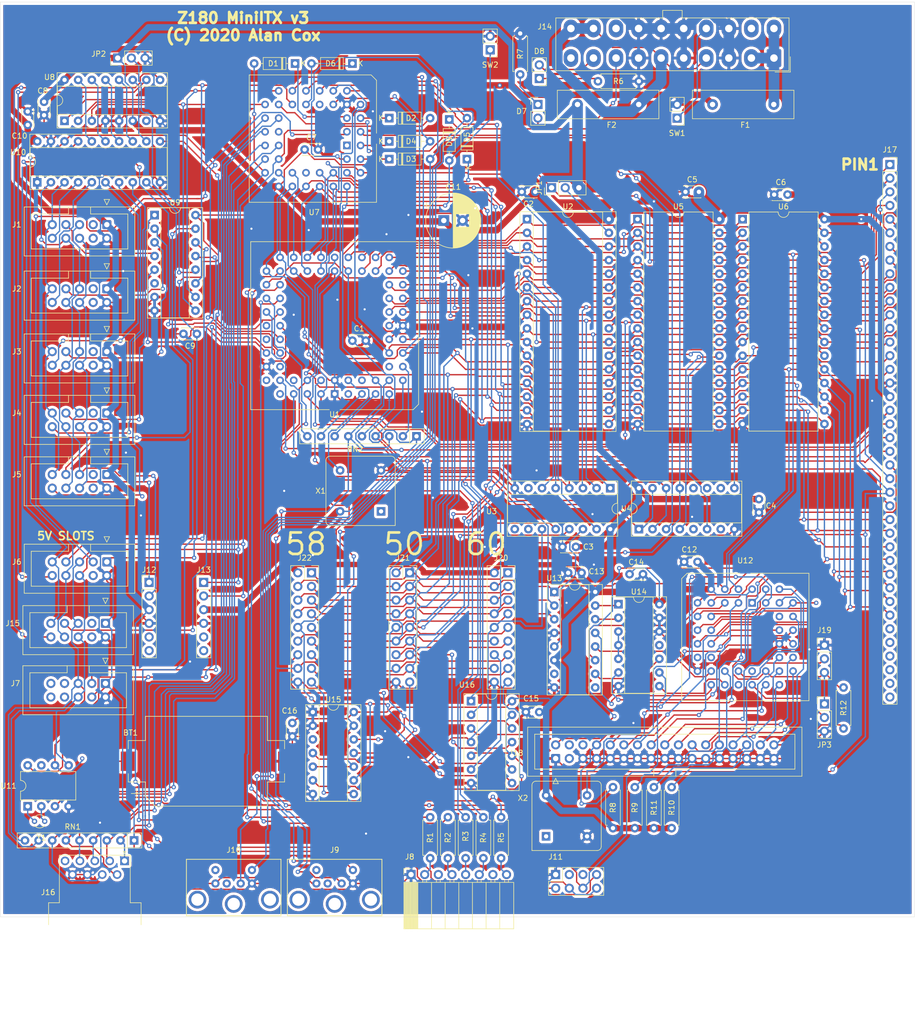
<source format=kicad_pcb>
(kicad_pcb (version 20171130) (host pcbnew 5.1.12-1.fc34)
  (layers (0 F.Cu signal) (31 B.Cu signal) (34 B.Paste user) (35 F.Paste user) (36 B.SilkS user) (37 F.SilkS user) (38 B.Mask user) (39 F.Mask user) (44 Edge.Cuts user))
  (net 0 "")
  (net 1 GND)
  (net 2 VCC)
  (net 3 3V3)
  (net 4 SDA_IN)
  (net 5 SDA)
  (net 6 SCL)
  (net 7 SCL_IN)
  (net 8 KBCLK)
  (net 9 KBCLK_IN)
  (net 10 MSCLK)
  (net 11 MSCLK_IN)
  (net 12 KBDATA_IN)
  (net 13 KBDATA)
  (net 14 MSDATA)
  (net 15 MSDATA_IN)
  (net 16 "Net-(D7-Pad2)")
  (net 17 "Net-(D7-Pad1)")
  (net 18 "Net-(D8-Pad1)")
  (net 19 "Net-(D8-Pad2)")
  (net 20 RESET)
  (net 21 3V3_UF)
  (net 22 VCC_UF)
  (net 23 CS0_3)
  (net 24 MOSI_3)
  (net 25 SDA3_LINE)
  (net 26 SCK_3)
  (net 27 MISO0)
  (net 28 SCL3_LINE)
  (net 29 DC)
  (net 30 MISO1)
  (net 31 CS1_3)
  (net 32 CS2_3)
  (net 33 MISO2)
  (net 34 MISO3)
  (net 35 CS3_3)
  (net 36 CS4_3)
  (net 37 MISO4)
  (net 38 CS5)
  (net 39 MOSI)
  (net 40 SCK)
  (net 41 MISO5)
  (net 42 TX_1)
  (net 43 RX_1)
  (net 44 "Net-(J8-Pad2)")
  (net 45 "Net-(J8-Pad4)")
  (net 46 "Net-(J8-Pad5)")
  (net 47 "Net-(J8-Pad6)")
  (net 48 "Net-(J8-Pad8)")
  (net 49 TX_1_3)
  (net 50 "Net-(J14-Pad14)")
  (net 51 MISO6)
  (net 52 CS6)
  (net 53 UP)
  (net 54 DOWN)
  (net 55 LEFT)
  (net 56 RIGHT)
  (net 57 FIRE)
  (net 58 FIRE2)
  (net 59 A15)
  (net 60 A14)
  (net 61 A13)
  (net 62 A12)
  (net 63 A11)
  (net 64 A10)
  (net 65 A9)
  (net 66 A8)
  (net 67 A7)
  (net 68 A6)
  (net 69 A5)
  (net 70 A4)
  (net 71 A3)
  (net 72 A2)
  (net 73 A1)
  (net 74 A0)
  (net 75 M1)
  (net 76 CLK)
  (net 77 INT)
  (net 78 MREQ)
  (net 79 WR)
  (net 80 RD)
  (net 81 IORQ)
  (net 82 D0)
  (net 83 D1)
  (net 84 D2)
  (net 85 D3)
  (net 86 D4)
  (net 87 D5)
  (net 88 D6)
  (net 89 D7)
  (net 90 EXTMEM)
  (net 91 "Net-(JP1-Pad2)")
  (net 92 "Net-(JP2-Pad2)")
  (net 93 RTS_0)
  (net 94 RX_0)
  (net 95 TX_0)
  (net 96 CTS_0)
  (net 97 DCD_0)
  (net 98 "Net-(RN2-Pad2)")
  (net 99 "Net-(RN2-Pad3)")
  (net 100 "Net-(RN2-Pad5)")
  (net 101 "Net-(RN2-Pad7)")
  (net 102 "Net-(RN2-Pad8)")
  (net 103 DREQ0)
  (net 104 CLKIN)
  (net 105 A16)
  (net 106 A17)
  (net 107 A18)
  (net 108 A19)
  (net 109 MISO)
  (net 110 "Net-(U2-Pad22)")
  (net 111 HIRAM)
  (net 112 ROMEN)
  (net 113 LORAM)
  (net 114 CS0)
  (net 115 CS1)
  (net 116 CS2)
  (net 117 CS3)
  (net 118 CS4)
  (net 119 CSEL0)
  (net 120 CSEL1)
  (net 121 CSEL2)
  (net 122 "Net-(BT1-Pad1)")
  (net 123 "Net-(U11-Pad1)")
  (net 124 "Net-(U11-Pad2)")
  (net 125 REDWC)
  (net 126 INDEX)
  (net 127 MOTEA)
  (net 128 DRVSB)
  (net 129 DRVSA)
  (net 130 MOTEB)
  (net 131 DIR)
  (net 132 STEP)
  (net 133 WDATA)
  (net 134 WGATE)
  (net 135 TRK00)
  (net 136 WPT)
  (net 137 RDATA)
  (net 138 SIDE1)
  (net 139 DSKCHG)
  (net 140 FDCLK2)
  (net 141 "Net-(JP3-Pad2)")
  (net 142 FDCEN)
  (net 143 "Net-(U12-Pad3)")
  (net 144 "Net-(U12-Pad5)")
  (net 145 "Net-(U12-Pad19)")
  (net 146 "Net-(U12-Pad18)")
  (net 147 "Net-(U12-Pad20)")
  (net 148 FDCLK)
  (net 149 "Net-(U13-Pad10)")
  (net 150 "Net-(U13-Pad14)")
  (net 151 "Net-(U13-Pad15)")
  (net 152 "Net-(U14-Pad3)")
  (net 153 "Net-(U3-Pad15)")
  (net 154 "Net-(J17-Pad23)")
  (net 155 SLOTCS0)
  (net 156 SLOTCS1)
  (net 157 SLOTCS2)
  (net 158 RD2)
  (net 159 RD0)
  (net 160 RD1)
  (net 161 WR2)
  (net 162 WR0)
  (net 163 WR1)
  (module Resistor_THT:R_Axial_DIN0207_L6.3mm_D2.5mm_P7.62mm_Horizontal (layer F.Cu) (at 140.97 184.404 90)
    (fp_text reference R5 (at 3.81 0 90) (layer F.SilkS))
    (fp_text value 470)
    (pad 1 thru_hole circle (at 0 0 90) (size 1.6 1.6) (drill 0.8) (layers *.Cu *.Mask) (net 48 "Net-(J8-Pad8)"))
    (pad 2 thru_hole oval (at 7.62 0 90) (size 1.6 1.6) (drill 0.8) (layers *.Cu *.Mask) (net 97 DCD_0))
  )
  (module Package_LCC:PLCC-44_THT-Socket (layer F.Cu) (at 112.268 51.816 270)
    (fp_text reference U7 (at 12.446 6.096 180) (layer F.SilkS))
    (fp_text value 82C55A_PLCC)
    (pad 1 thru_hole rect (at 0 0 270) (size 1.4224 1.4224) (drill 0.8) (layers *.Cu *.Mask))
    (pad 3 thru_hole circle (at -2.54 0 270) (size 1.4224 1.4224) (drill 0.8) (layers *.Cu *.Mask) (net 29 DC))
    (pad 5 thru_hole circle (at -5.08 0 270) (size 1.4224 1.4224) (drill 0.8) (layers *.Cu *.Mask) (net 5 SDA))
    (pad 43 thru_hole circle (at 2.54 0 270) (size 1.4224 1.4224) (drill 0.8) (layers *.Cu *.Mask) (net 14 MSDATA))
    (pad 41 thru_hole circle (at 5.08 0 270) (size 1.4224 1.4224) (drill 0.8) (layers *.Cu *.Mask) (net 13 KBDATA))
    (pad 2 thru_hole circle (at -2.54 -2.54 270) (size 1.4224 1.4224) (drill 0.8) (layers *.Cu *.Mask) (net 112 ROMEN))
    (pad 4 thru_hole circle (at -5.08 -2.54 270) (size 1.4224 1.4224) (drill 0.8) (layers *.Cu *.Mask) (net 6 SCL))
    (pad 6 thru_hole circle (at -7.62 -2.54 270) (size 1.4224 1.4224) (drill 0.8) (layers *.Cu *.Mask) (net 80 RD))
    (pad 44 thru_hole circle (at 0 -2.54 270) (size 1.4224 1.4224) (drill 0.8) (layers *.Cu *.Mask) (net 10 MSCLK))
    (pad 42 thru_hole circle (at 2.54 -2.54 270) (size 1.4224 1.4224) (drill 0.8) (layers *.Cu *.Mask) (net 8 KBCLK))
    (pad 8 thru_hole circle (at -7.62 0 270) (size 1.4224 1.4224) (drill 0.8) (layers *.Cu *.Mask) (net 1 GND))
    (pad 10 thru_hole circle (at -7.62 2.54 270) (size 1.4224 1.4224) (drill 0.8) (layers *.Cu *.Mask) (net 74 A0))
    (pad 12 thru_hole circle (at -7.62 5.08 270) (size 1.4224 1.4224) (drill 0.8) (layers *.Cu *.Mask))
    (pad 14 thru_hole circle (at -7.62 7.62 270) (size 1.4224 1.4224) (drill 0.8) (layers *.Cu *.Mask) (net 15 MSDATA_IN))
    (pad 16 thru_hole circle (at -7.62 10.16 270) (size 1.4224 1.4224) (drill 0.8) (layers *.Cu *.Mask) (net 119 CSEL0))
    (pad 7 thru_hole circle (at -10.16 0 270) (size 1.4224 1.4224) (drill 0.8) (layers *.Cu *.Mask) (net 153 "Net-(U3-Pad15)"))
    (pad 9 thru_hole circle (at -10.16 2.54 270) (size 1.4224 1.4224) (drill 0.8) (layers *.Cu *.Mask) (net 73 A1))
    (pad 11 thru_hole circle (at -10.16 5.08 270) (size 1.4224 1.4224) (drill 0.8) (layers *.Cu *.Mask) (net 12 KBDATA_IN))
    (pad 13 thru_hole circle (at -10.16 7.62 270) (size 1.4224 1.4224) (drill 0.8) (layers *.Cu *.Mask) (net 9 KBCLK_IN))
    (pad 15 thru_hole circle (at -10.16 10.16 270) (size 1.4224 1.4224) (drill 0.8) (layers *.Cu *.Mask) (net 11 MSCLK_IN))
    (pad 17 thru_hole circle (at -10.16 12.7 270) (size 1.4224 1.4224) (drill 0.8) (layers *.Cu *.Mask) (net 120 CSEL1))
    (pad 19 thru_hole circle (at -7.62 12.7 270) (size 1.4224 1.4224) (drill 0.8) (layers *.Cu *.Mask) (net 90 EXTMEM))
    (pad 21 thru_hole circle (at -5.08 12.7 270) (size 1.4224 1.4224) (drill 0.8) (layers *.Cu *.Mask) (net 54 DOWN))
    (pad 23 thru_hole circle (at -2.54 12.7 270) (size 1.4224 1.4224) (drill 0.8) (layers *.Cu *.Mask))
    (pad 25 thru_hole circle (at 0 12.7 270) (size 1.4224 1.4224) (drill 0.8) (layers *.Cu *.Mask) (net 57 FIRE))
    (pad 27 thru_hole circle (at 2.54 12.7 270) (size 1.4224 1.4224) (drill 0.8) (layers *.Cu *.Mask) (net 7 SCL_IN))
    (pad 29 thru_hole circle (at 7.62 12.7 270) (size 1.4224 1.4224) (drill 0.8) (layers *.Cu *.Mask) (net 2 VCC))
    (pad 18 thru_hole circle (at -7.62 15.24 270) (size 1.4224 1.4224) (drill 0.8) (layers *.Cu *.Mask) (net 121 CSEL2))
    (pad 20 thru_hole circle (at -5.08 15.24 270) (size 1.4224 1.4224) (drill 0.8) (layers *.Cu *.Mask) (net 53 UP))
    (pad 22 thru_hole circle (at -2.54 15.24 270) (size 1.4224 1.4224) (drill 0.8) (layers *.Cu *.Mask) (net 55 LEFT))
    (pad 24 thru_hole circle (at 0 15.24 270) (size 1.4224 1.4224) (drill 0.8) (layers *.Cu *.Mask) (net 56 RIGHT))
    (pad 26 thru_hole circle (at 2.54 15.24 270) (size 1.4224 1.4224) (drill 0.8) (layers *.Cu *.Mask) (net 58 FIRE2))
    (pad 28 thru_hole circle (at 5.08 15.24 270) (size 1.4224 1.4224) (drill 0.8) (layers *.Cu *.Mask) (net 4 SDA_IN))
    (pad 30 thru_hole circle (at 5.08 12.7 270) (size 1.4224 1.4224) (drill 0.8) (layers *.Cu *.Mask) (net 89 D7))
    (pad 32 thru_hole circle (at 5.08 10.16 270) (size 1.4224 1.4224) (drill 0.8) (layers *.Cu *.Mask) (net 87 D5))
    (pad 34 thru_hole circle (at 5.08 7.62 270) (size 1.4224 1.4224) (drill 0.8) (layers *.Cu *.Mask))
    (pad 36 thru_hole circle (at 5.08 5.08 270) (size 1.4224 1.4224) (drill 0.8) (layers *.Cu *.Mask) (net 84 D2))
    (pad 38 thru_hole circle (at 5.08 2.54 270) (size 1.4224 1.4224) (drill 0.8) (layers *.Cu *.Mask) (net 82 D0))
    (pad 40 thru_hole circle (at 5.08 -2.54 270) (size 1.4224 1.4224) (drill 0.8) (layers *.Cu *.Mask) (net 79 WR))
    (pad 31 thru_hole circle (at 7.62 10.16 270) (size 1.4224 1.4224) (drill 0.8) (layers *.Cu *.Mask) (net 88 D6))
    (pad 33 thru_hole circle (at 7.62 7.62 270) (size 1.4224 1.4224) (drill 0.8) (layers *.Cu *.Mask) (net 86 D4))
    (pad 35 thru_hole circle (at 7.62 5.08 270) (size 1.4224 1.4224) (drill 0.8) (layers *.Cu *.Mask) (net 85 D3))
    (pad 37 thru_hole circle (at 7.62 2.54 270) (size 1.4224 1.4224) (drill 0.8) (layers *.Cu *.Mask) (net 83 D1))
    (pad 39 thru_hole circle (at 7.62 0 270) (size 1.4224 1.4224) (drill 0.8) (layers *.Cu *.Mask) (net 20 RESET))
  )
  (module Connector_PinSocket_2.54mm:PinSocket_1x40_P2.54mm_Vertical (layer F.Cu) (at 213.36 55.372)
    (fp_text reference J17 (at 0 -2.77) (layer F.SilkS))
    (fp_text value Conn_01x40)
    (pad 1 thru_hole rect (at 0 0) (size 1.7 1.7) (drill 1) (layers *.Cu *.Mask) (net 59 A15))
    (pad 2 thru_hole oval (at 0 2.54) (size 1.7 1.7) (drill 1) (layers *.Cu *.Mask) (net 60 A14))
    (pad 3 thru_hole oval (at 0 5.08) (size 1.7 1.7) (drill 1) (layers *.Cu *.Mask) (net 61 A13))
    (pad 4 thru_hole oval (at 0 7.62) (size 1.7 1.7) (drill 1) (layers *.Cu *.Mask) (net 62 A12))
    (pad 5 thru_hole oval (at 0 10.16) (size 1.7 1.7) (drill 1) (layers *.Cu *.Mask) (net 63 A11))
    (pad 6 thru_hole oval (at 0 12.7) (size 1.7 1.7) (drill 1) (layers *.Cu *.Mask) (net 64 A10))
    (pad 7 thru_hole oval (at 0 15.24) (size 1.7 1.7) (drill 1) (layers *.Cu *.Mask) (net 65 A9))
    (pad 8 thru_hole oval (at 0 17.78) (size 1.7 1.7) (drill 1) (layers *.Cu *.Mask) (net 66 A8))
    (pad 9 thru_hole oval (at 0 20.32) (size 1.7 1.7) (drill 1) (layers *.Cu *.Mask) (net 67 A7))
    (pad 10 thru_hole oval (at 0 22.86) (size 1.7 1.7) (drill 1) (layers *.Cu *.Mask) (net 68 A6))
    (pad 11 thru_hole oval (at 0 25.4) (size 1.7 1.7) (drill 1) (layers *.Cu *.Mask) (net 69 A5))
    (pad 12 thru_hole oval (at 0 27.94) (size 1.7 1.7) (drill 1) (layers *.Cu *.Mask) (net 70 A4))
    (pad 13 thru_hole oval (at 0 30.48) (size 1.7 1.7) (drill 1) (layers *.Cu *.Mask) (net 71 A3))
    (pad 14 thru_hole oval (at 0 33.02) (size 1.7 1.7) (drill 1) (layers *.Cu *.Mask) (net 72 A2))
    (pad 15 thru_hole oval (at 0 35.56) (size 1.7 1.7) (drill 1) (layers *.Cu *.Mask) (net 73 A1))
    (pad 16 thru_hole oval (at 0 38.1) (size 1.7 1.7) (drill 1) (layers *.Cu *.Mask) (net 74 A0))
    (pad 17 thru_hole oval (at 0 40.64) (size 1.7 1.7) (drill 1) (layers *.Cu *.Mask) (net 1 GND))
    (pad 18 thru_hole oval (at 0 43.18) (size 1.7 1.7) (drill 1) (layers *.Cu *.Mask) (net 2 VCC))
    (pad 19 thru_hole oval (at 0 45.72) (size 1.7 1.7) (drill 1) (layers *.Cu *.Mask) (net 75 M1))
    (pad 20 thru_hole oval (at 0 48.26) (size 1.7 1.7) (drill 1) (layers *.Cu *.Mask) (net 20 RESET))
    (pad 21 thru_hole oval (at 0 50.8) (size 1.7 1.7) (drill 1) (layers *.Cu *.Mask) (net 76 CLK))
    (pad 22 thru_hole oval (at 0 53.34) (size 1.7 1.7) (drill 1) (layers *.Cu *.Mask) (net 77 INT))
    (pad 23 thru_hole oval (at 0 55.88) (size 1.7 1.7) (drill 1) (layers *.Cu *.Mask) (net 154 "Net-(J17-Pad23)"))
    (pad 24 thru_hole oval (at 0 58.42) (size 1.7 1.7) (drill 1) (layers *.Cu *.Mask) (net 79 WR))
    (pad 25 thru_hole oval (at 0 60.96) (size 1.7 1.7) (drill 1) (layers *.Cu *.Mask) (net 80 RD))
    (pad 26 thru_hole oval (at 0 63.5) (size 1.7 1.7) (drill 1) (layers *.Cu *.Mask) (net 81 IORQ))
    (pad 27 thru_hole oval (at 0 66.04) (size 1.7 1.7) (drill 1) (layers *.Cu *.Mask) (net 82 D0))
    (pad 28 thru_hole oval (at 0 68.58) (size 1.7 1.7) (drill 1) (layers *.Cu *.Mask) (net 83 D1))
    (pad 29 thru_hole oval (at 0 71.12) (size 1.7 1.7) (drill 1) (layers *.Cu *.Mask) (net 84 D2))
    (pad 30 thru_hole oval (at 0 73.66) (size 1.7 1.7) (drill 1) (layers *.Cu *.Mask) (net 85 D3))
    (pad 31 thru_hole oval (at 0 76.2) (size 1.7 1.7) (drill 1) (layers *.Cu *.Mask) (net 86 D4))
    (pad 32 thru_hole oval (at 0 78.74) (size 1.7 1.7) (drill 1) (layers *.Cu *.Mask) (net 87 D5))
    (pad 33 thru_hole oval (at 0 81.28) (size 1.7 1.7) (drill 1) (layers *.Cu *.Mask) (net 88 D6))
    (pad 34 thru_hole oval (at 0 83.82) (size 1.7 1.7) (drill 1) (layers *.Cu *.Mask) (net 89 D7))
    (pad 35 thru_hole oval (at 0 86.36) (size 1.7 1.7) (drill 1) (layers *.Cu *.Mask))
    (pad 36 thru_hole oval (at 0 88.9) (size 1.7 1.7) (drill 1) (layers *.Cu *.Mask))
    (pad 37 thru_hole oval (at 0 91.44) (size 1.7 1.7) (drill 1) (layers *.Cu *.Mask))
    (pad 38 thru_hole oval (at 0 93.98) (size 1.7 1.7) (drill 1) (layers *.Cu *.Mask))
    (pad 39 thru_hole oval (at 0 96.52) (size 1.7 1.7) (drill 1) (layers *.Cu *.Mask))
    (pad 40 thru_hole oval (at 0 99.06) (size 1.7 1.7) (drill 1) (layers *.Cu *.Mask))
  )
  (module Connector_IDC:IDC-Header_2x05_P2.54mm_Vertical (layer F.Cu) (at 67.31 140.716 270)
    (fp_text reference J15 (at 0 17.272 180) (layer F.SilkS))
    (fp_text value Conn_02x05_Odd_Even)
    (pad 1 thru_hole roundrect (at 0 0 270) (size 1.7 1.7) (drill 1) (layers *.Cu *.Mask) (roundrect_rratio 0.147059) (net 2 VCC))
    (pad 3 thru_hole circle (at 0 2.54 270) (size 1.7 1.7) (drill 1) (layers *.Cu *.Mask))
    (pad 5 thru_hole circle (at 0 5.08 270) (size 1.7 1.7) (drill 1) (layers *.Cu *.Mask) (net 7 SCL_IN))
    (pad 7 thru_hole circle (at 0 7.62 270) (size 1.7 1.7) (drill 1) (layers *.Cu *.Mask) (net 51 MISO6))
    (pad 9 thru_hole circle (at 0 10.16 270) (size 1.7 1.7) (drill 1) (layers *.Cu *.Mask) (net 40 SCK))
    (pad 2 thru_hole circle (at 2.54 0 270) (size 1.7 1.7) (drill 1) (layers *.Cu *.Mask) (net 1 GND))
    (pad 4 thru_hole circle (at 2.54 2.54 270) (size 1.7 1.7) (drill 1) (layers *.Cu *.Mask))
    (pad 6 thru_hole circle (at 2.54 5.08 270) (size 1.7 1.7) (drill 1) (layers *.Cu *.Mask) (net 4 SDA_IN))
    (pad 8 thru_hole circle (at 2.54 7.62 270) (size 1.7 1.7) (drill 1) (layers *.Cu *.Mask) (net 39 MOSI))
    (pad 10 thru_hole circle (at 2.54 10.16 270) (size 1.7 1.7) (drill 1) (layers *.Cu *.Mask) (net 52 CS6))
  )
  (module Resistor_THT:R_Array_SIP9 (layer F.Cu) (at 72.644 181.102 180)
    (fp_text reference RN1 (at 11.43 2.54) (layer F.SilkS))
    (fp_text value 4K7)
    (pad 9 thru_hole oval (at 20.32 0 180) (size 1.6 1.6) (drill 0.8) (layers *.Cu *.Mask) (net 4 SDA_IN))
    (pad 8 thru_hole oval (at 17.78 0 180) (size 1.6 1.6) (drill 0.8) (layers *.Cu *.Mask) (net 7 SCL_IN))
    (pad 7 thru_hole oval (at 15.24 0 180) (size 1.6 1.6) (drill 0.8) (layers *.Cu *.Mask) (net 58 FIRE2))
    (pad 6 thru_hole oval (at 12.7 0 180) (size 1.6 1.6) (drill 0.8) (layers *.Cu *.Mask) (net 57 FIRE))
    (pad 5 thru_hole oval (at 10.16 0 180) (size 1.6 1.6) (drill 0.8) (layers *.Cu *.Mask) (net 56 RIGHT))
    (pad 4 thru_hole oval (at 7.62 0 180) (size 1.6 1.6) (drill 0.8) (layers *.Cu *.Mask) (net 55 LEFT))
    (pad 3 thru_hole oval (at 5.08 0 180) (size 1.6 1.6) (drill 0.8) (layers *.Cu *.Mask) (net 54 DOWN))
    (pad 2 thru_hole oval (at 2.54 0 180) (size 1.6 1.6) (drill 0.8) (layers *.Cu *.Mask) (net 53 UP))
    (pad 1 thru_hole rect (at 0 0 180) (size 1.6 1.6) (drill 0.8) (layers *.Cu *.Mask) (net 2 VCC))
  )
  (module Oscillator:Oscillator_DIP-8 (layer F.Cu) (at 149.352 180.34)
    (fp_text reference X2 (at -4.318 -7.112) (layer F.SilkS))
    (fp_text value CXO_DIP8)
    (pad 1 thru_hole rect (at 0 0) (size 1.6 1.6) (drill 0.8) (layers *.Cu *.Mask))
    (pad 8 thru_hole circle (at 0 -7.62) (size 1.6 1.6) (drill 0.8) (layers *.Cu *.Mask) (net 2 VCC))
    (pad 5 thru_hole circle (at 7.62 -7.62) (size 1.6 1.6) (drill 0.8) (layers *.Cu *.Mask) (net 148 FDCLK))
    (pad 4 thru_hole circle (at 7.62 0) (size 1.6 1.6) (drill 0.8) (layers *.Cu *.Mask) (net 1 GND))
  )
  (module Connector_IDC:IDC-Header_2x17_P2.54mm_Vertical (layer F.Cu) (at 151.13 165.862 90)
    (fp_text reference J18 (at 1.016 -7.366 180) (layer F.SilkS))
    (fp_text value Conn_02x17_Odd_Even)
    (pad 1 thru_hole roundrect (at 0 0 90) (size 1.7 1.7) (drill 1) (layers *.Cu *.Mask) (roundrect_rratio 0.147059) (net 1 GND))
    (pad 3 thru_hole circle (at 0 2.54 90) (size 1.7 1.7) (drill 1) (layers *.Cu *.Mask))
    (pad 5 thru_hole circle (at 0 5.08 90) (size 1.7 1.7) (drill 1) (layers *.Cu *.Mask) (net 1 GND))
    (pad 7 thru_hole circle (at 0 7.62 90) (size 1.7 1.7) (drill 1) (layers *.Cu *.Mask) (net 1 GND))
    (pad 9 thru_hole circle (at 0 10.16 90) (size 1.7 1.7) (drill 1) (layers *.Cu *.Mask) (net 1 GND))
    (pad 11 thru_hole circle (at 0 12.7 90) (size 1.7 1.7) (drill 1) (layers *.Cu *.Mask) (net 1 GND))
    (pad 13 thru_hole circle (at 0 15.24 90) (size 1.7 1.7) (drill 1) (layers *.Cu *.Mask) (net 1 GND))
    (pad 15 thru_hole circle (at 0 17.78 90) (size 1.7 1.7) (drill 1) (layers *.Cu *.Mask) (net 1 GND))
    (pad 17 thru_hole circle (at 0 20.32 90) (size 1.7 1.7) (drill 1) (layers *.Cu *.Mask) (net 1 GND))
    (pad 19 thru_hole circle (at 0 22.86 90) (size 1.7 1.7) (drill 1) (layers *.Cu *.Mask) (net 1 GND))
    (pad 21 thru_hole circle (at 0 25.4 90) (size 1.7 1.7) (drill 1) (layers *.Cu *.Mask) (net 1 GND))
    (pad 23 thru_hole circle (at 0 27.94 90) (size 1.7 1.7) (drill 1) (layers *.Cu *.Mask) (net 1 GND))
    (pad 25 thru_hole circle (at 0 30.48 90) (size 1.7 1.7) (drill 1) (layers *.Cu *.Mask) (net 1 GND))
    (pad 27 thru_hole circle (at 0 33.02 90) (size 1.7 1.7) (drill 1) (layers *.Cu *.Mask) (net 1 GND))
    (pad 29 thru_hole circle (at 0 35.56 90) (size 1.7 1.7) (drill 1) (layers *.Cu *.Mask) (net 1 GND))
    (pad 31 thru_hole circle (at 0 38.1 90) (size 1.7 1.7) (drill 1) (layers *.Cu *.Mask) (net 1 GND))
    (pad 33 thru_hole circle (at 0 40.64 90) (size 1.7 1.7) (drill 1) (layers *.Cu *.Mask) (net 1 GND))
    (pad 2 thru_hole circle (at 2.54 0 90) (size 1.7 1.7) (drill 1) (layers *.Cu *.Mask) (net 125 REDWC))
    (pad 4 thru_hole circle (at 2.54 2.54 90) (size 1.7 1.7) (drill 1) (layers *.Cu *.Mask))
    (pad 6 thru_hole circle (at 2.54 5.08 90) (size 1.7 1.7) (drill 1) (layers *.Cu *.Mask))
    (pad 8 thru_hole circle (at 2.54 7.62 90) (size 1.7 1.7) (drill 1) (layers *.Cu *.Mask) (net 126 INDEX))
    (pad 10 thru_hole circle (at 2.54 10.16 90) (size 1.7 1.7) (drill 1) (layers *.Cu *.Mask) (net 127 MOTEA))
    (pad 12 thru_hole circle (at 2.54 12.7 90) (size 1.7 1.7) (drill 1) (layers *.Cu *.Mask) (net 128 DRVSB))
    (pad 14 thru_hole circle (at 2.54 15.24 90) (size 1.7 1.7) (drill 1) (layers *.Cu *.Mask) (net 129 DRVSA))
    (pad 16 thru_hole circle (at 2.54 17.78 90) (size 1.7 1.7) (drill 1) (layers *.Cu *.Mask) (net 130 MOTEB))
    (pad 18 thru_hole circle (at 2.54 20.32 90) (size 1.7 1.7) (drill 1) (layers *.Cu *.Mask) (net 131 DIR))
    (pad 20 thru_hole circle (at 2.54 22.86 90) (size 1.7 1.7) (drill 1) (layers *.Cu *.Mask) (net 132 STEP))
    (pad 22 thru_hole circle (at 2.54 25.4 90) (size 1.7 1.7) (drill 1) (layers *.Cu *.Mask) (net 133 WDATA))
    (pad 24 thru_hole circle (at 2.54 27.94 90) (size 1.7 1.7) (drill 1) (layers *.Cu *.Mask) (net 134 WGATE))
    (pad 26 thru_hole circle (at 2.54 30.48 90) (size 1.7 1.7) (drill 1) (layers *.Cu *.Mask) (net 135 TRK00))
    (pad 28 thru_hole circle (at 2.54 33.02 90) (size 1.7 1.7) (drill 1) (layers *.Cu *.Mask) (net 136 WPT))
    (pad 30 thru_hole circle (at 2.54 35.56 90) (size 1.7 1.7) (drill 1) (layers *.Cu *.Mask) (net 137 RDATA))
    (pad 32 thru_hole circle (at 2.54 38.1 90) (size 1.7 1.7) (drill 1) (layers *.Cu *.Mask) (net 138 SIDE1))
    (pad 34 thru_hole circle (at 2.54 40.64 90) (size 1.7 1.7) (drill 1) (layers *.Cu *.Mask) (net 139 DSKCHG))
  )
  (module Package_DIP:DIP-16_W7.62mm_Socket (layer F.Cu) (at 59.69 47.244 90)
    (fp_text reference U8 (at 8.128 -2.794 180) (layer F.SilkS))
    (fp_text value 74HCT138)
    (pad 16 thru_hole oval (at 7.62 0 90) (size 1.6 1.6) (drill 0.8) (layers *.Cu *.Mask) (net 2 VCC))
    (pad 8 thru_hole oval (at 0 17.78 90) (size 1.6 1.6) (drill 0.8) (layers *.Cu *.Mask) (net 1 GND))
    (pad 15 thru_hole oval (at 7.62 2.54 90) (size 1.6 1.6) (drill 0.8) (layers *.Cu *.Mask) (net 114 CS0))
    (pad 7 thru_hole oval (at 0 15.24 90) (size 1.6 1.6) (drill 0.8) (layers *.Cu *.Mask))
    (pad 14 thru_hole oval (at 7.62 5.08 90) (size 1.6 1.6) (drill 0.8) (layers *.Cu *.Mask) (net 115 CS1))
    (pad 6 thru_hole oval (at 0 12.7 90) (size 1.6 1.6) (drill 0.8) (layers *.Cu *.Mask) (net 2 VCC))
    (pad 13 thru_hole oval (at 7.62 7.62 90) (size 1.6 1.6) (drill 0.8) (layers *.Cu *.Mask) (net 116 CS2))
    (pad 5 thru_hole oval (at 0 10.16 90) (size 1.6 1.6) (drill 0.8) (layers *.Cu *.Mask) (net 1 GND))
    (pad 12 thru_hole oval (at 7.62 10.16 90) (size 1.6 1.6) (drill 0.8) (layers *.Cu *.Mask) (net 117 CS3))
    (pad 4 thru_hole oval (at 0 7.62 90) (size 1.6 1.6) (drill 0.8) (layers *.Cu *.Mask) (net 1 GND))
    (pad 11 thru_hole oval (at 7.62 12.7 90) (size 1.6 1.6) (drill 0.8) (layers *.Cu *.Mask) (net 118 CS4))
    (pad 3 thru_hole oval (at 0 5.08 90) (size 1.6 1.6) (drill 0.8) (layers *.Cu *.Mask) (net 121 CSEL2))
    (pad 10 thru_hole oval (at 7.62 15.24 90) (size 1.6 1.6) (drill 0.8) (layers *.Cu *.Mask) (net 38 CS5))
    (pad 2 thru_hole oval (at 0 2.54 90) (size 1.6 1.6) (drill 0.8) (layers *.Cu *.Mask) (net 120 CSEL1))
    (pad 9 thru_hole oval (at 7.62 17.78 90) (size 1.6 1.6) (drill 0.8) (layers *.Cu *.Mask) (net 52 CS6))
    (pad 1 thru_hole rect (at 0 0 90) (size 1.6 1.6) (drill 0.8) (layers *.Cu *.Mask) (net 119 CSEL0))
  )
  (module Resistor_THT:R_Axial_DIN0207_L6.3mm_D2.5mm_P7.62mm_Horizontal (layer F.Cu) (at 169.418 178.816 90)
    (fp_text reference R11 (at 3.81 0 90) (layer F.SilkS))
    (fp_text value 1K)
    (pad 1 thru_hole circle (at 0 0 90) (size 1.6 1.6) (drill 0.8) (layers *.Cu *.Mask) (net 2 VCC))
    (pad 2 thru_hole oval (at 7.62 0 90) (size 1.6 1.6) (drill 0.8) (layers *.Cu *.Mask) (net 137 RDATA))
  )
  (module Resistor_THT:R_Axial_DIN0207_L6.3mm_D2.5mm_P7.62mm_Horizontal (layer F.Cu) (at 161.798 178.816 90)
    (fp_text reference R8 (at 3.81 0 90) (layer F.SilkS))
    (fp_text value 1K)
    (pad 2 thru_hole oval (at 7.62 0 90) (size 1.6 1.6) (drill 0.8) (layers *.Cu *.Mask) (net 126 INDEX))
    (pad 1 thru_hole circle (at 0 0 90) (size 1.6 1.6) (drill 0.8) (layers *.Cu *.Mask) (net 2 VCC))
  )
  (module Package_LCC:PLCC-44_THT-Socket (layer F.Cu) (at 187.706 136.906)
    (fp_text reference U12 (at -1.27 -7.874) (layer F.SilkS))
    (fp_text value WD37C65C-DIP44)
    (pad 1 thru_hole rect (at 0 0) (size 1.4224 1.4224) (drill 0.8) (layers *.Cu *.Mask) (net 80 RD))
    (pad 3 thru_hole circle (at -2.54 0) (size 1.4224 1.4224) (drill 0.8) (layers *.Cu *.Mask) (net 143 "Net-(U12-Pad3)"))
    (pad 5 thru_hole circle (at -5.08 0) (size 1.4224 1.4224) (drill 0.8) (layers *.Cu *.Mask) (net 144 "Net-(U12-Pad5)"))
    (pad 43 thru_hole circle (at 2.54 0) (size 1.4224 1.4224) (drill 0.8) (layers *.Cu *.Mask) (net 126 INDEX))
    (pad 41 thru_hole circle (at 5.08 0) (size 1.4224 1.4224) (drill 0.8) (layers *.Cu *.Mask) (net 136 WPT))
    (pad 2 thru_hole circle (at -2.54 -2.54) (size 1.4224 1.4224) (drill 0.8) (layers *.Cu *.Mask) (net 79 WR))
    (pad 4 thru_hole circle (at -5.08 -2.54) (size 1.4224 1.4224) (drill 0.8) (layers *.Cu *.Mask) (net 74 A0))
    (pad 6 thru_hole circle (at -7.62 -2.54) (size 1.4224 1.4224) (drill 0.8) (layers *.Cu *.Mask) (net 2 VCC))
    (pad 44 thru_hole circle (at 0 -2.54) (size 1.4224 1.4224) (drill 0.8) (layers *.Cu *.Mask) (net 2 VCC))
    (pad 42 thru_hole circle (at 2.54 -2.54) (size 1.4224 1.4224) (drill 0.8) (layers *.Cu *.Mask) (net 135 TRK00))
    (pad 8 thru_hole circle (at -7.62 0) (size 1.4224 1.4224) (drill 0.8) (layers *.Cu *.Mask) (net 83 D1))
    (pad 10 thru_hole circle (at -7.62 2.54) (size 1.4224 1.4224) (drill 0.8) (layers *.Cu *.Mask) (net 85 D3))
    (pad 12 thru_hole circle (at -7.62 5.08) (size 1.4224 1.4224) (drill 0.8) (layers *.Cu *.Mask) (net 87 D5))
    (pad 14 thru_hole circle (at -7.62 7.62) (size 1.4224 1.4224) (drill 0.8) (layers *.Cu *.Mask) (net 89 D7))
    (pad 16 thru_hole circle (at -7.62 10.16) (size 1.4224 1.4224) (drill 0.8) (layers *.Cu *.Mask))
    (pad 7 thru_hole circle (at -10.16 0) (size 1.4224 1.4224) (drill 0.8) (layers *.Cu *.Mask) (net 82 D0))
    (pad 9 thru_hole circle (at -10.16 2.54) (size 1.4224 1.4224) (drill 0.8) (layers *.Cu *.Mask) (net 84 D2))
    (pad 11 thru_hole circle (at -10.16 5.08) (size 1.4224 1.4224) (drill 0.8) (layers *.Cu *.Mask) (net 86 D4))
    (pad 13 thru_hole circle (at -10.16 7.62) (size 1.4224 1.4224) (drill 0.8) (layers *.Cu *.Mask) (net 88 D6))
    (pad 15 thru_hole circle (at -10.16 10.16) (size 1.4224 1.4224) (drill 0.8) (layers *.Cu *.Mask))
    (pad 17 thru_hole circle (at -10.16 12.7) (size 1.4224 1.4224) (drill 0.8) (layers *.Cu *.Mask) (net 1 GND))
    (pad 19 thru_hole circle (at -7.62 12.7) (size 1.4224 1.4224) (drill 0.8) (layers *.Cu *.Mask) (net 145 "Net-(U12-Pad19)"))
    (pad 21 thru_hole circle (at -5.08 12.7) (size 1.4224 1.4224) (drill 0.8) (layers *.Cu *.Mask) (net 137 RDATA))
    (pad 23 thru_hole circle (at -2.54 12.7) (size 1.4224 1.4224) (drill 0.8) (layers *.Cu *.Mask) (net 140 FDCLK2))
    (pad 25 thru_hole circle (at 0 12.7) (size 1.4224 1.4224) (drill 0.8) (layers *.Cu *.Mask))
    (pad 27 thru_hole circle (at 2.54 12.7) (size 1.4224 1.4224) (drill 0.8) (layers *.Cu *.Mask) (net 2 VCC))
    (pad 29 thru_hole circle (at 7.62 12.7) (size 1.4224 1.4224) (drill 0.8) (layers *.Cu *.Mask) (net 134 WGATE))
    (pad 18 thru_hole circle (at -7.62 15.24) (size 1.4224 1.4224) (drill 0.8) (layers *.Cu *.Mask) (net 146 "Net-(U12-Pad18)"))
    (pad 20 thru_hole circle (at -5.08 15.24) (size 1.4224 1.4224) (drill 0.8) (layers *.Cu *.Mask) (net 147 "Net-(U12-Pad20)"))
    (pad 22 thru_hole circle (at -2.54 15.24) (size 1.4224 1.4224) (drill 0.8) (layers *.Cu *.Mask))
    (pad 24 thru_hole circle (at 0 15.24) (size 1.4224 1.4224) (drill 0.8) (layers *.Cu *.Mask) (net 141 "Net-(JP3-Pad2)"))
    (pad 26 thru_hole circle (at 2.54 15.24) (size 1.4224 1.4224) (drill 0.8) (layers *.Cu *.Mask) (net 148 FDCLK))
    (pad 28 thru_hole circle (at 5.08 15.24) (size 1.4224 1.4224) (drill 0.8) (layers *.Cu *.Mask) (net 138 SIDE1))
    (pad 30 thru_hole circle (at 5.08 12.7) (size 1.4224 1.4224) (drill 0.8) (layers *.Cu *.Mask) (net 133 WDATA))
    (pad 32 thru_hole circle (at 5.08 10.16) (size 1.4224 1.4224) (drill 0.8) (layers *.Cu *.Mask) (net 132 STEP))
    (pad 34 thru_hole circle (at 5.08 7.62) (size 1.4224 1.4224) (drill 0.8) (layers *.Cu *.Mask) (net 1 GND))
    (pad 36 thru_hole circle (at 5.08 5.08) (size 1.4224 1.4224) (drill 0.8) (layers *.Cu *.Mask) (net 127 MOTEA))
    (pad 38 thru_hole circle (at 5.08 2.54) (size 1.4224 1.4224) (drill 0.8) (layers *.Cu *.Mask))
    (pad 40 thru_hole circle (at 5.08 -2.54) (size 1.4224 1.4224) (drill 0.8) (layers *.Cu *.Mask) (net 139 DSKCHG))
    (pad 31 thru_hole circle (at 7.62 10.16) (size 1.4224 1.4224) (drill 0.8) (layers *.Cu *.Mask) (net 131 DIR))
    (pad 33 thru_hole circle (at 7.62 7.62) (size 1.4224 1.4224) (drill 0.8) (layers *.Cu *.Mask) (net 129 DRVSA))
    (pad 35 thru_hole circle (at 7.62 5.08) (size 1.4224 1.4224) (drill 0.8) (layers *.Cu *.Mask) (net 128 DRVSB))
    (pad 37 thru_hole circle (at 7.62 2.54) (size 1.4224 1.4224) (drill 0.8) (layers *.Cu *.Mask) (net 130 MOTEB))
    (pad 39 thru_hole circle (at 7.62 0) (size 1.4224 1.4224) (drill 0.8) (layers *.Cu *.Mask) (net 125 REDWC))
  )
  (module Resistor_THT:R_Array_SIP9 (layer F.Cu) (at 125.222 105.918 180)
    (fp_text reference RN2 (at 11.43 -2.4) (layer F.SilkS))
    (fp_text value 10K)
    (pad 1 thru_hole rect (at 0 0 180) (size 1.6 1.6) (drill 0.8) (layers *.Cu *.Mask) (net 2 VCC))
    (pad 2 thru_hole oval (at 2.54 0 180) (size 1.6 1.6) (drill 0.8) (layers *.Cu *.Mask) (net 98 "Net-(RN2-Pad2)"))
    (pad 3 thru_hole oval (at 5.08 0 180) (size 1.6 1.6) (drill 0.8) (layers *.Cu *.Mask) (net 99 "Net-(RN2-Pad3)"))
    (pad 4 thru_hole oval (at 7.62 0 180) (size 1.6 1.6) (drill 0.8) (layers *.Cu *.Mask) (net 77 INT))
    (pad 5 thru_hole oval (at 10.16 0 180) (size 1.6 1.6) (drill 0.8) (layers *.Cu *.Mask) (net 100 "Net-(RN2-Pad5)"))
    (pad 6 thru_hole oval (at 12.7 0 180) (size 1.6 1.6) (drill 0.8) (layers *.Cu *.Mask) (net 20 RESET))
    (pad 7 thru_hole oval (at 15.24 0 180) (size 1.6 1.6) (drill 0.8) (layers *.Cu *.Mask) (net 101 "Net-(RN2-Pad7)"))
    (pad 8 thru_hole oval (at 17.78 0 180) (size 1.6 1.6) (drill 0.8) (layers *.Cu *.Mask) (net 102 "Net-(RN2-Pad8)"))
    (pad 9 thru_hole oval (at 20.32 0 180) (size 1.6 1.6) (drill 0.8) (layers *.Cu *.Mask) (net 103 DREQ0))
  )
  (module Oscillator:Oscillator_DIP-8 (layer F.Cu) (at 118.618 119.888 90)
    (fp_text reference X1 (at 3.81 -11.26 180) (layer F.SilkS))
    (fp_text value CXO_DIP8)
    (pad 1 thru_hole rect (at 0 0 90) (size 1.6 1.6) (drill 0.8) (layers *.Cu *.Mask))
    (pad 8 thru_hole circle (at 0 -7.62 90) (size 1.6 1.6) (drill 0.8) (layers *.Cu *.Mask) (net 2 VCC))
    (pad 5 thru_hole circle (at 7.62 -7.62 90) (size 1.6 1.6) (drill 0.8) (layers *.Cu *.Mask) (net 104 CLKIN))
    (pad 4 thru_hole circle (at 7.62 0 90) (size 1.6 1.6) (drill 0.8) (layers *.Cu *.Mask) (net 1 GND))
  )
  (module Connector_IDC:IDC-Header_2x05_P2.54mm_Vertical (layer F.Cu) (at 67.564 113.03 270)
    (fp_text reference J5 (at 0 16.764 180) (layer F.SilkS))
    (fp_text value Conn_02x05_Odd_Even)
    (pad 10 thru_hole circle (at 2.54 10.16 270) (size 1.7 1.7) (drill 1) (layers *.Cu *.Mask) (net 36 CS4_3))
    (pad 8 thru_hole circle (at 2.54 7.62 270) (size 1.7 1.7) (drill 1) (layers *.Cu *.Mask) (net 24 MOSI_3))
    (pad 6 thru_hole circle (at 2.54 5.08 270) (size 1.7 1.7) (drill 1) (layers *.Cu *.Mask) (net 25 SDA3_LINE))
    (pad 4 thru_hole circle (at 2.54 2.54 270) (size 1.7 1.7) (drill 1) (layers *.Cu *.Mask))
    (pad 2 thru_hole circle (at 2.54 0 270) (size 1.7 1.7) (drill 1) (layers *.Cu *.Mask) (net 1 GND))
    (pad 9 thru_hole circle (at 0 10.16 270) (size 1.7 1.7) (drill 1) (layers *.Cu *.Mask) (net 26 SCK_3))
    (pad 7 thru_hole circle (at 0 7.62 270) (size 1.7 1.7) (drill 1) (layers *.Cu *.Mask) (net 37 MISO4))
    (pad 5 thru_hole circle (at 0 5.08 270) (size 1.7 1.7) (drill 1) (layers *.Cu *.Mask) (net 28 SCL3_LINE))
    (pad 3 thru_hole circle (at 0 2.54 270) (size 1.7 1.7) (drill 1) (layers *.Cu *.Mask))
    (pad 1 thru_hole roundrect (at 0 0 270) (size 1.7 1.7) (drill 1) (layers *.Cu *.Mask) (roundrect_rratio 0.147059) (net 3 3V3))
  )
  (module Capacitor_THT:C_Disc_D3.0mm_W2.0mm_P2.50mm (layer F.Cu) (at 113.284 88.138)
    (fp_text reference C1 (at 1.25 -2.25) (layer F.SilkS))
    (fp_text value 0.1uF)
    (pad 2 thru_hole circle (at 2.5 0) (size 1.6 1.6) (drill 0.8) (layers *.Cu *.Mask) (net 1 GND))
    (pad 1 thru_hole circle (at 0 0) (size 1.6 1.6) (drill 0.8) (layers *.Cu *.Mask) (net 2 VCC))
  )
  (module Capacitor_THT:C_Disc_D3.0mm_W2.0mm_P2.50mm (layer F.Cu) (at 147.32 60.452 180)
    (fp_text reference C2 (at 1.25 -2.25) (layer F.SilkS))
    (fp_text value 0.1uF)
    (pad 1 thru_hole circle (at 0 0 180) (size 1.6 1.6) (drill 0.8) (layers *.Cu *.Mask) (net 2 VCC))
    (pad 2 thru_hole circle (at 2.5 0 180) (size 1.6 1.6) (drill 0.8) (layers *.Cu *.Mask) (net 1 GND))
  )
  (module Capacitor_THT:C_Disc_D3.0mm_W2.0mm_P2.50mm (layer F.Cu) (at 154.9 126.492 180)
    (fp_text reference C3 (at -2.326 0) (layer F.SilkS))
    (fp_text value 0.1uF)
    (pad 2 thru_hole circle (at 2.5 0 180) (size 1.6 1.6) (drill 0.8) (layers *.Cu *.Mask) (net 1 GND))
    (pad 1 thru_hole circle (at 0 0 180) (size 1.6 1.6) (drill 0.8) (layers *.Cu *.Mask) (net 2 VCC))
  )
  (module Capacitor_THT:C_Disc_D3.0mm_W2.0mm_P2.50mm (layer F.Cu) (at 188.976 117.602 270)
    (fp_text reference C4 (at 1.25 -2.25 180) (layer F.SilkS))
    (fp_text value 0.1uF)
    (pad 1 thru_hole circle (at 0 0 270) (size 1.6 1.6) (drill 0.8) (layers *.Cu *.Mask) (net 2 VCC))
    (pad 2 thru_hole circle (at 2.5 0 270) (size 1.6 1.6) (drill 0.8) (layers *.Cu *.Mask) (net 1 GND))
  )
  (module Capacitor_THT:C_Disc_D3.0mm_W2.0mm_P2.50mm (layer F.Cu) (at 177.8 60.452 180)
    (fp_text reference C5 (at 1.25 2.286) (layer F.SilkS))
    (fp_text value 0.1uF)
    (pad 2 thru_hole circle (at 2.5 0 180) (size 1.6 1.6) (drill 0.8) (layers *.Cu *.Mask) (net 1 GND))
    (pad 1 thru_hole circle (at 0 0 180) (size 1.6 1.6) (drill 0.8) (layers *.Cu *.Mask) (net 2 VCC))
  )
  (module Capacitor_THT:C_Disc_D3.0mm_W2.0mm_P2.50mm (layer F.Cu) (at 194.31 60.96 180)
    (fp_text reference C6 (at 1.25 2.286) (layer F.SilkS))
    (fp_text value 0.1uF)
    (pad 1 thru_hole circle (at 0 0 180) (size 1.6 1.6) (drill 0.8) (layers *.Cu *.Mask) (net 2 VCC))
    (pad 2 thru_hole circle (at 2.5 0 180) (size 1.6 1.6) (drill 0.8) (layers *.Cu *.Mask) (net 1 GND))
  )
  (module Capacitor_THT:C_Disc_D3.0mm_W2.0mm_P2.50mm (layer F.Cu) (at 104.394 52.578)
    (fp_text reference C7 (at 1.25 -2.25) (layer F.SilkS))
    (fp_text value 0.1uF)
    (pad 2 thru_hole circle (at 2.5 0) (size 1.6 1.6) (drill 0.8) (layers *.Cu *.Mask) (net 1 GND))
    (pad 1 thru_hole circle (at 0 0) (size 1.6 1.6) (drill 0.8) (layers *.Cu *.Mask) (net 2 VCC))
  )
  (module Capacitor_THT:C_Disc_D3.0mm_W2.0mm_P2.50mm (layer F.Cu) (at 55.88 43.688 270)
    (fp_text reference C8 (at -2.032 0.254 180) (layer F.SilkS))
    (fp_text value 0.1uF)
    (pad 1 thru_hole circle (at 0 0 270) (size 1.6 1.6) (drill 0.8) (layers *.Cu *.Mask) (net 2 VCC))
    (pad 2 thru_hole circle (at 2.5 0 270) (size 1.6 1.6) (drill 0.8) (layers *.Cu *.Mask) (net 1 GND))
  )
  (module Capacitor_THT:C_Disc_D3.0mm_W2.0mm_P2.50mm (layer F.Cu) (at 84.328 86.868 180)
    (fp_text reference C9 (at 1.25 -2.25) (layer F.SilkS))
    (fp_text value 0.1uF)
    (pad 2 thru_hole circle (at 2.5 0 180) (size 1.6 1.6) (drill 0.8) (layers *.Cu *.Mask) (net 1 GND))
    (pad 1 thru_hole circle (at 0 0 180) (size 1.6 1.6) (drill 0.8) (layers *.Cu *.Mask) (net 2 VCC))
  )
  (module Capacitor_THT:C_Disc_D3.0mm_W2.0mm_P2.50mm (layer F.Cu) (at 52.832 48.006 90)
    (fp_text reference C10 (at -2.032 -1.524 180) (layer F.SilkS))
    (fp_text value 0.1uF)
    (pad 1 thru_hole circle (at 0 0 90) (size 1.6 1.6) (drill 0.8) (layers *.Cu *.Mask) (net 3 3V3))
    (pad 2 thru_hole circle (at 2.5 0 90) (size 1.6 1.6) (drill 0.8) (layers *.Cu *.Mask) (net 1 GND))
  )
  (module Diode_THT:D_DO-35_SOD27_P7.62mm_Horizontal (layer F.Cu) (at 102.616 36.576 180)
    (fp_text reference D1 (at 4.064 0) (layer F.SilkS))
    (fp_text value 1N4148)
    (fp_text user K (at -1.524 0) (layer F.SilkS))
    (pad 2 thru_hole oval (at 7.62 0 180) (size 1.6 1.6) (drill 0.8) (layers *.Cu *.Mask) (net 4 SDA_IN))
    (pad 1 thru_hole rect (at 0 0 180) (size 1.6 1.6) (drill 0.8) (layers *.Cu *.Mask) (net 5 SDA))
  )
  (module Diode_THT:D_DO-35_SOD27_P7.62mm_Horizontal (layer F.Cu) (at 120.142 46.736)
    (fp_text reference D2 (at 4.064 0) (layer F.SilkS))
    (fp_text value 1N4148)
    (fp_text user K (at -1.524 0) (layer F.SilkS))
    (pad 1 thru_hole rect (at 0 0) (size 1.6 1.6) (drill 0.8) (layers *.Cu *.Mask) (net 6 SCL))
    (pad 2 thru_hole oval (at 7.62 0) (size 1.6 1.6) (drill 0.8) (layers *.Cu *.Mask) (net 7 SCL_IN))
  )
  (module Diode_THT:D_DO-35_SOD27_P7.62mm_Horizontal (layer F.Cu) (at 120.142 54.356)
    (fp_text reference D3 (at 4.064 0) (layer F.SilkS))
    (fp_text value 1N4148)
    (fp_text user K (at -1.524 0) (layer F.SilkS))
    (pad 1 thru_hole rect (at 0 0) (size 1.6 1.6) (drill 0.8) (layers *.Cu *.Mask) (net 8 KBCLK))
    (pad 2 thru_hole oval (at 7.62 0) (size 1.6 1.6) (drill 0.8) (layers *.Cu *.Mask) (net 9 KBCLK_IN))
  )
  (module Diode_THT:D_DO-35_SOD27_P7.62mm_Horizontal (layer F.Cu) (at 120.142 51.054)
    (fp_text reference D4 (at 4.064 0) (layer F.SilkS))
    (fp_text value 1N4148)
    (fp_text user K (at -1.524 0) (layer F.SilkS))
    (pad 1 thru_hole rect (at 0 0) (size 1.6 1.6) (drill 0.8) (layers *.Cu *.Mask) (net 10 MSCLK))
    (pad 2 thru_hole oval (at 7.62 0) (size 1.6 1.6) (drill 0.8) (layers *.Cu *.Mask) (net 11 MSCLK_IN))
  )
  (module Diode_THT:D_DO-35_SOD27_P7.62mm_Horizontal (layer F.Cu) (at 134.62 54.356 90)
    (fp_text reference D5 (at 4.064 0 90) (layer F.SilkS))
    (fp_text value 1N4148)
    (fp_text user K (at -1.524 0.254 90) (layer F.SilkS))
    (pad 2 thru_hole oval (at 7.62 0 90) (size 1.6 1.6) (drill 0.8) (layers *.Cu *.Mask) (net 12 KBDATA_IN))
    (pad 1 thru_hole rect (at 0 0 90) (size 1.6 1.6) (drill 0.8) (layers *.Cu *.Mask) (net 13 KBDATA))
  )
  (module Diode_THT:D_DO-35_SOD27_P7.62mm_Horizontal (layer F.Cu) (at 113.284 36.576 180)
    (fp_text reference D6 (at 4.064 0) (layer F.SilkS))
    (fp_text value 1N4148)
    (fp_text user K (at -1.524 0) (layer F.SilkS))
    (pad 1 thru_hole rect (at 0 0 180) (size 1.6 1.6) (drill 0.8) (layers *.Cu *.Mask) (net 14 MSDATA))
    (pad 2 thru_hole oval (at 7.62 0 180) (size 1.6 1.6) (drill 0.8) (layers *.Cu *.Mask) (net 15 MSDATA_IN))
  )
  (module Connector_PinHeader_2.54mm:PinHeader_1x02_P2.54mm_Vertical (layer F.Cu) (at 147.828 44.196)
    (fp_text reference D7 (at -3.048 1.27) (layer F.SilkS))
    (fp_text value LED)
    (pad 2 thru_hole oval (at 0 2.54) (size 1.7 1.7) (drill 1) (layers *.Cu *.Mask) (net 16 "Net-(D7-Pad2)"))
    (pad 1 thru_hole rect (at 0 0) (size 1.7 1.7) (drill 1) (layers *.Cu *.Mask) (net 17 "Net-(D7-Pad1)"))
  )
  (module Connector_PinHeader_2.54mm:PinHeader_1x02_P2.54mm_Vertical (layer F.Cu) (at 148.082 39.37 180)
    (fp_text reference D8 (at 0 5.08) (layer F.SilkS))
    (fp_text value LED)
    (pad 1 thru_hole rect (at 0 0 180) (size 1.7 1.7) (drill 1) (layers *.Cu *.Mask) (net 18 "Net-(D8-Pad1)"))
    (pad 2 thru_hole oval (at 0 2.54 180) (size 1.7 1.7) (drill 1) (layers *.Cu *.Mask) (net 19 "Net-(D8-Pad2)"))
  )
  (module Diode_THT:D_DO-35_SOD27_P7.62mm_Horizontal (layer F.Cu) (at 131.318 46.99 270)
    (fp_text reference D9 (at 4.064 0 90) (layer F.SilkS))
    (fp_text value 1N4148)
    (fp_text user K (at -1.524 0 90) (layer F.SilkS))
    (pad 2 thru_hole oval (at 7.62 0 270) (size 1.6 1.6) (drill 0.8) (layers *.Cu *.Mask) (net 20 RESET))
    (pad 1 thru_hole rect (at 0 0 270) (size 1.6 1.6) (drill 0.8) (layers *.Cu *.Mask) (net 16 "Net-(D7-Pad2)"))
  )
  (module Fuse:Fuse_Littelfuse-LVR100 (layer F.Cu) (at 180.34 44.196)
    (fp_text reference F1 (at 6.096 3.81) (layer F.SilkS))
    (fp_text value Polyfuse)
    (pad 1 thru_hole circle (at 0 0) (size 2 2) (drill 1) (layers *.Cu *.Mask) (net 3 3V3))
    (pad 2 thru_hole circle (at 11.4 0) (size 2 2) (drill 1) (layers *.Cu *.Mask) (net 21 3V3_UF))
  )
  (module Fuse:Fuse_Littelfuse-LVR100 (layer F.Cu) (at 155.194 44.196)
    (fp_text reference F2 (at 6.35 3.81) (layer F.SilkS))
    (fp_text value Polyfuse)
    (pad 2 thru_hole circle (at 11.4 0) (size 2 2) (drill 1) (layers *.Cu *.Mask) (net 22 VCC_UF))
    (pad 1 thru_hole circle (at 0 0) (size 2 2) (drill 1) (layers *.Cu *.Mask) (net 2 VCC))
  )
  (module Connector_IDC:IDC-Header_2x05_P2.54mm_Vertical (layer F.Cu) (at 67.564 66.548 270)
    (fp_text reference J1 (at 0 16.764 180) (layer F.SilkS))
    (fp_text value Conn_02x05_Odd_Even)
    (pad 10 thru_hole circle (at 2.54 10.16 270) (size 1.7 1.7) (drill 1) (layers *.Cu *.Mask) (net 23 CS0_3))
    (pad 8 thru_hole circle (at 2.54 7.62 270) (size 1.7 1.7) (drill 1) (layers *.Cu *.Mask) (net 24 MOSI_3))
    (pad 6 thru_hole circle (at 2.54 5.08 270) (size 1.7 1.7) (drill 1) (layers *.Cu *.Mask) (net 25 SDA3_LINE))
    (pad 4 thru_hole circle (at 2.54 2.54 270) (size 1.7 1.7) (drill 1) (layers *.Cu *.Mask))
    (pad 2 thru_hole circle (at 2.54 0 270) (size 1.7 1.7) (drill 1) (layers *.Cu *.Mask) (net 1 GND))
    (pad 9 thru_hole circle (at 0 10.16 270) (size 1.7 1.7) (drill 1) (layers *.Cu *.Mask) (net 26 SCK_3))
    (pad 7 thru_hole circle (at 0 7.62 270) (size 1.7 1.7) (drill 1) (layers *.Cu *.Mask) (net 27 MISO0))
    (pad 5 thru_hole circle (at 0 5.08 270) (size 1.7 1.7) (drill 1) (layers *.Cu *.Mask) (net 28 SCL3_LINE))
    (pad 3 thru_hole circle (at 0 2.54 270) (size 1.7 1.7) (drill 1) (layers *.Cu *.Mask))
    (pad 1 thru_hole roundrect (at 0 0 270) (size 1.7 1.7) (drill 1) (layers *.Cu *.Mask) (roundrect_rratio 0.147059) (net 3 3V3))
  )
  (module Connector_IDC:IDC-Header_2x05_P2.54mm_Vertical (layer F.Cu) (at 67.564 78.486 270)
    (fp_text reference J2 (at 0 16.764 180) (layer F.SilkS))
    (fp_text value Conn_02x05_Odd_Even)
    (pad 1 thru_hole roundrect (at 0 0 270) (size 1.7 1.7) (drill 1) (layers *.Cu *.Mask) (roundrect_rratio 0.147059) (net 3 3V3))
    (pad 3 thru_hole circle (at 0 2.54 270) (size 1.7 1.7) (drill 1) (layers *.Cu *.Mask))
    (pad 5 thru_hole circle (at 0 5.08 270) (size 1.7 1.7) (drill 1) (layers *.Cu *.Mask) (net 28 SCL3_LINE))
    (pad 7 thru_hole circle (at 0 7.62 270) (size 1.7 1.7) (drill 1) (layers *.Cu *.Mask) (net 30 MISO1))
    (pad 9 thru_hole circle (at 0 10.16 270) (size 1.7 1.7) (drill 1) (layers *.Cu *.Mask) (net 26 SCK_3))
    (pad 2 thru_hole circle (at 2.54 0 270) (size 1.7 1.7) (drill 1) (layers *.Cu *.Mask) (net 1 GND))
    (pad 4 thru_hole circle (at 2.54 2.54 270) (size 1.7 1.7) (drill 1) (layers *.Cu *.Mask))
    (pad 6 thru_hole circle (at 2.54 5.08 270) (size 1.7 1.7) (drill 1) (layers *.Cu *.Mask) (net 25 SDA3_LINE))
    (pad 8 thru_hole circle (at 2.54 7.62 270) (size 1.7 1.7) (drill 1) (layers *.Cu *.Mask) (net 24 MOSI_3))
    (pad 10 thru_hole circle (at 2.54 10.16 270) (size 1.7 1.7) (drill 1) (layers *.Cu *.Mask) (net 31 CS1_3))
  )
  (module Connector_IDC:IDC-Header_2x05_P2.54mm_Vertical (layer F.Cu) (at 67.564 90.17 270)
    (fp_text reference J3 (at 0 16.764 180) (layer F.SilkS))
    (fp_text value Conn_02x05_Odd_Even)
    (pad 10 thru_hole circle (at 2.54 10.16 270) (size 1.7 1.7) (drill 1) (layers *.Cu *.Mask) (net 32 CS2_3))
    (pad 8 thru_hole circle (at 2.54 7.62 270) (size 1.7 1.7) (drill 1) (layers *.Cu *.Mask) (net 24 MOSI_3))
    (pad 6 thru_hole circle (at 2.54 5.08 270) (size 1.7 1.7) (drill 1) (layers *.Cu *.Mask) (net 25 SDA3_LINE))
    (pad 4 thru_hole circle (at 2.54 2.54 270) (size 1.7 1.7) (drill 1) (layers *.Cu *.Mask))
    (pad 2 thru_hole circle (at 2.54 0 270) (size 1.7 1.7) (drill 1) (layers *.Cu *.Mask) (net 1 GND))
    (pad 9 thru_hole circle (at 0 10.16 270) (size 1.7 1.7) (drill 1) (layers *.Cu *.Mask) (net 26 SCK_3))
    (pad 7 thru_hole circle (at 0 7.62 270) (size 1.7 1.7) (drill 1) (layers *.Cu *.Mask) (net 33 MISO2))
    (pad 5 thru_hole circle (at 0 5.08 270) (size 1.7 1.7) (drill 1) (layers *.Cu *.Mask) (net 28 SCL3_LINE))
    (pad 3 thru_hole circle (at 0 2.54 270) (size 1.7 1.7) (drill 1) (layers *.Cu *.Mask))
    (pad 1 thru_hole roundrect (at 0 0 270) (size 1.7 1.7) (drill 1) (layers *.Cu *.Mask) (roundrect_rratio 0.147059) (net 3 3V3))
  )
  (module Connector_IDC:IDC-Header_2x05_P2.54mm_Vertical (layer F.Cu) (at 67.564 101.6 270)
    (fp_text reference J4 (at 0 16.764 180) (layer F.SilkS))
    (fp_text value Conn_02x05_Odd_Even)
    (pad 1 thru_hole roundrect (at 0 0 270) (size 1.7 1.7) (drill 1) (layers *.Cu *.Mask) (roundrect_rratio 0.147059) (net 3 3V3))
    (pad 3 thru_hole circle (at 0 2.54 270) (size 1.7 1.7) (drill 1) (layers *.Cu *.Mask))
    (pad 5 thru_hole circle (at 0 5.08 270) (size 1.7 1.7) (drill 1) (layers *.Cu *.Mask) (net 28 SCL3_LINE))
    (pad 7 thru_hole circle (at 0 7.62 270) (size 1.7 1.7) (drill 1) (layers *.Cu *.Mask) (net 34 MISO3))
    (pad 9 thru_hole circle (at 0 10.16 270) (size 1.7 1.7) (drill 1) (layers *.Cu *.Mask) (net 26 SCK_3))
    (pad 2 thru_hole circle (at 2.54 0 270) (size 1.7 1.7) (drill 1) (layers *.Cu *.Mask) (net 1 GND))
    (pad 4 thru_hole circle (at 2.54 2.54 270) (size 1.7 1.7) (drill 1) (layers *.Cu *.Mask))
    (pad 6 thru_hole circle (at 2.54 5.08 270) (size 1.7 1.7) (drill 1) (layers *.Cu *.Mask) (net 25 SDA3_LINE))
    (pad 8 thru_hole circle (at 2.54 7.62 270) (size 1.7 1.7) (drill 1) (layers *.Cu *.Mask) (net 24 MOSI_3))
    (pad 10 thru_hole circle (at 2.54 10.16 270) (size 1.7 1.7) (drill 1) (layers *.Cu *.Mask) (net 35 CS3_3))
  )
  (module Connector_IDC:IDC-Header_2x05_P2.54mm_Vertical (layer F.Cu) (at 67.564 129.286 270)
    (fp_text reference J6 (at 0 16.764 180) (layer F.SilkS))
    (fp_text value Conn_02x05_Odd_Even)
    (pad 10 thru_hole circle (at 2.54 10.16 270) (size 1.7 1.7) (drill 1) (layers *.Cu *.Mask) (net 38 CS5))
    (pad 8 thru_hole circle (at 2.54 7.62 270) (size 1.7 1.7) (drill 1) (layers *.Cu *.Mask) (net 39 MOSI))
    (pad 6 thru_hole circle (at 2.54 5.08 270) (size 1.7 1.7) (drill 1) (layers *.Cu *.Mask) (net 4 SDA_IN))
    (pad 4 thru_hole circle (at 2.54 2.54 270) (size 1.7 1.7) (drill 1) (layers *.Cu *.Mask))
    (pad 2 thru_hole circle (at 2.54 0 270) (size 1.7 1.7) (drill 1) (layers *.Cu *.Mask) (net 1 GND))
    (pad 9 thru_hole circle (at 0 10.16 270) (size 1.7 1.7) (drill 1) (layers *.Cu *.Mask) (net 40 SCK))
    (pad 7 thru_hole circle (at 0 7.62 270) (size 1.7 1.7) (drill 1) (layers *.Cu *.Mask) (net 41 MISO5))
    (pad 5 thru_hole circle (at 0 5.08 270) (size 1.7 1.7) (drill 1) (layers *.Cu *.Mask) (net 7 SCL_IN))
    (pad 3 thru_hole circle (at 0 2.54 270) (size 1.7 1.7) (drill 1) (layers *.Cu *.Mask) (net 29 DC))
    (pad 1 thru_hole roundrect (at 0 0 270) (size 1.7 1.7) (drill 1) (layers *.Cu *.Mask) (roundrect_rratio 0.147059) (net 2 VCC))
  )
  (module Connector_IDC:IDC-Header_2x05_P2.54mm_Vertical (layer F.Cu) (at 67.31 151.892 270)
    (fp_text reference J7 (at 0 16.764 180) (layer F.SilkS))
    (fp_text value Conn_02x05_Odd_Even)
    (pad 1 thru_hole roundrect (at 0 0 270) (size 1.7 1.7) (drill 1) (layers *.Cu *.Mask) (roundrect_rratio 0.147059) (net 2 VCC))
    (pad 3 thru_hole circle (at 0 2.54 270) (size 1.7 1.7) (drill 1) (layers *.Cu *.Mask) (net 42 TX_1))
    (pad 5 thru_hole circle (at 0 5.08 270) (size 1.7 1.7) (drill 1) (layers *.Cu *.Mask) (net 7 SCL_IN))
    (pad 7 thru_hole circle (at 0 7.62 270) (size 1.7 1.7) (drill 1) (layers *.Cu *.Mask))
    (pad 9 thru_hole circle (at 0 10.16 270) (size 1.7 1.7) (drill 1) (layers *.Cu *.Mask))
    (pad 2 thru_hole circle (at 2.54 0 270) (size 1.7 1.7) (drill 1) (layers *.Cu *.Mask) (net 1 GND))
    (pad 4 thru_hole circle (at 2.54 2.54 270) (size 1.7 1.7) (drill 1) (layers *.Cu *.Mask) (net 43 RX_1))
    (pad 6 thru_hole circle (at 2.54 5.08 270) (size 1.7 1.7) (drill 1) (layers *.Cu *.Mask) (net 4 SDA_IN))
    (pad 8 thru_hole circle (at 2.54 7.62 270) (size 1.7 1.7) (drill 1) (layers *.Cu *.Mask))
    (pad 10 thru_hole circle (at 2.54 10.16 270) (size 1.7 1.7) (drill 1) (layers *.Cu *.Mask))
  )
  (module Connector_PinSocket_2.54mm:PinSocket_1x08_P2.54mm_Horizontal (layer F.Cu) (at 124.206 187.452 90)
    (fp_text reference J8 (at 3.302 -0.254 180) (layer F.SilkS))
    (fp_text value Conn_01x08)
    (pad 1 thru_hole rect (at 0 0 90) (size 1.7 1.7) (drill 1) (layers *.Cu *.Mask) (net 1 GND))
    (pad 2 thru_hole oval (at 0 2.54 90) (size 1.7 1.7) (drill 1) (layers *.Cu *.Mask) (net 44 "Net-(J8-Pad2)"))
    (pad 3 thru_hole oval (at 0 5.08 90) (size 1.7 1.7) (drill 1) (layers *.Cu *.Mask))
    (pad 4 thru_hole oval (at 0 7.62 90) (size 1.7 1.7) (drill 1) (layers *.Cu *.Mask) (net 45 "Net-(J8-Pad4)"))
    (pad 5 thru_hole oval (at 0 10.16 90) (size 1.7 1.7) (drill 1) (layers *.Cu *.Mask) (net 46 "Net-(J8-Pad5)"))
    (pad 6 thru_hole oval (at 0 12.7 90) (size 1.7 1.7) (drill 1) (layers *.Cu *.Mask) (net 47 "Net-(J8-Pad6)"))
    (pad 7 thru_hole oval (at 0 15.24 90) (size 1.7 1.7) (drill 1) (layers *.Cu *.Mask))
    (pad 8 thru_hole oval (at 0 17.78 90) (size 1.7 1.7) (drill 1) (layers *.Cu *.Mask) (net 48 "Net-(J8-Pad8)"))
  )
  (module PS2_mini_din_6:MINI-DIN-6-FULL-SHIELD (layer F.Cu) (at 109.982 197.612 180)
    (fp_text reference J9 (at 0 14.732) (layer F.SilkS))
    (fp_text value PS2-MINIDIN6-FEMALE-SINGLE hide)
    (pad 7 thru_hole circle (at 0 4.7 180) (size 3.3 3.3) (drill 2.3) (layers *.Cu *.Mask))
    (pad 1 thru_hole circle (at -1.3 8.5 180) (size 1.524 1.524) (drill 0.762) (layers *.Cu *.Mask) (net 12 KBDATA_IN))
    (pad 2 thru_hole circle (at 1.3 8.5 180) (size 1.524 1.524) (drill 0.762) (layers *.Cu *.Mask))
    (pad 5 thru_hole circle (at -3.4 11 180) (size 1.524 1.524) (drill 0.762) (layers *.Cu *.Mask) (net 9 KBCLK_IN))
    (pad 3 thru_hole circle (at -3.4 8.5 180) (size 1.524 1.524) (drill 0.762) (layers *.Cu *.Mask) (net 1 GND))
    (pad 6 thru_hole circle (at 3.4 11 180) (size 1.524 1.524) (drill 0.762) (layers *.Cu *.Mask))
    (pad 4 thru_hole circle (at 3.4 8.5 180) (size 1.524 1.524) (drill 0.762) (layers *.Cu *.Mask) (net 2 VCC))
    (pad 7 thru_hole circle (at 6.75 5.5 180) (size 3.3 3.3) (drill 2.3) (layers *.Cu *.Mask))
    (pad 7 thru_hole circle (at -6.75 5.5 180) (size 3.3 3.3) (drill 2.3) (layers *.Cu *.Mask))
  )
  (module PS2_mini_din_6:MINI-DIN-6-FULL-SHIELD (layer F.Cu) (at 91.186 197.612 180)
    (fp_text reference J10 (at 0 14.732) (layer F.SilkS))
    (fp_text value PS2-MINIDIN6-FEMALE-SINGLE hide)
    (pad 7 thru_hole circle (at -6.75 5.5 180) (size 3.3 3.3) (drill 2.3) (layers *.Cu *.Mask))
    (pad 7 thru_hole circle (at 6.75 5.5 180) (size 3.3 3.3) (drill 2.3) (layers *.Cu *.Mask))
    (pad 4 thru_hole circle (at 3.4 8.5 180) (size 1.524 1.524) (drill 0.762) (layers *.Cu *.Mask) (net 2 VCC))
    (pad 6 thru_hole circle (at 3.4 11 180) (size 1.524 1.524) (drill 0.762) (layers *.Cu *.Mask))
    (pad 3 thru_hole circle (at -3.4 8.5 180) (size 1.524 1.524) (drill 0.762) (layers *.Cu *.Mask) (net 1 GND))
    (pad 5 thru_hole circle (at -3.4 11 180) (size 1.524 1.524) (drill 0.762) (layers *.Cu *.Mask) (net 11 MSCLK_IN))
    (pad 2 thru_hole circle (at 1.3 8.5 180) (size 1.524 1.524) (drill 0.762) (layers *.Cu *.Mask))
    (pad 1 thru_hole circle (at -1.3 8.5 180) (size 1.524 1.524) (drill 0.762) (layers *.Cu *.Mask) (net 15 MSDATA_IN))
    (pad 7 thru_hole circle (at 0 4.7 180) (size 3.3 3.3) (drill 2.3) (layers *.Cu *.Mask))
  )
  (module Connector_PinSocket_2.54mm:PinSocket_2x04_P2.54mm_Vertical (layer F.Cu) (at 151.13 187.452 90)
    (fp_text reference J11 (at 3.302 0 180) (layer F.SilkS))
    (fp_text value Conn_02x04_Odd_Even)
    (pad 1 thru_hole rect (at 0 0 90) (size 1.7 1.7) (drill 1) (layers *.Cu *.Mask) (net 1 GND))
    (pad 2 thru_hole oval (at -2.54 0 90) (size 1.7 1.7) (drill 1) (layers *.Cu *.Mask) (net 43 RX_1))
    (pad 3 thru_hole oval (at 0 2.54 90) (size 1.7 1.7) (drill 1) (layers *.Cu *.Mask))
    (pad 4 thru_hole oval (at -2.54 2.54 90) (size 1.7 1.7) (drill 1) (layers *.Cu *.Mask) (net 3 3V3))
    (pad 5 thru_hole oval (at 0 5.08 90) (size 1.7 1.7) (drill 1) (layers *.Cu *.Mask))
    (pad 6 thru_hole oval (at -2.54 5.08 90) (size 1.7 1.7) (drill 1) (layers *.Cu *.Mask) (net 20 RESET))
    (pad 7 thru_hole oval (at 0 7.62 90) (size 1.7 1.7) (drill 1) (layers *.Cu *.Mask) (net 49 TX_1_3))
    (pad 8 thru_hole oval (at -2.54 7.62 90) (size 1.7 1.7) (drill 1) (layers *.Cu *.Mask) (net 3 3V3))
  )
  (module Connector_PinHeader_2.54mm:PinHeader_1x06_P2.54mm_Vertical (layer F.Cu) (at 75.438 133.096)
    (fp_text reference J12 (at 0 -2.33) (layer F.SilkS))
    (fp_text value Conn_01x06)
    (pad 1 thru_hole rect (at 0 0) (size 1.7 1.7) (drill 1) (layers *.Cu *.Mask) (net 25 SDA3_LINE))
    (pad 2 thru_hole oval (at 0 2.54) (size 1.7 1.7) (drill 1) (layers *.Cu *.Mask) (net 28 SCL3_LINE))
    (pad 3 thru_hole oval (at 0 5.08) (size 1.7 1.7) (drill 1) (layers *.Cu *.Mask) (net 3 3V3))
    (pad 4 thru_hole oval (at 0 7.62) (size 1.7 1.7) (drill 1) (layers *.Cu *.Mask) (net 1 GND))
    (pad 5 thru_hole oval (at 0 10.16) (size 1.7 1.7) (drill 1) (layers *.Cu *.Mask))
    (pad 6 thru_hole oval (at 0 12.7) (size 1.7 1.7) (drill 1) (layers *.Cu *.Mask))
  )
  (module Connector_PinHeader_2.54mm:PinHeader_1x06_P2.54mm_Vertical (layer F.Cu) (at 85.598 133.096)
    (fp_text reference J13 (at 0 -2.33) (layer F.SilkS))
    (fp_text value Conn_01x06)
    (pad 6 thru_hole oval (at 0 12.7) (size 1.7 1.7) (drill 1) (layers *.Cu *.Mask))
    (pad 5 thru_hole oval (at 0 10.16) (size 1.7 1.7) (drill 1) (layers *.Cu *.Mask))
    (pad 4 thru_hole oval (at 0 7.62) (size 1.7 1.7) (drill 1) (layers *.Cu *.Mask) (net 1 GND))
    (pad 3 thru_hole oval (at 0 5.08) (size 1.7 1.7) (drill 1) (layers *.Cu *.Mask) (net 2 VCC))
    (pad 2 thru_hole oval (at 0 2.54) (size 1.7 1.7) (drill 1) (layers *.Cu *.Mask) (net 7 SCL_IN))
    (pad 1 thru_hole rect (at 0 0) (size 1.7 1.7) (drill 1) (layers *.Cu *.Mask) (net 4 SDA_IN))
  )
  (module Connector_Molex:Molex_Mini-Fit_Jr_5566-20A_2x10_P4.20mm_Vertical (layer F.Cu) (at 191.77 35.56 180)
    (fp_text reference J14 (at 42.672 5.842) (layer F.SilkS))
    (fp_text value Conn_02x10_Top_Bottom)
    (pad 1 thru_hole roundrect (at 0 0 180) (size 2.7 3.3) (drill 1.4) (layers *.Cu *.Mask) (roundrect_rratio 0.09259299999999999) (net 21 3V3_UF))
    (pad 2 thru_hole oval (at 4.2 0 180) (size 2.7 3.3) (drill 1.4) (layers *.Cu *.Mask) (net 21 3V3_UF))
    (pad 3 thru_hole oval (at 8.4 0 180) (size 2.7 3.3) (drill 1.4) (layers *.Cu *.Mask) (net 1 GND))
    (pad 4 thru_hole oval (at 12.6 0 180) (size 2.7 3.3) (drill 1.4) (layers *.Cu *.Mask) (net 22 VCC_UF))
    (pad 5 thru_hole oval (at 16.8 0 180) (size 2.7 3.3) (drill 1.4) (layers *.Cu *.Mask) (net 1 GND))
    (pad 6 thru_hole oval (at 21 0 180) (size 2.7 3.3) (drill 1.4) (layers *.Cu *.Mask) (net 22 VCC_UF))
    (pad 7 thru_hole oval (at 25.2 0 180) (size 2.7 3.3) (drill 1.4) (layers *.Cu *.Mask) (net 1 GND))
    (pad 8 thru_hole oval (at 29.4 0 180) (size 2.7 3.3) (drill 1.4) (layers *.Cu *.Mask) (net 16 "Net-(D7-Pad2)"))
    (pad 9 thru_hole oval (at 33.6 0 180) (size 2.7 3.3) (drill 1.4) (layers *.Cu *.Mask) (net 19 "Net-(D8-Pad2)"))
    (pad 10 thru_hole oval (at 37.8 0 180) (size 2.7 3.3) (drill 1.4) (layers *.Cu *.Mask))
    (pad 11 thru_hole oval (at 0 5.5 180) (size 2.7 3.3) (drill 1.4) (layers *.Cu *.Mask) (net 21 3V3_UF))
    (pad 12 thru_hole oval (at 4.2 5.5 180) (size 2.7 3.3) (drill 1.4) (layers *.Cu *.Mask))
    (pad 13 thru_hole oval (at 8.4 5.5 180) (size 2.7 3.3) (drill 1.4) (layers *.Cu *.Mask) (net 1 GND))
    (pad 14 thru_hole oval (at 12.6 5.5 180) (size 2.7 3.3) (drill 1.4) (layers *.Cu *.Mask) (net 50 "Net-(J14-Pad14)"))
    (pad 15 thru_hole oval (at 16.8 5.5 180) (size 2.7 3.3) (drill 1.4) (layers *.Cu *.Mask) (net 1 GND))
    (pad 16 thru_hole oval (at 21 5.5 180) (size 2.7 3.3) (drill 1.4) (layers *.Cu *.Mask) (net 1 GND))
    (pad 17 thru_hole oval (at 25.2 5.5 180) (size 2.7 3.3) (drill 1.4) (layers *.Cu *.Mask) (net 1 GND))
    (pad 18 thru_hole oval (at 29.4 5.5 180) (size 2.7 3.3) (drill 1.4) (layers *.Cu *.Mask))
    (pad 19 thru_hole oval (at 33.6 5.5 180) (size 2.7 3.3) (drill 1.4) (layers *.Cu *.Mask) (net 22 VCC_UF))
    (pad 20 thru_hole oval (at 37.8 5.5 180) (size 2.7 3.3) (drill 1.4) (layers *.Cu *.Mask) (net 22 VCC_UF))
  )
  (module Connector_PinHeader_2.54mm:PinHeader_1x03_P2.54mm_Vertical (layer F.Cu) (at 150.368 59.69 90)
    (fp_text reference JP1 (at 0 -2.33 90) (layer F.SilkS))
    (fp_text value Jumper_NC_Dual)
    (pad 3 thru_hole oval (at 0 5.08 90) (size 1.7 1.7) (drill 1) (layers *.Cu *.Mask) (net 2 VCC))
    (pad 2 thru_hole oval (at 0 2.54 90) (size 1.7 1.7) (drill 1) (layers *.Cu *.Mask) (net 91 "Net-(JP1-Pad2)"))
    (pad 1 thru_hole rect (at 0 0 90) (size 1.7 1.7) (drill 1) (layers *.Cu *.Mask) (net 79 WR))
  )
  (module Connector_PinHeader_2.54mm:PinHeader_1x03_P2.54mm_Vertical (layer F.Cu) (at 69.596 35.56 90)
    (fp_text reference JP2 (at 0.762 -3.556 180) (layer F.SilkS))
    (fp_text value Jumper_NC_Dual)
    (pad 1 thru_hole rect (at 0 0 90) (size 1.7 1.7) (drill 1) (layers *.Cu *.Mask) (net 2 VCC))
    (pad 2 thru_hole oval (at 0 2.54 90) (size 1.7 1.7) (drill 1) (layers *.Cu *.Mask) (net 92 "Net-(JP2-Pad2)"))
    (pad 3 thru_hole oval (at 0 5.08 90) (size 1.7 1.7) (drill 1) (layers *.Cu *.Mask) (net 1 GND))
  )
  (module Resistor_THT:R_Axial_DIN0207_L6.3mm_D2.5mm_P7.62mm_Horizontal (layer F.Cu) (at 127.762 184.404 90)
    (fp_text reference R1 (at 3.81 0 90) (layer F.SilkS))
    (fp_text value 470)
    (pad 1 thru_hole circle (at 0 0 90) (size 1.6 1.6) (drill 0.8) (layers *.Cu *.Mask) (net 44 "Net-(J8-Pad2)"))
    (pad 2 thru_hole oval (at 7.62 0 90) (size 1.6 1.6) (drill 0.8) (layers *.Cu *.Mask) (net 93 RTS_0))
  )
  (module Resistor_THT:R_Axial_DIN0207_L6.3mm_D2.5mm_P7.62mm_Horizontal (layer F.Cu) (at 131.064 184.404 90)
    (fp_text reference R2 (at 3.81 0 90) (layer F.SilkS))
    (fp_text value 470)
    (pad 2 thru_hole oval (at 7.62 0 90) (size 1.6 1.6) (drill 0.8) (layers *.Cu *.Mask) (net 94 RX_0))
    (pad 1 thru_hole circle (at 0 0 90) (size 1.6 1.6) (drill 0.8) (layers *.Cu *.Mask) (net 45 "Net-(J8-Pad4)"))
  )
  (module Resistor_THT:R_Axial_DIN0207_L6.3mm_D2.5mm_P7.62mm_Horizontal (layer F.Cu) (at 134.366 184.404 90)
    (fp_text reference R3 (at 4.064 0 90) (layer F.SilkS))
    (fp_text value 470)
    (pad 1 thru_hole circle (at 0 0 90) (size 1.6 1.6) (drill 0.8) (layers *.Cu *.Mask) (net 46 "Net-(J8-Pad5)"))
    (pad 2 thru_hole oval (at 7.62 0 90) (size 1.6 1.6) (drill 0.8) (layers *.Cu *.Mask) (net 95 TX_0))
  )
  (module Resistor_THT:R_Axial_DIN0207_L6.3mm_D2.5mm_P7.62mm_Horizontal (layer F.Cu) (at 137.668 184.404 90)
    (fp_text reference R4 (at 3.81 0 90) (layer F.SilkS))
    (fp_text value 470)
    (pad 2 thru_hole oval (at 7.62 0 90) (size 1.6 1.6) (drill 0.8) (layers *.Cu *.Mask) (net 96 CTS_0))
    (pad 1 thru_hole circle (at 0 0 90) (size 1.6 1.6) (drill 0.8) (layers *.Cu *.Mask) (net 47 "Net-(J8-Pad6)"))
  )
  (module Resistor_THT:R_Axial_DIN0207_L6.3mm_D2.5mm_P7.62mm_Horizontal (layer F.Cu) (at 159.004 39.878)
    (fp_text reference R6 (at 3.81 0) (layer F.SilkS))
    (fp_text value 470)
    (pad 1 thru_hole circle (at 0 0) (size 1.6 1.6) (drill 0.8) (layers *.Cu *.Mask) (net 18 "Net-(D8-Pad1)"))
    (pad 2 thru_hole oval (at 7.62 0) (size 1.6 1.6) (drill 0.8) (layers *.Cu *.Mask) (net 1 GND))
  )
  (module Resistor_THT:R_Axial_DIN0207_L6.3mm_D2.5mm_P7.62mm_Horizontal (layer F.Cu) (at 144.526 38.608 90)
    (fp_text reference R7 (at 3.81 0 90) (layer F.SilkS))
    (fp_text value 470)
    (pad 2 thru_hole oval (at 7.62 0 90) (size 1.6 1.6) (drill 0.8) (layers *.Cu *.Mask) (net 1 GND))
    (pad 1 thru_hole circle (at 0 0 90) (size 1.6 1.6) (drill 0.8) (layers *.Cu *.Mask) (net 17 "Net-(D7-Pad1)"))
  )
  (module Connector_PinHeader_2.54mm:PinHeader_1x02_P2.54mm_Vertical (layer F.Cu) (at 173.736 46.736 180)
    (fp_text reference SW1 (at 0 -2.794) (layer F.SilkS))
    (fp_text value SW_SPST)
    (pad 1 thru_hole rect (at 0 0 180) (size 1.7 1.7) (drill 1) (layers *.Cu *.Mask) (net 50 "Net-(J14-Pad14)"))
    (pad 2 thru_hole oval (at 0 2.54 180) (size 1.7 1.7) (drill 1) (layers *.Cu *.Mask) (net 1 GND))
  )
  (module Package_DIP:DIP-32_W15.24mm_Socket (layer F.Cu) (at 145.796 65.532)
    (fp_text reference U2 (at 7.62 -2.33) (layer F.SilkS))
    (fp_text value SST39SF040)
    (pad 1 thru_hole rect (at 0 0) (size 1.6 1.6) (drill 0.8) (layers *.Cu *.Mask) (net 107 A18))
    (pad 17 thru_hole oval (at 15.24 38.1) (size 1.6 1.6) (drill 0.8) (layers *.Cu *.Mask) (net 85 D3))
    (pad 2 thru_hole oval (at 0 2.54) (size 1.6 1.6) (drill 0.8) (layers *.Cu *.Mask) (net 105 A16))
    (pad 18 thru_hole oval (at 15.24 35.56) (size 1.6 1.6) (drill 0.8) (layers *.Cu *.Mask) (net 86 D4))
    (pad 3 thru_hole oval (at 0 5.08) (size 1.6 1.6) (drill 0.8) (layers *.Cu *.Mask) (net 59 A15))
    (pad 19 thru_hole oval (at 15.24 33.02) (size 1.6 1.6) (drill 0.8) (layers *.Cu *.Mask) (net 87 D5))
    (pad 4 thru_hole oval (at 0 7.62) (size 1.6 1.6) (drill 0.8) (layers *.Cu *.Mask) (net 62 A12))
    (pad 20 thru_hole oval (at 15.24 30.48) (size 1.6 1.6) (drill 0.8) (layers *.Cu *.Mask) (net 88 D6))
    (pad 5 thru_hole oval (at 0 10.16) (size 1.6 1.6) (drill 0.8) (layers *.Cu *.Mask) (net 67 A7))
    (pad 21 thru_hole oval (at 15.24 27.94) (size 1.6 1.6) (drill 0.8) (layers *.Cu *.Mask) (net 89 D7))
    (pad 6 thru_hole oval (at 0 12.7) (size 1.6 1.6) (drill 0.8) (layers *.Cu *.Mask) (net 68 A6))
    (pad 22 thru_hole oval (at 15.24 25.4) (size 1.6 1.6) (drill 0.8) (layers *.Cu *.Mask) (net 110 "Net-(U2-Pad22)"))
    (pad 7 thru_hole oval (at 0 15.24) (size 1.6 1.6) (drill 0.8) (layers *.Cu *.Mask) (net 69 A5))
    (pad 23 thru_hole oval (at 15.24 22.86) (size 1.6 1.6) (drill 0.8) (layers *.Cu *.Mask) (net 64 A10))
    (pad 8 thru_hole oval (at 0 17.78) (size 1.6 1.6) (drill 0.8) (layers *.Cu *.Mask) (net 70 A4))
    (pad 24 thru_hole oval (at 15.24 20.32) (size 1.6 1.6) (drill 0.8) (layers *.Cu *.Mask) (net 80 RD))
    (pad 9 thru_hole oval (at 0 20.32) (size 1.6 1.6) (drill 0.8) (layers *.Cu *.Mask) (net 71 A3))
    (pad 25 thru_hole oval (at 15.24 17.78) (size 1.6 1.6) (drill 0.8) (layers *.Cu *.Mask) (net 63 A11))
    (pad 10 thru_hole oval (at 0 22.86) (size 1.6 1.6) (drill 0.8) (layers *.Cu *.Mask) (net 72 A2))
    (pad 26 thru_hole oval (at 15.24 15.24) (size 1.6 1.6) (drill 0.8) (layers *.Cu *.Mask) (net 65 A9))
    (pad 11 thru_hole oval (at 0 25.4) (size 1.6 1.6) (drill 0.8) (layers *.Cu *.Mask) (net 73 A1))
    (pad 27 thru_hole oval (at 15.24 12.7) (size 1.6 1.6) (drill 0.8) (layers *.Cu *.Mask) (net 66 A8))
    (pad 12 thru_hole oval (at 0 27.94) (size 1.6 1.6) (drill 0.8) (layers *.Cu *.Mask) (net 74 A0))
    (pad 28 thru_hole oval (at 15.24 10.16) (size 1.6 1.6) (drill 0.8) (layers *.Cu *.Mask) (net 61 A13))
    (pad 13 thru_hole oval (at 0 30.48) (size 1.6 1.6) (drill 0.8) (layers *.Cu *.Mask) (net 82 D0))
    (pad 29 thru_hole oval (at 15.24 7.62) (size 1.6 1.6) (drill 0.8) (layers *.Cu *.Mask) (net 60 A14))
    (pad 14 thru_hole oval (at 0 33.02) (size 1.6 1.6) (drill 0.8) (layers *.Cu *.Mask) (net 83 D1))
    (pad 30 thru_hole oval (at 15.24 5.08) (size 1.6 1.6) (drill 0.8) (layers *.Cu *.Mask) (net 106 A17))
    (pad 15 thru_hole oval (at 0 35.56) (size 1.6 1.6) (drill 0.8) (layers *.Cu *.Mask) (net 84 D2))
    (pad 31 thru_hole oval (at 15.24 2.54) (size 1.6 1.6) (drill 0.8) (layers *.Cu *.Mask) (net 91 "Net-(JP1-Pad2)"))
    (pad 16 thru_hole oval (at 0 38.1) (size 1.6 1.6) (drill 0.8) (layers *.Cu *.Mask) (net 1 GND))
    (pad 32 thru_hole oval (at 15.24 0) (size 1.6 1.6) (drill 0.8) (layers *.Cu *.Mask) (net 2 VCC))
  )
  (module Package_DIP:DIP-16_W7.62mm_Socket (layer F.Cu) (at 166.624 123.19 90)
    (fp_text reference U4 (at 3.81 -2.33 180) (layer F.SilkS))
    (fp_text value 74AHCT139)
    (pad 1 thru_hole rect (at 0 0 90) (size 1.6 1.6) (drill 0.8) (layers *.Cu *.Mask) (net 78 MREQ))
    (pad 9 thru_hole oval (at 7.62 17.78 90) (size 1.6 1.6) (drill 0.8) (layers *.Cu *.Mask) (net 111 HIRAM))
    (pad 2 thru_hole oval (at 0 2.54 90) (size 1.6 1.6) (drill 0.8) (layers *.Cu *.Mask) (net 108 A19))
    (pad 10 thru_hole oval (at 7.62 15.24 90) (size 1.6 1.6) (drill 0.8) (layers *.Cu *.Mask))
    (pad 3 thru_hole oval (at 0 5.08 90) (size 1.6 1.6) (drill 0.8) (layers *.Cu *.Mask) (net 112 ROMEN))
    (pad 11 thru_hole oval (at 7.62 12.7 90) (size 1.6 1.6) (drill 0.8) (layers *.Cu *.Mask))
    (pad 4 thru_hole oval (at 0 7.62 90) (size 1.6 1.6) (drill 0.8) (layers *.Cu *.Mask) (net 113 LORAM))
    (pad 12 thru_hole oval (at 7.62 10.16 90) (size 1.6 1.6) (drill 0.8) (layers *.Cu *.Mask))
    (pad 5 thru_hole oval (at 0 10.16 90) (size 1.6 1.6) (drill 0.8) (layers *.Cu *.Mask))
    (pad 13 thru_hole oval (at 7.62 7.62 90) (size 1.6 1.6) (drill 0.8) (layers *.Cu *.Mask) (net 90 EXTMEM))
    (pad 6 thru_hole oval (at 0 12.7 90) (size 1.6 1.6) (drill 0.8) (layers *.Cu *.Mask) (net 110 "Net-(U2-Pad22)"))
    (pad 14 thru_hole oval (at 7.62 5.08 90) (size 1.6 1.6) (drill 0.8) (layers *.Cu *.Mask) (net 108 A19))
    (pad 7 thru_hole oval (at 0 15.24 90) (size 1.6 1.6) (drill 0.8) (layers *.Cu *.Mask))
    (pad 15 thru_hole oval (at 7.62 2.54 90) (size 1.6 1.6) (drill 0.8) (layers *.Cu *.Mask) (net 78 MREQ))
    (pad 8 thru_hole oval (at 0 17.78 90) (size 1.6 1.6) (drill 0.8) (layers *.Cu *.Mask) (net 1 GND))
    (pad 16 thru_hole oval (at 7.62 0 90) (size 1.6 1.6) (drill 0.8) (layers *.Cu *.Mask) (net 2 VCC))
  )
  (module Package_DIP:DIP-32_W15.24mm (layer F.Cu) (at 166.37 65.532)
    (fp_text reference U5 (at 7.62 -2.33) (layer F.SilkS))
    (fp_text value AS6C4008-55PCN)
    (pad 1 thru_hole rect (at 0 0) (size 1.6 1.6) (drill 0.8) (layers *.Cu *.Mask) (net 107 A18))
    (pad 17 thru_hole oval (at 15.24 38.1) (size 1.6 1.6) (drill 0.8) (layers *.Cu *.Mask) (net 85 D3))
    (pad 2 thru_hole oval (at 0 2.54) (size 1.6 1.6) (drill 0.8) (layers *.Cu *.Mask) (net 105 A16))
    (pad 18 thru_hole oval (at 15.24 35.56) (size 1.6 1.6) (drill 0.8) (layers *.Cu *.Mask) (net 86 D4))
    (pad 3 thru_hole oval (at 0 5.08) (size 1.6 1.6) (drill 0.8) (layers *.Cu *.Mask) (net 60 A14))
    (pad 19 thru_hole oval (at 15.24 33.02) (size 1.6 1.6) (drill 0.8) (layers *.Cu *.Mask) (net 87 D5))
    (pad 4 thru_hole oval (at 0 7.62) (size 1.6 1.6) (drill 0.8) (layers *.Cu *.Mask) (net 62 A12))
    (pad 20 thru_hole oval (at 15.24 30.48) (size 1.6 1.6) (drill 0.8) (layers *.Cu *.Mask) (net 88 D6))
    (pad 5 thru_hole oval (at 0 10.16) (size 1.6 1.6) (drill 0.8) (layers *.Cu *.Mask) (net 67 A7))
    (pad 21 thru_hole oval (at 15.24 27.94) (size 1.6 1.6) (drill 0.8) (layers *.Cu *.Mask) (net 89 D7))
    (pad 6 thru_hole oval (at 0 12.7) (size 1.6 1.6) (drill 0.8) (layers *.Cu *.Mask) (net 68 A6))
    (pad 22 thru_hole oval (at 15.24 25.4) (size 1.6 1.6) (drill 0.8) (layers *.Cu *.Mask) (net 113 LORAM))
    (pad 7 thru_hole oval (at 0 15.24) (size 1.6 1.6) (drill 0.8) (layers *.Cu *.Mask) (net 69 A5))
    (pad 23 thru_hole oval (at 15.24 22.86) (size 1.6 1.6) (drill 0.8) (layers *.Cu *.Mask) (net 64 A10))
    (pad 8 thru_hole oval (at 0 17.78) (size 1.6 1.6) (drill 0.8) (layers *.Cu *.Mask) (net 70 A4))
    (pad 24 thru_hole oval (at 15.24 20.32) (size 1.6 1.6) (drill 0.8) (layers *.Cu *.Mask) (net 80 RD))
    (pad 9 thru_hole oval (at 0 20.32) (size 1.6 1.6) (drill 0.8) (layers *.Cu *.Mask) (net 71 A3))
    (pad 25 thru_hole oval (at 15.24 17.78) (size 1.6 1.6) (drill 0.8) (layers *.Cu *.Mask) (net 63 A11))
    (pad 10 thru_hole oval (at 0 22.86) (size 1.6 1.6) (drill 0.8) (layers *.Cu *.Mask) (net 72 A2))
    (pad 26 thru_hole oval (at 15.24 15.24) (size 1.6 1.6) (drill 0.8) (layers *.Cu *.Mask) (net 65 A9))
    (pad 11 thru_hole oval (at 0 25.4) (size 1.6 1.6) (drill 0.8) (layers *.Cu *.Mask) (net 73 A1))
    (pad 27 thru_hole oval (at 15.24 12.7) (size 1.6 1.6) (drill 0.8) (layers *.Cu *.Mask) (net 66 A8))
    (pad 12 thru_hole oval (at 0 27.94) (size 1.6 1.6) (drill 0.8) (layers *.Cu *.Mask) (net 74 A0))
    (pad 28 thru_hole oval (at 15.24 10.16) (size 1.6 1.6) (drill 0.8) (layers *.Cu *.Mask) (net 61 A13))
    (pad 13 thru_hole oval (at 0 30.48) (size 1.6 1.6) (drill 0.8) (layers *.Cu *.Mask) (net 82 D0))
    (pad 29 thru_hole oval (at 15.24 7.62) (size 1.6 1.6) (drill 0.8) (layers *.Cu *.Mask) (net 79 WR))
    (pad 14 thru_hole oval (at 0 33.02) (size 1.6 1.6) (drill 0.8) (layers *.Cu *.Mask) (net 83 D1))
    (pad 30 thru_hole oval (at 15.24 5.08) (size 1.6 1.6) (drill 0.8) (layers *.Cu *.Mask) (net 106 A17))
    (pad 15 thru_hole oval (at 0 35.56) (size 1.6 1.6) (drill 0.8) (layers *.Cu *.Mask) (net 84 D2))
    (pad 31 thru_hole oval (at 15.24 2.54) (size 1.6 1.6) (drill 0.8) (layers *.Cu *.Mask) (net 59 A15))
    (pad 16 thru_hole oval (at 0 38.1) (size 1.6 1.6) (drill 0.8) (layers *.Cu *.Mask) (net 1 GND))
    (pad 32 thru_hole oval (at 15.24 0) (size 1.6 1.6) (drill 0.8) (layers *.Cu *.Mask) (net 2 VCC))
  )
  (module Package_DIP:DIP-32_W15.24mm (layer F.Cu) (at 185.928 65.532)
    (fp_text reference U6 (at 7.62 -2.33) (layer F.SilkS))
    (fp_text value AS6C4008-55PCN)
    (pad 32 thru_hole oval (at 15.24 0) (size 1.6 1.6) (drill 0.8) (layers *.Cu *.Mask) (net 2 VCC))
    (pad 16 thru_hole oval (at 0 38.1) (size 1.6 1.6) (drill 0.8) (layers *.Cu *.Mask) (net 1 GND))
    (pad 31 thru_hole oval (at 15.24 2.54) (size 1.6 1.6) (drill 0.8) (layers *.Cu *.Mask) (net 59 A15))
    (pad 15 thru_hole oval (at 0 35.56) (size 1.6 1.6) (drill 0.8) (layers *.Cu *.Mask) (net 84 D2))
    (pad 30 thru_hole oval (at 15.24 5.08) (size 1.6 1.6) (drill 0.8) (layers *.Cu *.Mask) (net 106 A17))
    (pad 14 thru_hole oval (at 0 33.02) (size 1.6 1.6) (drill 0.8) (layers *.Cu *.Mask) (net 83 D1))
    (pad 29 thru_hole oval (at 15.24 7.62) (size 1.6 1.6) (drill 0.8) (layers *.Cu *.Mask) (net 79 WR))
    (pad 13 thru_hole oval (at 0 30.48) (size 1.6 1.6) (drill 0.8) (layers *.Cu *.Mask) (net 82 D0))
    (pad 28 thru_hole oval (at 15.24 10.16) (size 1.6 1.6) (drill 0.8) (layers *.Cu *.Mask) (net 61 A13))
    (pad 12 thru_hole oval (at 0 27.94) (size 1.6 1.6) (drill 0.8) (layers *.Cu *.Mask) (net 74 A0))
    (pad 27 thru_hole oval (at 15.24 12.7) (size 1.6 1.6) (drill 0.8) (layers *.Cu *.Mask) (net 66 A8))
    (pad 11 thru_hole oval (at 0 25.4) (size 1.6 1.6) (drill 0.8) (layers *.Cu *.Mask) (net 73 A1))
    (pad 26 thru_hole oval (at 15.24 15.24) (size 1.6 1.6) (drill 0.8) (layers *.Cu *.Mask) (net 65 A9))
    (pad 10 thru_hole oval (at 0 22.86) (size 1.6 1.6) (drill 0.8) (layers *.Cu *.Mask) (net 72 A2))
    (pad 25 thru_hole oval (at 15.24 17.78) (size 1.6 1.6) (drill 0.8) (layers *.Cu *.Mask) (net 63 A11))
    (pad 9 thru_hole oval (at 0 20.32) (size 1.6 1.6) (drill 0.8) (layers *.Cu *.Mask) (net 71 A3))
    (pad 24 thru_hole oval (at 15.24 20.32) (size 1.6 1.6) (drill 0.8) (layers *.Cu *.Mask) (net 80 RD))
    (pad 8 thru_hole oval (at 0 17.78) (size 1.6 1.6) (drill 0.8) (layers *.Cu *.Mask) (net 70 A4))
    (pad 23 thru_hole oval (at 15.24 22.86) (size 1.6 1.6) (drill 0.8) (layers *.Cu *.Mask) (net 64 A10))
    (pad 7 thru_hole oval (at 0 15.24) (size 1.6 1.6) (drill 0.8) (layers *.Cu *.Mask) (net 69 A5))
    (pad 22 thru_hole oval (at 15.24 25.4) (size 1.6 1.6) (drill 0.8) (layers *.Cu *.Mask) (net 111 HIRAM))
    (pad 6 thru_hole oval (at 0 12.7) (size 1.6 1.6) (drill 0.8) (layers *.Cu *.Mask) (net 68 A6))
    (pad 21 thru_hole oval (at 15.24 27.94) (size 1.6 1.6) (drill 0.8) (layers *.Cu *.Mask) (net 89 D7))
    (pad 5 thru_hole oval (at 0 10.16) (size 1.6 1.6) (drill 0.8) (layers *.Cu *.Mask) (net 67 A7))
    (pad 20 thru_hole oval (at 15.24 30.48) (size 1.6 1.6) (drill 0.8) (layers *.Cu *.Mask) (net 88 D6))
    (pad 4 thru_hole oval (at 0 7.62) (size 1.6 1.6) (drill 0.8) (layers *.Cu *.Mask) (net 62 A12))
    (pad 19 thru_hole oval (at 15.24 33.02) (size 1.6 1.6) (drill 0.8) (layers *.Cu *.Mask) (net 87 D5))
    (pad 3 thru_hole oval (at 0 5.08) (size 1.6 1.6) (drill 0.8) (layers *.Cu *.Mask) (net 60 A14))
    (pad 18 thru_hole oval (at 15.24 35.56) (size 1.6 1.6) (drill 0.8) (layers *.Cu *.Mask) (net 86 D4))
    (pad 2 thru_hole oval (at 0 2.54) (size 1.6 1.6) (drill 0.8) (layers *.Cu *.Mask) (net 105 A16))
    (pad 17 thru_hole oval (at 15.24 38.1) (size 1.6 1.6) (drill 0.8) (layers *.Cu *.Mask) (net 85 D3))
    (pad 1 thru_hole rect (at 0 0) (size 1.6 1.6) (drill 0.8) (layers *.Cu *.Mask) (net 107 A18))
  )
  (module Package_DIP:DIP-16_W7.62mm_Socket (layer F.Cu) (at 76.454 64.77)
    (fp_text reference U9 (at 3.81 -2.33) (layer F.SilkS))
    (fp_text value 74AHCT151)
    (pad 16 thru_hole oval (at 7.62 0) (size 1.6 1.6) (drill 0.8) (layers *.Cu *.Mask) (net 2 VCC))
    (pad 8 thru_hole oval (at 0 17.78) (size 1.6 1.6) (drill 0.8) (layers *.Cu *.Mask) (net 1 GND))
    (pad 15 thru_hole oval (at 7.62 2.54) (size 1.6 1.6) (drill 0.8) (layers *.Cu *.Mask) (net 37 MISO4))
    (pad 7 thru_hole oval (at 0 15.24) (size 1.6 1.6) (drill 0.8) (layers *.Cu *.Mask) (net 1 GND))
    (pad 14 thru_hole oval (at 7.62 5.08) (size 1.6 1.6) (drill 0.8) (layers *.Cu *.Mask) (net 41 MISO5))
    (pad 6 thru_hole oval (at 0 12.7) (size 1.6 1.6) (drill 0.8) (layers *.Cu *.Mask))
    (pad 13 thru_hole oval (at 7.62 7.62) (size 1.6 1.6) (drill 0.8) (layers *.Cu *.Mask) (net 51 MISO6))
    (pad 5 thru_hole oval (at 0 10.16) (size 1.6 1.6) (drill 0.8) (layers *.Cu *.Mask) (net 109 MISO))
    (pad 12 thru_hole oval (at 7.62 10.16) (size 1.6 1.6) (drill 0.8) (layers *.Cu *.Mask) (net 92 "Net-(JP2-Pad2)"))
    (pad 4 thru_hole oval (at 0 7.62) (size 1.6 1.6) (drill 0.8) (layers *.Cu *.Mask) (net 27 MISO0))
    (pad 11 thru_hole oval (at 7.62 12.7) (size 1.6 1.6) (drill 0.8) (layers *.Cu *.Mask) (net 119 CSEL0))
    (pad 3 thru_hole oval (at 0 5.08) (size 1.6 1.6) (drill 0.8) (layers *.Cu *.Mask) (net 30 MISO1))
    (pad 10 thru_hole oval (at 7.62 15.24) (size 1.6 1.6) (drill 0.8) (layers *.Cu *.Mask) (net 120 CSEL1))
    (pad 2 thru_hole oval (at 0 2.54) (size 1.6 1.6) (drill 0.8) (layers *.Cu *.Mask) (net 33 MISO2))
    (pad 9 thru_hole oval (at 7.62 17.78) (size 1.6 1.6) (drill 0.8) (layers *.Cu *.Mask) (net 121 CSEL2))
    (pad 1 thru_hole rect (at 0 0) (size 1.6 1.6) (drill 0.8) (layers *.Cu *.Mask) (net 34 MISO3))
  )
  (module Package_DIP:DIP-20_W7.62mm_Socket (layer F.Cu) (at 54.61 58.674 90)
    (fp_text reference U10 (at 5.588 -3.556 180) (layer F.SilkS))
    (fp_text value 74LVC245)
    (pad 1 thru_hole rect (at 0 0 90) (size 1.6 1.6) (drill 0.8) (layers *.Cu *.Mask) (net 1 GND))
    (pad 11 thru_hole oval (at 7.62 22.86 90) (size 1.6 1.6) (drill 0.8) (layers *.Cu *.Mask) (net 42 TX_1))
    (pad 2 thru_hole oval (at 0 2.54 90) (size 1.6 1.6) (drill 0.8) (layers *.Cu *.Mask) (net 24 MOSI_3))
    (pad 12 thru_hole oval (at 7.62 20.32 90) (size 1.6 1.6) (drill 0.8) (layers *.Cu *.Mask) (net 118 CS4))
    (pad 3 thru_hole oval (at 0 5.08 90) (size 1.6 1.6) (drill 0.8) (layers *.Cu *.Mask) (net 26 SCK_3))
    (pad 13 thru_hole oval (at 7.62 17.78 90) (size 1.6 1.6) (drill 0.8) (layers *.Cu *.Mask) (net 117 CS3))
    (pad 4 thru_hole oval (at 0 7.62 90) (size 1.6 1.6) (drill 0.8) (layers *.Cu *.Mask) (net 23 CS0_3))
    (pad 14 thru_hole oval (at 7.62 15.24 90) (size 1.6 1.6) (drill 0.8) (layers *.Cu *.Mask) (net 116 CS2))
    (pad 5 thru_hole oval (at 0 10.16 90) (size 1.6 1.6) (drill 0.8) (layers *.Cu *.Mask) (net 31 CS1_3))
    (pad 15 thru_hole oval (at 7.62 12.7 90) (size 1.6 1.6) (drill 0.8) (layers *.Cu *.Mask) (net 115 CS1))
    (pad 6 thru_hole oval (at 0 12.7 90) (size 1.6 1.6) (drill 0.8) (layers *.Cu *.Mask) (net 32 CS2_3))
    (pad 16 thru_hole oval (at 7.62 10.16 90) (size 1.6 1.6) (drill 0.8) (layers *.Cu *.Mask) (net 114 CS0))
    (pad 7 thru_hole oval (at 0 15.24 90) (size 1.6 1.6) (drill 0.8) (layers *.Cu *.Mask) (net 35 CS3_3))
    (pad 17 thru_hole oval (at 7.62 7.62 90) (size 1.6 1.6) (drill 0.8) (layers *.Cu *.Mask) (net 40 SCK))
    (pad 8 thru_hole oval (at 0 17.78 90) (size 1.6 1.6) (drill 0.8) (layers *.Cu *.Mask) (net 36 CS4_3))
    (pad 18 thru_hole oval (at 7.62 5.08 90) (size 1.6 1.6) (drill 0.8) (layers *.Cu *.Mask) (net 39 MOSI))
    (pad 9 thru_hole oval (at 0 20.32 90) (size 1.6 1.6) (drill 0.8) (layers *.Cu *.Mask) (net 49 TX_1_3))
    (pad 19 thru_hole oval (at 7.62 2.54 90) (size 1.6 1.6) (drill 0.8) (layers *.Cu *.Mask) (net 1 GND))
    (pad 10 thru_hole oval (at 0 22.86 90) (size 1.6 1.6) (drill 0.8) (layers *.Cu *.Mask) (net 1 GND))
    (pad 20 thru_hole oval (at 7.62 0 90) (size 1.6 1.6) (drill 0.8) (layers *.Cu *.Mask) (net 3 3V3))
  )
  (module Package_DIP:DIP-16_W7.62mm_Socket (layer F.Cu) (at 161.29 115.57 270)
    (fp_text reference U3 (at 4.318 22.098) (layer F.SilkS))
    (fp_text value 74AHCT138)
    (pad 1 thru_hole rect (at 0 0 270) (size 1.6 1.6) (drill 0.8) (layers *.Cu *.Mask) (net 71 A3))
    (pad 9 thru_hole oval (at 7.62 17.78 270) (size 1.6 1.6) (drill 0.8) (layers *.Cu *.Mask))
    (pad 2 thru_hole oval (at 0 2.54 270) (size 1.6 1.6) (drill 0.8) (layers *.Cu *.Mask) (net 70 A4))
    (pad 10 thru_hole oval (at 7.62 15.24 270) (size 1.6 1.6) (drill 0.8) (layers *.Cu *.Mask))
    (pad 3 thru_hole oval (at 0 5.08 270) (size 1.6 1.6) (drill 0.8) (layers *.Cu *.Mask) (net 69 A5))
    (pad 11 thru_hole oval (at 7.62 12.7 270) (size 1.6 1.6) (drill 0.8) (layers *.Cu *.Mask) (net 157 SLOTCS2))
    (pad 4 thru_hole oval (at 0 7.62 270) (size 1.6 1.6) (drill 0.8) (layers *.Cu *.Mask) (net 81 IORQ))
    (pad 12 thru_hole oval (at 7.62 10.16 270) (size 1.6 1.6) (drill 0.8) (layers *.Cu *.Mask) (net 156 SLOTCS1))
    (pad 5 thru_hole oval (at 0 10.16 270) (size 1.6 1.6) (drill 0.8) (layers *.Cu *.Mask) (net 67 A7))
    (pad 13 thru_hole oval (at 7.62 7.62 270) (size 1.6 1.6) (drill 0.8) (layers *.Cu *.Mask) (net 155 SLOTCS0))
    (pad 6 thru_hole oval (at 0 12.7 270) (size 1.6 1.6) (drill 0.8) (layers *.Cu *.Mask) (net 68 A6))
    (pad 14 thru_hole oval (at 7.62 5.08 270) (size 1.6 1.6) (drill 0.8) (layers *.Cu *.Mask) (net 142 FDCEN))
    (pad 7 thru_hole oval (at 0 15.24 270) (size 1.6 1.6) (drill 0.8) (layers *.Cu *.Mask))
    (pad 15 thru_hole oval (at 7.62 2.54 270) (size 1.6 1.6) (drill 0.8) (layers *.Cu *.Mask) (net 153 "Net-(U3-Pad15)"))
    (pad 8 thru_hole oval (at 0 17.78 270) (size 1.6 1.6) (drill 0.8) (layers *.Cu *.Mask) (net 1 GND))
    (pad 16 thru_hole oval (at 7.62 0 270) (size 1.6 1.6) (drill 0.8) (layers *.Cu *.Mask) (net 2 VCC))
  )
  (module Package_LCC:PLCC-68_THT-Socket (layer F.Cu) (at 109.982 98.044 180)
    (fp_text reference U1 (at 0 -3.825) (layer F.SilkS))
    (fp_text value Z8-L180-S180-180-PLCC-68)
    (pad 2 thru_hole circle (at 0 2.54 180) (size 1.4224 1.4224) (drill 0.8) (layers *.Cu *.Mask) (net 1 GND))
    (pad 4 thru_hole circle (at -2.54 2.54 180) (size 1.4224 1.4224) (drill 0.8) (layers *.Cu *.Mask) (net 104 CLKIN))
    (pad 6 thru_hole circle (at -5.08 2.54 180) (size 1.4224 1.4224) (drill 0.8) (layers *.Cu *.Mask))
    (pad 8 thru_hole circle (at -7.62 2.54 180) (size 1.4224 1.4224) (drill 0.8) (layers *.Cu *.Mask) (net 20 RESET))
    (pad 68 thru_hole circle (at 2.54 2.54 180) (size 1.4224 1.4224) (drill 0.8) (layers *.Cu *.Mask) (net 76 CLK))
    (pad 66 thru_hole circle (at 5.08 2.54 180) (size 1.4224 1.4224) (drill 0.8) (layers *.Cu *.Mask) (net 79 WR))
    (pad 64 thru_hole circle (at 7.62 2.54 180) (size 1.4224 1.4224) (drill 0.8) (layers *.Cu *.Mask))
    (pad 62 thru_hole circle (at 10.16 2.54 180) (size 1.4224 1.4224) (drill 0.8) (layers *.Cu *.Mask) (net 81 IORQ))
    (pad 1 thru_hole rect (at 0 0 180) (size 1.4224 1.4224) (drill 0.8) (layers *.Cu *.Mask) (net 1 GND))
    (pad 3 thru_hole circle (at -2.54 0 180) (size 1.4224 1.4224) (drill 0.8) (layers *.Cu *.Mask))
    (pad 5 thru_hole circle (at -5.08 0 180) (size 1.4224 1.4224) (drill 0.8) (layers *.Cu *.Mask) (net 102 "Net-(RN2-Pad8)"))
    (pad 7 thru_hole circle (at -7.62 0 180) (size 1.4224 1.4224) (drill 0.8) (layers *.Cu *.Mask) (net 101 "Net-(RN2-Pad7)"))
    (pad 9 thru_hole circle (at -10.16 0 180) (size 1.4224 1.4224) (drill 0.8) (layers *.Cu *.Mask) (net 100 "Net-(RN2-Pad5)"))
    (pad 67 thru_hole circle (at 2.54 0 180) (size 1.4224 1.4224) (drill 0.8) (layers *.Cu *.Mask) (net 80 RD))
    (pad 65 thru_hole circle (at 5.08 0 180) (size 1.4224 1.4224) (drill 0.8) (layers *.Cu *.Mask) (net 75 M1))
    (pad 63 thru_hole circle (at 7.62 0 180) (size 1.4224 1.4224) (drill 0.8) (layers *.Cu *.Mask) (net 78 MREQ))
    (pad 11 thru_hole circle (at -10.16 2.54 180) (size 1.4224 1.4224) (drill 0.8) (layers *.Cu *.Mask) (net 99 "Net-(RN2-Pad3)"))
    (pad 13 thru_hole circle (at -10.16 5.08 180) (size 1.4224 1.4224) (drill 0.8) (layers *.Cu *.Mask))
    (pad 15 thru_hole circle (at -10.16 7.62 180) (size 1.4224 1.4224) (drill 0.8) (layers *.Cu *.Mask) (net 73 A1))
    (pad 17 thru_hole circle (at -10.16 10.16 180) (size 1.4224 1.4224) (drill 0.8) (layers *.Cu *.Mask) (net 71 A3))
    (pad 19 thru_hole circle (at -10.16 12.7 180) (size 1.4224 1.4224) (drill 0.8) (layers *.Cu *.Mask) (net 70 A4))
    (pad 21 thru_hole circle (at -10.16 15.24 180) (size 1.4224 1.4224) (drill 0.8) (layers *.Cu *.Mask) (net 68 A6))
    (pad 23 thru_hole circle (at -10.16 17.78 180) (size 1.4224 1.4224) (drill 0.8) (layers *.Cu *.Mask) (net 66 A8))
    (pad 25 thru_hole circle (at -10.16 20.32 180) (size 1.4224 1.4224) (drill 0.8) (layers *.Cu *.Mask) (net 64 A10))
    (pad 10 thru_hole circle (at -12.7 2.54 180) (size 1.4224 1.4224) (drill 0.8) (layers *.Cu *.Mask) (net 77 INT))
    (pad 12 thru_hole circle (at -12.7 5.08 180) (size 1.4224 1.4224) (drill 0.8) (layers *.Cu *.Mask) (net 98 "Net-(RN2-Pad2)"))
    (pad 14 thru_hole circle (at -12.7 7.62 180) (size 1.4224 1.4224) (drill 0.8) (layers *.Cu *.Mask) (net 74 A0))
    (pad 16 thru_hole circle (at -12.7 10.16 180) (size 1.4224 1.4224) (drill 0.8) (layers *.Cu *.Mask) (net 72 A2))
    (pad 18 thru_hole circle (at -12.7 12.7 180) (size 1.4224 1.4224) (drill 0.8) (layers *.Cu *.Mask) (net 1 GND))
    (pad 20 thru_hole circle (at -12.7 15.24 180) (size 1.4224 1.4224) (drill 0.8) (layers *.Cu *.Mask) (net 69 A5))
    (pad 22 thru_hole circle (at -12.7 17.78 180) (size 1.4224 1.4224) (drill 0.8) (layers *.Cu *.Mask) (net 67 A7))
    (pad 24 thru_hole circle (at -12.7 20.32 180) (size 1.4224 1.4224) (drill 0.8) (layers *.Cu *.Mask) (net 65 A9))
    (pad 26 thru_hole circle (at -12.7 22.86 180) (size 1.4224 1.4224) (drill 0.8) (layers *.Cu *.Mask) (net 63 A11))
    (pad 28 thru_hole circle (at -10.16 22.86 180) (size 1.4224 1.4224) (drill 0.8) (layers *.Cu *.Mask) (net 61 A13))
    (pad 30 thru_hole circle (at -7.62 22.86 180) (size 1.4224 1.4224) (drill 0.8) (layers *.Cu *.Mask) (net 59 A15))
    (pad 32 thru_hole circle (at -5.08 22.86 180) (size 1.4224 1.4224) (drill 0.8) (layers *.Cu *.Mask) (net 106 A17))
    (pad 34 thru_hole circle (at -2.54 22.86 180) (size 1.4224 1.4224) (drill 0.8) (layers *.Cu *.Mask) (net 2 VCC))
    (pad 36 thru_hole circle (at 0 22.86 180) (size 1.4224 1.4224) (drill 0.8) (layers *.Cu *.Mask) (net 1 GND))
    (pad 38 thru_hole circle (at 2.54 22.86 180) (size 1.4224 1.4224) (drill 0.8) (layers *.Cu *.Mask) (net 83 D1))
    (pad 40 thru_hole circle (at 5.08 22.86 180) (size 1.4224 1.4224) (drill 0.8) (layers *.Cu *.Mask) (net 85 D3))
    (pad 42 thru_hole circle (at 7.62 22.86 180) (size 1.4224 1.4224) (drill 0.8) (layers *.Cu *.Mask) (net 87 D5))
    (pad 44 thru_hole circle (at 12.7 22.86 180) (size 1.4224 1.4224) (drill 0.8) (layers *.Cu *.Mask) (net 89 D7))
    (pad 27 thru_hole circle (at -10.16 25.4 180) (size 1.4224 1.4224) (drill 0.8) (layers *.Cu *.Mask) (net 62 A12))
    (pad 29 thru_hole circle (at -7.62 25.4 180) (size 1.4224 1.4224) (drill 0.8) (layers *.Cu *.Mask) (net 60 A14))
    (pad 31 thru_hole circle (at -5.08 25.4 180) (size 1.4224 1.4224) (drill 0.8) (layers *.Cu *.Mask) (net 105 A16))
    (pad 33 thru_hole circle (at -2.54 25.4 180) (size 1.4224 1.4224) (drill 0.8) (layers *.Cu *.Mask) (net 107 A18))
    (pad 35 thru_hole circle (at 0 25.4 180) (size 1.4224 1.4224) (drill 0.8) (layers *.Cu *.Mask) (net 108 A19))
    (pad 37 thru_hole circle (at 2.54 25.4 180) (size 1.4224 1.4224) (drill 0.8) (layers *.Cu *.Mask) (net 82 D0))
    (pad 39 thru_hole circle (at 5.08 25.4 180) (size 1.4224 1.4224) (drill 0.8) (layers *.Cu *.Mask) (net 84 D2))
    (pad 41 thru_hole circle (at 7.62 25.4 180) (size 1.4224 1.4224) (drill 0.8) (layers *.Cu *.Mask) (net 86 D4))
    (pad 43 thru_hole circle (at 10.16 25.4 180) (size 1.4224 1.4224) (drill 0.8) (layers *.Cu *.Mask) (net 88 D6))
    (pad 45 thru_hole circle (at 10.16 22.86 180) (size 1.4224 1.4224) (drill 0.8) (layers *.Cu *.Mask) (net 93 RTS_0))
    (pad 47 thru_hole circle (at 10.16 20.32 180) (size 1.4224 1.4224) (drill 0.8) (layers *.Cu *.Mask) (net 97 DCD_0))
    (pad 49 thru_hole circle (at 10.16 17.78 180) (size 1.4224 1.4224) (drill 0.8) (layers *.Cu *.Mask) (net 94 RX_0))
    (pad 51 thru_hole circle (at 10.16 15.24 180) (size 1.4224 1.4224) (drill 0.8) (layers *.Cu *.Mask) (net 42 TX_1))
    (pad 53 thru_hole circle (at 10.16 12.7 180) (size 1.4224 1.4224) (drill 0.8) (layers *.Cu *.Mask) (net 43 RX_1))
    (pad 55 thru_hole circle (at 10.16 10.16 180) (size 1.4224 1.4224) (drill 0.8) (layers *.Cu *.Mask) (net 39 MOSI))
    (pad 57 thru_hole circle (at 10.16 7.62 180) (size 1.4224 1.4224) (drill 0.8) (layers *.Cu *.Mask) (net 40 SCK))
    (pad 59 thru_hole circle (at 10.16 5.08 180) (size 1.4224 1.4224) (drill 0.8) (layers *.Cu *.Mask))
    (pad 61 thru_hole circle (at 10.16 0 180) (size 1.4224 1.4224) (drill 0.8) (layers *.Cu *.Mask))
    (pad 46 thru_hole circle (at 12.7 20.32 180) (size 1.4224 1.4224) (drill 0.8) (layers *.Cu *.Mask) (net 96 CTS_0))
    (pad 48 thru_hole circle (at 12.7 17.78 180) (size 1.4224 1.4224) (drill 0.8) (layers *.Cu *.Mask) (net 95 TX_0))
    (pad 50 thru_hole circle (at 12.7 15.24 180) (size 1.4224 1.4224) (drill 0.8) (layers *.Cu *.Mask) (net 103 DREQ0))
    (pad 52 thru_hole circle (at 12.7 12.7 180) (size 1.4224 1.4224) (drill 0.8) (layers *.Cu *.Mask))
    (pad 54 thru_hole circle (at 12.7 10.16 180) (size 1.4224 1.4224) (drill 0.8) (layers *.Cu *.Mask))
    (pad 56 thru_hole circle (at 12.7 7.62 180) (size 1.4224 1.4224) (drill 0.8) (layers *.Cu *.Mask) (net 109 MISO))
    (pad 58 thru_hole circle (at 12.7 5.08 180) (size 1.4224 1.4224) (drill 0.8) (layers *.Cu *.Mask) (net 1 GND))
    (pad 60 thru_hole circle (at 12.7 2.54 180) (size 1.4224 1.4224) (drill 0.8) (layers *.Cu *.Mask))
  )
  (module Connector_Dsub:DSUB-9_Female_Horizontal_P2.77x2.54mm_EdgePinOffset9.40mm (layer F.Cu) (at 70.866 184.912)
    (fp_text reference J16 (at -14.224 5.842) (layer F.SilkS))
    (fp_text value DB9_Female)
    (pad 1 thru_hole rect (at 0 0) (size 1.6 1.6) (drill 1) (layers *.Cu *.Mask) (net 53 UP))
    (pad 2 thru_hole circle (at -2.77 0) (size 1.6 1.6) (drill 1) (layers *.Cu *.Mask) (net 54 DOWN))
    (pad 3 thru_hole circle (at -5.54 0) (size 1.6 1.6) (drill 1) (layers *.Cu *.Mask) (net 55 LEFT))
    (pad 4 thru_hole circle (at -8.31 0) (size 1.6 1.6) (drill 1) (layers *.Cu *.Mask) (net 56 RIGHT))
    (pad 5 thru_hole circle (at -11.08 0) (size 1.6 1.6) (drill 1) (layers *.Cu *.Mask))
    (pad 6 thru_hole circle (at -1.385 2.54) (size 1.6 1.6) (drill 1) (layers *.Cu *.Mask) (net 57 FIRE))
    (pad 7 thru_hole circle (at -4.155 2.54) (size 1.6 1.6) (drill 1) (layers *.Cu *.Mask) (net 58 FIRE2))
    (pad 8 thru_hole circle (at -6.925 2.54) (size 1.6 1.6) (drill 1) (layers *.Cu *.Mask) (net 1 GND))
    (pad 9 thru_hole circle (at -9.695 2.54) (size 1.6 1.6) (drill 1) (layers *.Cu *.Mask) (net 1 GND))
  )
  (module Capacitor_THT:CP_Radial_D10.0mm_P3.50mm (layer F.Cu) (at 130.302 65.786)
    (fp_text reference C11 (at 1.75 -6.25) (layer F.SilkS))
    (fp_text value 10uF)
    (pad 1 thru_hole rect (at 0 0) (size 2 2) (drill 1) (layers *.Cu *.Mask) (net 2 VCC))
    (pad 2 thru_hole circle (at 3.5 0) (size 2 2) (drill 1) (layers *.Cu *.Mask) (net 1 GND))
  )
  (module Package_DIP:DIP-8_W7.62mm (layer F.Cu) (at 52.832 174.752 90)
    (fp_text reference U11 (at 3.81 -3.556 180) (layer F.SilkS))
    (fp_text value DS1307+)
    (pad 1 thru_hole rect (at 0 0 90) (size 1.6 1.6) (drill 0.8) (layers *.Cu *.Mask) (net 123 "Net-(U11-Pad1)"))
    (pad 5 thru_hole oval (at 7.62 7.62 90) (size 1.6 1.6) (drill 0.8) (layers *.Cu *.Mask) (net 4 SDA_IN))
    (pad 2 thru_hole oval (at 0 2.54 90) (size 1.6 1.6) (drill 0.8) (layers *.Cu *.Mask) (net 124 "Net-(U11-Pad2)"))
    (pad 6 thru_hole oval (at 7.62 5.08 90) (size 1.6 1.6) (drill 0.8) (layers *.Cu *.Mask) (net 7 SCL_IN))
    (pad 3 thru_hole oval (at 0 5.08 90) (size 1.6 1.6) (drill 0.8) (layers *.Cu *.Mask) (net 122 "Net-(BT1-Pad1)"))
    (pad 7 thru_hole oval (at 7.62 2.54 90) (size 1.6 1.6) (drill 0.8) (layers *.Cu *.Mask))
    (pad 4 thru_hole oval (at 0 7.62 90) (size 1.6 1.6) (drill 0.8) (layers *.Cu *.Mask) (net 1 GND))
    (pad 8 thru_hole oval (at 7.62 0 90) (size 1.6 1.6) (drill 0.8) (layers *.Cu *.Mask) (net 2 VCC))
  )
  (module Crystal:Crystal_C26-LF_D2.1mm_L6.5mm_Vertical (layer F.Cu) (at 54.102 177.546)
    (fp_text reference Y1 (at 1.27 3.048) (layer F.SilkS))
    (fp_text value Crystal)
    (pad 1 thru_hole circle (at 0 0) (size 1 1) (drill 0.5) (layers *.Cu *.Mask) (net 123 "Net-(U11-Pad1)"))
    (pad 2 thru_hole circle (at 1.9 0) (size 1 1) (drill 0.5) (layers *.Cu *.Mask) (net 124 "Net-(U11-Pad2)"))
  )
  (module Connector_PinHeader_2.54mm:PinHeader_1x02_P2.54mm_Vertical (layer F.Cu) (at 138.938 34.036 180)
    (fp_text reference SW2 (at 0 -2.794) (layer F.SilkS))
    (fp_text value SW_Push)
    (pad 1 thru_hole rect (at 0 0 180) (size 1.7 1.7) (drill 1) (layers *.Cu *.Mask) (net 20 RESET))
    (pad 2 thru_hole oval (at 0 2.54 180) (size 1.7 1.7) (drill 1) (layers *.Cu *.Mask) (net 1 GND))
  )
  (module Connector_PinHeader_2.54mm:PinHeader_1x03_P2.54mm_Vertical (layer F.Cu) (at 201.168 144.78)
    (fp_text reference J19 (at 0 -2.794) (layer F.SilkS))
    (fp_text value Conn_01x03)
    (pad 1 thru_hole rect (at 0 0) (size 1.7 1.7) (drill 1) (layers *.Cu *.Mask) (net 1 GND))
    (pad 2 thru_hole oval (at 0 2.54) (size 1.7 1.7) (drill 1) (layers *.Cu *.Mask) (net 140 FDCLK2))
    (pad 3 thru_hole oval (at 0 5.08) (size 1.7 1.7) (drill 1) (layers *.Cu *.Mask) (net 2 VCC))
  )
  (module Connector_PinHeader_2.54mm:PinHeader_1x03_P2.54mm_Vertical (layer F.Cu) (at 201.168 155.702)
    (fp_text reference JP3 (at 0 7.62) (layer F.SilkS))
    (fp_text value Jumper_3_Open)
    (pad 3 thru_hole oval (at 0 5.08) (size 1.7 1.7) (drill 1) (layers *.Cu *.Mask) (net 1 GND))
    (pad 2 thru_hole oval (at 0 2.54) (size 1.7 1.7) (drill 1) (layers *.Cu *.Mask) (net 141 "Net-(JP3-Pad2)"))
    (pad 1 thru_hole rect (at 0 0) (size 1.7 1.7) (drill 1) (layers *.Cu *.Mask) (net 2 VCC))
  )
  (module Resistor_THT:R_Axial_DIN0207_L6.3mm_D2.5mm_P7.62mm_Horizontal (layer F.Cu) (at 165.862 178.816 90)
    (fp_text reference R9 (at 3.81 0 90) (layer F.SilkS))
    (fp_text value 1K)
    (pad 1 thru_hole circle (at 0 0 90) (size 1.6 1.6) (drill 0.8) (layers *.Cu *.Mask) (net 2 VCC))
    (pad 2 thru_hole oval (at 7.62 0 90) (size 1.6 1.6) (drill 0.8) (layers *.Cu *.Mask) (net 135 TRK00))
  )
  (module Resistor_THT:R_Axial_DIN0207_L6.3mm_D2.5mm_P7.62mm_Horizontal (layer F.Cu) (at 172.72 178.816 90)
    (fp_text reference R10 (at 3.81 0 90) (layer F.SilkS))
    (fp_text value 1K)
    (pad 2 thru_hole oval (at 7.62 0 90) (size 1.6 1.6) (drill 0.8) (layers *.Cu *.Mask) (net 136 WPT))
    (pad 1 thru_hole circle (at 0 0 90) (size 1.6 1.6) (drill 0.8) (layers *.Cu *.Mask) (net 2 VCC))
  )
  (module Resistor_THT:R_Axial_DIN0207_L6.3mm_D2.5mm_P7.62mm_Horizontal (layer F.Cu) (at 204.724 152.654 270)
    (fp_text reference R12 (at 3.81 0 90) (layer F.SilkS))
    (fp_text value 1K)
    (pad 2 thru_hole oval (at 7.62 0 270) (size 1.6 1.6) (drill 0.8) (layers *.Cu *.Mask) (net 139 DSKCHG))
    (pad 1 thru_hole circle (at 0 0 270) (size 1.6 1.6) (drill 0.8) (layers *.Cu *.Mask) (net 2 VCC))
  )
  (module Package_DIP:DIP-16_W7.62mm_Socket (layer F.Cu) (at 150.876 134.874)
    (fp_text reference U13 (at 0 -2.54) (layer F.SilkS))
    (fp_text value 74HCT138)
    (pad 1 thru_hole rect (at 0 0) (size 1.6 1.6) (drill 0.8) (layers *.Cu *.Mask) (net 74 A0))
    (pad 9 thru_hole oval (at 7.62 17.78) (size 1.6 1.6) (drill 0.8) (layers *.Cu *.Mask))
    (pad 2 thru_hole oval (at 0 2.54) (size 1.6 1.6) (drill 0.8) (layers *.Cu *.Mask) (net 73 A1))
    (pad 10 thru_hole oval (at 7.62 15.24) (size 1.6 1.6) (drill 0.8) (layers *.Cu *.Mask) (net 149 "Net-(U13-Pad10)"))
    (pad 3 thru_hole oval (at 0 5.08) (size 1.6 1.6) (drill 0.8) (layers *.Cu *.Mask) (net 72 A2))
    (pad 11 thru_hole oval (at 7.62 12.7) (size 1.6 1.6) (drill 0.8) (layers *.Cu *.Mask) (net 144 "Net-(U12-Pad5)"))
    (pad 4 thru_hole oval (at 0 7.62) (size 1.6 1.6) (drill 0.8) (layers *.Cu *.Mask) (net 1 GND))
    (pad 12 thru_hole oval (at 7.62 10.16) (size 1.6 1.6) (drill 0.8) (layers *.Cu *.Mask) (net 145 "Net-(U12-Pad19)"))
    (pad 5 thru_hole oval (at 0 10.16) (size 1.6 1.6) (drill 0.8) (layers *.Cu *.Mask) (net 142 FDCEN))
    (pad 13 thru_hole oval (at 7.62 7.62) (size 1.6 1.6) (drill 0.8) (layers *.Cu *.Mask) (net 146 "Net-(U12-Pad18)"))
    (pad 6 thru_hole oval (at 0 12.7) (size 1.6 1.6) (drill 0.8) (layers *.Cu *.Mask) (net 2 VCC))
    (pad 14 thru_hole oval (at 7.62 5.08) (size 1.6 1.6) (drill 0.8) (layers *.Cu *.Mask) (net 150 "Net-(U13-Pad14)"))
    (pad 7 thru_hole oval (at 0 15.24) (size 1.6 1.6) (drill 0.8) (layers *.Cu *.Mask))
    (pad 15 thru_hole oval (at 7.62 2.54) (size 1.6 1.6) (drill 0.8) (layers *.Cu *.Mask) (net 151 "Net-(U13-Pad15)"))
    (pad 8 thru_hole oval (at 0 17.78) (size 1.6 1.6) (drill 0.8) (layers *.Cu *.Mask) (net 1 GND))
    (pad 16 thru_hole oval (at 7.62 0) (size 1.6 1.6) (drill 0.8) (layers *.Cu *.Mask) (net 2 VCC))
  )
  (module Package_DIP:DIP-14_W7.62mm_Socket (layer F.Cu) (at 162.814 137.16)
    (fp_text reference U14 (at 3.81 -2.33) (layer F.SilkS))
    (fp_text value 74HCT00)
    (pad 1 thru_hole rect (at 0 0) (size 1.6 1.6) (drill 0.8) (layers *.Cu *.Mask) (net 151 "Net-(U13-Pad15)"))
    (pad 8 thru_hole oval (at 7.62 15.24) (size 1.6 1.6) (drill 0.8) (layers *.Cu *.Mask) (net 147 "Net-(U12-Pad20)"))
    (pad 2 thru_hole oval (at 0 2.54) (size 1.6 1.6) (drill 0.8) (layers *.Cu *.Mask) (net 150 "Net-(U13-Pad14)"))
    (pad 9 thru_hole oval (at 7.62 12.7) (size 1.6 1.6) (drill 0.8) (layers *.Cu *.Mask) (net 20 RESET))
    (pad 3 thru_hole oval (at 0 5.08) (size 1.6 1.6) (drill 0.8) (layers *.Cu *.Mask) (net 152 "Net-(U14-Pad3)"))
    (pad 10 thru_hole oval (at 7.62 10.16) (size 1.6 1.6) (drill 0.8) (layers *.Cu *.Mask) (net 149 "Net-(U13-Pad10)"))
    (pad 4 thru_hole oval (at 0 7.62) (size 1.6 1.6) (drill 0.8) (layers *.Cu *.Mask) (net 152 "Net-(U14-Pad3)"))
    (pad 11 thru_hole oval (at 7.62 7.62) (size 1.6 1.6) (drill 0.8) (layers *.Cu *.Mask))
    (pad 5 thru_hole oval (at 0 10.16) (size 1.6 1.6) (drill 0.8) (layers *.Cu *.Mask) (net 152 "Net-(U14-Pad3)"))
    (pad 12 thru_hole oval (at 7.62 5.08) (size 1.6 1.6) (drill 0.8) (layers *.Cu *.Mask) (net 1 GND))
    (pad 6 thru_hole oval (at 0 12.7) (size 1.6 1.6) (drill 0.8) (layers *.Cu *.Mask) (net 143 "Net-(U12-Pad3)"))
    (pad 13 thru_hole oval (at 7.62 2.54) (size 1.6 1.6) (drill 0.8) (layers *.Cu *.Mask) (net 1 GND))
    (pad 7 thru_hole oval (at 0 15.24) (size 1.6 1.6) (drill 0.8) (layers *.Cu *.Mask) (net 1 GND))
    (pad 14 thru_hole oval (at 7.62 0) (size 1.6 1.6) (drill 0.8) (layers *.Cu *.Mask) (net 2 VCC))
  )
  (module Capacitor_THT:C_Disc_D3.0mm_W2.0mm_P2.50mm (layer F.Cu) (at 177.546 129.286 180)
    (fp_text reference C12 (at 1.524 2.286) (layer F.SilkS))
    (fp_text value 0.1uF)
    (pad 1 thru_hole circle (at 0 0 180) (size 1.6 1.6) (drill 0.8) (layers *.Cu *.Mask) (net 2 VCC))
    (pad 2 thru_hole circle (at 2.5 0 180) (size 1.6 1.6) (drill 0.8) (layers *.Cu *.Mask) (net 1 GND))
  )
  (module Capacitor_THT:C_Disc_D3.0mm_W2.0mm_P2.50mm (layer F.Cu) (at 155.956 131.318 180)
    (fp_text reference C13 (at -2.794 0.254) (layer F.SilkS))
    (fp_text value 0.1uF)
    (pad 2 thru_hole circle (at 2.5 0 180) (size 1.6 1.6) (drill 0.8) (layers *.Cu *.Mask) (net 1 GND))
    (pad 1 thru_hole circle (at 0 0 180) (size 1.6 1.6) (drill 0.8) (layers *.Cu *.Mask) (net 2 VCC))
  )
  (module Capacitor_THT:C_Disc_D3.0mm_W2.0mm_P2.50mm (layer F.Cu) (at 164.886 131.572)
    (fp_text reference C14 (at 1.25 -2.25) (layer F.SilkS))
    (fp_text value 0.1uF)
    (pad 1 thru_hole circle (at 0 0) (size 1.6 1.6) (drill 0.8) (layers *.Cu *.Mask) (net 2 VCC))
    (pad 2 thru_hole circle (at 2.5 0) (size 1.6 1.6) (drill 0.8) (layers *.Cu *.Mask) (net 1 GND))
  )
  (module Capacitor_THT:C_Disc_D3.0mm_W2.0mm_P2.50mm (layer F.Cu) (at 148.082 157.226 180)
    (fp_text reference C15 (at 1.524 2.54) (layer F.SilkS))
    (fp_text value 0.1uF)
    (pad 2 thru_hole circle (at 2.5 0 180) (size 1.6 1.6) (drill 0.8) (layers *.Cu *.Mask) (net 1 GND))
    (pad 1 thru_hole circle (at 0 0 180) (size 1.6 1.6) (drill 0.8) (layers *.Cu *.Mask) (net 2 VCC))
  )
  (module Package_DIP:DIP-14_W7.62mm_Socket (layer F.Cu) (at 135.382 155.194)
    (fp_text reference U16 (at -0.762 -3.048) (layer F.SilkS))
    (fp_text value 74HCT32)
    (pad 1 thru_hole rect (at 0 0) (size 1.6 1.6) (drill 0.8) (layers *.Cu *.Mask) (net 78 MREQ))
    (pad 8 thru_hole oval (at 7.62 15.24) (size 1.6 1.6) (drill 0.8) (layers *.Cu *.Mask) (net 160 RD1))
    (pad 2 thru_hole oval (at 0 2.54) (size 1.6 1.6) (drill 0.8) (layers *.Cu *.Mask) (net 90 EXTMEM))
    (pad 9 thru_hole oval (at 7.62 12.7) (size 1.6 1.6) (drill 0.8) (layers *.Cu *.Mask) (net 156 SLOTCS1))
    (pad 3 thru_hole oval (at 0 5.08) (size 1.6 1.6) (drill 0.8) (layers *.Cu *.Mask) (net 154 "Net-(J17-Pad23)"))
    (pad 10 thru_hole oval (at 7.62 10.16) (size 1.6 1.6) (drill 0.8) (layers *.Cu *.Mask) (net 80 RD))
    (pad 4 thru_hole oval (at 0 7.62) (size 1.6 1.6) (drill 0.8) (layers *.Cu *.Mask) (net 157 SLOTCS2))
    (pad 11 thru_hole oval (at 7.62 7.62) (size 1.6 1.6) (drill 0.8) (layers *.Cu *.Mask) (net 159 RD0))
    (pad 5 thru_hole oval (at 0 10.16) (size 1.6 1.6) (drill 0.8) (layers *.Cu *.Mask) (net 80 RD))
    (pad 12 thru_hole oval (at 7.62 5.08) (size 1.6 1.6) (drill 0.8) (layers *.Cu *.Mask) (net 155 SLOTCS0))
    (pad 6 thru_hole oval (at 0 12.7) (size 1.6 1.6) (drill 0.8) (layers *.Cu *.Mask) (net 158 RD2))
    (pad 13 thru_hole oval (at 7.62 2.54) (size 1.6 1.6) (drill 0.8) (layers *.Cu *.Mask) (net 80 RD))
    (pad 7 thru_hole oval (at 0 15.24) (size 1.6 1.6) (drill 0.8) (layers *.Cu *.Mask) (net 1 GND))
    (pad 14 thru_hole oval (at 7.62 0) (size 1.6 1.6) (drill 0.8) (layers *.Cu *.Mask) (net 2 VCC))
  )
  (module Connector_PinSocket_2.54mm:PinSocket_2x09_P2.54mm_Vertical (layer F.Cu) (at 142.24 131.318)
    (fp_text reference J20 (at -1.27 -2.77) (layer F.SilkS))
    (fp_text value Conn_02x09_Odd_Even)
    (pad 1 thru_hole rect (at 0 0) (size 1.7 1.7) (drill 1) (layers *.Cu *.Mask) (net 89 D7))
    (pad 2 thru_hole oval (at -2.54 0) (size 1.7 1.7) (drill 1) (layers *.Cu *.Mask) (net 2 VCC))
    (pad 3 thru_hole oval (at 0 2.54) (size 1.7 1.7) (drill 1) (layers *.Cu *.Mask) (net 88 D6))
    (pad 4 thru_hole oval (at -2.54 2.54) (size 1.7 1.7) (drill 1) (layers *.Cu *.Mask) (net 74 A0))
    (pad 5 thru_hole oval (at 0 5.08) (size 1.7 1.7) (drill 1) (layers *.Cu *.Mask) (net 87 D5))
    (pad 6 thru_hole oval (at -2.54 5.08) (size 1.7 1.7) (drill 1) (layers *.Cu *.Mask) (net 73 A1))
    (pad 7 thru_hole oval (at 0 7.62) (size 1.7 1.7) (drill 1) (layers *.Cu *.Mask) (net 86 D4))
    (pad 8 thru_hole oval (at -2.54 7.62) (size 1.7 1.7) (drill 1) (layers *.Cu *.Mask) (net 72 A2))
    (pad 9 thru_hole oval (at 0 10.16) (size 1.7 1.7) (drill 1) (layers *.Cu *.Mask) (net 85 D3))
    (pad 10 thru_hole oval (at -2.54 10.16) (size 1.7 1.7) (drill 1) (layers *.Cu *.Mask) (net 157 SLOTCS2))
    (pad 11 thru_hole oval (at 0 12.7) (size 1.7 1.7) (drill 1) (layers *.Cu *.Mask) (net 84 D2))
    (pad 12 thru_hole oval (at -2.54 12.7) (size 1.7 1.7) (drill 1) (layers *.Cu *.Mask) (net 77 INT))
    (pad 13 thru_hole oval (at 0 15.24) (size 1.7 1.7) (drill 1) (layers *.Cu *.Mask) (net 83 D1))
    (pad 14 thru_hole oval (at -2.54 15.24) (size 1.7 1.7) (drill 1) (layers *.Cu *.Mask) (net 158 RD2))
    (pad 15 thru_hole oval (at 0 17.78) (size 1.7 1.7) (drill 1) (layers *.Cu *.Mask) (net 82 D0))
    (pad 16 thru_hole oval (at -2.54 17.78) (size 1.7 1.7) (drill 1) (layers *.Cu *.Mask) (net 20 RESET))
    (pad 17 thru_hole oval (at 0 20.32) (size 1.7 1.7) (drill 1) (layers *.Cu *.Mask) (net 161 WR2))
    (pad 18 thru_hole oval (at -2.54 20.32) (size 1.7 1.7) (drill 1) (layers *.Cu *.Mask) (net 1 GND))
  )
  (module Connector_PinSocket_2.54mm:PinSocket_2x09_P2.54mm_Vertical (layer F.Cu) (at 123.952 131.318)
    (fp_text reference J21 (at -1.27 -2.77) (layer F.SilkS))
    (fp_text value Conn_02x09_Odd_Even)
    (pad 1 thru_hole rect (at 0 0) (size 1.7 1.7) (drill 1) (layers *.Cu *.Mask) (net 89 D7))
    (pad 2 thru_hole oval (at -2.54 0) (size 1.7 1.7) (drill 1) (layers *.Cu *.Mask) (net 2 VCC))
    (pad 3 thru_hole oval (at 0 2.54) (size 1.7 1.7) (drill 1) (layers *.Cu *.Mask) (net 88 D6))
    (pad 4 thru_hole oval (at -2.54 2.54) (size 1.7 1.7) (drill 1) (layers *.Cu *.Mask) (net 74 A0))
    (pad 5 thru_hole oval (at 0 5.08) (size 1.7 1.7) (drill 1) (layers *.Cu *.Mask) (net 87 D5))
    (pad 6 thru_hole oval (at -2.54 5.08) (size 1.7 1.7) (drill 1) (layers *.Cu *.Mask) (net 73 A1))
    (pad 7 thru_hole oval (at 0 7.62) (size 1.7 1.7) (drill 1) (layers *.Cu *.Mask) (net 86 D4))
    (pad 8 thru_hole oval (at -2.54 7.62) (size 1.7 1.7) (drill 1) (layers *.Cu *.Mask) (net 72 A2))
    (pad 9 thru_hole oval (at 0 10.16) (size 1.7 1.7) (drill 1) (layers *.Cu *.Mask) (net 85 D3))
    (pad 10 thru_hole oval (at -2.54 10.16) (size 1.7 1.7) (drill 1) (layers *.Cu *.Mask) (net 155 SLOTCS0))
    (pad 11 thru_hole oval (at 0 12.7) (size 1.7 1.7) (drill 1) (layers *.Cu *.Mask) (net 84 D2))
    (pad 12 thru_hole oval (at -2.54 12.7) (size 1.7 1.7) (drill 1) (layers *.Cu *.Mask) (net 77 INT))
    (pad 13 thru_hole oval (at 0 15.24) (size 1.7 1.7) (drill 1) (layers *.Cu *.Mask) (net 83 D1))
    (pad 14 thru_hole oval (at -2.54 15.24) (size 1.7 1.7) (drill 1) (layers *.Cu *.Mask) (net 159 RD0))
    (pad 15 thru_hole oval (at 0 17.78) (size 1.7 1.7) (drill 1) (layers *.Cu *.Mask) (net 82 D0))
    (pad 16 thru_hole oval (at -2.54 17.78) (size 1.7 1.7) (drill 1) (layers *.Cu *.Mask) (net 20 RESET))
    (pad 17 thru_hole oval (at 0 20.32) (size 1.7 1.7) (drill 1) (layers *.Cu *.Mask) (net 162 WR0))
    (pad 18 thru_hole oval (at -2.54 20.32) (size 1.7 1.7) (drill 1) (layers *.Cu *.Mask) (net 1 GND))
  )
  (module Connector_PinSocket_2.54mm:PinSocket_2x09_P2.54mm_Vertical (layer F.Cu) (at 105.664 131.318)
    (fp_text reference J22 (at -1.27 -2.77) (layer F.SilkS))
    (fp_text value Conn_02x09_Odd_Even)
    (pad 18 thru_hole oval (at -2.54 20.32) (size 1.7 1.7) (drill 1) (layers *.Cu *.Mask) (net 1 GND))
    (pad 17 thru_hole oval (at 0 20.32) (size 1.7 1.7) (drill 1) (layers *.Cu *.Mask) (net 163 WR1))
    (pad 16 thru_hole oval (at -2.54 17.78) (size 1.7 1.7) (drill 1) (layers *.Cu *.Mask) (net 20 RESET))
    (pad 15 thru_hole oval (at 0 17.78) (size 1.7 1.7) (drill 1) (layers *.Cu *.Mask) (net 82 D0))
    (pad 14 thru_hole oval (at -2.54 15.24) (size 1.7 1.7) (drill 1) (layers *.Cu *.Mask) (net 160 RD1))
    (pad 13 thru_hole oval (at 0 15.24) (size 1.7 1.7) (drill 1) (layers *.Cu *.Mask) (net 83 D1))
    (pad 12 thru_hole oval (at -2.54 12.7) (size 1.7 1.7) (drill 1) (layers *.Cu *.Mask) (net 77 INT))
    (pad 11 thru_hole oval (at 0 12.7) (size 1.7 1.7) (drill 1) (layers *.Cu *.Mask) (net 84 D2))
    (pad 10 thru_hole oval (at -2.54 10.16) (size 1.7 1.7) (drill 1) (layers *.Cu *.Mask) (net 156 SLOTCS1))
    (pad 9 thru_hole oval (at 0 10.16) (size 1.7 1.7) (drill 1) (layers *.Cu *.Mask) (net 85 D3))
    (pad 8 thru_hole oval (at -2.54 7.62) (size 1.7 1.7) (drill 1) (layers *.Cu *.Mask) (net 72 A2))
    (pad 7 thru_hole oval (at 0 7.62) (size 1.7 1.7) (drill 1) (layers *.Cu *.Mask) (net 86 D4))
    (pad 6 thru_hole oval (at -2.54 5.08) (size 1.7 1.7) (drill 1) (layers *.Cu *.Mask) (net 73 A1))
    (pad 5 thru_hole oval (at 0 5.08) (size 1.7 1.7) (drill 1) (layers *.Cu *.Mask) (net 87 D5))
    (pad 4 thru_hole oval (at -2.54 2.54) (size 1.7 1.7) (drill 1) (layers *.Cu *.Mask) (net 74 A0))
    (pad 3 thru_hole oval (at 0 2.54) (size 1.7 1.7) (drill 1) (layers *.Cu *.Mask) (net 88 D6))
    (pad 2 thru_hole oval (at -2.54 0) (size 1.7 1.7) (drill 1) (layers *.Cu *.Mask) (net 2 VCC))
    (pad 1 thru_hole rect (at 0 0) (size 1.7 1.7) (drill 1) (layers *.Cu *.Mask) (net 89 D7))
  )
  (module Capacitor_THT:C_Disc_D3.0mm_W2.0mm_P2.50mm (layer F.Cu) (at 102.108 159.258 270)
    (fp_text reference C16 (at -2.286 0.508 180) (layer F.SilkS))
    (fp_text value 0.1uF)
    (pad 1 thru_hole circle (at 0 0 270) (size 1.6 1.6) (drill 0.8) (layers *.Cu *.Mask) (net 2 VCC))
    (pad 2 thru_hole circle (at 2.5 0 270) (size 1.6 1.6) (drill 0.8) (layers *.Cu *.Mask) (net 1 GND))
  )
  (module Package_DIP:DIP-14_W7.62mm_Socket (layer F.Cu) (at 105.918 157.226)
    (fp_text reference U15 (at 3.81 -2.33) (layer F.SilkS))
    (fp_text value 74HCT32)
    (pad 1 thru_hole rect (at 0 0) (size 1.6 1.6) (drill 0.8) (layers *.Cu *.Mask) (net 1 GND))
    (pad 8 thru_hole oval (at 7.62 15.24) (size 1.6 1.6) (drill 0.8) (layers *.Cu *.Mask) (net 163 WR1))
    (pad 2 thru_hole oval (at 0 2.54) (size 1.6 1.6) (drill 0.8) (layers *.Cu *.Mask) (net 1 GND))
    (pad 9 thru_hole oval (at 7.62 12.7) (size 1.6 1.6) (drill 0.8) (layers *.Cu *.Mask) (net 156 SLOTCS1))
    (pad 3 thru_hole oval (at 0 5.08) (size 1.6 1.6) (drill 0.8) (layers *.Cu *.Mask))
    (pad 10 thru_hole oval (at 7.62 10.16) (size 1.6 1.6) (drill 0.8) (layers *.Cu *.Mask) (net 79 WR))
    (pad 4 thru_hole oval (at 0 7.62) (size 1.6 1.6) (drill 0.8) (layers *.Cu *.Mask) (net 157 SLOTCS2))
    (pad 11 thru_hole oval (at 7.62 7.62) (size 1.6 1.6) (drill 0.8) (layers *.Cu *.Mask) (net 162 WR0))
    (pad 5 thru_hole oval (at 0 10.16) (size 1.6 1.6) (drill 0.8) (layers *.Cu *.Mask) (net 79 WR))
    (pad 12 thru_hole oval (at 7.62 5.08) (size 1.6 1.6) (drill 0.8) (layers *.Cu *.Mask) (net 155 SLOTCS0))
    (pad 6 thru_hole oval (at 0 12.7) (size 1.6 1.6) (drill 0.8) (layers *.Cu *.Mask) (net 161 WR2))
    (pad 13 thru_hole oval (at 7.62 2.54) (size 1.6 1.6) (drill 0.8) (layers *.Cu *.Mask) (net 79 WR))
    (pad 7 thru_hole oval (at 0 15.24) (size 1.6 1.6) (drill 0.8) (layers *.Cu *.Mask) (net 1 GND))
    (pad 14 thru_hole oval (at 7.62 0) (size 1.6 1.6) (drill 0.8) (layers *.Cu *.Mask) (net 2 VCC))
  )
  (module Battery:BatteryHolder_Keystone_1060_1x2032 (layer F.Cu) (at 86.106 166.37)
    (fp_text reference BT1 (at -14.125 -5.3) (layer F.SilkS))
    (fp_text value Battery_Cell)
    (pad 2 smd rect (at 14.65 0 180) (size 2.6 3.6) (layers F.Cu F.Paste F.Mask) (net 1 GND))
    (pad 1 smd rect (at -14.65 0 180) (size 2.6 3.6) (layers F.Cu F.Paste F.Mask) (net 122 "Net-(BT1-Pad1)"))
  )
  (gr_text 60 (at 138.176 125.984) (layer F.SilkS) (effects (font (size 4 4) (thickness 0.5))))
  (gr_text 58 (at 104.648 125.984) (layer F.SilkS) (effects (font (size 4 4) (thickness 0.5))))
  (gr_text 50 (at 122.936 125.984) (layer F.SilkS) (effects (font (size 4 4) (thickness 0.5))))
  (gr_text "5V SLOTS" (at 59.944 124.46) (layer F.SilkS) (effects (font (size 1.5 1.5) (thickness 0.3))))
  (gr_text PIN1 (at 207.772 55.372) (layer F.SilkS) (effects (font (size 2 2) (thickness 0.5))))
  (gr_text "Z180 MiniITX v3\n(C) 2020 Alan Cox" (at 92.964 29.718) (layer F.SilkS) (effects (font (size 2 2) (thickness 0.5))))
  (gr_line (start 47.752 25.146) (end 217.932 25.146) (layer Edge.Cuts) (width 0.05))
  (gr_line (start 47.752 195.326) (end 47.752 25.146) (layer Edge.Cuts) (width 0.05))
  (gr_line (start 217.932 195.326) (end 47.752 195.326) (layer Edge.Cuts) (width 0.05))
  (gr_line (start 217.932 25.146) (end 217.932 195.326) (layer Edge.Cuts) (width 0.05))
  (segment (start 184.802999 104.757001) (end 185.928 103.632) (width 0.25) (layer F.Cu) (net 1))
  (segment (start 167.495001 104.757001) (end 184.802999 104.757001) (width 0.25) (layer F.Cu) (net 1))
  (segment (start 166.37 103.632) (end 167.495001 104.757001) (width 0.25) (layer F.Cu) (net 1))
  (segment (start 165.244999 104.757001) (end 166.37 103.632) (width 0.25) (layer F.Cu) (net 1))
  (segment (start 145.796 103.632) (end 146.921001 104.757001) (width 0.25) (layer F.Cu) (net 1))
  (segment (start 109.982 95.504) (end 109.982 98.044) (width 0.25) (layer B.Cu) (net 1))
  (segment (start 204.614999 104.757001) (end 210.058 99.314) (width 0.25) (layer F.Cu) (net 1))
  (segment (start 187.053001 104.757001) (end 204.614999 104.757001) (width 0.25) (layer F.Cu) (net 1))
  (segment (start 185.928 103.632) (end 187.053001 104.757001) (width 0.25) (layer F.Cu) (net 1))
  (segment (start 66.199001 79.661001) (end 67.564 81.026) (width 0.25) (layer B.Cu) (net 1))
  (segment (start 66.199001 70.452999) (end 66.199001 79.661001) (width 0.25) (layer B.Cu) (net 1))
  (segment (start 67.564 69.088) (end 66.199001 70.452999) (width 0.25) (layer B.Cu) (net 1))
  (segment (start 66.38899 91.53499) (end 67.564 92.71) (width 0.25) (layer B.Cu) (net 1))
  (segment (start 66.38899 82.20101) (end 66.38899 91.53499) (width 0.25) (layer B.Cu) (net 1))
  (segment (start 67.564 81.026) (end 66.38899 82.20101) (width 0.25) (layer B.Cu) (net 1))
  (segment (start 66.38899 102.96499) (end 67.564 104.14) (width 0.25) (layer B.Cu) (net 1))
  (segment (start 66.38899 93.88501) (end 66.38899 102.96499) (width 0.25) (layer B.Cu) (net 1))
  (segment (start 67.564 92.71) (end 66.38899 93.88501) (width 0.25) (layer B.Cu) (net 1))
  (segment (start 66.38899 114.39499) (end 67.564 115.57) (width 0.25) (layer B.Cu) (net 1))
  (segment (start 66.38899 105.31501) (end 66.38899 114.39499) (width 0.25) (layer B.Cu) (net 1))
  (segment (start 67.564 104.14) (end 66.38899 105.31501) (width 0.25) (layer B.Cu) (net 1))
  (segment (start 93.498999 190.199001) (end 94.586 189.112) (width 0.25) (layer F.Cu) (net 1))
  (segment (start 86.059001 190.199001) (end 93.498999 190.199001) (width 0.25) (layer F.Cu) (net 1))
  (segment (start 85.996999 190.136999) (end 86.059001 190.199001) (width 0.25) (layer F.Cu) (net 1))
  (segment (start 66.625999 190.136999) (end 85.996999 190.136999) (width 0.25) (layer F.Cu) (net 1))
  (segment (start 63.941 187.452) (end 66.625999 190.136999) (width 0.25) (layer F.Cu) (net 1))
  (segment (start 61.171 187.452) (end 63.941 187.452) (width 0.25) (layer F.Cu) (net 1))
  (segment (start 112.294999 190.199001) (end 113.382 189.112) (width 0.25) (layer F.Cu) (net 1))
  (segment (start 104.242003 190.199001) (end 112.294999 190.199001) (width 0.25) (layer F.Cu) (net 1))
  (segment (start 103.155002 189.112) (end 104.242003 190.199001) (width 0.25) (layer F.Cu) (net 1))
  (segment (start 94.586 189.112) (end 103.155002 189.112) (width 0.25) (layer F.Cu) (net 1))
  (segment (start 122.546 189.112) (end 124.206 187.452) (width 0.25) (layer F.Cu) (net 1))
  (segment (start 113.382 189.112) (end 122.546 189.112) (width 0.25) (layer F.Cu) (net 1))
  (segment (start 66.38899 130.65099) (end 67.564 131.826) (width 0.25) (layer B.Cu) (net 1))
  (segment (start 66.38899 116.74501) (end 66.38899 130.65099) (width 0.25) (layer B.Cu) (net 1))
  (segment (start 67.564 115.57) (end 66.38899 116.74501) (width 0.25) (layer B.Cu) (net 1))
  (segment (start 66.13499 142.08099) (end 67.31 143.256) (width 0.25) (layer B.Cu) (net 1))
  (segment (start 66.13499 133.25501) (end 66.13499 142.08099) (width 0.25) (layer B.Cu) (net 1))
  (segment (start 67.564 131.826) (end 66.13499 133.25501) (width 0.25) (layer B.Cu) (net 1))
  (segment (start 66.13499 153.25699) (end 67.31 154.432) (width 0.25) (layer B.Cu) (net 1))
  (segment (start 66.13499 144.43101) (end 66.13499 153.25699) (width 0.25) (layer B.Cu) (net 1))
  (segment (start 67.31 143.256) (end 66.13499 144.43101) (width 0.25) (layer B.Cu) (net 1))
  (segment (start 77.47 52.719002) (end 77.47 58.674) (width 0.25) (layer B.Cu) (net 1))
  (segment (start 78.595001 51.594001) (end 77.47 52.719002) (width 0.25) (layer B.Cu) (net 1))
  (segment (start 78.595001 48.369001) (end 78.595001 51.594001) (width 0.25) (layer B.Cu) (net 1))
  (segment (start 77.47 47.244) (end 78.595001 48.369001) (width 0.25) (layer B.Cu) (net 1))
  (segment (start 76.454 80.01) (end 76.454 82.55) (width 0.25) (layer B.Cu) (net 1))
  (segment (start 54.61 53.594) (end 57.15 51.054) (width 0.25) (layer B.Cu) (net 1))
  (segment (start 54.61 58.674) (end 54.61 53.594) (width 0.25) (layer B.Cu) (net 1))
  (segment (start 75.438 81.026) (end 76.454 80.01) (width 0.25) (layer F.Cu) (net 1))
  (segment (start 67.564 81.026) (end 75.438 81.026) (width 0.25) (layer F.Cu) (net 1))
  (segment (start 143.51 105.918) (end 145.796 103.632) (width 0.25) (layer B.Cu) (net 1))
  (segment (start 143.51 115.57) (end 143.51 105.918) (width 0.25) (layer B.Cu) (net 1))
  (segment (start 67.31 47.244) (end 69.85 47.244) (width 0.25) (layer F.Cu) (net 1))
  (segment (start 67.31 47.244) (end 65.532 49.022) (width 0.25) (layer F.Cu) (net 1))
  (segment (start 59.182 49.022) (end 57.15 51.054) (width 0.25) (layer F.Cu) (net 1))
  (segment (start 65.532 49.022) (end 59.182 49.022) (width 0.25) (layer F.Cu) (net 1))
  (segment (start 55.88 49.784) (end 57.15 51.054) (width 0.25) (layer F.Cu) (net 1))
  (segment (start 55.88 46.188) (end 55.88 49.784) (width 0.25) (layer F.Cu) (net 1))
  (segment (start 109.982 95.504) (end 108.975578 95.504) (width 0.25) (layer F.Cu) (net 1))
  (segment (start 108.975578 95.504) (end 106.181578 92.71) (width 0.25) (layer F.Cu) (net 1))
  (segment (start 98.318201 91.927799) (end 97.282 92.964) (width 0.25) (layer F.Cu) (net 1))
  (segment (start 100.309799 91.927799) (end 98.318201 91.927799) (width 0.25) (layer F.Cu) (net 1))
  (segment (start 101.092 92.71) (end 100.309799 91.927799) (width 0.25) (layer F.Cu) (net 1))
  (segment (start 106.181578 92.71) (end 101.092 92.71) (width 0.25) (layer F.Cu) (net 1))
  (segment (start 66.184999 57.920701) (end 66.6839 57.4218) (width 0.25) (layer B.Cu) (net 1))
  (segment (start 66.184999 59.214001) (end 66.184999 57.920701) (width 0.25) (layer B.Cu) (net 1))
  (segment (start 66.38899 59.417992) (end 66.184999 59.214001) (width 0.25) (layer B.Cu) (net 1))
  (segment (start 66.38899 67.91299) (end 66.38899 59.417992) (width 0.25) (layer B.Cu) (net 1))
  (via (at 66.6839 57.4218) (size 0.8) (drill 0.4) (layers F.Cu B.Cu) (net 1))
  (segment (start 67.564 69.088) (end 66.38899 67.91299) (width 0.25) (layer B.Cu) (net 1))
  (segment (start 76.2178 57.4218) (end 77.47 58.674) (width 0.25) (layer F.Cu) (net 1))
  (segment (start 66.6839 57.4218) (end 76.2178 57.4218) (width 0.25) (layer F.Cu) (net 1))
  (segment (start 79.64063 86.868) (end 81.828 86.868) (width 0.25) (layer F.Cu) (net 1))
  (segment (start 76.454 83.68137) (end 79.64063 86.868) (width 0.25) (layer F.Cu) (net 1))
  (segment (start 76.454 82.55) (end 76.454 83.68137) (width 0.25) (layer F.Cu) (net 1))
  (segment (start 109.982 76.717578) (end 109.982 75.184) (width 0.25) (layer F.Cu) (net 1))
  (segment (start 119.644623 86.380201) (end 115.565211 82.300789) (width 0.25) (layer F.Cu) (net 1))
  (segment (start 121.645799 86.380201) (end 119.644623 86.380201) (width 0.25) (layer F.Cu) (net 1))
  (via (at 110.49 80.518) (size 0.8) (drill 0.4) (layers F.Cu B.Cu) (net 1))
  (segment (start 109.982 81.026) (end 110.49 80.518) (width 0.25) (layer B.Cu) (net 1))
  (segment (start 109.982 95.504) (end 109.982 81.026) (width 0.25) (layer B.Cu) (net 1))
  (segment (start 109.982 80.01) (end 109.982 75.184) (width 0.25) (layer F.Cu) (net 1))
  (segment (start 110.49 80.518) (end 109.982 80.01) (width 0.25) (layer F.Cu) (net 1))
  (segment (start 55.8 46.268) (end 55.88 46.188) (width 0.25) (layer F.Cu) (net 1))
  (segment (start 185.888 123.19) (end 188.976 120.102) (width 0.25) (layer B.Cu) (net 1))
  (segment (start 184.404 123.19) (end 185.888 123.19) (width 0.25) (layer B.Cu) (net 1))
  (segment (start 123.718201 60.117203) (end 117.094 53.493002) (width 0.25) (layer B.Cu) (net 1))
  (via (at 117.094 45.466) (size 0.8) (drill 0.4) (layers F.Cu B.Cu) (net 1))
  (segment (start 117.094 53.493002) (end 117.094 45.466) (width 0.25) (layer B.Cu) (net 1))
  (segment (start 113.538 45.466) (end 112.268 44.196) (width 0.25) (layer F.Cu) (net 1))
  (segment (start 117.094 45.466) (end 113.538 45.466) (width 0.25) (layer F.Cu) (net 1))
  (segment (start 117.52421 86.39779) (end 121.62821 86.39779) (width 0.25) (layer F.Cu) (net 1))
  (segment (start 115.784 88.138) (end 117.52421 86.39779) (width 0.25) (layer F.Cu) (net 1))
  (segment (start 145.578999 103.849001) (end 145.796 103.632) (width 0.25) (layer F.Cu) (net 1))
  (segment (start 137.065999 103.849001) (end 145.578999 103.849001) (width 0.25) (layer F.Cu) (net 1))
  (segment (start 144.82 60.452) (end 153.560999 69.192999) (width 0.25) (layer B.Cu) (net 1))
  (segment (start 153.560999 104.757001) (end 165.244999 104.757001) (width 0.25) (layer F.Cu) (net 1))
  (via (at 153.560999 104.757001) (size 0.8) (drill 0.4) (layers F.Cu B.Cu) (net 1))
  (segment (start 153.560999 69.192999) (end 153.560999 104.757001) (width 0.25) (layer B.Cu) (net 1))
  (segment (start 146.921001 104.757001) (end 153.560999 104.757001) (width 0.25) (layer F.Cu) (net 1))
  (segment (start 112.268 44.196) (end 109.942 46.522) (width 0.25) (layer B.Cu) (net 1))
  (segment (start 67.564 132.842) (end 67.564 131.826) (width 0.25) (layer F.Cu) (net 1))
  (segment (start 75.438 140.716) (end 67.564 132.842) (width 0.25) (layer F.Cu) (net 1))
  (segment (start 166.57 35.56) (end 166.57 30.06) (width 0.25) (layer B.Cu) (net 1))
  (segment (start 181.39499 28.08499) (end 183.37 30.06) (width 0.25) (layer B.Cu) (net 1))
  (segment (start 176.64501 28.08499) (end 181.39499 28.08499) (width 0.25) (layer B.Cu) (net 1))
  (segment (start 174.97 29.76) (end 176.64501 28.08499) (width 0.25) (layer B.Cu) (net 1))
  (segment (start 174.97 30.06) (end 174.97 29.76) (width 0.25) (layer B.Cu) (net 1))
  (segment (start 166.57 39.824) (end 166.624 39.878) (width 0.25) (layer B.Cu) (net 1))
  (segment (start 166.57 35.56) (end 166.57 39.824) (width 0.25) (layer B.Cu) (net 1))
  (segment (start 55.198 45.506) (end 55.88 46.188) (width 0.25) (layer B.Cu) (net 1))
  (segment (start 52.832 45.506) (end 55.198 45.506) (width 0.25) (layer B.Cu) (net 1))
  (segment (start 75.438 140.716) (end 85.598 140.716) (width 0.25) (layer F.Cu) (net 1))
  (segment (start 140.208 112.268) (end 143.51 115.57) (width 0.25) (layer F.Cu) (net 1))
  (segment (start 118.618 112.268) (end 140.208 112.268) (width 0.25) (layer F.Cu) (net 1))
  (segment (start 66.438999 155.303001) (end 67.31 154.432) (width 0.25) (layer B.Cu) (net 1))
  (via (at 123.718201 64.749799) (size 0.8) (drill 0.4) (layers F.Cu B.Cu) (net 1))
  (segment (start 132.476999 64.460999) (end 124.007001 64.460999) (width 0.25) (layer F.Cu) (net 1))
  (segment (start 133.802 65.786) (end 132.476999 64.460999) (width 0.25) (layer F.Cu) (net 1))
  (segment (start 124.007001 64.460999) (end 123.718201 64.749799) (width 0.25) (layer F.Cu) (net 1))
  (segment (start 123.718201 64.749799) (end 123.718201 60.117203) (width 0.25) (layer B.Cu) (net 1))
  (segment (start 149.954999 188.627001) (end 151.13 187.452) (width 0.25) (layer B.Cu) (net 1))
  (segment (start 125.381001 188.627001) (end 149.954999 188.627001) (width 0.25) (layer B.Cu) (net 1))
  (segment (start 124.206 187.452) (end 125.381001 188.627001) (width 0.25) (layer B.Cu) (net 1))
  (segment (start 66.438999 167.022999) (end 66.438999 155.303001) (width 0.25) (layer B.Cu) (net 1))
  (segment (start 106.894 49.57) (end 112.268 44.196) (width 0.25) (layer B.Cu) (net 1))
  (segment (start 106.894 52.578) (end 106.894 49.57) (width 0.25) (layer B.Cu) (net 1))
  (segment (start 144.018 31.496) (end 144.526 30.988) (width 0.25) (layer F.Cu) (net 1))
  (segment (start 138.938 31.496) (end 144.018 31.496) (width 0.25) (layer F.Cu) (net 1))
  (segment (start 170.434 139.7) (end 170.434 142.24) (width 0.25) (layer B.Cu) (net 1))
  (segment (start 177.546 149.352) (end 177.546 149.606) (width 0.25) (layer B.Cu) (net 1))
  (segment (start 169.308999 145.905001) (end 162.814 152.4) (width 0.25) (layer B.Cu) (net 1))
  (segment (start 169.308999 143.365001) (end 169.308999 145.905001) (width 0.25) (layer B.Cu) (net 1))
  (segment (start 170.434 142.24) (end 169.308999 143.365001) (width 0.25) (layer B.Cu) (net 1))
  (segment (start 152.001001 153.779001) (end 150.876 152.654) (width 0.25) (layer F.Cu) (net 1))
  (segment (start 161.434999 153.779001) (end 152.001001 153.779001) (width 0.25) (layer F.Cu) (net 1))
  (segment (start 162.814 152.4) (end 161.434999 153.779001) (width 0.25) (layer F.Cu) (net 1))
  (segment (start 149.750999 151.528999) (end 150.876 152.654) (width 0.25) (layer B.Cu) (net 1))
  (segment (start 149.750999 143.619001) (end 149.750999 151.528999) (width 0.25) (layer B.Cu) (net 1))
  (segment (start 150.876 142.494) (end 149.750999 143.619001) (width 0.25) (layer B.Cu) (net 1))
  (segment (start 200.385799 145.562201) (end 201.168 144.78) (width 0.25) (layer F.Cu) (net 1))
  (segment (start 193.822201 145.562201) (end 198.353799 145.562201) (width 0.25) (layer F.Cu) (net 1))
  (segment (start 192.786 144.526) (end 193.822201 145.562201) (width 0.25) (layer F.Cu) (net 1))
  (segment (start 202.343001 145.955001) (end 201.168 144.78) (width 0.25) (layer B.Cu) (net 1))
  (segment (start 202.343001 159.606999) (end 202.343001 145.955001) (width 0.25) (layer B.Cu) (net 1))
  (segment (start 201.168 160.782) (end 202.343001 159.606999) (width 0.25) (layer B.Cu) (net 1))
  (segment (start 143.51 115.57) (end 145.542 117.602) (width 0.25) (layer B.Cu) (net 1))
  (segment (start 152.4 122.794998) (end 152.4 126.492) (width 0.25) (layer B.Cu) (net 1))
  (segment (start 147.207002 117.602) (end 152.4 122.794998) (width 0.25) (layer B.Cu) (net 1))
  (segment (start 145.542 117.602) (end 147.207002 117.602) (width 0.25) (layer B.Cu) (net 1))
  (segment (start 177.546 149.352) (end 177.546 149.606) (width 0.25) (layer F.Cu) (net 1))
  (segment (start 170.434 142.24) (end 177.546 149.352) (width 0.25) (layer F.Cu) (net 1))
  (segment (start 151.13 186.182) (end 156.972 180.34) (width 0.25) (layer B.Cu) (net 1))
  (segment (start 151.13 187.452) (end 151.13 186.182) (width 0.25) (layer B.Cu) (net 1))
  (segment (start 180.583377 148.102201) (end 182.88 145.805578) (width 0.25) (layer F.Cu) (net 1))
  (segment (start 179.049799 148.102201) (end 180.583377 148.102201) (width 0.25) (layer F.Cu) (net 1))
  (segment (start 177.546 149.606) (end 179.049799 148.102201) (width 0.25) (layer F.Cu) (net 1))
  (segment (start 191.506422 145.805578) (end 192.786 144.526) (width 0.25) (layer F.Cu) (net 1))
  (segment (start 182.88 145.805578) (end 191.506422 145.805578) (width 0.25) (layer F.Cu) (net 1))
  (segment (start 167.386 136.652) (end 170.434 139.7) (width 0.25) (layer B.Cu) (net 1))
  (segment (start 167.386 131.572) (end 167.386 136.652) (width 0.25) (layer B.Cu) (net 1))
  (segment (start 177.255001 131.495001) (end 175.046 129.286) (width 0.25) (layer B.Cu) (net 1))
  (segment (start 176.509799 133.173203) (end 177.255001 132.428001) (width 0.25) (layer B.Cu) (net 1))
  (segment (start 176.509799 148.569799) (end 176.509799 133.173203) (width 0.25) (layer B.Cu) (net 1))
  (segment (start 177.255001 132.428001) (end 177.255001 131.495001) (width 0.25) (layer B.Cu) (net 1))
  (segment (start 177.546 149.606) (end 176.509799 148.569799) (width 0.25) (layer B.Cu) (net 1))
  (segment (start 198.353799 145.562201) (end 200.385799 145.562201) (width 0.25) (layer F.Cu) (net 1))
  (via (at 198.353799 145.562201) (size 0.8) (drill 0.4) (layers F.Cu B.Cu) (net 1))
  (segment (start 191.77 165.862) (end 156.21 165.862) (width 0.25) (layer F.Cu) (net 1))
  (segment (start 156.21 165.862) (end 154.432 167.64) (width 0.25) (layer F.Cu) (net 1))
  (segment (start 152.908 167.64) (end 151.13 165.862) (width 0.25) (layer F.Cu) (net 1))
  (segment (start 154.432 167.64) (end 152.908 167.64) (width 0.25) (layer F.Cu) (net 1))
  (segment (start 196.088 165.862) (end 201.168 160.782) (width 0.25) (layer F.Cu) (net 1))
  (segment (start 191.77 165.862) (end 196.088 165.862) (width 0.25) (layer F.Cu) (net 1))
  (via (at 66.294 177.8) (size 0.8) (drill 0.4) (layers F.Cu B.Cu) (net 1))
  (segment (start 210.058 99.314) (end 213.36 96.012) (width 0.25) (layer F.Cu) (net 1))
  (via (at 210.058 99.314) (size 0.8) (drill 0.4) (layers F.Cu B.Cu) (net 1))
  (segment (start 70.975001 46.118999) (end 76.344999 46.118999) (width 0.25) (layer F.Cu) (net 1))
  (segment (start 76.344999 46.118999) (end 77.47 47.244) (width 0.25) (layer F.Cu) (net 1))
  (segment (start 69.85 47.244) (end 70.975001 46.118999) (width 0.25) (layer F.Cu) (net 1))
  (segment (start 76.344999 43.196589) (end 77.47 44.32159) (width 0.25) (layer B.Cu) (net 1))
  (segment (start 77.47 44.32159) (end 77.47 47.244) (width 0.25) (layer B.Cu) (net 1))
  (segment (start 76.344999 37.228999) (end 76.344999 43.196589) (width 0.25) (layer B.Cu) (net 1))
  (segment (start 74.676 35.56) (end 76.344999 37.228999) (width 0.25) (layer B.Cu) (net 1))
  (segment (start 166.57 30.06) (end 174.97 30.06) (width 2) (layer B.Cu) (net 1))
  (segment (start 181.504 28.194) (end 183.37 30.06) (width 2) (layer B.Cu) (net 1))
  (segment (start 181.210258 28.194) (end 181.504 28.194) (width 2) (layer B.Cu) (net 1))
  (segment (start 180.226248 27.20999) (end 181.210258 28.194) (width 2) (layer B.Cu) (net 1))
  (segment (start 178.113752 27.20999) (end 180.226248 27.20999) (width 2) (layer B.Cu) (net 1))
  (segment (start 175.263742 30.06) (end 178.113752 27.20999) (width 2) (layer B.Cu) (net 1))
  (segment (start 174.97 30.06) (end 175.263742 30.06) (width 2) (layer B.Cu) (net 1))
  (segment (start 183.37 30.06) (end 183.37 35.56) (width 2) (layer B.Cu) (net 1))
  (segment (start 148.30401 27.20999) (end 144.526 30.988) (width 2) (layer B.Cu) (net 1))
  (segment (start 163.426248 27.20999) (end 148.30401 27.20999) (width 2) (layer B.Cu) (net 1))
  (segment (start 166.276258 30.06) (end 163.426248 27.20999) (width 2) (layer B.Cu) (net 1))
  (segment (start 166.57 30.06) (end 166.276258 30.06) (width 2) (layer B.Cu) (net 1))
  (segment (start 152.4 130.262) (end 153.456 131.318) (width 1.2) (layer B.Cu) (net 1))
  (segment (start 152.4 126.492) (end 152.4 130.262) (width 1.2) (layer B.Cu) (net 1))
  (segment (start 66.460001 168.743999) (end 60.452 174.752) (width 1.2) (layer B.Cu) (net 1))
  (segment (start 66.460001 155.281999) (end 66.460001 168.743999) (width 1.2) (layer B.Cu) (net 1))
  (segment (start 67.31 154.432) (end 66.460001 155.281999) (width 1.2) (layer B.Cu) (net 1))
  (segment (start 63.246 174.752) (end 66.294 177.8) (width 1.2) (layer B.Cu) (net 1))
  (segment (start 60.452 174.752) (end 63.246 174.752) (width 1.2) (layer B.Cu) (net 1))
  (segment (start 66.438999 177.944999) (end 66.294 177.8) (width 0.25) (layer B.Cu) (net 1))
  (segment (start 66.438999 181.642001) (end 66.438999 177.944999) (width 0.25) (layer B.Cu) (net 1))
  (segment (start 66.451001 181.654003) (end 66.438999 181.642001) (width 0.25) (layer B.Cu) (net 1))
  (segment (start 66.451001 186.073369) (end 66.451001 181.654003) (width 0.25) (layer B.Cu) (net 1))
  (segment (start 65.07237 187.452) (end 66.451001 186.073369) (width 0.25) (layer B.Cu) (net 1))
  (segment (start 63.941 187.452) (end 65.07237 187.452) (width 0.25) (layer B.Cu) (net 1))
  (segment (start 186.004001 103.708001) (end 185.928 103.632) (width 1.2) (layer B.Cu) (net 1))
  (segment (start 186.004001 121.589999) (end 186.004001 103.708001) (width 1.2) (layer B.Cu) (net 1))
  (segment (start 184.404 123.19) (end 186.004001 121.589999) (width 1.2) (layer B.Cu) (net 1))
  (segment (start 191.81 97.75) (end 191.81 60.96) (width 1.2) (layer B.Cu) (net 1))
  (segment (start 185.928 103.632) (end 191.81 97.75) (width 1.2) (layer B.Cu) (net 1))
  (segment (start 172.533919 44.196) (end 173.736 44.196) (width 1.2) (layer B.Cu) (net 1))
  (segment (start 172.085999 44.64392) (end 172.533919 44.196) (width 1.2) (layer B.Cu) (net 1))
  (segment (start 172.085999 57.237999) (end 172.085999 44.64392) (width 1.2) (layer B.Cu) (net 1))
  (segment (start 175.3 60.452) (end 172.085999 57.237999) (width 1.2) (layer B.Cu) (net 1))
  (segment (start 174.97 42.962) (end 173.736 44.196) (width 1.2) (layer B.Cu) (net 1))
  (segment (start 174.97 35.56) (end 174.97 42.962) (width 1.2) (layer B.Cu) (net 1))
  (segment (start 174.97 30.06) (end 174.97 35.56) (width 1.2) (layer B.Cu) (net 1))
  (via (at 169.413347 62.234653) (size 0.8) (drill 0.4) (layers F.Cu B.Cu) (net 1))
  (segment (start 169.381001 62.266999) (end 169.413347 62.234653) (width 0.25) (layer B.Cu) (net 1))
  (segment (start 169.381001 100.620999) (end 169.381001 62.266999) (width 0.25) (layer B.Cu) (net 1))
  (segment (start 166.37 103.632) (end 169.381001 100.620999) (width 0.25) (layer B.Cu) (net 1))
  (segment (start 171.196 60.452) (end 175.3 60.452) (width 0.25) (layer F.Cu) (net 1))
  (segment (start 169.413347 62.234653) (end 171.196 60.452) (width 0.25) (layer F.Cu) (net 1))
  (segment (start 150.114 143.256) (end 150.876 142.494) (width 0.25) (layer B.Cu) (net 1))
  (segment (start 139.486 65.786) (end 144.82 60.452) (width 0.25) (layer F.Cu) (net 1))
  (segment (start 133.802 65.786) (end 139.486 65.786) (width 0.25) (layer F.Cu) (net 1))
  (segment (start 121.62821 86.39779) (end 122.682 85.344) (width 0.25) (layer F.Cu) (net 1))
  (segment (start 132.297199 99.080201) (end 135.607499 102.390501) (width 0.25) (layer F.Cu) (net 1))
  (segment (start 111.018201 99.080201) (end 132.297199 99.080201) (width 0.25) (layer F.Cu) (net 1))
  (segment (start 109.982 98.044) (end 111.018201 99.080201) (width 0.25) (layer F.Cu) (net 1))
  (segment (start 135.607499 102.390501) (end 137.065999 103.849001) (width 0.25) (layer F.Cu) (net 1))
  (segment (start 133.546998 100.33) (end 135.607499 102.390501) (width 0.25) (layer F.Cu) (net 1))
  (segment (start 138.793001 173.591001) (end 135.128 169.926) (width 0.25) (layer B.Cu) (net 1))
  (segment (start 138.793001 177.324001) (end 138.793001 173.591001) (width 0.25) (layer B.Cu) (net 1))
  (segment (start 138.208001 177.909001) (end 138.793001 177.324001) (width 0.25) (layer B.Cu) (net 1))
  (segment (start 132.591997 177.909001) (end 138.208001 177.909001) (width 0.25) (layer B.Cu) (net 1))
  (segment (start 124.206 186.294998) (end 132.591997 177.909001) (width 0.25) (layer B.Cu) (net 1))
  (segment (start 124.206 187.452) (end 124.206 186.294998) (width 0.25) (layer B.Cu) (net 1))
  (segment (start 150.154 152.654) (end 150.876 152.654) (width 0.25) (layer F.Cu) (net 1))
  (segment (start 145.582 157.226) (end 150.154 152.654) (width 0.25) (layer F.Cu) (net 1))
  (segment (start 180.016999 124.315001) (end 175.046 129.286) (width 0.25) (layer F.Cu) (net 1))
  (segment (start 183.278999 124.315001) (end 180.016999 124.315001) (width 0.25) (layer F.Cu) (net 1))
  (segment (start 184.404 123.19) (end 183.278999 124.315001) (width 0.25) (layer F.Cu) (net 1))
  (segment (start 103.378 152.146) (end 103.365408 152.146) (width 0.25) (layer B.Cu) (net 1))
  (segment (start 103.365408 152.146) (end 103.32001 152.191398) (width 0.25) (layer B.Cu) (net 1))
  (segment (start 120.236999 152.813001) (end 121.412 151.638) (width 0.25) (layer F.Cu) (net 1))
  (segment (start 105.099999 152.813001) (end 120.236999 152.813001) (width 0.25) (layer F.Cu) (net 1))
  (segment (start 103.924998 151.638) (end 105.099999 152.813001) (width 0.25) (layer F.Cu) (net 1))
  (segment (start 103.124 151.638) (end 103.924998 151.638) (width 0.25) (layer F.Cu) (net 1))
  (segment (start 138.524999 152.813001) (end 139.7 151.638) (width 0.25) (layer F.Cu) (net 1))
  (segment (start 122.587001 152.813001) (end 138.524999 152.813001) (width 0.25) (layer F.Cu) (net 1))
  (segment (start 121.412 151.638) (end 122.587001 152.813001) (width 0.25) (layer F.Cu) (net 1))
  (segment (start 150.716999 152.813001) (end 150.876 152.654) (width 0.25) (layer F.Cu) (net 1))
  (segment (start 140.875001 152.813001) (end 150.716999 152.813001) (width 0.25) (layer F.Cu) (net 1))
  (segment (start 139.7 151.638) (end 140.875001 152.813001) (width 0.25) (layer F.Cu) (net 1))
  (segment (start 105.918 159.411002) (end 105.918 159.766) (width 0.25) (layer B.Cu) (net 1))
  (segment (start 104.792999 171.340999) (end 105.918 172.466) (width 0.25) (layer B.Cu) (net 1))
  (segment (start 104.792999 160.891001) (end 104.792999 171.340999) (width 0.25) (layer B.Cu) (net 1))
  (segment (start 105.918 159.766) (end 104.792999 160.891001) (width 0.25) (layer B.Cu) (net 1))
  (segment (start 103.926 161.758) (end 105.918 159.766) (width 0.25) (layer F.Cu) (net 1))
  (segment (start 102.108 161.758) (end 103.926 161.758) (width 0.25) (layer F.Cu) (net 1))
  (segment (start 141.510001 177.909001) (end 145.796 173.623002) (width 0.25) (layer B.Cu) (net 1))
  (segment (start 132.591997 177.909001) (end 141.510001 177.909001) (width 0.25) (layer B.Cu) (net 1))
  (segment (start 145.796 157.44) (end 145.582 157.226) (width 0.25) (layer B.Cu) (net 1))
  (segment (start 145.796 173.623002) (end 145.796 157.44) (width 0.25) (layer B.Cu) (net 1))
  (via (at 115.824 179.832) (size 0.8) (drill 0.4) (layers F.Cu B.Cu) (net 1))
  (via (at 105.918 128.016) (size 0.8) (drill 0.4) (layers F.Cu B.Cu) (net 1))
  (via (at 134.874 75.946) (size 0.8) (drill 0.4) (layers F.Cu B.Cu) (net 1))
  (via (at 135.636 85.852) (size 0.8) (drill 0.4) (layers F.Cu B.Cu) (net 1))
  (via (at 119.634 68.326) (size 0.8) (drill 0.4) (layers F.Cu B.Cu) (net 1))
  (via (at 123.698 165.608) (size 0.8) (drill 0.4) (layers F.Cu B.Cu) (net 1))
  (via (at 119.38 160.782) (size 0.8) (drill 0.4) (layers F.Cu B.Cu) (net 1))
  (via (at 147.574 112.268) (size 0.8) (drill 0.4) (layers F.Cu B.Cu) (net 1))
  (via (at 100.584 116.078) (size 0.8) (drill 0.4) (layers F.Cu B.Cu) (net 1))
  (via (at 94.488 67.31) (size 0.8) (drill 0.4) (layers F.Cu B.Cu) (net 1))
  (via (at 105.156 67.564) (size 0.8) (drill 0.4) (layers F.Cu B.Cu) (net 1))
  (via (at 70.612 75.184) (size 0.8) (drill 0.4) (layers F.Cu B.Cu) (net 1))
  (via (at 71.12 108.966) (size 0.8) (drill 0.4) (layers F.Cu B.Cu) (net 1))
  (via (at 73.914 120.65) (size 0.8) (drill 0.4) (layers F.Cu B.Cu) (net 1))
  (segment (start 115.565211 82.300789) (end 109.982 76.717578) (width 0.25) (layer F.Cu) (net 1))
  (via (at 115.565211 82.300789) (size 0.8) (drill 0.4) (layers F.Cu B.Cu) (net 1))
  (via (at 102.362 83.312) (size 0.8) (drill 0.4) (layers F.Cu B.Cu) (net 1))
  (via (at 128.27 117.348) (size 0.8) (drill 0.4) (layers F.Cu B.Cu) (net 1))
  (via (at 137.922 126.492) (size 0.8) (drill 0.4) (layers F.Cu B.Cu) (net 1))
  (via (at 157.988 120.396) (size 0.8) (drill 0.4) (layers F.Cu B.Cu) (net 1))
  (via (at 158.242 129.794) (size 0.8) (drill 0.4) (layers F.Cu B.Cu) (net 1))
  (via (at 153.162 136.906) (size 0.8) (drill 0.4) (layers F.Cu B.Cu) (net 1))
  (via (at 176.53 120.904) (size 0.8) (drill 0.4) (layers F.Cu B.Cu) (net 1))
  (via (at 198.628 158.496) (size 0.8) (drill 0.4) (layers F.Cu B.Cu) (net 1))
  (via (at 165.608 159.258) (size 0.8) (drill 0.4) (layers F.Cu B.Cu) (net 1))
  (segment (start 102.108 165.018) (end 100.756 166.37) (width 0.25) (layer F.Cu) (net 1))
  (segment (start 102.108 161.758) (end 102.108 165.018) (width 0.25) (layer F.Cu) (net 1))
  (segment (start 97.223142 166.37) (end 100.756 166.37) (width 0.25) (layer F.Cu) (net 1))
  (segment (start 89.386141 174.207001) (end 97.223142 166.37) (width 0.25) (layer F.Cu) (net 1))
  (segment (start 78.137999 174.207001) (end 89.386141 174.207001) (width 0.25) (layer F.Cu) (net 1))
  (segment (start 77.703997 173.772999) (end 78.137999 174.207001) (width 0.25) (layer F.Cu) (net 1))
  (segment (start 70.321001 173.772999) (end 77.703997 173.772999) (width 0.25) (layer F.Cu) (net 1))
  (segment (start 66.294 177.8) (end 70.321001 173.772999) (width 0.25) (layer F.Cu) (net 1))
  (via (at 101.854 124.714) (size 0.8) (drill 0.4) (layers F.Cu B.Cu) (net 1))
  (via (at 126.238 101.346) (size 0.8) (drill 0.4) (layers F.Cu B.Cu) (net 1))
  (via (at 83.058 147.828) (size 0.8) (drill 0.4) (layers F.Cu B.Cu) (net 1))
  (segment (start 105.918 159.766) (end 105.918 157.226) (width 0.25) (layer B.Cu) (net 1))
  (segment (start 103.124 154.432) (end 103.124 151.638) (width 0.25) (layer B.Cu) (net 1))
  (segment (start 105.918 157.226) (end 103.124 154.432) (width 0.25) (layer B.Cu) (net 1))
  (segment (start 161.036 65.278) (end 161.036 65.532) (width 0.25) (layer F.Cu) (net 2))
  (segment (start 155.194 59.436) (end 155.448 59.69) (width 0.25) (layer F.Cu) (net 2))
  (segment (start 88.873001 188.024999) (end 104.712999 188.024999) (width 0.25) (layer F.Cu) (net 2))
  (segment (start 87.786 189.112) (end 88.873001 188.024999) (width 0.25) (layer F.Cu) (net 2))
  (segment (start 105.8 189.112) (end 106.582 189.112) (width 0.25) (layer F.Cu) (net 2))
  (segment (start 104.712999 188.024999) (end 105.8 189.112) (width 0.25) (layer F.Cu) (net 2))
  (segment (start 68.485001 150.716999) (end 67.31 151.892) (width 0.25) (layer B.Cu) (net 2))
  (segment (start 68.485001 141.891001) (end 68.485001 150.716999) (width 0.25) (layer B.Cu) (net 2))
  (segment (start 67.31 140.716) (end 68.485001 141.891001) (width 0.25) (layer B.Cu) (net 2))
  (segment (start 68.739001 139.286999) (end 67.31 140.716) (width 0.25) (layer B.Cu) (net 2))
  (segment (start 68.739001 130.461001) (end 68.739001 139.286999) (width 0.25) (layer B.Cu) (net 2))
  (segment (start 67.564 129.286) (end 68.739001 130.461001) (width 0.25) (layer B.Cu) (net 2))
  (segment (start 162.161001 111.107001) (end 166.624 115.57) (width 0.25) (layer B.Cu) (net 2))
  (segment (start 70.975001 36.939001) (end 69.596 35.56) (width 0.25) (layer B.Cu) (net 2))
  (segment (start 70.975001 39.987001) (end 70.975001 36.939001) (width 0.25) (layer B.Cu) (net 2))
  (segment (start 72.39 41.402) (end 70.975001 39.987001) (width 0.25) (layer B.Cu) (net 2))
  (segment (start 72.39 47.244) (end 72.39 41.402) (width 0.25) (layer B.Cu) (net 2))
  (segment (start 94.234 64.77) (end 99.568 59.436) (width 0.25) (layer F.Cu) (net 2))
  (segment (start 84.074 64.77) (end 94.234 64.77) (width 0.25) (layer F.Cu) (net 2))
  (via (at 81.063 77.216) (size 0.8) (drill 0.4) (layers F.Cu B.Cu) (net 2))
  (segment (start 81.063 83.603) (end 81.063 77.216) (width 0.25) (layer B.Cu) (net 2))
  (segment (start 84.328 86.868) (end 81.063 83.603) (width 0.25) (layer B.Cu) (net 2))
  (via (at 83.82 128.524) (size 0.8) (drill 0.4) (layers F.Cu B.Cu) (net 2))
  (segment (start 84.328 124.910998) (end 84.328 86.868) (width 0.25) (layer B.Cu) (net 2))
  (segment (start 83.82 125.418998) (end 84.328 124.910998) (width 0.25) (layer B.Cu) (net 2))
  (segment (start 83.82 128.524) (end 83.82 125.418998) (width 0.25) (layer B.Cu) (net 2))
  (segment (start 112.522 87.376) (end 113.284 88.138) (width 0.25) (layer B.Cu) (net 2))
  (segment (start 112.522 75.184) (end 112.522 87.376) (width 0.25) (layer B.Cu) (net 2))
  (segment (start 121.556999 106.458001) (end 122.141999 107.043001) (width 0.25) (layer B.Cu) (net 2))
  (segment (start 122.141999 107.043001) (end 124.096999 107.043001) (width 0.25) (layer B.Cu) (net 2))
  (segment (start 121.556999 105.377999) (end 121.556999 106.458001) (width 0.25) (layer B.Cu) (net 2))
  (segment (start 119.016999 105.377999) (end 119.601999 104.792999) (width 0.25) (layer B.Cu) (net 2))
  (segment (start 119.016999 106.168003) (end 119.016999 105.377999) (width 0.25) (layer B.Cu) (net 2))
  (segment (start 118.142001 107.043001) (end 119.016999 106.168003) (width 0.25) (layer B.Cu) (net 2))
  (segment (start 117.061999 107.043001) (end 118.142001 107.043001) (width 0.25) (layer B.Cu) (net 2))
  (segment (start 124.096999 107.043001) (end 125.222 105.918) (width 0.25) (layer B.Cu) (net 2))
  (segment (start 116.476999 106.458001) (end 117.061999 107.043001) (width 0.25) (layer B.Cu) (net 2))
  (segment (start 119.601999 104.792999) (end 120.971999 104.792999) (width 0.25) (layer B.Cu) (net 2))
  (segment (start 116.476999 105.265001) (end 116.476999 106.458001) (width 0.25) (layer B.Cu) (net 2))
  (segment (start 121.178201 100.563799) (end 116.476999 105.265001) (width 0.25) (layer B.Cu) (net 2))
  (segment (start 121.178201 95.006623) (end 121.178201 100.563799) (width 0.25) (layer B.Cu) (net 2))
  (segment (start 120.971999 104.792999) (end 121.556999 105.377999) (width 0.25) (layer B.Cu) (net 2))
  (segment (start 120.639377 94.467799) (end 121.178201 95.006623) (width 0.25) (layer B.Cu) (net 2))
  (segment (start 119.613799 94.467799) (end 120.639377 94.467799) (width 0.25) (layer B.Cu) (net 2))
  (segment (start 113.284 88.138) (end 119.613799 94.467799) (width 0.25) (layer B.Cu) (net 2))
  (segment (start 119.016999 55.409789) (end 119.088211 55.481001) (width 0.25) (layer F.Cu) (net 2))
  (segment (start 213.868 98.552) (end 213.36 98.552) (width 0.25) (layer F.Cu) (net 2))
  (segment (start 125.222 107.329002) (end 125.222 105.918) (width 0.25) (layer B.Cu) (net 2))
  (segment (start 112.663002 119.888) (end 125.222 107.329002) (width 0.25) (layer B.Cu) (net 2))
  (segment (start 110.998 119.888) (end 112.663002 119.888) (width 0.25) (layer B.Cu) (net 2))
  (segment (start 111.485799 74.147799) (end 112.522 75.184) (width 0.25) (layer F.Cu) (net 2))
  (segment (start 111.485799 72.146623) (end 111.485799 74.147799) (width 0.25) (layer F.Cu) (net 2))
  (segment (start 117.846422 65.786) (end 111.485799 72.146623) (width 0.25) (layer F.Cu) (net 2))
  (segment (start 130.302 65.786) (end 117.846422 65.786) (width 0.25) (layer F.Cu) (net 2))
  (segment (start 67.31 152.52841) (end 67.31 151.892) (width 0.25) (layer F.Cu) (net 2))
  (segment (start 66.04 154.901002) (end 66.04 153.79841) (width 0.25) (layer F.Cu) (net 2))
  (segment (start 62.628999 158.312003) (end 66.04 154.901002) (width 0.25) (layer F.Cu) (net 2))
  (segment (start 66.04 153.79841) (end 67.31 152.52841) (width 0.25) (layer F.Cu) (net 2))
  (segment (start 100.604201 56.367799) (end 104.394 52.578) (width 0.25) (layer F.Cu) (net 2))
  (segment (start 100.604201 58.399799) (end 100.604201 56.367799) (width 0.25) (layer F.Cu) (net 2))
  (segment (start 99.568 59.436) (end 100.604201 58.399799) (width 0.25) (layer F.Cu) (net 2))
  (segment (start 110.978787 55.409789) (end 114.337789 55.409789) (width 0.25) (layer F.Cu) (net 2))
  (segment (start 109.961997 54.392999) (end 110.978787 55.409789) (width 0.25) (layer F.Cu) (net 2))
  (segment (start 106.208999 54.392999) (end 109.961997 54.392999) (width 0.25) (layer F.Cu) (net 2))
  (segment (start 104.394 52.578) (end 106.208999 54.392999) (width 0.25) (layer F.Cu) (net 2))
  (segment (start 114.337789 55.409789) (end 119.016999 55.409789) (width 0.25) (layer F.Cu) (net 2))
  (segment (start 113.860613 55.409789) (end 114.337789 55.409789) (width 0.25) (layer F.Cu) (net 2))
  (segment (start 68.326 128.524) (end 67.564 129.286) (width 0.25) (layer F.Cu) (net 2))
  (segment (start 83.82 128.524) (end 68.326 128.524) (width 0.25) (layer F.Cu) (net 2))
  (segment (start 181.122201 135.402201) (end 186.669799 135.402201) (width 0.25) (layer B.Cu) (net 2))
  (segment (start 180.086 134.366) (end 181.122201 135.402201) (width 0.25) (layer B.Cu) (net 2))
  (segment (start 201.168 149.86) (end 201.168 155.702) (width 0.25) (layer B.Cu) (net 2))
  (segment (start 200.385799 150.642201) (end 201.168 149.86) (width 0.25) (layer F.Cu) (net 2))
  (segment (start 191.282201 150.642201) (end 200.385799 150.642201) (width 0.25) (layer F.Cu) (net 2))
  (segment (start 190.246 149.606) (end 191.282201 150.642201) (width 0.25) (layer F.Cu) (net 2))
  (segment (start 149.606 172.72) (end 149.352 172.72) (width 0.25) (layer B.Cu) (net 2))
  (via (at 185.674 147.066) (size 0.8) (drill 0.4) (layers F.Cu B.Cu) (net 2))
  (segment (start 184.129799 148.610201) (end 185.674 147.066) (width 0.25) (layer F.Cu) (net 2))
  (segment (start 184.129799 150.103377) (end 184.129799 148.610201) (width 0.25) (layer F.Cu) (net 2))
  (segment (start 185.118632 151.09221) (end 184.129799 150.103377) (width 0.25) (layer F.Cu) (net 2))
  (segment (start 188.75979 151.09221) (end 185.118632 151.09221) (width 0.25) (layer F.Cu) (net 2))
  (segment (start 190.246 149.606) (end 188.75979 151.09221) (width 0.25) (layer F.Cu) (net 2))
  (segment (start 186.669799 135.402201) (end 187.706 134.366) (width 0.25) (layer B.Cu) (net 2))
  (segment (start 186.669799 137.877201) (end 186.669799 135.402201) (width 0.25) (layer B.Cu) (net 2))
  (segment (start 185.674 138.873) (end 186.669799 137.877201) (width 0.25) (layer B.Cu) (net 2))
  (segment (start 185.674 147.066) (end 185.674 138.873) (width 0.25) (layer B.Cu) (net 2))
  (segment (start 166.011001 130.446999) (end 164.886 131.572) (width 0.25) (layer B.Cu) (net 2))
  (segment (start 167.926001 130.446999) (end 166.011001 130.446999) (width 0.25) (layer B.Cu) (net 2))
  (segment (start 170.434 132.954998) (end 167.926001 130.446999) (width 0.25) (layer B.Cu) (net 2))
  (segment (start 170.434 137.16) (end 170.434 132.954998) (width 0.25) (layer B.Cu) (net 2))
  (segment (start 77.352 189.112) (end 87.786 189.112) (width 0.25) (layer F.Cu) (net 2))
  (segment (start 72.644 184.404) (end 77.352 189.112) (width 0.25) (layer F.Cu) (net 2))
  (segment (start 72.644 181.102) (end 72.644 184.404) (width 0.25) (layer F.Cu) (net 2))
  (segment (start 203.962 152.654) (end 204.724 152.654) (width 0.25) (layer F.Cu) (net 2))
  (segment (start 201.168 149.86) (end 203.962 152.654) (width 0.25) (layer F.Cu) (net 2))
  (segment (start 53.957001 168.257001) (end 52.832 167.132) (width 0.25) (layer F.Cu) (net 2))
  (segment (start 58.452001 168.257001) (end 53.957001 168.257001) (width 0.25) (layer F.Cu) (net 2))
  (segment (start 59.326999 163.431001) (end 59.326999 167.382003) (width 0.25) (layer F.Cu) (net 2))
  (segment (start 62.628999 160.129001) (end 59.326999 163.431001) (width 0.25) (layer F.Cu) (net 2))
  (segment (start 62.628999 160.270003) (end 62.628999 160.129001) (width 0.25) (layer F.Cu) (net 2))
  (segment (start 59.326999 167.382003) (end 58.452001 168.257001) (width 0.25) (layer F.Cu) (net 2))
  (segment (start 62.628999 160.129001) (end 62.628999 158.312003) (width 0.25) (layer F.Cu) (net 2))
  (segment (start 153.162 65.532) (end 161.036 65.532) (width 0.25) (layer F.Cu) (net 2))
  (segment (start 155.194 59.436) (end 155.448 59.69) (width 2) (layer B.Cu) (net 2))
  (segment (start 155.194 44.196) (end 155.194 59.436) (width 2) (layer B.Cu) (net 2))
  (segment (start 155.448 59.944) (end 161.036 65.532) (width 2) (layer B.Cu) (net 2))
  (segment (start 155.448 59.69) (end 155.448 59.944) (width 2) (layer B.Cu) (net 2))
  (segment (start 147.32 60.452) (end 152.199991 65.331991) (width 2) (layer F.Cu) (net 2))
  (segment (start 177.8 61.722) (end 181.61 65.532) (width 2) (layer B.Cu) (net 2))
  (segment (start 177.8 60.452) (end 177.8 61.722) (width 2) (layer B.Cu) (net 2))
  (segment (start 196.596 60.96) (end 201.168 65.532) (width 1.2) (layer F.Cu) (net 2))
  (segment (start 194.31 60.96) (end 196.596 60.96) (width 1.2) (layer F.Cu) (net 2))
  (segment (start 183.210001 63.931999) (end 181.61 65.532) (width 1.2) (layer F.Cu) (net 2))
  (segment (start 199.567999 63.931999) (end 183.210001 63.931999) (width 1.2) (layer F.Cu) (net 2))
  (segment (start 201.168 65.532) (end 199.567999 63.931999) (width 1.2) (layer F.Cu) (net 2))
  (segment (start 168.579999 63.931999) (end 170.18 65.532) (width 1.2) (layer F.Cu) (net 2))
  (segment (start 162.636001 63.931999) (end 168.579999 63.931999) (width 1.2) (layer F.Cu) (net 2))
  (segment (start 161.036 65.532) (end 162.636001 63.931999) (width 1.2) (layer F.Cu) (net 2))
  (segment (start 202.690002 65.532) (end 201.168 65.532) (width 1.2) (layer B.Cu) (net 2))
  (segment (start 159.297002 108.243002) (end 166.624 115.57) (width 1.2) (layer B.Cu) (net 2))
  (segment (start 159.297002 71.759004) (end 159.297002 108.243002) (width 1.2) (layer B.Cu) (net 2))
  (segment (start 148.717999 61.180001) (end 159.297002 71.759004) (width 1.2) (layer B.Cu) (net 2))
  (segment (start 148.717999 58.199999) (end 148.717999 61.180001) (width 1.2) (layer B.Cu) (net 2))
  (segment (start 148.877999 58.039999) (end 148.717999 58.199999) (width 1.2) (layer B.Cu) (net 2))
  (segment (start 154.675369 58.039999) (end 148.877999 58.039999) (width 1.2) (layer B.Cu) (net 2))
  (segment (start 161.036 64.40063) (end 154.675369 58.039999) (width 1.2) (layer B.Cu) (net 2))
  (segment (start 161.036 65.532) (end 161.036 64.40063) (width 1.2) (layer B.Cu) (net 2))
  (segment (start 63.754 35.56) (end 69.596 35.56) (width 1.2) (layer F.Cu) (net 2))
  (segment (start 59.69 39.624) (end 63.754 35.56) (width 1.2) (layer F.Cu) (net 2))
  (segment (start 55.88 43.434) (end 59.69 39.624) (width 1.2) (layer B.Cu) (net 2))
  (segment (start 55.88 43.688) (end 55.88 43.434) (width 1.2) (layer B.Cu) (net 2))
  (segment (start 168.656 117.602) (end 188.976 117.602) (width 1.2) (layer F.Cu) (net 2))
  (segment (start 166.624 115.57) (end 168.656 117.602) (width 1.2) (layer F.Cu) (net 2))
  (segment (start 166.624 117.856) (end 161.29 123.19) (width 1.2) (layer B.Cu) (net 2))
  (segment (start 166.624 115.57) (end 166.624 117.856) (width 1.2) (layer B.Cu) (net 2))
  (segment (start 161.29 132.08) (end 158.496 134.874) (width 1.2) (layer B.Cu) (net 2))
  (segment (start 161.29 123.19) (end 161.29 132.08) (width 1.2) (layer B.Cu) (net 2))
  (segment (start 168.148 134.874) (end 170.434 137.16) (width 1.2) (layer F.Cu) (net 2))
  (segment (start 158.496 134.874) (end 168.148 134.874) (width 1.2) (layer F.Cu) (net 2))
  (segment (start 173.228 134.366) (end 180.086 134.366) (width 1.2) (layer F.Cu) (net 2))
  (segment (start 170.434 137.16) (end 173.228 134.366) (width 1.2) (layer F.Cu) (net 2))
  (segment (start 155.956 132.334) (end 158.496 134.874) (width 1.2) (layer B.Cu) (net 2))
  (segment (start 155.956 131.318) (end 155.956 132.334) (width 1.2) (layer B.Cu) (net 2))
  (segment (start 180.086 131.826) (end 180.086 134.366) (width 1.2) (layer B.Cu) (net 2))
  (segment (start 177.546 129.286) (end 180.086 131.826) (width 1.2) (layer B.Cu) (net 2))
  (segment (start 152.926011 145.523989) (end 150.876 147.574) (width 1.2) (layer B.Cu) (net 2))
  (segment (start 152.926011 140.443989) (end 152.926011 145.523989) (width 1.2) (layer B.Cu) (net 2))
  (segment (start 158.496 134.874) (end 152.926011 140.443989) (width 1.2) (layer B.Cu) (net 2))
  (segment (start 152.476001 153.422001) (end 152.476001 149.174001) (width 1.2) (layer B.Cu) (net 2))
  (segment (start 152.476001 149.174001) (end 150.876 147.574) (width 1.2) (layer B.Cu) (net 2))
  (segment (start 149.352 172.72) (end 149.352 156.546002) (width 1.2) (layer B.Cu) (net 2))
  (segment (start 158.565999 175.583999) (end 161.798 178.816) (width 1.2) (layer B.Cu) (net 2))
  (segment (start 152.215999 175.583999) (end 158.565999 175.583999) (width 1.2) (layer B.Cu) (net 2))
  (segment (start 149.352 172.72) (end 152.215999 175.583999) (width 1.2) (layer B.Cu) (net 2))
  (segment (start 161.798 178.816) (end 172.72 178.816) (width 1.2) (layer F.Cu) (net 2))
  (segment (start 72.644 175.879002) (end 72.644 181.102) (width 0.25) (layer B.Cu) (net 2))
  (segment (start 70.509001 173.744003) (end 72.644 175.879002) (width 0.25) (layer B.Cu) (net 2))
  (segment (start 70.509001 155.091001) (end 70.509001 173.744003) (width 0.25) (layer B.Cu) (net 2))
  (segment (start 67.31 151.892) (end 70.509001 155.091001) (width 0.25) (layer B.Cu) (net 2))
  (segment (start 110.488002 119.888) (end 110.998 119.888) (width 1.2) (layer F.Cu) (net 2))
  (segment (start 85.598 138.176) (end 92.200002 138.176) (width 1.2) (layer F.Cu) (net 2))
  (segment (start 147.035999 48.386001) (end 151.003999 48.386001) (width 1.2) (layer B.Cu) (net 2))
  (segment (start 146.177999 44.069999) (end 146.177999 47.528001) (width 1.2) (layer B.Cu) (net 2))
  (segment (start 142.925999 40.817999) (end 146.177999 44.069999) (width 1.2) (layer B.Cu) (net 2))
  (segment (start 146.177999 47.528001) (end 147.035999 48.386001) (width 1.2) (layer B.Cu) (net 2))
  (segment (start 142.925999 33.041997) (end 142.925999 40.817999) (width 1.2) (layer B.Cu) (net 2))
  (segment (start 139.730001 29.845999) (end 142.925999 33.041997) (width 1.2) (layer B.Cu) (net 2))
  (segment (start 75.310001 29.845999) (end 139.730001 29.845999) (width 1.2) (layer B.Cu) (net 2))
  (segment (start 151.003999 48.386001) (end 155.194 44.196) (width 1.2) (layer B.Cu) (net 2))
  (segment (start 69.596 35.56) (end 75.310001 29.845999) (width 1.2) (layer B.Cu) (net 2))
  (segment (start 152.199991 65.331991) (end 161.036 65.331991) (width 2) (layer F.Cu) (net 2))
  (segment (start 86.899411 49.003989) (end 74.149989 49.003989) (width 1.2) (layer F.Cu) (net 2))
  (segment (start 97.331422 59.436) (end 86.899411 49.003989) (width 1.2) (layer F.Cu) (net 2))
  (segment (start 74.149989 49.003989) (end 72.39 47.244) (width 1.2) (layer F.Cu) (net 2))
  (segment (start 99.568 59.436) (end 97.331422 59.436) (width 1.2) (layer F.Cu) (net 2))
  (segment (start 130.1382 65.9498) (end 130.302 65.786) (width 1.2) (layer F.Cu) (net 2))
  (segment (start 106.0818 65.9498) (end 130.1382 65.9498) (width 1.2) (layer F.Cu) (net 2))
  (segment (start 99.568 59.436) (end 106.0818 65.9498) (width 1.2) (layer F.Cu) (net 2))
  (segment (start 140.185999 67.586001) (end 147.32 60.452) (width 1.2) (layer F.Cu) (net 2))
  (segment (start 132.102001 67.586001) (end 140.185999 67.586001) (width 1.2) (layer F.Cu) (net 2))
  (segment (start 130.302 65.786) (end 132.102001 67.586001) (width 1.2) (layer F.Cu) (net 2))
  (segment (start 170.18 65.532) (end 181.61 65.532) (width 1.2) (layer F.Cu) (net 2))
  (segment (start 201.168 65.532) (end 209.55 65.532) (width 1.2) (layer B.Cu) (net 2))
  (segment (start 211.709999 96.901999) (end 213.36 98.552) (width 1.2) (layer B.Cu) (net 2))
  (segment (start 211.709999 67.691999) (end 211.709999 96.901999) (width 1.2) (layer B.Cu) (net 2))
  (segment (start 209.55 65.532) (end 211.709999 67.691999) (width 1.2) (layer B.Cu) (net 2))
  (via (at 208.026 65.532) (size 0.8) (drill 0.4) (layers F.Cu B.Cu) (net 2))
  (segment (start 208.026 65.532) (end 209.55 65.532) (width 0.25) (layer B.Cu) (net 2))
  (segment (start 202.690002 65.532) (end 208.026 65.532) (width 0.25) (layer B.Cu) (net 2))
  (segment (start 85.598 69.538998) (end 85.598 66.294) (width 0.25) (layer F.Cu) (net 2))
  (segment (start 87.978001 73.369001) (end 88.355001 72.992001) (width 0.25) (layer F.Cu) (net 2))
  (segment (start 88.355001 72.992001) (end 88.355001 72.295999) (width 0.25) (layer F.Cu) (net 2))
  (segment (start 87.666999 73.369001) (end 87.978001 73.369001) (width 0.25) (layer F.Cu) (net 2))
  (segment (start 87.63 73.406) (end 87.666999 73.369001) (width 0.25) (layer F.Cu) (net 2))
  (segment (start 85.344 73.406) (end 87.63 73.406) (width 0.25) (layer F.Cu) (net 2))
  (segment (start 85.344 76.003002) (end 85.344 73.406) (width 0.25) (layer F.Cu) (net 2))
  (segment (start 85.598 66.294) (end 84.074 64.77) (width 0.25) (layer F.Cu) (net 2))
  (segment (start 88.355001 72.295999) (end 85.598 69.538998) (width 0.25) (layer F.Cu) (net 2))
  (segment (start 81.934001 76.344999) (end 85.002003 76.344999) (width 0.25) (layer F.Cu) (net 2))
  (segment (start 85.002003 76.344999) (end 85.344 76.003002) (width 0.25) (layer F.Cu) (net 2))
  (segment (start 81.063 77.216) (end 81.934001 76.344999) (width 0.25) (layer F.Cu) (net 2))
  (segment (start 149.86 154.686) (end 150.536001 155.362001) (width 0.25) (layer B.Cu) (net 2))
  (segment (start 142.748 154.686) (end 149.86 154.686) (width 0.25) (layer B.Cu) (net 2))
  (segment (start 150.536001 155.362001) (end 152.476001 153.422001) (width 1.2) (layer B.Cu) (net 2))
  (segment (start 149.352 156.546002) (end 150.536001 155.362001) (width 1.2) (layer B.Cu) (net 2))
  (segment (start 148.672002 157.226) (end 149.352 156.546002) (width 0.25) (layer B.Cu) (net 2))
  (segment (start 148.082 157.226) (end 148.672002 157.226) (width 0.25) (layer B.Cu) (net 2))
  (segment (start 126.516588 131.342588) (end 126.492 131.318) (width 0.25) (layer F.Cu) (net 2))
  (segment (start 137.414 131.342588) (end 126.516588 131.342588) (width 0.25) (layer F.Cu) (net 2))
  (segment (start 154.455999 129.817999) (end 155.956 131.318) (width 1) (layer F.Cu) (net 2))
  (segment (start 146.280001 129.817999) (end 154.455999 129.817999) (width 1) (layer F.Cu) (net 2))
  (segment (start 144.78 131.318) (end 146.280001 129.817999) (width 1) (layer F.Cu) (net 2))
  (segment (start 157.988 126.492) (end 161.29 123.19) (width 1) (layer F.Cu) (net 2))
  (segment (start 154.9 126.492) (end 157.988 126.492) (width 1) (layer F.Cu) (net 2))
  (segment (start 143.650001 129.767999) (end 144.78 130.897998) (width 1) (layer F.Cu) (net 2))
  (segment (start 144.78 130.897998) (end 144.78 131.318) (width 1) (layer F.Cu) (net 2))
  (segment (start 140.829999 129.767999) (end 143.650001 129.767999) (width 1) (layer F.Cu) (net 2))
  (segment (start 139.279998 131.318) (end 140.829999 129.767999) (width 1) (layer F.Cu) (net 2))
  (segment (start 126.492 131.318) (end 139.279998 131.318) (width 1) (layer F.Cu) (net 2))
  (segment (start 126.492 130.897998) (end 126.492 131.318) (width 1) (layer F.Cu) (net 2))
  (segment (start 125.362001 129.767999) (end 126.492 130.897998) (width 1) (layer F.Cu) (net 2))
  (segment (start 122.909999 129.820001) (end 122.909999 129.767999) (width 0.25) (layer F.Cu) (net 2))
  (segment (start 121.412 131.318) (end 122.909999 129.820001) (width 0.25) (layer F.Cu) (net 2))
  (segment (start 122.909999 129.767999) (end 125.362001 129.767999) (width 1) (layer F.Cu) (net 2))
  (segment (start 100.811999 129.767999) (end 122.909999 129.767999) (width 1) (layer F.Cu) (net 2))
  (segment (start 100.811999 129.767999) (end 100.710001 129.666001) (width 1) (layer F.Cu) (net 2))
  (segment (start 100.710001 129.666001) (end 110.488002 119.888) (width 1.2) (layer F.Cu) (net 2))
  (segment (start 92.200002 138.176) (end 100.710001 129.666001) (width 1.2) (layer F.Cu) (net 2))
  (segment (start 101.472001 129.666001) (end 103.124 131.318) (width 1.2) (layer F.Cu) (net 2))
  (segment (start 100.710001 129.666001) (end 101.472001 129.666001) (width 1.2) (layer F.Cu) (net 2))
  (segment (start 112.305999 158.458001) (end 113.538 157.226) (width 0.25) (layer F.Cu) (net 2))
  (segment (start 102.907999 158.458001) (end 112.305999 158.458001) (width 0.25) (layer F.Cu) (net 2))
  (segment (start 102.108 159.258) (end 102.907999 158.458001) (width 0.25) (layer F.Cu) (net 2))
  (segment (start 119.691002 157.226) (end 113.538 157.226) (width 0.25) (layer F.Cu) (net 2))
  (segment (start 120.598001 156.319001) (end 119.691002 157.226) (width 0.25) (layer F.Cu) (net 2))
  (segment (start 141.876999 156.319001) (end 120.598001 156.319001) (width 0.25) (layer F.Cu) (net 2))
  (segment (start 143.002 155.194) (end 141.876999 156.319001) (width 0.25) (layer F.Cu) (net 2))
  (segment (start 54.61 50.546) (end 54.61 51.054) (width 0.25) (layer F.Cu) (net 3))
  (segment (start 178.054 41.91) (end 180.34 44.196) (width 0.25) (layer F.Cu) (net 3))
  (segment (start 52.832 48.006) (end 51.706999 46.880999) (width 0.25) (layer F.Cu) (net 3))
  (segment (start 142.348001 175.368001) (end 144.018 177.038) (width 0.25) (layer F.Cu) (net 3))
  (segment (start 144.018 177.038) (end 144.018 187.706) (width 0.25) (layer F.Cu) (net 3))
  (segment (start 152.494999 188.816999) (end 153.67 189.992) (width 0.25) (layer F.Cu) (net 3))
  (segment (start 145.128999 188.816999) (end 152.494999 188.816999) (width 0.25) (layer F.Cu) (net 3))
  (segment (start 144.018 187.706) (end 145.128999 188.816999) (width 0.25) (layer F.Cu) (net 3))
  (segment (start 154.845001 191.167001) (end 157.574999 191.167001) (width 0.25) (layer B.Cu) (net 3))
  (segment (start 157.574999 191.167001) (end 158.75 189.992) (width 0.25) (layer B.Cu) (net 3))
  (segment (start 153.67 189.992) (end 154.845001 191.167001) (width 0.25) (layer B.Cu) (net 3))
  (via (at 72.898 170.18) (size 0.8) (drill 0.4) (layers F.Cu B.Cu) (net 3))
  (segment (start 72.898 163.576) (end 72.898 170.18) (width 0.25) (layer B.Cu) (net 3))
  (segment (start 52.832 49.276) (end 54.61 51.054) (width 1.2) (layer F.Cu) (net 3))
  (segment (start 52.832 48.006) (end 52.832 49.276) (width 1.2) (layer F.Cu) (net 3))
  (segment (start 65.11499 64.09899) (end 67.564 66.548) (width 1.2) (layer F.Cu) (net 3))
  (segment (start 56.994988 64.09899) (end 65.11499 64.09899) (width 1.2) (layer F.Cu) (net 3))
  (segment (start 50.869999 57.974001) (end 56.994988 64.09899) (width 1.2) (layer F.Cu) (net 3))
  (segment (start 50.869999 53.662631) (end 50.869999 57.974001) (width 1.2) (layer F.Cu) (net 3))
  (segment (start 53.47863 51.054) (end 50.869999 53.662631) (width 1.2) (layer F.Cu) (net 3))
  (segment (start 54.61 51.054) (end 53.47863 51.054) (width 1.2) (layer F.Cu) (net 3))
  (segment (start 69.214001 76.835999) (end 67.564 78.486) (width 1.2) (layer B.Cu) (net 3))
  (segment (start 69.214001 68.198001) (end 69.214001 76.835999) (width 1.2) (layer B.Cu) (net 3))
  (segment (start 67.564 66.548) (end 69.214001 68.198001) (width 1.2) (layer B.Cu) (net 3))
  (segment (start 67.564 88.901998) (end 67.564 90.17) (width 1.2) (layer B.Cu) (net 3))
  (segment (start 69.214001 87.251997) (end 67.564 88.901998) (width 1.2) (layer B.Cu) (net 3))
  (segment (start 69.214001 80.136001) (end 69.214001 87.251997) (width 1.2) (layer B.Cu) (net 3))
  (segment (start 67.564 78.486) (end 69.214001 80.136001) (width 1.2) (layer B.Cu) (net 3))
  (segment (start 69.214001 99.949999) (end 67.564 101.6) (width 1.2) (layer B.Cu) (net 3))
  (segment (start 69.214001 91.820001) (end 69.214001 99.949999) (width 1.2) (layer B.Cu) (net 3))
  (segment (start 67.564 90.17) (end 69.214001 91.820001) (width 1.2) (layer B.Cu) (net 3))
  (segment (start 69.214001 111.379999) (end 67.564 113.03) (width 1.2) (layer B.Cu) (net 3))
  (segment (start 69.214001 103.250001) (end 69.214001 111.379999) (width 1.2) (layer B.Cu) (net 3))
  (segment (start 67.564 101.6) (end 69.214001 103.250001) (width 1.2) (layer B.Cu) (net 3))
  (segment (start 72.205999 134.943999) (end 75.438 138.176) (width 1.2) (layer B.Cu) (net 3))
  (segment (start 72.205999 116.821999) (end 72.205999 134.943999) (width 1.2) (layer B.Cu) (net 3))
  (segment (start 68.414 113.03) (end 72.205999 116.821999) (width 1.2) (layer B.Cu) (net 3))
  (segment (start 67.564 113.03) (end 68.414 113.03) (width 1.2) (layer B.Cu) (net 3))
  (segment (start 72.898 140.716) (end 72.898 170.18) (width 0.25) (layer B.Cu) (net 3))
  (segment (start 75.438 138.176) (end 72.898 140.716) (width 0.25) (layer B.Cu) (net 3))
  (segment (start 49.853999 41.056649) (end 49.853999 45.027999) (width 1.2) (layer F.Cu) (net 3))
  (segment (start 127.127999 33.909999) (end 57.000649 33.909999) (width 1.2) (layer F.Cu) (net 3))
  (segment (start 133.858 40.64) (end 127.127999 33.909999) (width 1.2) (layer F.Cu) (net 3))
  (segment (start 49.853999 45.027999) (end 52.832 48.006) (width 1.2) (layer F.Cu) (net 3))
  (segment (start 57.000649 33.909999) (end 49.853999 41.056649) (width 1.2) (layer F.Cu) (net 3))
  (segment (start 144.757999 42.395999) (end 143.002 40.64) (width 1.2) (layer F.Cu) (net 3))
  (segment (start 178.539999 42.395999) (end 144.757999 42.395999) (width 1.2) (layer F.Cu) (net 3))
  (segment (start 180.34 44.196) (end 178.539999 42.395999) (width 1.2) (layer F.Cu) (net 3))
  (via (at 140.716 40.64) (size 0.8) (drill 0.4) (layers F.Cu B.Cu) (net 3))
  (segment (start 140.716 40.64) (end 133.858 40.64) (width 1.2) (layer F.Cu) (net 3))
  (segment (start 143.002 40.64) (end 140.716 40.64) (width 1.2) (layer F.Cu) (net 3))
  (via (at 73.537989 177.292) (size 0.8) (drill 0.4) (layers F.Cu B.Cu) (net 3))
  (segment (start 73.537989 170.819989) (end 73.537989 177.292) (width 0.25) (layer B.Cu) (net 3))
  (segment (start 72.898 170.18) (end 73.537989 170.819989) (width 0.25) (layer B.Cu) (net 3))
  (segment (start 94.068997 175.368001) (end 95.358001 175.368001) (width 0.25) (layer F.Cu) (net 3))
  (segment (start 92.144998 177.292) (end 94.068997 175.368001) (width 0.25) (layer F.Cu) (net 3))
  (segment (start 73.537989 177.292) (end 92.144998 177.292) (width 0.25) (layer F.Cu) (net 3))
  (segment (start 95.358001 175.368001) (end 142.348001 175.368001) (width 0.25) (layer F.Cu) (net 3))
  (segment (start 95.104001 175.368001) (end 95.358001 175.368001) (width 0.25) (layer F.Cu) (net 3))
  (segment (start 63.405001 142.080999) (end 62.23 143.256) (width 0.25) (layer B.Cu) (net 4))
  (segment (start 63.405001 132.747001) (end 63.405001 142.080999) (width 0.25) (layer B.Cu) (net 4))
  (segment (start 62.484 131.826) (end 63.405001 132.747001) (width 0.25) (layer B.Cu) (net 4))
  (segment (start 63.405001 153.256999) (end 62.23 154.432) (width 0.25) (layer B.Cu) (net 4))
  (segment (start 63.405001 144.431001) (end 63.405001 153.256999) (width 0.25) (layer B.Cu) (net 4))
  (segment (start 62.23 143.256) (end 63.405001 144.431001) (width 0.25) (layer B.Cu) (net 4))
  (via (at 92.04902 126.972231) (size 0.8) (drill 0.4) (layers F.Cu B.Cu) (net 4))
  (segment (start 65.598767 126.972231) (end 92.04902 126.972231) (width 0.25) (layer F.Cu) (net 4))
  (segment (start 63.848999 128.721999) (end 65.598767 126.972231) (width 0.25) (layer F.Cu) (net 4))
  (segment (start 63.848999 130.461001) (end 63.848999 128.721999) (width 0.25) (layer F.Cu) (net 4))
  (segment (start 62.484 131.826) (end 63.848999 130.461001) (width 0.25) (layer F.Cu) (net 4))
  (segment (start 91.948 117.348) (end 92.04902 117.44902) (width 0.25) (layer B.Cu) (net 4))
  (segment (start 91.948 61.976) (end 91.948 117.348) (width 0.25) (layer B.Cu) (net 4))
  (segment (start 92.04902 117.44902) (end 92.04902 126.972231) (width 0.25) (layer B.Cu) (net 4))
  (via (at 94.996 45.974) (size 0.8) (drill 0.4) (layers F.Cu B.Cu) (net 4))
  (segment (start 94.996 45.974) (end 94.996 36.576) (width 0.25) (layer B.Cu) (net 4))
  (via (at 92.04902 133.096) (size 0.8) (drill 0.4) (layers F.Cu B.Cu) (net 4))
  (segment (start 85.598 133.096) (end 92.04902 133.096) (width 0.25) (layer F.Cu) (net 4))
  (segment (start 92.04902 133.096) (end 92.04902 126.972231) (width 0.25) (layer B.Cu) (net 4))
  (segment (start 91.948 61.976) (end 97.028 56.896) (width 0.25) (layer B.Cu) (net 4))
  (segment (start 94.996 54.864) (end 94.996 45.974) (width 0.25) (layer F.Cu) (net 4))
  (segment (start 97.028 56.896) (end 94.996 54.864) (width 0.25) (layer F.Cu) (net 4))
  (segment (start 49.784 179.590592) (end 51.295408 181.102) (width 0.25) (layer B.Cu) (net 4))
  (segment (start 49.784 158.496) (end 49.784 179.590592) (width 0.25) (layer B.Cu) (net 4))
  (segment (start 51.295408 181.102) (end 52.324 181.102) (width 0.25) (layer B.Cu) (net 4))
  (segment (start 51.308 156.972) (end 49.784 158.496) (width 0.25) (layer B.Cu) (net 4))
  (segment (start 62.23 154.432) (end 59.69 156.972) (width 0.25) (layer B.Cu) (net 4))
  (segment (start 60.452 167.132) (end 58.166 164.846) (width 0.25) (layer B.Cu) (net 4))
  (segment (start 58.166 157.226) (end 58.42 156.972) (width 0.25) (layer B.Cu) (net 4))
  (segment (start 58.166 164.846) (end 58.166 157.226) (width 0.25) (layer B.Cu) (net 4))
  (segment (start 58.42 156.972) (end 51.308 156.972) (width 0.25) (layer B.Cu) (net 4))
  (segment (start 59.69 156.972) (end 58.42 156.972) (width 0.25) (layer B.Cu) (net 4))
  (via (at 104.394 46.482) (size 0.8) (drill 0.4) (layers F.Cu B.Cu) (net 5))
  (segment (start 103.144201 45.232201) (end 104.394 46.482) (width 0.25) (layer B.Cu) (net 5))
  (segment (start 103.144201 37.104201) (end 103.144201 45.232201) (width 0.25) (layer B.Cu) (net 5))
  (segment (start 102.616 36.576) (end 103.144201 37.104201) (width 0.25) (layer B.Cu) (net 5))
  (segment (start 112.014 46.482) (end 112.268 46.736) (width 0.25) (layer F.Cu) (net 5))
  (segment (start 104.394 46.482) (end 112.014 46.482) (width 0.25) (layer F.Cu) (net 5))
  (segment (start 120.142 46.736) (end 114.808 46.736) (width 0.25) (layer F.Cu) (net 6))
  (segment (start 61.308999 139.794999) (end 62.23 140.716) (width 0.25) (layer B.Cu) (net 7))
  (segment (start 61.308999 130.461001) (end 61.308999 139.794999) (width 0.25) (layer B.Cu) (net 7))
  (segment (start 62.484 129.286) (end 61.308999 130.461001) (width 0.25) (layer B.Cu) (net 7))
  (segment (start 98.531799 56.916201) (end 92.39801 63.04999) (width 0.25) (layer B.Cu) (net 7))
  (segment (start 98.531799 55.392201) (end 98.531799 56.916201) (width 0.25) (layer B.Cu) (net 7))
  (segment (start 99.568 54.356) (end 98.531799 55.392201) (width 0.25) (layer B.Cu) (net 7))
  (segment (start 65.786 125.984) (end 92.964 125.984) (width 0.25) (layer F.Cu) (net 7))
  (segment (start 62.484 129.286) (end 65.786 125.984) (width 0.25) (layer F.Cu) (net 7))
  (via (at 92.964 125.984) (size 0.8) (drill 0.4) (layers F.Cu B.Cu) (net 7))
  (segment (start 92.964 96.63598) (end 92.39801 96.06999) (width 0.25) (layer B.Cu) (net 7))
  (segment (start 92.964 125.984) (end 92.964 96.63598) (width 0.25) (layer B.Cu) (net 7))
  (segment (start 92.39801 63.04999) (end 92.39801 96.06999) (width 0.25) (layer B.Cu) (net 7))
  (segment (start 59.416501 156.444501) (end 50.565499 156.444501) (width 0.25) (layer B.Cu) (net 7))
  (segment (start 61.054999 153.067001) (end 61.054999 154.806003) (width 0.25) (layer B.Cu) (net 7))
  (segment (start 61.054999 154.806003) (end 59.416501 156.444501) (width 0.25) (layer B.Cu) (net 7))
  (segment (start 62.23 151.892) (end 61.054999 153.067001) (width 0.25) (layer B.Cu) (net 7))
  (via (at 92.964 135.636) (size 0.8) (drill 0.4) (layers F.Cu B.Cu) (net 7))
  (segment (start 85.598 135.636) (end 92.964 135.636) (width 0.25) (layer F.Cu) (net 7))
  (segment (start 92.964 125.984) (end 92.964 135.636) (width 0.25) (layer B.Cu) (net 7))
  (segment (start 63.405001 153.067001) (end 62.23 151.892) (width 0.25) (layer F.Cu) (net 7))
  (segment (start 63.405001 154.996001) (end 63.405001 153.067001) (width 0.25) (layer F.Cu) (net 7))
  (segment (start 61.214 157.187002) (end 63.405001 154.996001) (width 0.25) (layer F.Cu) (net 7))
  (segment (start 61.214 160.02) (end 61.214 157.187002) (width 0.25) (layer F.Cu) (net 7))
  (segment (start 51.198999 181.642001) (end 51.783999 182.227001) (width 0.25) (layer B.Cu) (net 7))
  (segment (start 50.565499 156.444501) (end 49.276 157.734) (width 0.25) (layer B.Cu) (net 7))
  (segment (start 53.738999 182.227001) (end 54.864 181.102) (width 0.25) (layer B.Cu) (net 7))
  (segment (start 51.783999 182.227001) (end 53.738999 182.227001) (width 0.25) (layer B.Cu) (net 7))
  (segment (start 49.276 179.719002) (end 51.783999 182.227001) (width 0.25) (layer B.Cu) (net 7))
  (segment (start 49.276 157.734) (end 49.276 179.719002) (width 0.25) (layer B.Cu) (net 7))
  (segment (start 57.912 163.322) (end 61.214 160.02) (width 0.25) (layer F.Cu) (net 7))
  (segment (start 57.912 167.132) (end 57.912 163.322) (width 0.25) (layer F.Cu) (net 7))
  (segment (start 61.054999 144.366999) (end 62.23 145.542) (width 0.25) (layer B.Cu) (net 7))
  (segment (start 62.23 145.542) (end 62.23 151.892) (width 0.25) (layer B.Cu) (net 7))
  (segment (start 61.054999 141.891001) (end 61.054999 144.366999) (width 0.25) (layer B.Cu) (net 7))
  (segment (start 62.23 140.716) (end 61.054999 141.891001) (width 0.25) (layer B.Cu) (net 7))
  (segment (start 126.258201 48.239799) (end 127.762 46.736) (width 0.25) (layer F.Cu) (net 7))
  (segment (start 111.526201 48.239799) (end 126.258201 48.239799) (width 0.25) (layer F.Cu) (net 7))
  (segment (start 110.744 49.022) (end 111.526201 48.239799) (width 0.25) (layer F.Cu) (net 7))
  (segment (start 101.288998 49.022) (end 110.744 49.022) (width 0.25) (layer F.Cu) (net 7))
  (segment (start 100.604201 49.706797) (end 101.288998 49.022) (width 0.25) (layer F.Cu) (net 7))
  (segment (start 100.604201 53.319799) (end 100.604201 49.706797) (width 0.25) (layer F.Cu) (net 7))
  (segment (start 99.568 54.356) (end 100.604201 53.319799) (width 0.25) (layer F.Cu) (net 7))
  (via (at 62.992 165.862) (size 0.8) (drill 0.4) (layers F.Cu B.Cu) (net 7))
  (segment (start 62.992 166.257002) (end 62.992 165.862) (width 0.25) (layer B.Cu) (net 7))
  (segment (start 60.992001 168.257001) (end 62.992 166.257002) (width 0.25) (layer B.Cu) (net 7))
  (segment (start 59.037001 168.257001) (end 60.992001 168.257001) (width 0.25) (layer B.Cu) (net 7))
  (segment (start 57.912 167.132) (end 59.037001 168.257001) (width 0.25) (layer B.Cu) (net 7))
  (segment (start 114.808 54.356) (end 120.142 54.356) (width 0.25) (layer F.Cu) (net 8))
  (via (at 128.778 39.878) (size 0.8) (drill 0.4) (layers F.Cu B.Cu) (net 9))
  (segment (start 106.426 39.878) (end 128.778 39.878) (width 0.25) (layer F.Cu) (net 9))
  (segment (start 104.648 41.656) (end 106.426 39.878) (width 0.25) (layer F.Cu) (net 9))
  (segment (start 129.177999 40.277999) (end 129.177999 52.940001) (width 0.25) (layer B.Cu) (net 9))
  (segment (start 128.778 39.878) (end 129.177999 40.277999) (width 0.25) (layer B.Cu) (net 9))
  (via (at 102.362 184.912) (size 0.8) (drill 0.4) (layers F.Cu B.Cu) (net 9))
  (segment (start 111.682 184.912) (end 113.382 186.612) (width 0.25) (layer F.Cu) (net 9))
  (segment (start 102.362 184.912) (end 111.682 184.912) (width 0.25) (layer F.Cu) (net 9))
  (segment (start 129.177999 52.940001) (end 127.762 54.356) (width 0.25) (layer B.Cu) (net 9))
  (segment (start 112.861107 121.243107) (end 127.762 106.342214) (width 0.25) (layer B.Cu) (net 9))
  (segment (start 112.819303 121.243107) (end 112.861107 121.243107) (width 0.25) (layer B.Cu) (net 9))
  (segment (start 112.599399 121.463011) (end 112.819303 121.243107) (width 0.25) (layer B.Cu) (net 9))
  (segment (start 99.516989 121.463011) (end 112.599399 121.463011) (width 0.25) (layer B.Cu) (net 9))
  (segment (start 97.127164 123.852836) (end 99.516989 121.463011) (width 0.25) (layer B.Cu) (net 9))
  (segment (start 97.127164 172.565164) (end 97.127164 123.852836) (width 0.25) (layer B.Cu) (net 9))
  (segment (start 127.762 106.342214) (end 127.762 54.356) (width 0.25) (layer B.Cu) (net 9))
  (segment (start 102.362 177.8) (end 97.127164 172.565164) (width 0.25) (layer B.Cu) (net 9))
  (segment (start 102.362 184.912) (end 102.362 177.8) (width 0.25) (layer B.Cu) (net 9))
  (segment (start 119.38 51.816) (end 120.142 51.054) (width 0.25) (layer F.Cu) (net 10))
  (segment (start 114.808 51.816) (end 119.38 51.816) (width 0.25) (layer F.Cu) (net 10))
  (via (at 126.238 39.116) (size 0.8) (drill 0.4) (layers F.Cu B.Cu) (net 11))
  (segment (start 126.238 49.53) (end 126.238 39.116) (width 0.25) (layer B.Cu) (net 11))
  (segment (start 127.762 51.054) (end 126.238 49.53) (width 0.25) (layer B.Cu) (net 11))
  (segment (start 104.648 39.116) (end 102.108 41.656) (width 0.25) (layer F.Cu) (net 11))
  (segment (start 126.238 39.116) (end 104.648 39.116) (width 0.25) (layer F.Cu) (net 11))
  (segment (start 96.677154 130.967154) (end 96.677154 130.398846) (width 0.25) (layer B.Cu) (net 11))
  (segment (start 96.677154 123.540846) (end 96.677154 130.967154) (width 0.25) (layer B.Cu) (net 11))
  (segment (start 99.204999 121.013001) (end 96.677154 123.540846) (width 0.25) (layer B.Cu) (net 11))
  (segment (start 127.254 106.172) (end 112.412999 121.013001) (width 0.25) (layer B.Cu) (net 11))
  (segment (start 112.412999 121.013001) (end 99.204999 121.013001) (width 0.25) (layer B.Cu) (net 11))
  (segment (start 127.762 51.054) (end 126.636999 52.179001) (width 0.25) (layer B.Cu) (net 11))
  (segment (start 127.254 81.026) (end 126.492 80.264) (width 0.25) (layer B.Cu) (net 11))
  (segment (start 127.254 106.172) (end 127.254 81.026) (width 0.25) (layer B.Cu) (net 11))
  (segment (start 126.492 52.324) (end 127.762 51.054) (width 0.25) (layer B.Cu) (net 11))
  (segment (start 126.492 80.264) (end 126.492 52.324) (width 0.25) (layer B.Cu) (net 11))
  (segment (start 96.677154 173.131154) (end 96.677154 130.967154) (width 0.25) (layer B.Cu) (net 11))
  (segment (start 97.187001 184.010999) (end 94.586 186.612) (width 0.25) (layer B.Cu) (net 11))
  (segment (start 97.187001 179.203997) (end 97.187001 184.010999) (width 0.25) (layer B.Cu) (net 11))
  (segment (start 97.499001 173.953001) (end 97.499001 178.891997) (width 0.25) (layer B.Cu) (net 11))
  (segment (start 97.499001 178.891997) (end 97.187001 179.203997) (width 0.25) (layer B.Cu) (net 11))
  (segment (start 96.677154 173.131154) (end 97.499001 173.953001) (width 0.25) (layer B.Cu) (net 11))
  (segment (start 128.503799 40.619799) (end 134.62 46.736) (width 0.25) (layer F.Cu) (net 12))
  (segment (start 108.224201 40.619799) (end 128.503799 40.619799) (width 0.25) (layer F.Cu) (net 12))
  (segment (start 107.188 41.656) (end 108.224201 40.619799) (width 0.25) (layer F.Cu) (net 12))
  (via (at 103.124 186.944) (size 0.8) (drill 0.4) (layers F.Cu B.Cu) (net 12))
  (segment (start 110.194999 188.024999) (end 111.282 189.112) (width 0.25) (layer F.Cu) (net 12))
  (segment (start 106.386237 188.024999) (end 110.194999 188.024999) (width 0.25) (layer F.Cu) (net 12))
  (segment (start 105.305238 186.944) (end 106.386237 188.024999) (width 0.25) (layer F.Cu) (net 12))
  (segment (start 103.124 186.944) (end 105.305238 186.944) (width 0.25) (layer F.Cu) (net 12))
  (segment (start 97.577174 124.164826) (end 97.577174 172.253174) (width 0.25) (layer B.Cu) (net 12))
  (segment (start 106.448312 121.942312) (end 106.426 121.92) (width 0.25) (layer B.Cu) (net 12))
  (segment (start 99.822 121.92) (end 97.577174 124.164826) (width 0.25) (layer B.Cu) (net 12))
  (segment (start 112.798312 121.942312) (end 106.448312 121.942312) (width 0.25) (layer B.Cu) (net 12))
  (segment (start 106.426 121.92) (end 99.822 121.92) (width 0.25) (layer B.Cu) (net 12))
  (segment (start 128.21201 106.528614) (end 128.038312 106.702312) (width 0.25) (layer B.Cu) (net 12))
  (segment (start 128.21201 56.19199) (end 128.21201 106.528614) (width 0.25) (layer B.Cu) (net 12))
  (segment (start 129.628009 51.727991) (end 129.628009 54.775991) (width 0.25) (layer B.Cu) (net 12))
  (segment (start 134.62 46.736) (end 129.628009 51.727991) (width 0.25) (layer B.Cu) (net 12))
  (segment (start 129.628009 54.775991) (end 128.21201 56.19199) (width 0.25) (layer B.Cu) (net 12))
  (segment (start 128.038312 106.702312) (end 112.798312 121.942312) (width 0.25) (layer B.Cu) (net 12))
  (segment (start 128.212009 106.528615) (end 128.038312 106.702312) (width 0.25) (layer B.Cu) (net 12))
  (segment (start 101.561002 175.768) (end 101.092 175.768) (width 0.25) (layer B.Cu) (net 12))
  (segment (start 104.807001 185.260999) (end 104.807001 179.013999) (width 0.25) (layer B.Cu) (net 12))
  (segment (start 103.124 186.944) (end 104.807001 185.260999) (width 0.25) (layer B.Cu) (net 12))
  (segment (start 104.807001 179.013999) (end 101.561002 175.768) (width 0.25) (layer B.Cu) (net 12))
  (segment (start 97.577174 172.253174) (end 101.092 175.768) (width 0.25) (layer B.Cu) (net 12))
  (segment (start 114.554 58.42) (end 114.648989 58.514989) (width 0.25) (layer F.Cu) (net 13))
  (segment (start 114.058398 58.42) (end 114.554 58.42) (width 0.25) (layer F.Cu) (net 13))
  (segment (start 113.120589 57.482191) (end 114.058398 58.42) (width 0.25) (layer F.Cu) (net 13))
  (segment (start 112.600191 57.482191) (end 113.120589 57.482191) (width 0.25) (layer F.Cu) (net 13))
  (segment (start 112.268 57.15) (end 112.600191 57.482191) (width 0.25) (layer F.Cu) (net 13))
  (segment (start 112.268 56.896) (end 112.268 57.15) (width 0.25) (layer F.Cu) (net 13))
  (via (at 134.874 58.239999) (size 0.8) (drill 0.4) (layers F.Cu B.Cu) (net 13))
  (segment (start 134.59901 58.514989) (end 134.874 58.239999) (width 0.25) (layer F.Cu) (net 13))
  (segment (start 114.648989 58.514989) (end 134.59901 58.514989) (width 0.25) (layer F.Cu) (net 13))
  (segment (start 134.874 54.61) (end 134.62 54.356) (width 0.25) (layer B.Cu) (net 13))
  (segment (start 134.874 58.239999) (end 134.874 54.61) (width 0.25) (layer B.Cu) (net 13))
  (via (at 110.49 53.848) (size 0.8) (drill 0.4) (layers F.Cu B.Cu) (net 14))
  (segment (start 110.998 54.356) (end 110.49 53.848) (width 0.25) (layer F.Cu) (net 14))
  (segment (start 112.268 54.356) (end 110.998 54.356) (width 0.25) (layer F.Cu) (net 14))
  (segment (start 112.83399 37.02601) (end 113.284 36.576) (width 0.25) (layer B.Cu) (net 14))
  (segment (start 107.49999 37.02601) (end 112.83399 37.02601) (width 0.25) (layer B.Cu) (net 14))
  (segment (start 105.684201 43.796209) (end 106.134211 43.346199) (width 0.25) (layer B.Cu) (net 14))
  (segment (start 106.134211 38.391789) (end 107.49999 37.02601) (width 0.25) (layer B.Cu) (net 14))
  (segment (start 105.684201 53.283201) (end 105.684201 43.796209) (width 0.25) (layer B.Cu) (net 14))
  (segment (start 106.134211 43.346199) (end 106.134211 38.391789) (width 0.25) (layer B.Cu) (net 14))
  (segment (start 106.249 53.848) (end 105.684201 53.283201) (width 0.25) (layer B.Cu) (net 14))
  (segment (start 110.49 53.848) (end 106.249 53.848) (width 0.25) (layer B.Cu) (net 14))
  (via (at 98.302174 169.164) (size 0.8) (drill 0.4) (layers F.Cu B.Cu) (net 15))
  (segment (start 105.684201 43.159799) (end 105.684201 36.596201) (width 0.25) (layer B.Cu) (net 15))
  (segment (start 105.684201 36.596201) (end 105.664 36.576) (width 0.25) (layer B.Cu) (net 15))
  (segment (start 104.648 44.196) (end 105.684201 43.159799) (width 0.25) (layer B.Cu) (net 15))
  (segment (start 98.027184 124.351226) (end 98.027184 168.88901) (width 0.25) (layer B.Cu) (net 15))
  (segment (start 112.984712 122.392322) (end 99.986088 122.392322) (width 0.25) (layer B.Cu) (net 15))
  (segment (start 128.662018 106.715016) (end 112.984712 122.392322) (width 0.25) (layer B.Cu) (net 15))
  (segment (start 98.027184 168.88901) (end 98.302174 169.164) (width 0.25) (layer B.Cu) (net 15))
  (segment (start 128.778 71.882) (end 128.788001 71.892001) (width 0.25) (layer B.Cu) (net 15))
  (segment (start 128.788001 87.386001) (end 128.66202 87.511982) (width 0.25) (layer B.Cu) (net 15))
  (segment (start 128.788001 71.892001) (end 128.788001 87.386001) (width 0.25) (layer B.Cu) (net 15))
  (segment (start 128.66202 87.511982) (end 128.66202 106.54198) (width 0.25) (layer B.Cu) (net 15))
  (segment (start 99.986088 122.392322) (end 98.027184 124.351226) (width 0.25) (layer B.Cu) (net 15))
  (segment (start 128.66202 106.54198) (end 128.662018 106.715016) (width 0.25) (layer B.Cu) (net 15))
  (segment (start 125.424001 35.508001) (end 125.481003 35.508001) (width 0.25) (layer B.Cu) (net 15))
  (segment (start 125.424001 35.450999) (end 125.424001 35.508001) (width 0.25) (layer B.Cu) (net 15))
  (segment (start 111.223013 35.450999) (end 125.424001 35.450999) (width 0.25) (layer B.Cu) (net 15))
  (segment (start 110.098012 36.576) (end 111.223013 35.450999) (width 0.25) (layer B.Cu) (net 15))
  (segment (start 105.664 36.576) (end 110.098012 36.576) (width 0.25) (layer B.Cu) (net 15))
  (segment (start 130.192999 54.847411) (end 130.192999 52.687001) (width 0.25) (layer B.Cu) (net 15))
  (segment (start 128.788001 56.252409) (end 130.192999 54.847411) (width 0.25) (layer B.Cu) (net 15))
  (segment (start 128.788001 71.892001) (end 128.788001 56.252409) (width 0.25) (layer B.Cu) (net 15))
  (segment (start 130.192999 52.687001) (end 130.192999 54.719001) (width 0.25) (layer B.Cu) (net 15))
  (segment (start 135.745001 47.276001) (end 135.745001 45.771999) (width 0.25) (layer B.Cu) (net 15))
  (segment (start 134.690501 48.330501) (end 135.745001 47.276001) (width 0.25) (layer B.Cu) (net 15))
  (segment (start 130.192999 52.179001) (end 134.041499 48.330501) (width 0.25) (layer B.Cu) (net 15))
  (segment (start 134.041499 48.330501) (end 134.690501 48.330501) (width 0.25) (layer B.Cu) (net 15))
  (segment (start 130.192999 52.687001) (end 130.192999 52.179001) (width 0.25) (layer B.Cu) (net 15))
  (segment (start 129.695501 39.722499) (end 129.695501 44.351501) (width 0.25) (layer B.Cu) (net 15))
  (segment (start 129.695501 44.351501) (end 130.81 45.466) (width 0.25) (layer B.Cu) (net 15))
  (segment (start 135.439002 45.466) (end 135.745001 45.771999) (width 0.25) (layer B.Cu) (net 15))
  (segment (start 130.81 45.466) (end 135.439002 45.466) (width 0.25) (layer B.Cu) (net 15))
  (segment (start 125.424001 35.450999) (end 129.060501 39.087499) (width 0.25) (layer B.Cu) (net 15))
  (segment (start 129.060501 39.087499) (end 128.364001 38.390999) (width 0.25) (layer B.Cu) (net 15))
  (segment (start 129.695501 39.722499) (end 129.060501 39.087499) (width 0.25) (layer B.Cu) (net 15))
  (segment (start 92.486 189.112) (end 92.296999 188.922999) (width 0.25) (layer B.Cu) (net 15))
  (via (at 95.502144 169.164) (size 0.8) (drill 0.4) (layers F.Cu B.Cu) (net 15))
  (segment (start 95.502144 176.080858) (end 95.502144 169.164) (width 0.25) (layer B.Cu) (net 15))
  (segment (start 92.486 179.097002) (end 95.502144 176.080858) (width 0.25) (layer B.Cu) (net 15))
  (segment (start 92.486 189.112) (end 92.486 179.097002) (width 0.25) (layer B.Cu) (net 15))
  (segment (start 95.502144 169.164) (end 98.302174 169.164) (width 0.25) (layer F.Cu) (net 15))
  (via (at 161.798 43.942) (size 0.8) (drill 0.4) (layers F.Cu B.Cu) (net 16))
  (segment (start 157.008999 48.731001) (end 161.798 43.942) (width 0.25) (layer F.Cu) (net 16))
  (segment (start 131.318 46.99) (end 133.059001 48.731001) (width 0.25) (layer F.Cu) (net 16))
  (segment (start 162.37 43.37) (end 162.37 35.56) (width 0.25) (layer B.Cu) (net 16))
  (segment (start 161.798 43.942) (end 162.37 43.37) (width 0.25) (layer B.Cu) (net 16))
  (segment (start 147.828 48.694002) (end 147.864999 48.731001) (width 0.25) (layer F.Cu) (net 16))
  (segment (start 147.828 46.736) (end 147.828 48.694002) (width 0.25) (layer F.Cu) (net 16))
  (segment (start 147.864999 48.731001) (end 157.008999 48.731001) (width 0.25) (layer F.Cu) (net 16))
  (segment (start 133.059001 48.731001) (end 147.864999 48.731001) (width 0.25) (layer F.Cu) (net 16))
  (segment (start 144.526 40.894) (end 147.828 44.196) (width 0.25) (layer B.Cu) (net 17))
  (segment (start 144.526 38.608) (end 144.526 40.894) (width 0.25) (layer B.Cu) (net 17))
  (segment (start 158.496 39.37) (end 159.004 39.878) (width 0.25) (layer F.Cu) (net 18))
  (segment (start 148.082 39.37) (end 158.496 39.37) (width 0.25) (layer F.Cu) (net 18))
  (segment (start 158.17 35.56) (end 158.17 35.886) (width 0.25) (layer F.Cu) (net 19))
  (segment (start 156.050001 37.679999) (end 158.17 35.56) (width 0.25) (layer F.Cu) (net 19))
  (segment (start 148.931999 37.679999) (end 156.050001 37.679999) (width 0.25) (layer F.Cu) (net 19))
  (segment (start 148.082 36.83) (end 148.931999 37.679999) (width 0.25) (layer F.Cu) (net 19))
  (segment (start 118.638201 99.801799) (end 112.522 105.918) (width 0.25) (layer B.Cu) (net 20))
  (segment (start 118.638201 96.540201) (end 118.638201 99.801799) (width 0.25) (layer B.Cu) (net 20))
  (segment (start 117.602 95.504) (end 118.638201 96.540201) (width 0.25) (layer B.Cu) (net 20))
  (segment (start 111.485799 89.387799) (end 117.602 95.504) (width 0.25) (layer B.Cu) (net 20))
  (segment (start 112.268 62.697598) (end 111.485799 63.479799) (width 0.25) (layer B.Cu) (net 20))
  (segment (start 112.268 59.436) (end 112.268 62.697598) (width 0.25) (layer B.Cu) (net 20))
  (segment (start 111.485799 63.479799) (end 111.485799 89.387799) (width 0.25) (layer B.Cu) (net 20))
  (via (at 130.556 62.992) (size 0.8) (drill 0.4) (layers F.Cu B.Cu) (net 20))
  (segment (start 131.318 62.23) (end 130.556 62.992) (width 0.25) (layer B.Cu) (net 20))
  (segment (start 131.318 54.61) (end 131.318 62.23) (width 0.25) (layer B.Cu) (net 20))
  (via (at 111.743201 63.225799) (size 0.8) (drill 0.4) (layers F.Cu B.Cu) (net 20))
  (segment (start 111.977 62.992) (end 111.743201 63.225799) (width 0.25) (layer F.Cu) (net 20))
  (segment (start 130.556 62.992) (end 111.977 62.992) (width 0.25) (layer F.Cu) (net 20))
  (via (at 122.428 108.458) (size 0.8) (drill 0.4) (layers F.Cu B.Cu) (net 20))
  (segment (start 211.45641 103.632) (end 206.63041 108.458) (width 0.25) (layer F.Cu) (net 20))
  (segment (start 213.36 103.632) (end 211.45641 103.632) (width 0.25) (layer F.Cu) (net 20))
  (segment (start 115.062 108.458) (end 112.522 105.918) (width 0.25) (layer B.Cu) (net 20))
  (segment (start 122.428 108.458) (end 115.062 108.458) (width 0.25) (layer B.Cu) (net 20))
  (segment (start 112.126998 106.313002) (end 112.522 105.918) (width 0.25) (layer B.Cu) (net 20))
  (via (at 100.915153 174.565848) (size 0.8) (drill 0.4) (layers F.Cu B.Cu) (net 20))
  (via (at 100.076 119.888) (size 0.8) (drill 0.4) (layers F.Cu B.Cu) (net 20))
  (segment (start 108.712 119.888) (end 100.076 119.888) (width 0.25) (layer B.Cu) (net 20))
  (segment (start 112.522 116.078) (end 108.712 119.888) (width 0.25) (layer B.Cu) (net 20))
  (segment (start 112.522 105.918) (end 112.522 116.078) (width 0.25) (layer B.Cu) (net 20))
  (segment (start 138.938 46.99) (end 138.938 34.036) (width 0.25) (layer B.Cu) (net 20))
  (segment (start 131.318 54.61) (end 138.938 46.99) (width 0.25) (layer B.Cu) (net 20))
  (segment (start 155.034999 188.816999) (end 156.21 189.992) (width 0.25) (layer F.Cu) (net 20))
  (segment (start 155.034999 187.077997) (end 155.034999 188.816999) (width 0.25) (layer F.Cu) (net 20))
  (segment (start 152.679207 184.722205) (end 155.034999 187.077997) (width 0.25) (layer F.Cu) (net 20))
  (segment (start 144.590205 184.722205) (end 152.679207 184.722205) (width 0.25) (layer F.Cu) (net 20))
  (segment (start 144.590205 176.973795) (end 144.590205 184.722205) (width 0.25) (layer F.Cu) (net 20))
  (segment (start 142.182258 174.565848) (end 144.590205 176.973795) (width 0.25) (layer F.Cu) (net 20))
  (segment (start 99.027175 125.000825) (end 99.06 124.968) (width 0.25) (layer B.Cu) (net 20))
  (segment (start 100.915153 174.565848) (end 99.027175 172.67787) (width 0.25) (layer B.Cu) (net 20))
  (via (at 99.06 124.968) (size 0.8) (drill 0.4) (layers F.Cu B.Cu) (net 20))
  (segment (start 100.076 123.952) (end 99.06 124.968) (width 0.25) (layer F.Cu) (net 20))
  (segment (start 100.076 119.888) (end 100.076 123.952) (width 0.25) (layer F.Cu) (net 20))
  (segment (start 157.385001 187.077997) (end 157.385001 188.816999) (width 0.25) (layer B.Cu) (net 20))
  (segment (start 164.338 169.418) (end 164.338 180.124998) (width 0.25) (layer B.Cu) (net 20))
  (segment (start 165.354 168.402) (end 164.338 169.418) (width 0.25) (layer B.Cu) (net 20))
  (segment (start 168.656 168.402) (end 165.354 168.402) (width 0.25) (layer B.Cu) (net 20))
  (segment (start 170.085001 166.972999) (end 168.656 168.402) (width 0.25) (layer B.Cu) (net 20))
  (segment (start 157.385001 188.816999) (end 156.21 189.992) (width 0.25) (layer B.Cu) (net 20))
  (segment (start 170.085001 157.320999) (end 170.085001 166.972999) (width 0.25) (layer B.Cu) (net 20))
  (segment (start 164.338 180.124998) (end 157.385001 187.077997) (width 0.25) (layer B.Cu) (net 20))
  (segment (start 169.962999 157.198997) (end 170.085001 157.320999) (width 0.25) (layer B.Cu) (net 20))
  (segment (start 169.962999 155.861999) (end 169.962999 157.198997) (width 0.25) (layer B.Cu) (net 20))
  (segment (start 171.559001 154.265997) (end 169.962999 155.861999) (width 0.25) (layer B.Cu) (net 20))
  (segment (start 171.559001 150.985001) (end 171.559001 154.265997) (width 0.25) (layer B.Cu) (net 20))
  (segment (start 170.434 149.86) (end 171.559001 150.985001) (width 0.25) (layer B.Cu) (net 20))
  (via (at 127.575848 174.565848) (size 0.8) (drill 0.4) (layers F.Cu B.Cu) (net 20))
  (segment (start 127.575848 174.565848) (end 142.182258 174.565848) (width 0.25) (layer F.Cu) (net 20))
  (segment (start 100.915153 174.565848) (end 127.575848 174.565848) (width 0.25) (layer F.Cu) (net 20))
  (segment (start 125.222 108.458) (end 126.746 108.458) (width 0.25) (layer F.Cu) (net 20))
  (segment (start 206.63041 108.458) (end 125.222 108.458) (width 0.25) (layer F.Cu) (net 20))
  (segment (start 125.222 108.458) (end 122.428 108.458) (width 0.25) (layer F.Cu) (net 20))
  (segment (start 99.027175 148.876825) (end 99.027175 125.000825) (width 0.25) (layer B.Cu) (net 20))
  (segment (start 99.24835 149.098) (end 99.027175 148.876825) (width 0.25) (layer B.Cu) (net 20))
  (segment (start 103.124 149.098) (end 99.24835 149.098) (width 0.25) (layer B.Cu) (net 20))
  (segment (start 99.027175 172.67787) (end 99.027175 148.876825) (width 0.25) (layer B.Cu) (net 20))
  (segment (start 126.656588 149.098) (end 139.7 149.098) (width 0.25) (layer F.Cu) (net 20))
  (segment (start 125.481587 147.922999) (end 126.656588 149.098) (width 0.25) (layer F.Cu) (net 20))
  (segment (start 123.387999 147.922999) (end 125.481587 147.922999) (width 0.25) (layer F.Cu) (net 20))
  (segment (start 122.212998 149.098) (end 123.387999 147.922999) (width 0.25) (layer F.Cu) (net 20))
  (segment (start 121.412 149.098) (end 122.212998 149.098) (width 0.25) (layer F.Cu) (net 20))
  (segment (start 120.940999 149.569001) (end 121.412 149.098) (width 0.25) (layer F.Cu) (net 20))
  (segment (start 107.874003 149.569001) (end 120.940999 149.569001) (width 0.25) (layer F.Cu) (net 20))
  (segment (start 106.228001 147.922999) (end 107.874003 149.569001) (width 0.25) (layer F.Cu) (net 20))
  (segment (start 104.299001 147.922999) (end 106.228001 147.922999) (width 0.25) (layer F.Cu) (net 20))
  (segment (start 103.124 149.098) (end 104.299001 147.922999) (width 0.25) (layer F.Cu) (net 20))
  (segment (start 191.77 30.06) (end 191.77 35.56) (width 0.25) (layer B.Cu) (net 21))
  (segment (start 191.74 35.59) (end 191.77 35.56) (width 0.25) (layer B.Cu) (net 21))
  (segment (start 191.74 44.196) (end 191.74 35.59) (width 0.25) (layer B.Cu) (net 21))
  (segment (start 187.57 35.56) (end 191.77 35.56) (width 2) (layer B.Cu) (net 21))
  (segment (start 191.77 44.166) (end 191.74 44.196) (width 2) (layer B.Cu) (net 21))
  (segment (start 191.77 30.06) (end 191.77 44.166) (width 2) (layer B.Cu) (net 21))
  (segment (start 172.74501 37.53501) (end 170.77 35.56) (width 0.25) (layer F.Cu) (net 22))
  (segment (start 179.17 35.56) (end 177.19499 37.53501) (width 0.25) (layer F.Cu) (net 22))
  (segment (start 177.19499 37.53501) (end 172.74501 37.53501) (width 0.25) (layer F.Cu) (net 22))
  (segment (start 161.69499 33.58499) (end 158.17 30.06) (width 0.25) (layer F.Cu) (net 22))
  (segment (start 168.79499 33.58499) (end 161.69499 33.58499) (width 0.25) (layer F.Cu) (net 22))
  (segment (start 170.77 35.56) (end 168.79499 33.58499) (width 0.25) (layer F.Cu) (net 22))
  (segment (start 170.77 40.02) (end 166.594 44.196) (width 2) (layer B.Cu) (net 22))
  (segment (start 170.77 35.56) (end 170.77 40.02) (width 2) (layer B.Cu) (net 22))
  (segment (start 153.97 30.06) (end 158.17 30.06) (width 2) (layer B.Cu) (net 22))
  (segment (start 165.247999 45.542001) (end 166.594 44.196) (width 2) (layer B.Cu) (net 22))
  (segment (start 160.045743 45.542001) (end 165.247999 45.542001) (width 2) (layer B.Cu) (net 22))
  (segment (start 151.41999 36.916248) (end 160.045743 45.542001) (width 2) (layer B.Cu) (net 22))
  (segment (start 151.41999 32.61001) (end 151.41999 36.916248) (width 2) (layer B.Cu) (net 22))
  (segment (start 153.97 30.06) (end 151.41999 32.61001) (width 2) (layer B.Cu) (net 22))
  (segment (start 58.768999 67.723001) (end 57.404 69.088) (width 0.25) (layer B.Cu) (net 23))
  (segment (start 58.768999 62.135001) (end 58.768999 67.723001) (width 0.25) (layer B.Cu) (net 23))
  (segment (start 62.23 58.674) (end 58.768999 62.135001) (width 0.25) (layer B.Cu) (net 23))
  (segment (start 61.308999 79.661001) (end 59.944 81.026) (width 0.25) (layer B.Cu) (net 24))
  (segment (start 61.308999 70.452999) (end 61.308999 79.661001) (width 0.25) (layer B.Cu) (net 24))
  (segment (start 59.944 69.088) (end 61.308999 70.452999) (width 0.25) (layer B.Cu) (net 24))
  (segment (start 61.119001 91.534999) (end 59.944 92.71) (width 0.25) (layer B.Cu) (net 24))
  (segment (start 61.119001 82.201001) (end 61.119001 91.534999) (width 0.25) (layer B.Cu) (net 24))
  (segment (start 59.944 81.026) (end 61.119001 82.201001) (width 0.25) (layer B.Cu) (net 24))
  (segment (start 61.119001 114.394999) (end 59.944 115.57) (width 0.25) (layer B.Cu) (net 24))
  (segment (start 61.119001 106.331001) (end 61.119001 114.394999) (width 0.25) (layer B.Cu) (net 24))
  (segment (start 59.69 104.902) (end 61.119001 106.331001) (width 0.25) (layer B.Cu) (net 24))
  (via (at 55.372 69.342) (size 0.8) (drill 0.4) (layers F.Cu B.Cu) (net 24))
  (segment (start 55.372 60.452) (end 55.372 69.342) (width 0.25) (layer B.Cu) (net 24))
  (segment (start 57.15 58.674) (end 55.372 60.452) (width 0.25) (layer B.Cu) (net 24))
  (segment (start 58.768999 70.263001) (end 59.944 69.088) (width 0.25) (layer F.Cu) (net 24))
  (segment (start 56.293001 70.263001) (end 58.768999 70.263001) (width 0.25) (layer F.Cu) (net 24))
  (segment (start 55.372 69.342) (end 56.293001 70.263001) (width 0.25) (layer F.Cu) (net 24))
  (segment (start 58.768999 93.885001) (end 59.944 92.71) (width 0.25) (layer B.Cu) (net 24))
  (segment (start 58.768999 102.964999) (end 58.768999 93.885001) (width 0.25) (layer B.Cu) (net 24))
  (segment (start 59.944 104.14) (end 58.768999 102.964999) (width 0.25) (layer B.Cu) (net 24))
  (segment (start 63.659001 79.850999) (end 62.484 81.026) (width 0.25) (layer B.Cu) (net 25))
  (segment (start 63.659001 70.263001) (end 63.659001 79.850999) (width 0.25) (layer B.Cu) (net 25))
  (segment (start 62.484 69.088) (end 63.659001 70.263001) (width 0.25) (layer B.Cu) (net 25))
  (segment (start 63.659001 82.201001) (end 63.659001 91.534999) (width 0.25) (layer B.Cu) (net 25))
  (segment (start 63.659001 91.534999) (end 62.484 92.71) (width 0.25) (layer B.Cu) (net 25))
  (segment (start 62.484 81.026) (end 63.659001 82.201001) (width 0.25) (layer B.Cu) (net 25))
  (segment (start 63.848999 102.775001) (end 62.484 104.14) (width 0.25) (layer B.Cu) (net 25))
  (segment (start 63.848999 94.074999) (end 63.848999 102.775001) (width 0.25) (layer B.Cu) (net 25))
  (segment (start 62.484 92.71) (end 63.848999 94.074999) (width 0.25) (layer B.Cu) (net 25))
  (segment (start 63.848999 114.205001) (end 62.484 115.57) (width 0.25) (layer B.Cu) (net 25))
  (segment (start 63.848999 105.504999) (end 63.848999 114.205001) (width 0.25) (layer B.Cu) (net 25))
  (segment (start 62.484 104.14) (end 63.848999 105.504999) (width 0.25) (layer B.Cu) (net 25))
  (via (at 75.438 114.554) (size 0.8) (drill 0.4) (layers F.Cu B.Cu) (net 25))
  (segment (start 75.278999 114.394999) (end 75.438 114.554) (width 0.25) (layer F.Cu) (net 25))
  (segment (start 63.659001 114.394999) (end 75.278999 114.394999) (width 0.25) (layer F.Cu) (net 25))
  (segment (start 62.484 115.57) (end 63.659001 114.394999) (width 0.25) (layer F.Cu) (net 25))
  (segment (start 75.438 114.554) (end 75.438 133.096) (width 0.25) (layer B.Cu) (net 25))
  (segment (start 56.228999 77.310999) (end 57.404 78.486) (width 0.25) (layer B.Cu) (net 26))
  (segment (start 56.228999 67.723001) (end 56.228999 77.310999) (width 0.25) (layer B.Cu) (net 26))
  (segment (start 57.404 66.548) (end 56.228999 67.723001) (width 0.25) (layer B.Cu) (net 26))
  (segment (start 56.228999 88.994999) (end 57.404 90.17) (width 0.25) (layer B.Cu) (net 26))
  (segment (start 56.228999 79.661001) (end 56.228999 88.994999) (width 0.25) (layer B.Cu) (net 26))
  (segment (start 57.404 78.486) (end 56.228999 79.661001) (width 0.25) (layer B.Cu) (net 26))
  (segment (start 56.228999 100.424999) (end 57.404 101.6) (width 0.25) (layer B.Cu) (net 26))
  (segment (start 56.228999 91.345001) (end 56.228999 100.424999) (width 0.25) (layer B.Cu) (net 26))
  (segment (start 57.404 90.17) (end 56.228999 91.345001) (width 0.25) (layer B.Cu) (net 26))
  (segment (start 57.404 60.96) (end 59.69 58.674) (width 0.25) (layer B.Cu) (net 26))
  (segment (start 57.404 66.548) (end 57.404 60.96) (width 0.25) (layer B.Cu) (net 26))
  (segment (start 57.404 102.23641) (end 57.404 101.6) (width 0.25) (layer B.Cu) (net 26))
  (segment (start 58.579001 111.854999) (end 58.579001 103.411411) (width 0.25) (layer B.Cu) (net 26))
  (segment (start 58.579001 103.411411) (end 57.404 102.23641) (width 0.25) (layer B.Cu) (net 26))
  (segment (start 57.404 113.03) (end 58.579001 111.854999) (width 0.25) (layer B.Cu) (net 26))
  (segment (start 61.119001 69.462003) (end 63.538998 71.882) (width 0.25) (layer F.Cu) (net 27))
  (segment (start 61.119001 67.723001) (end 61.119001 69.462003) (width 0.25) (layer F.Cu) (net 27))
  (segment (start 59.944 66.548) (end 61.119001 67.723001) (width 0.25) (layer F.Cu) (net 27))
  (segment (start 75.946 71.882) (end 76.454 72.39) (width 0.25) (layer F.Cu) (net 27))
  (segment (start 63.538998 71.882) (end 75.946 71.882) (width 0.25) (layer F.Cu) (net 27))
  (segment (start 62.484 107.05959) (end 62.484 113.03) (width 0.25) (layer B.Cu) (net 28))
  (segment (start 61.308999 105.884589) (end 62.484 107.05959) (width 0.25) (layer B.Cu) (net 28))
  (segment (start 61.308999 102.775001) (end 61.308999 105.884589) (width 0.25) (layer B.Cu) (net 28))
  (segment (start 62.484 101.6) (end 61.308999 102.775001) (width 0.25) (layer B.Cu) (net 28))
  (segment (start 61.308999 92.145999) (end 61.308999 100.424999) (width 0.25) (layer B.Cu) (net 28))
  (segment (start 62.484 90.970998) (end 61.308999 92.145999) (width 0.25) (layer B.Cu) (net 28))
  (segment (start 61.308999 100.424999) (end 62.484 101.6) (width 0.25) (layer B.Cu) (net 28))
  (segment (start 62.484 90.17) (end 62.484 90.970998) (width 0.25) (layer B.Cu) (net 28))
  (segment (start 62.484 82.92959) (end 62.484 90.17) (width 0.25) (layer B.Cu) (net 28))
  (segment (start 61.119001 81.564591) (end 62.484 82.92959) (width 0.25) (layer B.Cu) (net 28))
  (segment (start 61.119001 80.487409) (end 61.119001 81.564591) (width 0.25) (layer B.Cu) (net 28))
  (segment (start 62.484 79.12241) (end 61.119001 80.487409) (width 0.25) (layer B.Cu) (net 28))
  (segment (start 62.484 78.486) (end 62.484 79.12241) (width 0.25) (layer B.Cu) (net 28))
  (segment (start 61.308999 67.723001) (end 62.484 66.548) (width 0.25) (layer B.Cu) (net 28))
  (segment (start 61.308999 69.652001) (end 61.308999 67.723001) (width 0.25) (layer B.Cu) (net 28))
  (segment (start 62.484 70.827002) (end 61.308999 69.652001) (width 0.25) (layer B.Cu) (net 28))
  (segment (start 62.484 78.486) (end 62.484 70.827002) (width 0.25) (layer B.Cu) (net 28))
  (via (at 76.2 113.284) (size 0.8) (drill 0.4) (layers F.Cu B.Cu) (net 28))
  (segment (start 62.484 113.03) (end 63.659001 111.854999) (width 0.25) (layer F.Cu) (net 28))
  (segment (start 76.613001 134.460999) (end 75.438 135.636) (width 0.25) (layer B.Cu) (net 28))
  (segment (start 76.613001 113.697001) (end 76.613001 134.460999) (width 0.25) (layer B.Cu) (net 28))
  (segment (start 76.2 113.284) (end 76.613001 113.697001) (width 0.25) (layer B.Cu) (net 28))
  (segment (start 69.914002 113.284) (end 68.485001 111.854999) (width 0.25) (layer F.Cu) (net 28))
  (segment (start 76.2 113.284) (end 69.914002 113.284) (width 0.25) (layer F.Cu) (net 28))
  (segment (start 63.659001 111.854999) (end 68.485001 111.854999) (width 0.25) (layer F.Cu) (net 28))
  (via (at 54.356 65.024) (size 0.8) (drill 0.4) (layers F.Cu B.Cu) (net 29))
  (segment (start 54.356 118.618) (end 54.356 65.024) (width 0.25) (layer B.Cu) (net 29))
  (segment (start 65.024 129.286) (end 54.356 118.618) (width 0.25) (layer B.Cu) (net 29))
  (segment (start 74.40319 61.722) (end 68.40218 67.72301) (width 0.25) (layer F.Cu) (net 29))
  (via (at 102.108 49.784) (size 0.8) (drill 0.4) (layers F.Cu B.Cu) (net 29))
  (segment (start 111.76 49.784) (end 102.108 49.784) (width 0.25) (layer F.Cu) (net 29))
  (segment (start 112.268 49.276) (end 111.76 49.784) (width 0.25) (layer F.Cu) (net 29))
  (segment (start 64.460008 67.72301) (end 66.38899 67.72301) (width 0.25) (layer F.Cu) (net 29))
  (segment (start 63.848999 67.112001) (end 64.460008 67.72301) (width 0.25) (layer F.Cu) (net 29))
  (segment (start 63.246 65.024) (end 63.848999 65.626999) (width 0.25) (layer F.Cu) (net 29))
  (segment (start 66.38899 67.72301) (end 66.19901 67.72301) (width 0.25) (layer F.Cu) (net 29))
  (segment (start 68.40218 67.72301) (end 66.38899 67.72301) (width 0.25) (layer F.Cu) (net 29))
  (segment (start 54.356 65.024) (end 63.246 65.024) (width 0.25) (layer F.Cu) (net 29))
  (segment (start 63.848999 65.626999) (end 63.848999 67.112001) (width 0.25) (layer F.Cu) (net 29))
  (via (at 85.924001 61.214) (size 0.8) (drill 0.4) (layers F.Cu B.Cu) (net 29))
  (segment (start 85.416001 61.722) (end 85.924001 61.214) (width 0.25) (layer F.Cu) (net 29))
  (segment (start 84.328 61.722) (end 85.416001 61.722) (width 0.25) (layer F.Cu) (net 29))
  (segment (start 84.582 61.722) (end 84.328 61.722) (width 0.25) (layer F.Cu) (net 29))
  (segment (start 84.328 61.722) (end 74.40319 61.722) (width 0.25) (layer F.Cu) (net 29))
  (segment (start 101.708001 49.384001) (end 102.108 49.784) (width 0.25) (layer B.Cu) (net 29))
  (segment (start 101.708001 47.342423) (end 101.708001 49.384001) (width 0.25) (layer B.Cu) (net 29))
  (segment (start 100.065377 45.699799) (end 101.708001 47.342423) (width 0.25) (layer B.Cu) (net 29))
  (segment (start 96.530623 45.699799) (end 100.065377 45.699799) (width 0.25) (layer B.Cu) (net 29))
  (segment (start 85.924001 56.306421) (end 96.530623 45.699799) (width 0.25) (layer B.Cu) (net 29))
  (segment (start 85.924001 61.214) (end 85.924001 56.306421) (width 0.25) (layer B.Cu) (net 29))
  (via (at 77.978 78.486) (size 0.8) (drill 0.4) (layers F.Cu B.Cu) (net 30))
  (segment (start 77.868999 78.595001) (end 77.978 78.486) (width 0.25) (layer F.Cu) (net 30))
  (segment (start 75.913999 78.595001) (end 77.868999 78.595001) (width 0.25) (layer F.Cu) (net 30))
  (segment (start 61.119001 79.661001) (end 74.847999 79.661001) (width 0.25) (layer F.Cu) (net 30))
  (segment (start 74.847999 79.661001) (end 75.913999 78.595001) (width 0.25) (layer F.Cu) (net 30))
  (segment (start 59.944 78.486) (end 61.119001 79.661001) (width 0.25) (layer F.Cu) (net 30))
  (segment (start 77.978 71.374) (end 76.454 69.85) (width 0.25) (layer B.Cu) (net 30))
  (segment (start 77.978 78.486) (end 77.978 71.374) (width 0.25) (layer B.Cu) (net 30))
  (segment (start 61.308999 62.135001) (end 64.77 58.674) (width 0.25) (layer B.Cu) (net 31))
  (segment (start 58.768999 68.523999) (end 59.569997 67.723001) (width 0.25) (layer B.Cu) (net 31))
  (segment (start 60.508001 67.723001) (end 61.308999 66.922003) (width 0.25) (layer B.Cu) (net 31))
  (segment (start 59.569997 67.723001) (end 60.508001 67.723001) (width 0.25) (layer B.Cu) (net 31))
  (segment (start 58.768999 79.661001) (end 58.768999 68.523999) (width 0.25) (layer B.Cu) (net 31))
  (segment (start 61.308999 66.922003) (end 61.308999 62.135001) (width 0.25) (layer B.Cu) (net 31))
  (segment (start 57.404 81.026) (end 58.768999 79.661001) (width 0.25) (layer B.Cu) (net 31))
  (via (at 70.104 88.138) (size 0.8) (drill 0.4) (layers F.Cu B.Cu) (net 32))
  (via (at 59.436 88.138) (size 0.8) (drill 0.4) (layers F.Cu B.Cu) (net 32))
  (segment (start 58.579001 91.534999) (end 57.404 92.71) (width 0.25) (layer B.Cu) (net 32))
  (segment (start 58.579001 88.994999) (end 58.579001 91.534999) (width 0.25) (layer B.Cu) (net 32))
  (segment (start 59.436 88.138) (end 58.579001 88.994999) (width 0.25) (layer B.Cu) (net 32))
  (segment (start 70.104 88.138) (end 73.38396 84.85804) (width 0.25) (layer B.Cu) (net 32))
  (segment (start 73.38396 64.74796) (end 67.31 58.674) (width 0.25) (layer B.Cu) (net 32))
  (segment (start 73.38396 84.85804) (end 73.38396 64.74796) (width 0.25) (layer B.Cu) (net 32))
  (segment (start 59.436 88.138) (end 70.104 88.138) (width 0.25) (layer F.Cu) (net 32))
  (segment (start 76.54899 91.34501) (end 77.724 90.17) (width 0.25) (layer F.Cu) (net 33))
  (segment (start 61.11901 91.34501) (end 76.54899 91.34501) (width 0.25) (layer F.Cu) (net 33))
  (via (at 77.724 90.17) (size 0.8) (drill 0.4) (layers F.Cu B.Cu) (net 33))
  (segment (start 59.944 90.17) (end 61.11901 91.34501) (width 0.25) (layer F.Cu) (net 33))
  (segment (start 76.962 68.692998) (end 76.962 67.818) (width 0.25) (layer B.Cu) (net 33))
  (segment (start 78.703001 70.433999) (end 76.962 68.692998) (width 0.25) (layer B.Cu) (net 33))
  (segment (start 76.962 67.818) (end 76.454 67.31) (width 0.25) (layer B.Cu) (net 33))
  (segment (start 77.724 90.17) (end 77.724 80.772) (width 0.25) (layer B.Cu) (net 33))
  (segment (start 78.486 79.174002) (end 78.703001 78.957001) (width 0.25) (layer B.Cu) (net 33))
  (segment (start 78.486 80.01) (end 78.486 79.174002) (width 0.25) (layer B.Cu) (net 33))
  (segment (start 77.724 80.772) (end 78.486 80.01) (width 0.25) (layer B.Cu) (net 33))
  (segment (start 78.703001 78.957001) (end 78.703001 70.433999) (width 0.25) (layer B.Cu) (net 33))
  (segment (start 59.944 101.6) (end 61.11901 102.77501) (width 0.25) (layer F.Cu) (net 34))
  (segment (start 73.66 102.68002) (end 73.56501 102.77501) (width 0.25) (layer B.Cu) (net 34))
  (segment (start 73.66 100.076) (end 73.66 102.68002) (width 0.25) (layer B.Cu) (net 34))
  (segment (start 73.56501 102.77501) (end 73.75499 102.77501) (width 0.25) (layer F.Cu) (net 34))
  (segment (start 61.11901 102.77501) (end 73.56501 102.77501) (width 0.25) (layer F.Cu) (net 34))
  (via (at 73.56501 102.77501) (size 0.8) (drill 0.4) (layers F.Cu B.Cu) (net 34))
  (segment (start 73.66 100.076) (end 73.66 100.33) (width 0.25) (layer B.Cu) (net 34))
  (segment (start 74.458999 87.847001) (end 74.73399 87.57201) (width 0.25) (layer B.Cu) (net 34))
  (segment (start 74.458999 88.740001) (end 74.458999 87.847001) (width 0.25) (layer B.Cu) (net 34))
  (segment (start 73.791 89.408) (end 74.458999 88.740001) (width 0.25) (layer B.Cu) (net 34))
  (segment (start 73.66 89.408) (end 73.791 89.408) (width 0.25) (layer B.Cu) (net 34))
  (segment (start 73.66 89.408) (end 73.66 100.076) (width 0.25) (layer B.Cu) (net 34))
  (segment (start 75.328999 65.895001) (end 76.454 64.77) (width 0.25) (layer B.Cu) (net 34))
  (segment (start 75.328999 67.165001) (end 75.328999 65.895001) (width 0.25) (layer B.Cu) (net 34))
  (segment (start 74.73399 67.76001) (end 75.328999 67.165001) (width 0.25) (layer B.Cu) (net 34))
  (segment (start 74.73399 87.57201) (end 74.73399 67.76001) (width 0.25) (layer B.Cu) (net 34))
  (segment (start 58.579001 105.315001) (end 57.404 104.14) (width 0.25) (layer F.Cu) (net 35))
  (segment (start 69.85 58.674) (end 69.85 59.69) (width 0.25) (layer B.Cu) (net 35))
  (segment (start 69.85 59.69) (end 73.83397 63.67397) (width 0.25) (layer B.Cu) (net 35))
  (segment (start 73.83397 86.31162) (end 71.882 88.26359) (width 0.25) (layer B.Cu) (net 35))
  (segment (start 73.83397 63.67397) (end 73.83397 86.31162) (width 0.25) (layer B.Cu) (net 35))
  (segment (start 71.882 88.26359) (end 71.882 103.124) (width 0.25) (layer B.Cu) (net 35))
  (via (at 71.701999 105.156) (size 0.8) (drill 0.4) (layers F.Cu B.Cu) (net 35))
  (segment (start 71.542998 105.315001) (end 71.701999 105.156) (width 0.25) (layer F.Cu) (net 35))
  (segment (start 69.501001 105.315001) (end 71.542998 105.315001) (width 0.25) (layer F.Cu) (net 35))
  (segment (start 69.690999 105.315001) (end 69.501001 105.315001) (width 0.25) (layer F.Cu) (net 35))
  (segment (start 69.501001 105.315001) (end 58.579001 105.315001) (width 0.25) (layer F.Cu) (net 35))
  (segment (start 71.701999 103.304001) (end 71.882 103.124) (width 0.25) (layer B.Cu) (net 35))
  (segment (start 71.701999 105.156) (end 71.701999 103.304001) (width 0.25) (layer B.Cu) (net 35))
  (segment (start 58.674 116.84) (end 57.404 115.57) (width 0.25) (layer F.Cu) (net 36))
  (segment (start 73.914 116.84) (end 58.674 116.84) (width 0.25) (layer F.Cu) (net 36))
  (segment (start 72.39 58.928) (end 72.39 58.674) (width 0.25) (layer B.Cu) (net 36))
  (segment (start 74.28398 86.49802) (end 72.426999 88.355001) (width 0.25) (layer B.Cu) (net 36))
  (segment (start 74.676 67.18159) (end 74.28398 67.57361) (width 0.25) (layer B.Cu) (net 36))
  (segment (start 74.676 63.246) (end 74.676 67.18159) (width 0.25) (layer B.Cu) (net 36))
  (segment (start 72.39 60.96) (end 74.676 63.246) (width 0.25) (layer B.Cu) (net 36))
  (segment (start 74.28398 67.57361) (end 74.28398 86.49802) (width 0.25) (layer B.Cu) (net 36))
  (segment (start 72.39 58.674) (end 72.39 60.96) (width 0.25) (layer B.Cu) (net 36))
  (via (at 74.168 117.094) (size 0.8) (drill 0.4) (layers F.Cu B.Cu) (net 36))
  (segment (start 73.914 116.84) (end 74.168 117.094) (width 0.25) (layer F.Cu) (net 36))
  (segment (start 74.168 117.094) (end 73.66 116.586) (width 0.25) (layer B.Cu) (net 36))
  (segment (start 73.66 108.384002) (end 72.426999 107.151001) (width 0.25) (layer B.Cu) (net 36))
  (segment (start 73.66 116.586) (end 73.66 108.384002) (width 0.25) (layer B.Cu) (net 36))
  (segment (start 72.426999 88.355001) (end 72.426999 107.151001) (width 0.25) (layer B.Cu) (net 36))
  (segment (start 59.944 113.03) (end 59.944 111.76) (width 0.25) (layer F.Cu) (net 37))
  (segment (start 59.944 111.76) (end 65.532 106.172) (width 0.25) (layer F.Cu) (net 37))
  (via (at 79.756 68.326) (size 0.8) (drill 0.4) (layers F.Cu B.Cu) (net 37))
  (via (at 73.152 106.172) (size 0.8) (drill 0.4) (layers F.Cu B.Cu) (net 37))
  (segment (start 65.532 106.172) (end 73.152 106.172) (width 0.25) (layer F.Cu) (net 37))
  (segment (start 73.152 106.172) (end 82.042 106.172) (width 0.25) (layer B.Cu) (net 37))
  (segment (start 82.042 106.172) (end 83.058 105.156) (width 0.25) (layer B.Cu) (net 37))
  (segment (start 79.756 89.02841) (end 79.756 68.326) (width 0.25) (layer B.Cu) (net 37))
  (segment (start 83.058 105.156) (end 83.058 92.33041) (width 0.25) (layer B.Cu) (net 37))
  (segment (start 83.058 92.33041) (end 79.756 89.02841) (width 0.25) (layer B.Cu) (net 37))
  (segment (start 80.772 67.31) (end 79.756 68.326) (width 0.25) (layer F.Cu) (net 37))
  (segment (start 84.074 67.31) (end 80.772 67.31) (width 0.25) (layer F.Cu) (net 37))
  (via (at 51.054 41.91) (size 0.8) (drill 0.4) (layers F.Cu B.Cu) (net 38))
  (segment (start 72.644 41.91) (end 51.054 41.91) (width 0.25) (layer F.Cu) (net 38))
  (segment (start 74.93 39.624) (end 72.644 41.91) (width 0.25) (layer F.Cu) (net 38))
  (segment (start 51.054 41.91) (end 51.054 131.318) (width 0.25) (layer B.Cu) (net 38))
  (via (at 51.816 132.08) (size 0.8) (drill 0.4) (layers F.Cu B.Cu) (net 38))
  (segment (start 51.054 131.318) (end 51.816 132.08) (width 0.25) (layer B.Cu) (net 38))
  (segment (start 57.15 132.08) (end 57.404 131.826) (width 0.25) (layer F.Cu) (net 38))
  (segment (start 51.816 132.08) (end 57.15 132.08) (width 0.25) (layer F.Cu) (net 38))
  (via (at 53.34 54.102) (size 0.8) (drill 0.4) (layers F.Cu B.Cu) (net 39))
  (segment (start 53.34 118.23841) (end 53.34 54.102) (width 0.25) (layer B.Cu) (net 39))
  (segment (start 56.642 54.102) (end 59.69 51.054) (width 0.25) (layer F.Cu) (net 39))
  (segment (start 53.34 54.102) (end 56.642 54.102) (width 0.25) (layer F.Cu) (net 39))
  (via (at 86.38099 83.82) (size 0.8) (drill 0.4) (layers F.Cu B.Cu) (net 39))
  (segment (start 86.831001 83.369989) (end 86.38099 83.82) (width 0.25) (layer B.Cu) (net 39))
  (via (at 87.756864 55.498864) (size 0.8) (drill 0.4) (layers F.Cu B.Cu) (net 39))
  (segment (start 82.186999 49.928999) (end 87.756864 55.498864) (width 0.25) (layer F.Cu) (net 39))
  (segment (start 87.339001 55.916727) (end 87.756864 55.498864) (width 0.25) (layer B.Cu) (net 39))
  (segment (start 55.180795 120.079205) (end 55.180795 120.204795) (width 0.25) (layer B.Cu) (net 39))
  (segment (start 55.180795 120.079205) (end 53.34 118.23841) (width 0.25) (layer B.Cu) (net 39))
  (segment (start 59.944 131.18959) (end 59.944 131.826) (width 0.25) (layer B.Cu) (net 39))
  (segment (start 61.214 129.91959) (end 59.944 131.18959) (width 0.25) (layer B.Cu) (net 39))
  (segment (start 61.214 126.238) (end 61.214 129.91959) (width 0.25) (layer B.Cu) (net 39))
  (segment (start 55.180795 120.204795) (end 61.214 126.238) (width 0.25) (layer B.Cu) (net 39))
  (segment (start 87.053412 83.82) (end 86.38099 83.82) (width 0.25) (layer F.Cu) (net 39))
  (segment (start 89.631201 86.397789) (end 87.053412 83.82) (width 0.25) (layer F.Cu) (net 39))
  (segment (start 98.335789 86.397789) (end 89.631201 86.397789) (width 0.25) (layer F.Cu) (net 39))
  (segment (start 99.822 87.884) (end 98.335789 86.397789) (width 0.25) (layer F.Cu) (net 39))
  (segment (start 60.815001 49.928999) (end 77.868999 49.928999) (width 0.25) (layer F.Cu) (net 39))
  (segment (start 59.69 51.054) (end 60.815001 49.928999) (width 0.25) (layer F.Cu) (net 39))
  (segment (start 77.868999 49.928999) (end 82.186999 49.928999) (width 0.25) (layer F.Cu) (net 39))
  (segment (start 77.325001 49.928999) (end 77.868999 49.928999) (width 0.25) (layer F.Cu) (net 39))
  (segment (start 58.514999 140.151999) (end 58.514999 142.080999) (width 0.25) (layer B.Cu) (net 39))
  (segment (start 59.125999 139.540999) (end 58.514999 140.151999) (width 0.25) (layer B.Cu) (net 39))
  (segment (start 58.514999 142.080999) (end 59.69 143.256) (width 0.25) (layer B.Cu) (net 39))
  (segment (start 59.125999 139.540999) (end 59.125999 139.502001) (width 0.25) (layer B.Cu) (net 39))
  (segment (start 59.125999 139.502001) (end 59.944 138.684) (width 0.25) (layer B.Cu) (net 39))
  (segment (start 59.944 131.826) (end 59.944 138.684) (width 0.25) (layer B.Cu) (net 39))
  (segment (start 86.831001 56.424727) (end 86.831001 62.447001) (width 0.25) (layer B.Cu) (net 39))
  (segment (start 87.756864 55.498864) (end 86.831001 56.424727) (width 0.25) (layer B.Cu) (net 39))
  (segment (start 86.831001 62.447001) (end 86.831001 83.369989) (width 0.25) (layer B.Cu) (net 39))
  (segment (start 86.831001 62.193001) (end 86.831001 62.447001) (width 0.25) (layer B.Cu) (net 39))
  (via (at 52.07 54.864) (size 0.8) (drill 0.4) (layers F.Cu B.Cu) (net 40))
  (segment (start 58.42 54.864) (end 62.23 51.054) (width 0.25) (layer F.Cu) (net 40))
  (segment (start 52.07 54.864) (end 58.42 54.864) (width 0.25) (layer F.Cu) (net 40))
  (via (at 73.66 55.88) (size 0.8) (drill 0.4) (layers F.Cu B.Cu) (net 40))
  (segment (start 72.644 54.864) (end 73.66 55.88) (width 0.25) (layer F.Cu) (net 40))
  (segment (start 58.42 54.864) (end 72.644 54.864) (width 0.25) (layer F.Cu) (net 40))
  (segment (start 79.030999 68.674001) (end 79.248 68.891002) (width 0.25) (layer B.Cu) (net 40))
  (segment (start 79.030999 64.440001) (end 79.030999 68.674001) (width 0.25) (layer B.Cu) (net 40))
  (segment (start 73.66 59.069002) (end 79.030999 64.440001) (width 0.25) (layer B.Cu) (net 40))
  (segment (start 73.66 55.88) (end 73.66 59.069002) (width 0.25) (layer B.Cu) (net 40))
  (via (at 78.994 85.09) (size 0.8) (drill 0.4) (layers F.Cu B.Cu) (net 40))
  (segment (start 79.248 84.836) (end 78.994 85.09) (width 0.25) (layer B.Cu) (net 40))
  (segment (start 79.248 68.891002) (end 79.248 84.836) (width 0.25) (layer B.Cu) (net 40))
  (segment (start 57.404 129.286) (end 60.133795 126.556205) (width 0.25) (layer B.Cu) (net 40))
  (segment (start 52.614999 55.408999) (end 52.07 54.864) (width 0.25) (layer B.Cu) (net 40))
  (segment (start 52.614999 119.037409) (end 52.614999 55.408999) (width 0.25) (layer B.Cu) (net 40))
  (segment (start 60.133795 126.556205) (end 52.614999 119.037409) (width 0.25) (layer B.Cu) (net 40))
  (segment (start 83.639998 85.09) (end 78.994 85.09) (width 0.25) (layer F.Cu) (net 40))
  (segment (start 83.856999 84.872999) (end 83.639998 85.09) (width 0.25) (layer F.Cu) (net 40))
  (segment (start 87.470001 84.872999) (end 83.856999 84.872999) (width 0.25) (layer F.Cu) (net 40))
  (segment (start 89.444801 86.847799) (end 87.470001 84.872999) (width 0.25) (layer F.Cu) (net 40))
  (segment (start 97.779377 86.847799) (end 89.444801 86.847799) (width 0.25) (layer F.Cu) (net 40))
  (segment (start 98.546894 89.051308) (end 98.546894 87.615316) (width 0.25) (layer F.Cu) (net 40))
  (segment (start 99.822 90.326414) (end 98.546894 89.051308) (width 0.25) (layer F.Cu) (net 40))
  (segment (start 98.546894 87.615316) (end 97.779377 86.847799) (width 0.25) (layer F.Cu) (net 40))
  (segment (start 99.822 90.424) (end 99.822 90.326414) (width 0.25) (layer F.Cu) (net 40))
  (segment (start 58.579001 139.286999) (end 57.15 140.716) (width 0.25) (layer B.Cu) (net 40))
  (segment (start 58.579001 130.461001) (end 58.579001 139.286999) (width 0.25) (layer B.Cu) (net 40))
  (segment (start 57.404 129.286) (end 58.579001 130.461001) (width 0.25) (layer B.Cu) (net 40))
  (segment (start 85.344 71.12) (end 86.106 71.12) (width 0.25) (layer F.Cu) (net 41))
  (via (at 86.106 71.12) (size 0.8) (drill 0.4) (layers F.Cu B.Cu) (net 41))
  (segment (start 84.074 69.85) (end 85.344 71.12) (width 0.25) (layer F.Cu) (net 41))
  (via (at 85.344 124.968) (size 0.8) (drill 0.4) (layers F.Cu B.Cu) (net 41))
  (segment (start 85.65599 124.65601) (end 85.344 124.968) (width 0.25) (layer B.Cu) (net 41))
  (segment (start 85.65599 71.57001) (end 85.65599 124.65601) (width 0.25) (layer B.Cu) (net 41))
  (segment (start 86.106 71.12) (end 85.65599 71.57001) (width 0.25) (layer B.Cu) (net 41))
  (segment (start 64.262 124.968) (end 59.944 129.286) (width 0.25) (layer F.Cu) (net 41))
  (segment (start 85.344 124.968) (end 64.262 124.968) (width 0.25) (layer F.Cu) (net 41))
  (via (at 87.884 149.352) (size 0.8) (drill 0.4) (layers F.Cu B.Cu) (net 42))
  (via (at 88.175 83.312) (size 0.8) (drill 0.4) (layers F.Cu B.Cu) (net 42))
  (segment (start 87.884 83.603) (end 88.175 83.312) (width 0.25) (layer B.Cu) (net 42))
  (segment (start 87.884 149.352) (end 87.884 83.603) (width 0.25) (layer B.Cu) (net 42))
  (segment (start 64.77 151.892) (end 64.77 150.114) (width 0.25) (layer F.Cu) (net 42))
  (segment (start 64.77 150.114) (end 65.532 149.352) (width 0.25) (layer F.Cu) (net 42))
  (segment (start 77.47 51.054) (end 81.788 51.054) (width 0.25) (layer F.Cu) (net 42))
  (via (at 88.138 57.404) (size 0.8) (drill 0.4) (layers F.Cu B.Cu) (net 42))
  (segment (start 81.788 51.054) (end 88.138 57.404) (width 0.25) (layer F.Cu) (net 42))
  (segment (start 88.355001 83.131999) (end 88.175 83.312) (width 0.25) (layer B.Cu) (net 42))
  (segment (start 88.355001 57.621001) (end 88.355001 83.131999) (width 0.25) (layer B.Cu) (net 42))
  (segment (start 88.138 57.404) (end 88.355001 57.621001) (width 0.25) (layer B.Cu) (net 42))
  (segment (start 99.822 82.804) (end 98.298 84.328) (width 0.25) (layer F.Cu) (net 42))
  (segment (start 97.799578 84.328) (end 97.779377 84.307799) (width 0.25) (layer F.Cu) (net 42))
  (segment (start 98.298 84.328) (end 97.799578 84.328) (width 0.25) (layer F.Cu) (net 42))
  (segment (start 96.499799 84.602201) (end 95.154221 85.947779) (width 0.25) (layer F.Cu) (net 42))
  (segment (start 96.499799 84.307799) (end 96.499799 84.602201) (width 0.25) (layer F.Cu) (net 42))
  (segment (start 97.779377 84.307799) (end 96.499799 84.307799) (width 0.25) (layer F.Cu) (net 42))
  (segment (start 95.154221 85.947779) (end 89.817601 85.947779) (width 0.25) (layer F.Cu) (net 42))
  (segment (start 88.175 84.305178) (end 88.175 83.312) (width 0.25) (layer F.Cu) (net 42))
  (segment (start 89.817601 85.947779) (end 88.175 84.305178) (width 0.25) (layer F.Cu) (net 42))
  (segment (start 65.532 149.352) (end 87.884 149.352) (width 0.25) (layer F.Cu) (net 42))
  (segment (start 65.945001 153.256999) (end 65.945001 150.970999) (width 0.25) (layer F.Cu) (net 43))
  (segment (start 64.77 154.432) (end 65.945001 153.256999) (width 0.25) (layer F.Cu) (net 43))
  (segment (start 65.945001 150.970999) (end 66.19901 150.71699) (width 0.25) (layer F.Cu) (net 43))
  (via (at 86.01101 150.71699) (size 0.8) (drill 0.4) (layers F.Cu B.Cu) (net 43))
  (segment (start 86.01101 150.71699) (end 86.01101 149.70099) (width 0.25) (layer B.Cu) (net 43))
  (via (at 87.122 85.598) (size 0.8) (drill 0.4) (layers F.Cu B.Cu) (net 43))
  (segment (start 87.122 148.59) (end 87.122 85.598) (width 0.25) (layer B.Cu) (net 43))
  (segment (start 86.01101 149.70099) (end 87.122 148.59) (width 0.25) (layer B.Cu) (net 43))
  (via (at 76.962 180.848) (size 0.8) (drill 0.4) (layers F.Cu B.Cu) (net 43))
  (segment (start 76.962 180.848) (end 74.712999 178.598999) (width 0.25) (layer B.Cu) (net 43))
  (segment (start 74.712999 178.598999) (end 74.712999 176.493001) (width 0.25) (layer B.Cu) (net 43))
  (segment (start 74.712999 176.493001) (end 74.712999 176.624001) (width 0.25) (layer B.Cu) (net 43))
  (segment (start 74.712999 151.282981) (end 74.712999 176.493001) (width 0.25) (layer B.Cu) (net 43))
  (via (at 75.27899 150.71699) (size 0.8) (drill 0.4) (layers F.Cu B.Cu) (net 43))
  (segment (start 75.27899 150.71699) (end 86.01101 150.71699) (width 0.25) (layer F.Cu) (net 43))
  (segment (start 74.712999 151.282981) (end 75.27899 150.71699) (width 0.25) (layer B.Cu) (net 43))
  (segment (start 66.19901 150.71699) (end 75.27899 150.71699) (width 0.25) (layer F.Cu) (net 43))
  (segment (start 78.486 182.372) (end 76.962 180.848) (width 0.25) (layer F.Cu) (net 43))
  (segment (start 127.921001 186.887999) (end 123.405002 182.372) (width 0.25) (layer F.Cu) (net 43))
  (segment (start 127.921001 188.016001) (end 127.921001 186.887999) (width 0.25) (layer F.Cu) (net 43))
  (segment (start 128.532001 188.627001) (end 127.921001 188.016001) (width 0.25) (layer F.Cu) (net 43))
  (segment (start 143.669001 188.627001) (end 128.532001 188.627001) (width 0.25) (layer F.Cu) (net 43))
  (segment (start 123.405002 182.372) (end 78.486 182.372) (width 0.25) (layer F.Cu) (net 43))
  (segment (start 145.034 189.992) (end 143.669001 188.627001) (width 0.25) (layer F.Cu) (net 43))
  (segment (start 151.13 189.992) (end 145.034 189.992) (width 0.25) (layer F.Cu) (net 43))
  (segment (start 99.334201 91.460201) (end 100.319377 91.460201) (width 0.25) (layer F.Cu) (net 43))
  (segment (start 100.319377 91.460201) (end 100.858201 90.921377) (width 0.25) (layer F.Cu) (net 43))
  (segment (start 98.785799 90.911799) (end 99.334201 91.460201) (width 0.25) (layer F.Cu) (net 43))
  (segment (start 98.785799 89.926623) (end 98.785799 90.911799) (width 0.25) (layer F.Cu) (net 43))
  (segment (start 100.858201 86.380201) (end 99.822 85.344) (width 0.25) (layer F.Cu) (net 43))
  (segment (start 98.246975 89.387799) (end 98.785799 89.926623) (width 0.25) (layer F.Cu) (net 43))
  (segment (start 97.007799 89.387799) (end 98.246975 89.387799) (width 0.25) (layer F.Cu) (net 43))
  (segment (start 95.25 87.63) (end 97.007799 89.387799) (width 0.25) (layer F.Cu) (net 43))
  (segment (start 100.858201 90.921377) (end 100.858201 86.380201) (width 0.25) (layer F.Cu) (net 43))
  (segment (start 89.154 87.63) (end 95.25 87.63) (width 0.25) (layer F.Cu) (net 43))
  (segment (start 87.122 85.598) (end 89.154 87.63) (width 0.25) (layer F.Cu) (net 43))
  (segment (start 127.762 186.436) (end 126.746 187.452) (width 0.25) (layer B.Cu) (net 44))
  (segment (start 127.762 184.404) (end 127.762 186.436) (width 0.25) (layer B.Cu) (net 44))
  (segment (start 131.064 186.69) (end 131.826 187.452) (width 0.25) (layer B.Cu) (net 45))
  (segment (start 131.064 184.404) (end 131.064 186.69) (width 0.25) (layer B.Cu) (net 45))
  (segment (start 134.366 184.404) (end 134.366 187.452) (width 0.25) (layer B.Cu) (net 46))
  (segment (start 137.668 186.69) (end 136.906 187.452) (width 0.25) (layer B.Cu) (net 47))
  (segment (start 137.668 184.404) (end 137.668 186.69) (width 0.25) (layer B.Cu) (net 47))
  (segment (start 140.97 186.436) (end 141.986 187.452) (width 0.25) (layer B.Cu) (net 48))
  (segment (start 140.97 184.404) (end 140.97 186.436) (width 0.25) (layer B.Cu) (net 48))
  (via (at 75.438 182.118) (size 0.8) (drill 0.4) (layers F.Cu B.Cu) (net 49))
  (segment (start 74.262989 180.942989) (end 75.438 182.118) (width 0.25) (layer B.Cu) (net 49))
  (segment (start 74.262989 176.435011) (end 74.262989 180.942989) (width 0.25) (layer B.Cu) (net 49))
  (segment (start 74.262989 176.810401) (end 74.262989 176.435011) (width 0.25) (layer B.Cu) (net 49))
  (segment (start 76.454 183.134) (end 81.534 183.134) (width 0.25) (layer F.Cu) (net 49))
  (segment (start 75.438 182.118) (end 76.454 183.134) (width 0.25) (layer F.Cu) (net 49))
  (segment (start 81.534 183.134) (end 80.586588 183.134) (width 0.25) (layer F.Cu) (net 49))
  (segment (start 157.574999 190.366003) (end 157.574999 188.627001) (width 0.25) (layer F.Cu) (net 49))
  (segment (start 145.572591 191.167001) (end 156.774001 191.167001) (width 0.25) (layer F.Cu) (net 49))
  (segment (start 143.482601 189.077011) (end 145.572591 191.167001) (width 0.25) (layer F.Cu) (net 49))
  (segment (start 129.946989 189.077011) (end 143.482601 189.077011) (width 0.25) (layer F.Cu) (net 49))
  (segment (start 129.940499 189.083501) (end 129.946989 189.077011) (width 0.25) (layer F.Cu) (net 49))
  (segment (start 126.638499 189.083501) (end 129.940499 189.083501) (width 0.25) (layer F.Cu) (net 49))
  (segment (start 156.774001 191.167001) (end 157.574999 190.366003) (width 0.25) (layer F.Cu) (net 49))
  (segment (start 125.381001 187.826003) (end 126.638499 189.083501) (width 0.25) (layer F.Cu) (net 49))
  (segment (start 125.381001 186.341999) (end 125.381001 187.826003) (width 0.25) (layer F.Cu) (net 49))
  (segment (start 122.173002 183.134) (end 125.381001 186.341999) (width 0.25) (layer F.Cu) (net 49))
  (segment (start 157.574999 188.627001) (end 158.75 187.452) (width 0.25) (layer F.Cu) (net 49))
  (segment (start 81.534 183.134) (end 122.173002 183.134) (width 0.25) (layer F.Cu) (net 49))
  (segment (start 74.422 149.352) (end 74.262989 149.511011) (width 0.25) (layer B.Cu) (net 49))
  (segment (start 74.262989 149.511011) (end 74.262989 176.435011) (width 0.25) (layer B.Cu) (net 49))
  (segment (start 80.264 149.352) (end 74.422 149.352) (width 0.25) (layer B.Cu) (net 49))
  (segment (start 82.042 126.560588) (end 82.042 147.574) (width 0.25) (layer B.Cu) (net 49))
  (segment (start 83.566 125.036588) (end 82.042 126.560588) (width 0.25) (layer B.Cu) (net 49))
  (segment (start 83.566 91.694) (end 83.566 125.036588) (width 0.25) (layer B.Cu) (net 49))
  (segment (start 80.808999 88.936999) (end 83.566 91.694) (width 0.25) (layer B.Cu) (net 49))
  (segment (start 80.300999 75.089999) (end 80.300999 88.936999) (width 0.25) (layer B.Cu) (net 49))
  (segment (start 80.481001 74.909997) (end 80.300999 75.089999) (width 0.25) (layer B.Cu) (net 49))
  (segment (start 80.300999 88.936999) (end 80.808999 88.936999) (width 0.25) (layer B.Cu) (net 49))
  (segment (start 80.481001 64.225001) (end 80.481001 74.909997) (width 0.25) (layer B.Cu) (net 49))
  (segment (start 82.042 147.574) (end 80.264 149.352) (width 0.25) (layer B.Cu) (net 49))
  (segment (start 74.93 58.674) (end 80.481001 64.225001) (width 0.25) (layer B.Cu) (net 49))
  (segment (start 177.49499 42.97701) (end 173.736 46.736) (width 0.25) (layer B.Cu) (net 50))
  (segment (start 177.49499 31.73501) (end 177.49499 42.97701) (width 0.25) (layer B.Cu) (net 50))
  (segment (start 179.17 30.06) (end 177.49499 31.73501) (width 0.25) (layer B.Cu) (net 50))
  (segment (start 59.69 140.716) (end 60.96 141.986) (width 0.25) (layer F.Cu) (net 51))
  (segment (start 87.43399 84.213008) (end 87.43399 82.49201) (width 0.25) (layer B.Cu) (net 51))
  (segment (start 86.106 85.540998) (end 87.43399 84.213008) (width 0.25) (layer B.Cu) (net 51))
  (segment (start 87.43399 82.49201) (end 87.884 82.042) (width 0.25) (layer B.Cu) (net 51))
  (via (at 87.63 72.644) (size 0.8) (drill 0.4) (layers F.Cu B.Cu) (net 51))
  (segment (start 87.884 72.898) (end 87.63 72.644) (width 0.25) (layer B.Cu) (net 51))
  (segment (start 87.884 82.042) (end 87.884 72.898) (width 0.25) (layer B.Cu) (net 51))
  (segment (start 84.328 72.644) (end 84.074 72.39) (width 0.25) (layer F.Cu) (net 51))
  (segment (start 87.63 72.644) (end 84.328 72.644) (width 0.25) (layer F.Cu) (net 51))
  (via (at 83.566 141.986) (size 0.8) (drill 0.4) (layers F.Cu B.Cu) (net 51))
  (segment (start 83.566 132.334) (end 83.566 141.986) (width 0.25) (layer B.Cu) (net 51))
  (segment (start 86.106 129.794) (end 83.566 132.334) (width 0.25) (layer B.Cu) (net 51))
  (segment (start 60.96 141.986) (end 83.566 141.986) (width 0.25) (layer F.Cu) (net 51))
  (segment (start 86.106 129.794) (end 86.106 85.540998) (width 0.25) (layer B.Cu) (net 51))
  (via (at 51.816 142.748) (size 0.8) (drill 0.4) (layers F.Cu B.Cu) (net 52))
  (segment (start 52.324 143.256) (end 51.816 142.748) (width 0.25) (layer F.Cu) (net 52))
  (segment (start 57.15 143.256) (end 52.324 143.256) (width 0.25) (layer F.Cu) (net 52))
  (segment (start 51.816 142.748) (end 50.328999 141.260999) (width 0.25) (layer B.Cu) (net 52))
  (via (at 51.608701 41.077949) (size 0.8) (drill 0.4) (layers F.Cu B.Cu) (net 52))
  (segment (start 50.813049 41.077949) (end 51.608701 41.077949) (width 0.25) (layer B.Cu) (net 52))
  (segment (start 50.328999 41.561999) (end 50.813049 41.077949) (width 0.25) (layer B.Cu) (net 52))
  (segment (start 50.328999 141.260999) (end 50.328999 41.561999) (width 0.25) (layer B.Cu) (net 52))
  (segment (start 74.389999 38.498999) (end 73.804999 39.083999) (width 0.25) (layer F.Cu) (net 52))
  (segment (start 73.804999 40.112591) (end 72.839641 41.077949) (width 0.25) (layer F.Cu) (net 52))
  (segment (start 73.804999 39.083999) (end 73.804999 40.112591) (width 0.25) (layer F.Cu) (net 52))
  (segment (start 72.839641 41.077949) (end 51.608701 41.077949) (width 0.25) (layer F.Cu) (net 52))
  (segment (start 76.344999 38.498999) (end 77.47 39.624) (width 0.25) (layer F.Cu) (net 52))
  (segment (start 74.389999 38.498999) (end 76.344999 38.498999) (width 0.25) (layer F.Cu) (net 52))
  (segment (start 70.104 184.15) (end 70.866 184.912) (width 0.25) (layer B.Cu) (net 53))
  (segment (start 75.438 152.4) (end 75.438 176.276) (width 0.25) (layer B.Cu) (net 53))
  (segment (start 75.946 151.892) (end 75.438 152.4) (width 0.25) (layer B.Cu) (net 53))
  (segment (start 86.614 151.892) (end 75.946 151.892) (width 0.25) (layer B.Cu) (net 53))
  (segment (start 88.9 149.606) (end 86.614 151.892) (width 0.25) (layer B.Cu) (net 53))
  (segment (start 88.9 54.864) (end 88.9 149.606) (width 0.25) (layer B.Cu) (net 53))
  (segment (start 70.866 181.864) (end 70.104 181.102) (width 0.25) (layer B.Cu) (net 53))
  (segment (start 70.866 184.912) (end 70.866 181.864) (width 0.25) (layer B.Cu) (net 53))
  (segment (start 70.231 180.975) (end 70.104 181.102) (width 0.25) (layer F.Cu) (net 53))
  (segment (start 88.9 54.864) (end 97.028 46.736) (width 0.25) (layer B.Cu) (net 53))
  (segment (start 72.902653 178.303347) (end 75.442653 178.303347) (width 0.25) (layer F.Cu) (net 53))
  (via (at 75.442653 178.303347) (size 0.8) (drill 0.4) (layers F.Cu B.Cu) (net 53))
  (segment (start 70.104 181.102) (end 72.902653 178.303347) (width 0.25) (layer F.Cu) (net 53))
  (segment (start 75.442653 176.280653) (end 75.438 176.276) (width 0.25) (layer B.Cu) (net 53))
  (segment (start 75.442653 178.303347) (end 75.442653 176.280653) (width 0.25) (layer B.Cu) (net 53))
  (segment (start 67.564 184.38) (end 68.096 184.912) (width 0.25) (layer B.Cu) (net 54))
  (segment (start 98.064201 48.239799) (end 96.530623 48.239799) (width 0.25) (layer B.Cu) (net 54))
  (segment (start 99.568 46.736) (end 98.064201 48.239799) (width 0.25) (layer B.Cu) (net 54))
  (via (at 76.454 175.514) (size 0.8) (drill 0.4) (layers F.Cu B.Cu) (net 54))
  (segment (start 93.975211 50.795211) (end 89.38596 55.384462) (width 0.25) (layer B.Cu) (net 54))
  (segment (start 96.530623 48.239799) (end 93.975211 50.795211) (width 0.25) (layer B.Cu) (net 54))
  (segment (start 76.454 153.416) (end 76.454 175.514) (width 0.25) (layer B.Cu) (net 54))
  (segment (start 77.47 152.4) (end 76.454 153.416) (width 0.25) (layer B.Cu) (net 54))
  (segment (start 86.74241 152.4) (end 77.47 152.4) (width 0.25) (layer B.Cu) (net 54))
  (segment (start 89.35001 149.7924) (end 86.74241 152.4) (width 0.25) (layer B.Cu) (net 54))
  (segment (start 89.35001 55.420412) (end 89.35001 149.7924) (width 0.25) (layer B.Cu) (net 54))
  (segment (start 93.975211 50.795211) (end 89.35001 55.420412) (width 0.25) (layer B.Cu) (net 54))
  (segment (start 67.564 184.38) (end 68.096 184.912) (width 0.25) (layer F.Cu) (net 54))
  (segment (start 67.564 181.102) (end 67.564 184.38) (width 0.25) (layer F.Cu) (net 54))
  (segment (start 68.072 181.102) (end 67.564 181.102) (width 0.25) (layer F.Cu) (net 54))
  (segment (start 73.34801 175.82599) (end 68.072 181.102) (width 0.25) (layer F.Cu) (net 54))
  (segment (start 74.168 175.82599) (end 73.34801 175.82599) (width 0.25) (layer F.Cu) (net 54))
  (segment (start 74.47999 175.514) (end 74.168 175.82599) (width 0.25) (layer F.Cu) (net 54))
  (segment (start 76.454 175.514) (end 74.47999 175.514) (width 0.25) (layer F.Cu) (net 54))
  (via (at 77.216 174.498) (size 0.8) (drill 0.4) (layers F.Cu B.Cu) (net 55))
  (segment (start 65.024 184.61) (end 65.326 184.912) (width 0.25) (layer B.Cu) (net 55))
  (segment (start 65.024 181.102) (end 65.024 184.61) (width 0.25) (layer B.Cu) (net 55))
  (segment (start 73.224001 175.379001) (end 74.105002 174.498) (width 0.25) (layer F.Cu) (net 55))
  (segment (start 65.024 181.102) (end 66.16841 179.95759) (width 0.25) (layer F.Cu) (net 55))
  (segment (start 89.83597 55.570862) (end 96.130832 49.276) (width 0.25) (layer B.Cu) (net 55))
  (segment (start 89.83597 150.19403) (end 89.83597 55.570862) (width 0.25) (layer B.Cu) (net 55))
  (segment (start 87.122 152.908) (end 89.83597 150.19403) (width 0.25) (layer B.Cu) (net 55))
  (segment (start 78.74 152.908) (end 87.122 152.908) (width 0.25) (layer B.Cu) (net 55))
  (segment (start 77.724 153.924) (end 78.74 152.908) (width 0.25) (layer B.Cu) (net 55))
  (segment (start 77.724 173.99) (end 77.724 153.924) (width 0.25) (layer B.Cu) (net 55))
  (segment (start 96.130832 49.276) (end 97.028 49.276) (width 0.25) (layer B.Cu) (net 55))
  (segment (start 77.216 174.498) (end 77.724 173.99) (width 0.25) (layer B.Cu) (net 55))
  (segment (start 74.03959 174.498) (end 74.93 174.498) (width 0.25) (layer F.Cu) (net 55))
  (segment (start 69.81258 178.72501) (end 74.03959 174.498) (width 0.25) (layer F.Cu) (net 55))
  (segment (start 67.40099 178.72501) (end 69.81258 178.72501) (width 0.25) (layer F.Cu) (net 55))
  (segment (start 74.93 174.498) (end 77.216 174.498) (width 0.25) (layer F.Cu) (net 55))
  (segment (start 65.024 181.102) (end 67.40099 178.72501) (width 0.25) (layer F.Cu) (net 55))
  (segment (start 74.105002 174.498) (end 74.93 174.498) (width 0.25) (layer F.Cu) (net 55))
  (via (at 78.486 173.482) (size 0.8) (drill 0.4) (layers F.Cu B.Cu) (net 56))
  (segment (start 90.28598 57.5392) (end 96.00918 51.816) (width 0.25) (layer B.Cu) (net 56))
  (segment (start 90.424 97.282) (end 90.28598 97.14398) (width 0.25) (layer B.Cu) (net 56))
  (segment (start 90.424 150.24241) (end 90.424 97.282) (width 0.25) (layer B.Cu) (net 56))
  (segment (start 87.3084 153.35801) (end 90.424 150.24241) (width 0.25) (layer B.Cu) (net 56))
  (segment (start 79.05199 153.35801) (end 87.3084 153.35801) (width 0.25) (layer B.Cu) (net 56))
  (segment (start 90.28598 97.14398) (end 90.28598 57.5392) (width 0.25) (layer B.Cu) (net 56))
  (segment (start 78.486 153.924) (end 79.05199 153.35801) (width 0.25) (layer B.Cu) (net 56))
  (segment (start 78.486 173.482) (end 78.486 153.924) (width 0.25) (layer B.Cu) (net 56))
  (segment (start 62.484 184.84) (end 62.556 184.912) (width 0.25) (layer B.Cu) (net 56))
  (segment (start 62.484 181.102) (end 62.484 184.84) (width 0.25) (layer B.Cu) (net 56))
  (segment (start 62.484 179.832) (end 62.484 181.102) (width 0.25) (layer F.Cu) (net 56))
  (segment (start 69.233999 173.082001) (end 62.484 179.832) (width 0.25) (layer F.Cu) (net 56))
  (segment (start 78.086001 173.082001) (end 69.233999 173.082001) (width 0.25) (layer F.Cu) (net 56))
  (segment (start 78.486 173.482) (end 78.086001 173.082001) (width 0.25) (layer F.Cu) (net 56))
  (segment (start 96.00918 51.816) (end 97.028 51.816) (width 0.25) (layer B.Cu) (net 56))
  (via (at 79.248 172.466) (size 0.8) (drill 0.4) (layers F.Cu B.Cu) (net 57))
  (segment (start 79.248 172.466) (end 68.184998 172.466) (width 0.25) (layer F.Cu) (net 57))
  (segment (start 87.74598 153.80802) (end 79.61798 153.80802) (width 0.25) (layer B.Cu) (net 57))
  (segment (start 79.61798 153.80802) (end 79.248 154.178) (width 0.25) (layer B.Cu) (net 57))
  (segment (start 90.87401 150.67999) (end 87.74598 153.80802) (width 0.25) (layer B.Cu) (net 57))
  (segment (start 90.87401 97.0956) (end 90.87401 150.67999) (width 0.25) (layer B.Cu) (net 57))
  (segment (start 79.248 154.178) (end 79.248 172.466) (width 0.25) (layer B.Cu) (net 57))
  (segment (start 99.568 51.816) (end 98.531799 52.852201) (width 0.25) (layer B.Cu) (net 57))
  (segment (start 61.016499 180.029501) (end 59.944 181.102) (width 0.25) (layer F.Cu) (net 57))
  (segment (start 66.970999 184.371999) (end 66.970999 185.452001) (width 0.25) (layer F.Cu) (net 57))
  (segment (start 64.826001 182.227001) (end 66.970999 184.371999) (width 0.25) (layer F.Cu) (net 57))
  (segment (start 66.970999 185.452001) (end 68.970998 187.452) (width 0.25) (layer F.Cu) (net 57))
  (segment (start 61.069001 182.227001) (end 64.826001 182.227001) (width 0.25) (layer F.Cu) (net 57))
  (segment (start 68.970998 187.452) (end 69.481 187.452) (width 0.25) (layer F.Cu) (net 57))
  (segment (start 59.944 181.102) (end 61.069001 182.227001) (width 0.25) (layer F.Cu) (net 57))
  (segment (start 61.905499 179.140501) (end 61.905499 178.745499) (width 0.25) (layer F.Cu) (net 57))
  (segment (start 59.944 181.102) (end 61.905499 179.140501) (width 0.25) (layer F.Cu) (net 57))
  (segment (start 68.184998 172.466) (end 61.905499 178.745499) (width 0.25) (layer F.Cu) (net 57))
  (segment (start 98.064201 53.319799) (end 99.568 51.816) (width 0.25) (layer B.Cu) (net 57))
  (segment (start 96.530623 53.319799) (end 98.064201 53.319799) (width 0.25) (layer B.Cu) (net 57))
  (segment (start 90.735991 95.944401) (end 90.87401 96.08242) (width 0.25) (layer B.Cu) (net 57))
  (segment (start 90.735991 59.114431) (end 90.735991 95.944401) (width 0.25) (layer B.Cu) (net 57))
  (segment (start 96.530623 53.319799) (end 90.735991 59.114431) (width 0.25) (layer B.Cu) (net 57))
  (segment (start 90.87401 96.08242) (end 90.87401 97.028) (width 0.25) (layer B.Cu) (net 57))
  (segment (start 60.630999 188.577001) (end 57.404 185.350002) (width 0.25) (layer B.Cu) (net 58))
  (segment (start 65.585999 188.577001) (end 60.630999 188.577001) (width 0.25) (layer B.Cu) (net 58))
  (segment (start 66.711 187.452) (end 65.585999 188.577001) (width 0.25) (layer B.Cu) (net 58))
  (via (at 80.01 171.196) (size 0.8) (drill 0.4) (layers F.Cu B.Cu) (net 58))
  (segment (start 80.01 155.194) (end 80.01 171.196) (width 0.25) (layer B.Cu) (net 58))
  (segment (start 80.518 154.686) (end 80.01 155.194) (width 0.25) (layer B.Cu) (net 58))
  (segment (start 87.63 154.686) (end 80.518 154.686) (width 0.25) (layer B.Cu) (net 58))
  (segment (start 91.32402 150.99198) (end 87.63 154.686) (width 0.25) (layer B.Cu) (net 58))
  (segment (start 91.32402 95.89602) (end 91.32402 150.99198) (width 0.25) (layer B.Cu) (net 58))
  (segment (start 91.186 95.758) (end 91.32402 95.89602) (width 0.25) (layer B.Cu) (net 58))
  (segment (start 91.186 60.198) (end 91.186 95.758) (width 0.25) (layer B.Cu) (net 58))
  (segment (start 57.404 181.102) (end 57.404 185.350002) (width 0.25) (layer B.Cu) (net 58))
  (segment (start 79.444998 171.196) (end 80.01 171.196) (width 0.25) (layer F.Cu) (net 58))
  (segment (start 78.625008 172.01599) (end 79.444998 171.196) (width 0.25) (layer F.Cu) (net 58))
  (segment (start 67.998598 172.01599) (end 78.625008 172.01599) (width 0.25) (layer F.Cu) (net 58))
  (segment (start 91.186 60.198) (end 97.028 54.356) (width 0.25) (layer B.Cu) (net 58))
  (segment (start 57.404 181.102) (end 58.674 179.832) (width 0.25) (layer F.Cu) (net 58))
  (segment (start 58.674 179.832) (end 59.944 179.832) (width 0.25) (layer F.Cu) (net 58))
  (segment (start 67.444706 172.331294) (end 67.683294 172.331294) (width 0.25) (layer F.Cu) (net 58))
  (segment (start 59.944 179.832) (end 67.444706 172.331294) (width 0.25) (layer F.Cu) (net 58))
  (segment (start 67.683294 172.331294) (end 67.998598 172.01599) (width 0.25) (layer F.Cu) (net 58))
  (segment (start 200.042999 66.946999) (end 201.168 68.072) (width 0.25) (layer F.Cu) (net 59))
  (segment (start 185.387999 66.946999) (end 200.042999 66.946999) (width 0.25) (layer F.Cu) (net 59))
  (segment (start 184.262998 68.072) (end 185.387999 66.946999) (width 0.25) (layer F.Cu) (net 59))
  (segment (start 181.61 68.072) (end 184.262998 68.072) (width 0.25) (layer F.Cu) (net 59))
  (segment (start 145.796 70.612) (end 144.526 71.882) (width 0.25) (layer F.Cu) (net 59))
  (segment (start 118.638201 74.147799) (end 117.602 75.184) (width 0.25) (layer F.Cu) (net 59))
  (segment (start 118.638201 72.614221) (end 118.638201 74.147799) (width 0.25) (layer F.Cu) (net 59))
  (segment (start 119.644623 71.607799) (end 118.638201 72.614221) (width 0.25) (layer F.Cu) (net 59))
  (segment (start 124.439799 71.607799) (end 119.644623 71.607799) (width 0.25) (layer F.Cu) (net 59))
  (segment (start 124.714 71.882) (end 124.439799 71.607799) (width 0.25) (layer F.Cu) (net 59))
  (segment (start 144.526 71.882) (end 124.714 71.882) (width 0.25) (layer F.Cu) (net 59))
  (segment (start 163.720999 71.737001) (end 163.83 71.628) (width 0.25) (layer F.Cu) (net 59))
  (segment (start 146.921001 71.737001) (end 163.720999 71.737001) (width 0.25) (layer F.Cu) (net 59))
  (via (at 163.83 71.628) (size 0.8) (drill 0.4) (layers F.Cu B.Cu) (net 59))
  (segment (start 145.796 70.612) (end 146.921001 71.737001) (width 0.25) (layer F.Cu) (net 59))
  (segment (start 163.83 71.628) (end 163.83 68.326) (width 0.25) (layer B.Cu) (net 59))
  (via (at 163.83 68.326) (size 0.8) (drill 0.4) (layers F.Cu B.Cu) (net 59))
  (segment (start 168.27359 68.072) (end 181.61 68.072) (width 0.25) (layer F.Cu) (net 59))
  (segment (start 167.148589 66.946999) (end 168.27359 68.072) (width 0.25) (layer F.Cu) (net 59))
  (segment (start 165.829999 66.946999) (end 167.148589 66.946999) (width 0.25) (layer F.Cu) (net 59))
  (segment (start 164.450998 68.326) (end 165.829999 66.946999) (width 0.25) (layer F.Cu) (net 59))
  (segment (start 163.83 68.326) (end 164.450998 68.326) (width 0.25) (layer F.Cu) (net 59))
  (segment (start 209.91998 58.81202) (end 213.36 55.372) (width 0.25) (layer F.Cu) (net 59))
  (segment (start 209.91998 67.95602) (end 209.91998 58.81202) (width 0.25) (layer F.Cu) (net 59))
  (segment (start 209.804 68.072) (end 209.91998 67.95602) (width 0.25) (layer F.Cu) (net 59))
  (segment (start 201.168 68.072) (end 209.804 68.072) (width 0.25) (layer F.Cu) (net 59))
  (segment (start 184.802999 71.737001) (end 185.928 70.612) (width 0.25) (layer F.Cu) (net 60))
  (segment (start 167.495001 71.737001) (end 184.802999 71.737001) (width 0.25) (layer F.Cu) (net 60))
  (segment (start 166.37 70.612) (end 167.495001 71.737001) (width 0.25) (layer F.Cu) (net 60))
  (segment (start 163.83 73.152) (end 166.37 70.612) (width 0.25) (layer F.Cu) (net 60))
  (segment (start 161.036 73.152) (end 163.83 73.152) (width 0.25) (layer F.Cu) (net 60))
  (via (at 142.748 70.866) (size 0.8) (drill 0.4) (layers F.Cu B.Cu) (net 60))
  (segment (start 119.38 70.866) (end 142.748 70.866) (width 0.25) (layer F.Cu) (net 60))
  (segment (start 117.602 72.644) (end 119.38 70.866) (width 0.25) (layer F.Cu) (net 60))
  (via (at 148.082 73.152) (size 0.8) (drill 0.4) (layers F.Cu B.Cu) (net 60))
  (segment (start 146.667001 71.737001) (end 148.082 73.152) (width 0.25) (layer B.Cu) (net 60))
  (segment (start 143.619001 71.737001) (end 146.667001 71.737001) (width 0.25) (layer B.Cu) (net 60))
  (segment (start 142.748 70.866) (end 143.619001 71.737001) (width 0.25) (layer B.Cu) (net 60))
  (segment (start 148.082 73.152) (end 161.036 73.152) (width 0.25) (layer F.Cu) (net 60))
  (segment (start 210.36999 60.90201) (end 213.36 57.912) (width 0.25) (layer F.Cu) (net 60))
  (segment (start 209.736001 71.441999) (end 210.36999 70.80801) (width 0.25) (layer F.Cu) (net 60))
  (segment (start 202.293001 71.441999) (end 209.736001 71.441999) (width 0.25) (layer F.Cu) (net 60))
  (segment (start 201.853 71.882) (end 202.293001 71.441999) (width 0.25) (layer F.Cu) (net 60))
  (segment (start 210.36999 70.80801) (end 210.36999 60.90201) (width 0.25) (layer F.Cu) (net 60))
  (segment (start 201.708001 71.737001) (end 201.853 71.882) (width 0.25) (layer F.Cu) (net 60))
  (segment (start 200.389411 71.737001) (end 201.708001 71.737001) (width 0.25) (layer F.Cu) (net 60))
  (segment (start 199.26441 70.612) (end 200.389411 71.737001) (width 0.25) (layer F.Cu) (net 60))
  (segment (start 185.928 70.612) (end 199.26441 70.612) (width 0.25) (layer F.Cu) (net 60))
  (segment (start 200.042999 74.566999) (end 201.168 75.692) (width 0.25) (layer F.Cu) (net 61))
  (segment (start 185.387999 74.566999) (end 200.042999 74.566999) (width 0.25) (layer F.Cu) (net 61))
  (segment (start 184.262998 75.692) (end 185.387999 74.566999) (width 0.25) (layer F.Cu) (net 61))
  (segment (start 181.61 75.692) (end 184.262998 75.692) (width 0.25) (layer F.Cu) (net 61))
  (segment (start 168.27359 75.692) (end 181.61 75.692) (width 0.25) (layer F.Cu) (net 61))
  (segment (start 167.148589 74.566999) (end 168.27359 75.692) (width 0.25) (layer F.Cu) (net 61))
  (segment (start 162.161001 74.566999) (end 167.148589 74.566999) (width 0.25) (layer F.Cu) (net 61))
  (segment (start 161.036 75.692) (end 162.161001 74.566999) (width 0.25) (layer F.Cu) (net 61))
  (segment (start 123.179377 74.147799) (end 121.178201 74.147799) (width 0.25) (layer F.Cu) (net 61))
  (segment (start 123.308579 74.277001) (end 123.179377 74.147799) (width 0.25) (layer F.Cu) (net 61))
  (segment (start 146.046003 74.277001) (end 123.308579 74.277001) (width 0.25) (layer F.Cu) (net 61))
  (segment (start 147.461002 75.692) (end 146.046003 74.277001) (width 0.25) (layer F.Cu) (net 61))
  (segment (start 121.178201 74.147799) (end 120.142 75.184) (width 0.25) (layer F.Cu) (net 61))
  (segment (start 161.036 75.692) (end 147.461002 75.692) (width 0.25) (layer F.Cu) (net 61))
  (via (at 211.582 63.754) (size 0.8) (drill 0.4) (layers F.Cu B.Cu) (net 61))
  (segment (start 211.582 62.23) (end 213.36 60.452) (width 0.25) (layer B.Cu) (net 61))
  (segment (start 211.582 63.754) (end 211.582 62.23) (width 0.25) (layer B.Cu) (net 61))
  (segment (start 211.582 72.193002) (end 211.582 63.754) (width 0.25) (layer F.Cu) (net 61))
  (segment (start 208.083002 75.692) (end 211.582 72.193002) (width 0.25) (layer F.Cu) (net 61))
  (segment (start 201.168 75.692) (end 208.083002 75.692) (width 0.25) (layer F.Cu) (net 61))
  (segment (start 184.802999 74.277001) (end 185.928 73.152) (width 0.25) (layer F.Cu) (net 62))
  (segment (start 167.495001 74.277001) (end 184.802999 74.277001) (width 0.25) (layer F.Cu) (net 62))
  (segment (start 166.37 73.152) (end 167.495001 74.277001) (width 0.25) (layer F.Cu) (net 62))
  (segment (start 165.570001 73.951999) (end 166.37 73.152) (width 0.25) (layer F.Cu) (net 62))
  (segment (start 162.139591 73.951999) (end 165.570001 73.951999) (width 0.25) (layer F.Cu) (net 62))
  (segment (start 161.66959 74.422) (end 162.139591 73.951999) (width 0.25) (layer F.Cu) (net 62))
  (segment (start 147.066 74.422) (end 161.66959 74.422) (width 0.25) (layer F.Cu) (net 62))
  (segment (start 145.796 73.152) (end 147.066 74.422) (width 0.25) (layer F.Cu) (net 62))
  (segment (start 145.288 72.644) (end 145.796 73.152) (width 0.25) (layer F.Cu) (net 62))
  (segment (start 120.142 72.644) (end 145.288 72.644) (width 0.25) (layer F.Cu) (net 62))
  (segment (start 199.502998 73.152) (end 185.928 73.152) (width 0.25) (layer F.Cu) (net 62))
  (segment (start 210.82 72.136) (end 208.678999 74.277001) (width 0.25) (layer F.Cu) (net 62))
  (segment (start 210.82 63.442998) (end 210.82 72.136) (width 0.25) (layer F.Cu) (net 62))
  (segment (start 200.627999 74.277001) (end 199.502998 73.152) (width 0.25) (layer F.Cu) (net 62))
  (segment (start 208.678999 74.277001) (end 200.627999 74.277001) (width 0.25) (layer F.Cu) (net 62))
  (segment (start 211.270998 62.992) (end 210.82 63.442998) (width 0.25) (layer F.Cu) (net 62))
  (segment (start 213.36 62.992) (end 211.270998 62.992) (width 0.25) (layer F.Cu) (net 62))
  (segment (start 168.035002 83.312) (end 181.61 83.312) (width 0.25) (layer F.Cu) (net 63))
  (segment (start 166.910001 82.186999) (end 168.035002 83.312) (width 0.25) (layer F.Cu) (net 63))
  (segment (start 162.161001 82.186999) (end 166.910001 82.186999) (width 0.25) (layer F.Cu) (net 63))
  (segment (start 161.036 83.312) (end 162.161001 82.186999) (width 0.25) (layer F.Cu) (net 63))
  (via (at 131.572 83.529) (size 0.8) (drill 0.4) (layers F.Cu B.Cu) (net 63))
  (segment (start 143.913998 83.529) (end 131.572 83.529) (width 0.25) (layer F.Cu) (net 63))
  (segment (start 145.255999 82.186999) (end 143.913998 83.529) (width 0.25) (layer F.Cu) (net 63))
  (segment (start 146.336001 82.186999) (end 145.255999 82.186999) (width 0.25) (layer F.Cu) (net 63))
  (segment (start 147.461002 83.312) (end 146.336001 82.186999) (width 0.25) (layer F.Cu) (net 63))
  (segment (start 161.036 83.312) (end 147.461002 83.312) (width 0.25) (layer F.Cu) (net 63))
  (via (at 131.826 76.454) (size 0.8) (drill 0.4) (layers F.Cu B.Cu) (net 63))
  (segment (start 131.572 76.708) (end 131.826 76.454) (width 0.25) (layer B.Cu) (net 63))
  (segment (start 131.572 83.529) (end 131.572 76.708) (width 0.25) (layer B.Cu) (net 63))
  (segment (start 130.556 75.184) (end 122.682 75.184) (width 0.25) (layer F.Cu) (net 63))
  (segment (start 131.826 76.454) (end 130.556 75.184) (width 0.25) (layer F.Cu) (net 63))
  (segment (start 200.042999 82.186999) (end 201.168 83.312) (width 0.25) (layer F.Cu) (net 63))
  (segment (start 185.387999 82.186999) (end 200.042999 82.186999) (width 0.25) (layer F.Cu) (net 63))
  (segment (start 184.262998 83.312) (end 185.387999 82.186999) (width 0.25) (layer F.Cu) (net 63))
  (segment (start 181.61 83.312) (end 184.262998 83.312) (width 0.25) (layer F.Cu) (net 63))
  (segment (start 201.168 83.312) (end 201.168 83.566) (width 0.25) (layer F.Cu) (net 63))
  (segment (start 215.435021 67.607021) (end 213.36 65.532) (width 0.25) (layer F.Cu) (net 63))
  (segment (start 215.435021 80.435981) (end 215.435021 67.607021) (width 0.25) (layer F.Cu) (net 63))
  (segment (start 213.924001 81.947001) (end 215.435021 80.435981) (width 0.25) (layer F.Cu) (net 63))
  (segment (start 212.985997 81.947001) (end 213.924001 81.947001) (width 0.25) (layer F.Cu) (net 63))
  (segment (start 211.620998 83.312) (end 212.985997 81.947001) (width 0.25) (layer F.Cu) (net 63))
  (segment (start 201.168 83.312) (end 211.620998 83.312) (width 0.25) (layer F.Cu) (net 63))
  (segment (start 199.753001 86.977001) (end 201.168 88.392) (width 0.25) (layer F.Cu) (net 64))
  (segment (start 185.677997 86.977001) (end 199.753001 86.977001) (width 0.25) (layer F.Cu) (net 64))
  (segment (start 184.262998 88.392) (end 185.677997 86.977001) (width 0.25) (layer F.Cu) (net 64))
  (segment (start 181.61 88.392) (end 184.262998 88.392) (width 0.25) (layer F.Cu) (net 64))
  (segment (start 168.27359 88.392) (end 181.61 88.392) (width 0.25) (layer F.Cu) (net 64))
  (segment (start 167.148589 87.266999) (end 168.27359 88.392) (width 0.25) (layer F.Cu) (net 64))
  (segment (start 165.829999 87.266999) (end 167.148589 87.266999) (width 0.25) (layer F.Cu) (net 64))
  (segment (start 164.704998 88.392) (end 165.829999 87.266999) (width 0.25) (layer F.Cu) (net 64))
  (segment (start 161.036 88.392) (end 164.704998 88.392) (width 0.25) (layer F.Cu) (net 64))
  (segment (start 213.734003 87.216999) (end 212.631411 87.216999) (width 0.25) (layer F.Cu) (net 64))
  (segment (start 215.88503 85.065972) (end 213.734003 87.216999) (width 0.25) (layer F.Cu) (net 64))
  (segment (start 215.88503 66.318028) (end 215.88503 85.065972) (width 0.25) (layer F.Cu) (net 64))
  (segment (start 213.924001 64.356999) (end 215.88503 66.318028) (width 0.25) (layer F.Cu) (net 64))
  (segment (start 212.795999 64.356999) (end 213.924001 64.356999) (width 0.25) (layer F.Cu) (net 64))
  (segment (start 212.184999 64.967999) (end 212.795999 64.356999) (width 0.25) (layer F.Cu) (net 64))
  (segment (start 212.184999 66.896999) (end 212.184999 64.967999) (width 0.25) (layer F.Cu) (net 64))
  (segment (start 211.45641 88.392) (end 201.168 88.392) (width 0.25) (layer F.Cu) (net 64))
  (segment (start 212.631411 87.216999) (end 211.45641 88.392) (width 0.25) (layer F.Cu) (net 64))
  (segment (start 213.36 68.072) (end 212.184999 66.896999) (width 0.25) (layer F.Cu) (net 64))
  (segment (start 140.949799 78.760201) (end 142.24 77.47) (width 0.25) (layer F.Cu) (net 64))
  (segment (start 121.178201 78.760201) (end 140.949799 78.760201) (width 0.25) (layer F.Cu) (net 64))
  (segment (start 120.142 77.724) (end 121.178201 78.760201) (width 0.25) (layer F.Cu) (net 64))
  (via (at 147.574 88.392) (size 0.8) (drill 0.4) (layers F.Cu B.Cu) (net 64))
  (segment (start 147.574 80.64641) (end 147.574 88.392) (width 0.25) (layer B.Cu) (net 64))
  (segment (start 147.574 88.392) (end 161.036 88.392) (width 0.25) (layer F.Cu) (net 64))
  (via (at 144.272 75.692) (size 0.8) (drill 0.4) (layers F.Cu B.Cu) (net 64))
  (segment (start 144.272 78.373002) (end 144.272 75.692) (width 0.25) (layer B.Cu) (net 64))
  (segment (start 145.255999 79.357001) (end 144.272 78.373002) (width 0.25) (layer B.Cu) (net 64))
  (segment (start 146.284591 79.357001) (end 145.255999 79.357001) (width 0.25) (layer B.Cu) (net 64))
  (segment (start 147.574 80.64641) (end 146.284591 79.357001) (width 0.25) (layer B.Cu) (net 64))
  (segment (start 142.494 77.47) (end 142.24 77.47) (width 0.25) (layer F.Cu) (net 64))
  (segment (start 144.272 75.692) (end 142.494 77.47) (width 0.25) (layer F.Cu) (net 64))
  (segment (start 167.148589 79.646999) (end 168.27359 80.772) (width 0.25) (layer F.Cu) (net 65))
  (segment (start 168.27359 80.772) (end 181.61 80.772) (width 0.25) (layer F.Cu) (net 65))
  (segment (start 162.161001 79.646999) (end 167.148589 79.646999) (width 0.25) (layer F.Cu) (net 65))
  (segment (start 161.036 80.772) (end 162.161001 79.646999) (width 0.25) (layer F.Cu) (net 65))
  (segment (start 200.042999 79.646999) (end 201.168 80.772) (width 0.25) (layer F.Cu) (net 65))
  (segment (start 185.387999 79.646999) (end 200.042999 79.646999) (width 0.25) (layer F.Cu) (net 65))
  (segment (start 184.262998 80.772) (end 185.387999 79.646999) (width 0.25) (layer F.Cu) (net 65))
  (segment (start 181.61 80.772) (end 184.262998 80.772) (width 0.25) (layer F.Cu) (net 65))
  (segment (start 146.191002 79.502) (end 145.16241 79.502) (width 0.25) (layer F.Cu) (net 65))
  (segment (start 147.461002 80.772) (end 146.191002 79.502) (width 0.25) (layer F.Cu) (net 65))
  (segment (start 161.036 80.772) (end 147.461002 80.772) (width 0.25) (layer F.Cu) (net 65))
  (via (at 132.334 77.724) (size 0.8) (drill 0.4) (layers F.Cu B.Cu) (net 65))
  (segment (start 122.682 77.724) (end 132.334 77.724) (width 0.25) (layer F.Cu) (net 65))
  (via (at 132.334 82.042) (size 0.8) (drill 0.4) (layers F.Cu B.Cu) (net 65))
  (segment (start 132.334 77.724) (end 132.334 82.042) (width 0.25) (layer B.Cu) (net 65))
  (segment (start 142.62241 82.042) (end 145.16241 79.502) (width 0.25) (layer F.Cu) (net 65))
  (segment (start 132.334 82.042) (end 142.62241 82.042) (width 0.25) (layer F.Cu) (net 65))
  (segment (start 214.985011 72.237011) (end 213.36 70.612) (width 0.25) (layer F.Cu) (net 65))
  (segment (start 214.985011 78.345991) (end 214.985011 72.237011) (width 0.25) (layer F.Cu) (net 65))
  (segment (start 213.924001 79.407001) (end 214.985011 78.345991) (width 0.25) (layer F.Cu) (net 65))
  (segment (start 212.985997 79.407001) (end 213.924001 79.407001) (width 0.25) (layer F.Cu) (net 65))
  (segment (start 211.620998 80.772) (end 212.985997 79.407001) (width 0.25) (layer F.Cu) (net 65))
  (segment (start 201.168 80.772) (end 211.620998 80.772) (width 0.25) (layer F.Cu) (net 65))
  (segment (start 200.042999 77.106999) (end 201.168 78.232) (width 0.25) (layer F.Cu) (net 66))
  (segment (start 184.262998 78.232) (end 185.387999 77.106999) (width 0.25) (layer F.Cu) (net 66))
  (segment (start 185.387999 77.106999) (end 200.042999 77.106999) (width 0.25) (layer F.Cu) (net 66))
  (segment (start 181.61 78.232) (end 184.262998 78.232) (width 0.25) (layer F.Cu) (net 66))
  (segment (start 168.035002 78.232) (end 181.61 78.232) (width 0.25) (layer F.Cu) (net 66))
  (segment (start 166.910001 77.106999) (end 168.035002 78.232) (width 0.25) (layer F.Cu) (net 66))
  (segment (start 162.161001 77.106999) (end 166.910001 77.106999) (width 0.25) (layer F.Cu) (net 66))
  (segment (start 161.036 78.232) (end 162.161001 77.106999) (width 0.25) (layer F.Cu) (net 66))
  (segment (start 123.718201 80.71401) (end 123.13201 81.300201) (width 0.25) (layer F.Cu) (net 66))
  (segment (start 143.13041 78.994) (end 141.4104 80.71401) (width 0.25) (layer F.Cu) (net 66))
  (segment (start 143.764 78.74) (end 143.51 78.994) (width 0.25) (layer F.Cu) (net 66))
  (segment (start 141.4104 80.71401) (end 123.718201 80.71401) (width 0.25) (layer F.Cu) (net 66))
  (segment (start 145.255999 77.106999) (end 143.764 78.598998) (width 0.25) (layer F.Cu) (net 66))
  (segment (start 123.13201 81.300201) (end 121.178201 81.300201) (width 0.25) (layer F.Cu) (net 66))
  (segment (start 146.574589 77.106999) (end 145.255999 77.106999) (width 0.25) (layer F.Cu) (net 66))
  (segment (start 143.51 78.994) (end 143.13041 78.994) (width 0.25) (layer F.Cu) (net 66))
  (segment (start 143.764 78.598998) (end 143.764 78.74) (width 0.25) (layer F.Cu) (net 66))
  (segment (start 147.69959 78.232) (end 146.574589 77.106999) (width 0.25) (layer F.Cu) (net 66))
  (segment (start 121.178201 81.300201) (end 120.142 80.264) (width 0.25) (layer F.Cu) (net 66))
  (segment (start 161.036 78.232) (end 147.69959 78.232) (width 0.25) (layer F.Cu) (net 66))
  (segment (start 214.535001 74.327001) (end 213.36 73.152) (width 0.25) (layer F.Cu) (net 66))
  (segment (start 213.924001 76.867001) (end 214.535001 76.256001) (width 0.25) (layer F.Cu) (net 66))
  (segment (start 214.535001 76.256001) (end 214.535001 74.327001) (width 0.25) (layer F.Cu) (net 66))
  (segment (start 212.821409 76.867001) (end 213.924001 76.867001) (width 0.25) (layer F.Cu) (net 66))
  (segment (start 211.45641 78.232) (end 212.821409 76.867001) (width 0.25) (layer F.Cu) (net 66))
  (segment (start 201.168 78.232) (end 211.45641 78.232) (width 0.25) (layer F.Cu) (net 66))
  (segment (start 184.802999 76.817001) (end 185.928 75.692) (width 0.25) (layer F.Cu) (net 67))
  (segment (start 167.495001 76.817001) (end 184.802999 76.817001) (width 0.25) (layer F.Cu) (net 67))
  (segment (start 166.37 75.692) (end 167.495001 76.817001) (width 0.25) (layer F.Cu) (net 67))
  (segment (start 162.701002 75.692) (end 166.37 75.692) (width 0.25) (layer F.Cu) (net 67))
  (segment (start 161.576001 76.817001) (end 162.701002 75.692) (width 0.25) (layer F.Cu) (net 67))
  (segment (start 146.921001 76.817001) (end 161.576001 76.817001) (width 0.25) (layer F.Cu) (net 67))
  (segment (start 145.796 75.692) (end 146.921001 76.817001) (width 0.25) (layer F.Cu) (net 67))
  (segment (start 141.224 80.264) (end 145.796 75.692) (width 0.25) (layer F.Cu) (net 67))
  (segment (start 122.682 80.264) (end 141.224 80.264) (width 0.25) (layer F.Cu) (net 67))
  (segment (start 212.234999 76.817001) (end 213.36 75.692) (width 0.25) (layer F.Cu) (net 67))
  (segment (start 200.627999 76.817001) (end 212.234999 76.817001) (width 0.25) (layer F.Cu) (net 67))
  (segment (start 199.502998 75.692) (end 200.627999 76.817001) (width 0.25) (layer F.Cu) (net 67))
  (segment (start 185.928 75.692) (end 199.502998 75.692) (width 0.25) (layer F.Cu) (net 67))
  (segment (start 145.796 76.566998) (end 145.796 75.692) (width 0.25) (layer B.Cu) (net 67))
  (segment (start 151.13 81.900998) (end 145.796 76.566998) (width 0.25) (layer B.Cu) (net 67))
  (segment (start 151.13 115.57) (end 151.13 81.900998) (width 0.25) (layer B.Cu) (net 67))
  (segment (start 184.802999 79.357001) (end 185.928 78.232) (width 0.25) (layer F.Cu) (net 68))
  (segment (start 167.495001 79.357001) (end 184.802999 79.357001) (width 0.25) (layer F.Cu) (net 68))
  (segment (start 166.37 78.232) (end 167.495001 79.357001) (width 0.25) (layer F.Cu) (net 68))
  (segment (start 162.701002 78.232) (end 166.37 78.232) (width 0.25) (layer F.Cu) (net 68))
  (segment (start 161.576001 79.357001) (end 162.701002 78.232) (width 0.25) (layer F.Cu) (net 68))
  (segment (start 146.921001 79.357001) (end 161.576001 79.357001) (width 0.25) (layer F.Cu) (net 68))
  (segment (start 145.796 78.232) (end 146.921001 79.357001) (width 0.25) (layer F.Cu) (net 68))
  (segment (start 121.178201 81.767799) (end 120.142 82.804) (width 0.25) (layer F.Cu) (net 68))
  (segment (start 123.300822 81.767799) (end 121.178201 81.767799) (width 0.25) (layer F.Cu) (net 68))
  (segment (start 123.904601 81.16402) (end 123.300822 81.767799) (width 0.25) (layer F.Cu) (net 68))
  (segment (start 142.86398 81.16402) (end 123.904601 81.16402) (width 0.25) (layer F.Cu) (net 68))
  (segment (start 145.796 78.232) (end 142.86398 81.16402) (width 0.25) (layer F.Cu) (net 68))
  (segment (start 212.234999 79.357001) (end 213.36 78.232) (width 0.25) (layer F.Cu) (net 68))
  (segment (start 200.389411 79.357001) (end 212.234999 79.357001) (width 0.25) (layer F.Cu) (net 68))
  (segment (start 199.26441 78.232) (end 200.389411 79.357001) (width 0.25) (layer F.Cu) (net 68))
  (segment (start 185.928 78.232) (end 199.26441 78.232) (width 0.25) (layer F.Cu) (net 68))
  (segment (start 150.67999 113.48001) (end 150.67999 83.11599) (width 0.25) (layer B.Cu) (net 68))
  (segment (start 150.67999 83.11599) (end 145.796 78.232) (width 0.25) (layer B.Cu) (net 68))
  (segment (start 148.59 115.57) (end 150.67999 113.48001) (width 0.25) (layer B.Cu) (net 68))
  (segment (start 184.802999 81.897001) (end 185.928 80.772) (width 0.25) (layer F.Cu) (net 69))
  (segment (start 167.495001 81.897001) (end 184.802999 81.897001) (width 0.25) (layer F.Cu) (net 69))
  (segment (start 166.37 80.772) (end 167.495001 81.897001) (width 0.25) (layer F.Cu) (net 69))
  (segment (start 162.93959 80.772) (end 166.37 80.772) (width 0.25) (layer F.Cu) (net 69))
  (segment (start 161.814589 81.897001) (end 162.93959 80.772) (width 0.25) (layer F.Cu) (net 69))
  (segment (start 145.796 80.772) (end 146.921001 81.897001) (width 0.25) (layer F.Cu) (net 69))
  (segment (start 143.764 82.804) (end 145.796 80.772) (width 0.25) (layer F.Cu) (net 69))
  (segment (start 122.682 82.804) (end 143.764 82.804) (width 0.25) (layer F.Cu) (net 69))
  (segment (start 212.234999 81.897001) (end 213.36 80.772) (width 0.25) (layer F.Cu) (net 69))
  (segment (start 200.627999 81.897001) (end 212.234999 81.897001) (width 0.25) (layer F.Cu) (net 69))
  (segment (start 199.502998 80.772) (end 200.627999 81.897001) (width 0.25) (layer F.Cu) (net 69))
  (segment (start 185.928 80.772) (end 199.502998 80.772) (width 0.25) (layer F.Cu) (net 69))
  (via (at 156.827001 81.897001) (size 0.8) (drill 0.4) (layers F.Cu B.Cu) (net 69))
  (segment (start 156.827001 81.897001) (end 161.814589 81.897001) (width 0.25) (layer F.Cu) (net 69))
  (segment (start 146.921001 81.897001) (end 156.827001 81.897001) (width 0.25) (layer F.Cu) (net 69))
  (segment (start 156.102 82.622002) (end 156.827001 81.897001) (width 0.25) (layer B.Cu) (net 69))
  (segment (start 156.102 115.462) (end 156.102 82.622002) (width 0.25) (layer B.Cu) (net 69))
  (segment (start 156.21 115.57) (end 156.102 115.462) (width 0.25) (layer B.Cu) (net 69))
  (segment (start 167.495001 84.437001) (end 184.802999 84.437001) (width 0.25) (layer F.Cu) (net 70))
  (segment (start 184.802999 84.437001) (end 185.928 83.312) (width 0.25) (layer F.Cu) (net 70))
  (segment (start 166.37 83.312) (end 167.495001 84.437001) (width 0.25) (layer F.Cu) (net 70))
  (segment (start 144.800201 84.307799) (end 145.796 83.312) (width 0.25) (layer F.Cu) (net 70))
  (segment (start 121.178201 84.307799) (end 144.800201 84.307799) (width 0.25) (layer F.Cu) (net 70))
  (segment (start 120.142 85.344) (end 121.178201 84.307799) (width 0.25) (layer F.Cu) (net 70))
  (segment (start 162.701002 83.312) (end 166.37 83.312) (width 0.25) (layer F.Cu) (net 70))
  (segment (start 161.576001 84.437001) (end 162.701002 83.312) (width 0.25) (layer F.Cu) (net 70))
  (segment (start 145.796 83.312) (end 146.921001 84.437001) (width 0.25) (layer F.Cu) (net 70))
  (segment (start 212.234999 84.437001) (end 213.36 83.312) (width 0.25) (layer F.Cu) (net 70))
  (segment (start 200.627999 84.437001) (end 212.234999 84.437001) (width 0.25) (layer F.Cu) (net 70))
  (segment (start 199.502998 83.312) (end 200.627999 84.437001) (width 0.25) (layer F.Cu) (net 70))
  (segment (start 185.928 83.312) (end 199.502998 83.312) (width 0.25) (layer F.Cu) (net 70))
  (segment (start 156.934001 84.544001) (end 156.827001 84.437001) (width 0.25) (layer B.Cu) (net 70))
  (via (at 156.827001 84.437001) (size 0.8) (drill 0.4) (layers F.Cu B.Cu) (net 70))
  (segment (start 156.827001 84.437001) (end 161.576001 84.437001) (width 0.25) (layer F.Cu) (net 70))
  (segment (start 146.921001 84.437001) (end 156.827001 84.437001) (width 0.25) (layer F.Cu) (net 70))
  (segment (start 156.827001 113.647001) (end 156.827001 84.437001) (width 0.25) (layer B.Cu) (net 70))
  (segment (start 158.75 115.57) (end 156.827001 113.647001) (width 0.25) (layer B.Cu) (net 70))
  (segment (start 184.802999 86.977001) (end 185.928 85.852) (width 0.25) (layer F.Cu) (net 71))
  (segment (start 167.495001 86.977001) (end 184.802999 86.977001) (width 0.25) (layer F.Cu) (net 71))
  (segment (start 166.37 85.852) (end 167.495001 86.977001) (width 0.25) (layer F.Cu) (net 71))
  (segment (start 165.244999 86.977001) (end 166.37 85.852) (width 0.25) (layer F.Cu) (net 71))
  (segment (start 145.796 85.852) (end 146.921001 86.977001) (width 0.25) (layer F.Cu) (net 71))
  (segment (start 144.800201 86.847799) (end 145.796 85.852) (width 0.25) (layer F.Cu) (net 71))
  (segment (start 121.178201 86.847799) (end 144.800201 86.847799) (width 0.25) (layer F.Cu) (net 71))
  (segment (start 120.142 87.884) (end 121.178201 86.847799) (width 0.25) (layer F.Cu) (net 71))
  (segment (start 212.234999 86.977001) (end 213.36 85.852) (width 0.25) (layer F.Cu) (net 71))
  (segment (start 200.627999 86.977001) (end 212.234999 86.977001) (width 0.25) (layer F.Cu) (net 71))
  (segment (start 199.502998 85.852) (end 200.627999 86.977001) (width 0.25) (layer F.Cu) (net 71))
  (segment (start 185.928 85.852) (end 199.502998 85.852) (width 0.25) (layer F.Cu) (net 71))
  (via (at 158.097001 86.977001) (size 0.8) (drill 0.4) (layers F.Cu B.Cu) (net 71))
  (segment (start 158.097001 86.977001) (end 165.244999 86.977001) (width 0.25) (layer F.Cu) (net 71))
  (segment (start 146.921001 86.977001) (end 158.097001 86.977001) (width 0.25) (layer F.Cu) (net 71))
  (segment (start 158.097001 112.377001) (end 161.29 115.57) (width 0.25) (layer B.Cu) (net 71))
  (segment (start 158.097001 86.977001) (end 158.097001 112.377001) (width 0.25) (layer B.Cu) (net 71))
  (segment (start 184.513001 89.806999) (end 185.928 88.392) (width 0.25) (layer F.Cu) (net 72))
  (segment (start 167.784999 89.806999) (end 184.513001 89.806999) (width 0.25) (layer F.Cu) (net 72))
  (segment (start 166.37 88.392) (end 167.784999 89.806999) (width 0.25) (layer F.Cu) (net 72))
  (segment (start 146.921001 89.517001) (end 165.244999 89.517001) (width 0.25) (layer F.Cu) (net 72))
  (segment (start 165.244999 89.517001) (end 166.37 88.392) (width 0.25) (layer F.Cu) (net 72))
  (segment (start 145.796 88.392) (end 146.921001 89.517001) (width 0.25) (layer F.Cu) (net 72))
  (segment (start 145.288 87.884) (end 145.796 88.392) (width 0.25) (layer F.Cu) (net 72))
  (segment (start 212.852 88.392) (end 213.36 88.392) (width 0.25) (layer F.Cu) (net 72))
  (segment (start 200.627999 89.517001) (end 211.726999 89.517001) (width 0.25) (layer F.Cu) (net 72))
  (segment (start 211.726999 89.517001) (end 212.852 88.392) (width 0.25) (layer F.Cu) (net 72))
  (segment (start 200.264998 89.154) (end 200.627999 89.517001) (width 0.25) (layer F.Cu) (net 72))
  (segment (start 198.628 89.154) (end 200.264998 89.154) (width 0.25) (layer F.Cu) (net 72))
  (segment (start 197.104 87.63) (end 198.628 89.154) (width 0.25) (layer F.Cu) (net 72))
  (segment (start 186.944 87.63) (end 197.104 87.63) (width 0.25) (layer F.Cu) (net 72))
  (segment (start 186.182 88.392) (end 186.944 87.63) (width 0.25) (layer F.Cu) (net 72))
  (segment (start 185.928 88.392) (end 186.182 88.392) (width 0.25) (layer F.Cu) (net 72))
  (segment (start 135.382 87.884) (end 145.288 87.884) (width 0.25) (layer F.Cu) (net 72))
  (via (at 135.382 87.884) (size 0.8) (drill 0.4) (layers F.Cu B.Cu) (net 72))
  (segment (start 122.682 87.884) (end 143.38441 87.884) (width 0.25) (layer F.Cu) (net 72))
  (segment (start 125.316999 137.762999) (end 126.492 138.938) (width 0.25) (layer F.Cu) (net 72))
  (segment (start 123.387999 137.762999) (end 125.316999 137.762999) (width 0.25) (layer F.Cu) (net 72))
  (segment (start 122.212998 138.938) (end 123.387999 137.762999) (width 0.25) (layer F.Cu) (net 72))
  (segment (start 143.604999 137.762999) (end 144.78 138.938) (width 0.25) (layer F.Cu) (net 72))
  (segment (start 141.383001 137.762999) (end 143.604999 137.762999) (width 0.25) (layer F.Cu) (net 72))
  (segment (start 140.208 138.938) (end 141.383001 137.762999) (width 0.25) (layer F.Cu) (net 72))
  (segment (start 126.492 138.938) (end 140.208 138.938) (width 0.25) (layer F.Cu) (net 72))
  (segment (start 149.86 138.938) (end 150.876 139.954) (width 0.25) (layer F.Cu) (net 72))
  (segment (start 144.78 138.938) (end 149.86 138.938) (width 0.25) (layer F.Cu) (net 72))
  (segment (start 106.392589 137.762999) (end 107.56759 138.938) (width 0.25) (layer F.Cu) (net 72))
  (segment (start 104.299001 137.762999) (end 106.392589 137.762999) (width 0.25) (layer F.Cu) (net 72))
  (segment (start 107.56759 138.938) (end 108.458 138.938) (width 0.25) (layer F.Cu) (net 72))
  (segment (start 103.124 138.938) (end 104.299001 137.762999) (width 0.25) (layer F.Cu) (net 72))
  (segment (start 108.458 138.938) (end 122.212998 138.938) (width 0.25) (layer F.Cu) (net 72))
  (segment (start 108.204 138.938) (end 108.458 138.938) (width 0.25) (layer F.Cu) (net 72))
  (segment (start 140.875001 137.762999) (end 139.7 138.938) (width 0.25) (layer B.Cu) (net 72))
  (segment (start 140.875001 120.680591) (end 140.875001 137.762999) (width 0.25) (layer B.Cu) (net 72))
  (segment (start 135.382 115.18759) (end 140.875001 120.680591) (width 0.25) (layer B.Cu) (net 72))
  (segment (start 135.382 87.884) (end 135.382 115.18759) (width 0.25) (layer B.Cu) (net 72))
  (segment (start 184.802999 92.057001) (end 185.928 90.932) (width 0.25) (layer F.Cu) (net 73))
  (segment (start 167.495001 92.057001) (end 184.802999 92.057001) (width 0.25) (layer F.Cu) (net 73))
  (segment (start 166.37 90.932) (end 167.495001 92.057001) (width 0.25) (layer F.Cu) (net 73))
  (segment (start 162.93959 90.932) (end 166.37 90.932) (width 0.25) (layer F.Cu) (net 73))
  (segment (start 161.814589 92.057001) (end 162.93959 90.932) (width 0.25) (layer F.Cu) (net 73))
  (segment (start 146.921001 92.057001) (end 161.814589 92.057001) (width 0.25) (layer F.Cu) (net 73))
  (segment (start 145.796 90.932) (end 146.921001 92.057001) (width 0.25) (layer F.Cu) (net 73))
  (segment (start 212.234999 92.057001) (end 213.36 90.932) (width 0.25) (layer F.Cu) (net 73))
  (segment (start 200.627999 92.057001) (end 212.234999 92.057001) (width 0.25) (layer F.Cu) (net 73))
  (segment (start 199.502998 90.932) (end 200.627999 92.057001) (width 0.25) (layer F.Cu) (net 73))
  (segment (start 185.928 90.932) (end 199.502998 90.932) (width 0.25) (layer F.Cu) (net 73))
  (segment (start 120.142 90.424) (end 120.142 89.408) (width 0.25) (layer F.Cu) (net 73))
  (segment (start 120.629799 88.920201) (end 124.947799 88.920201) (width 0.25) (layer F.Cu) (net 73))
  (segment (start 120.142 89.408) (end 120.629799 88.920201) (width 0.25) (layer F.Cu) (net 73))
  (segment (start 124.947799 88.920201) (end 124.968 88.9) (width 0.25) (layer F.Cu) (net 73))
  (segment (start 143.764 88.9) (end 145.796 90.932) (width 0.25) (layer F.Cu) (net 73))
  (segment (start 124.968 88.9) (end 142.24 88.9) (width 0.25) (layer F.Cu) (net 73))
  (segment (start 115.844201 43.698623) (end 112.765377 40.619799) (width 0.25) (layer B.Cu) (net 73))
  (segment (start 115.844201 44.693377) (end 115.844201 43.698623) (width 0.25) (layer B.Cu) (net 73))
  (segment (start 115.305377 45.232201) (end 115.844201 44.693377) (width 0.25) (layer B.Cu) (net 73))
  (segment (start 114.408209 45.232201) (end 115.305377 45.232201) (width 0.25) (layer B.Cu) (net 73))
  (segment (start 112.765377 40.619799) (end 110.764201 40.619799) (width 0.25) (layer B.Cu) (net 73))
  (segment (start 113.754211 45.886199) (end 114.408209 45.232201) (width 0.25) (layer B.Cu) (net 73))
  (segment (start 110.764201 40.619799) (end 109.728 41.656) (width 0.25) (layer B.Cu) (net 73))
  (segment (start 113.754211 84.036211) (end 113.754211 45.886199) (width 0.25) (layer B.Cu) (net 73))
  (segment (start 120.142 90.424) (end 113.754211 84.036211) (width 0.25) (layer B.Cu) (net 73))
  (segment (start 142.24 88.9) (end 143.764 88.9) (width 0.25) (layer F.Cu) (net 73))
  (via (at 142.24 88.9) (size 0.8) (drill 0.4) (layers F.Cu B.Cu) (net 73))
  (segment (start 142.24 88.9) (end 142.24 117.856) (width 0.25) (layer B.Cu) (net 73))
  (segment (start 149.715001 136.253001) (end 150.876 137.414) (width 0.25) (layer B.Cu) (net 73))
  (segment (start 149.715001 122.649999) (end 149.715001 136.253001) (width 0.25) (layer B.Cu) (net 73))
  (segment (start 142.43601 118.05201) (end 145.117012 118.05201) (width 0.25) (layer B.Cu) (net 73))
  (segment (start 145.117012 118.05201) (end 149.715001 122.649999) (width 0.25) (layer B.Cu) (net 73))
  (segment (start 142.24 117.856) (end 142.43601 118.05201) (width 0.25) (layer B.Cu) (net 73))
  (segment (start 123.387999 135.222999) (end 122.212998 136.398) (width 0.25) (layer F.Cu) (net 73))
  (segment (start 125.316999 135.222999) (end 123.387999 135.222999) (width 0.25) (layer F.Cu) (net 73))
  (segment (start 126.492 136.398) (end 125.316999 135.222999) (width 0.25) (layer F.Cu) (net 73))
  (segment (start 134.874 136.398) (end 140.208 136.398) (width 0.25) (layer F.Cu) (net 73))
  (segment (start 135.89 136.398) (end 134.874 136.398) (width 0.25) (layer F.Cu) (net 73))
  (segment (start 134.874 136.398) (end 126.492 136.398) (width 0.25) (layer F.Cu) (net 73))
  (segment (start 143.604999 135.222999) (end 144.78 136.398) (width 0.25) (layer F.Cu) (net 73))
  (segment (start 141.383001 135.222999) (end 143.604999 135.222999) (width 0.25) (layer F.Cu) (net 73))
  (segment (start 140.208 136.398) (end 141.383001 135.222999) (width 0.25) (layer F.Cu) (net 73))
  (segment (start 149.86 136.398) (end 150.876 137.414) (width 0.25) (layer F.Cu) (net 73))
  (segment (start 144.78 136.398) (end 149.86 136.398) (width 0.25) (layer F.Cu) (net 73))
  (segment (start 107.56759 136.398) (end 108.458 136.398) (width 0.25) (layer F.Cu) (net 73))
  (segment (start 103.124 136.398) (end 104.299001 135.222999) (width 0.25) (layer F.Cu) (net 73))
  (segment (start 104.299001 135.222999) (end 106.392589 135.222999) (width 0.25) (layer F.Cu) (net 73))
  (segment (start 108.458 136.398) (end 108.204 136.398) (width 0.25) (layer F.Cu) (net 73))
  (segment (start 106.392589 135.222999) (end 107.56759 136.398) (width 0.25) (layer F.Cu) (net 73))
  (segment (start 122.212998 136.398) (end 108.458 136.398) (width 0.25) (layer F.Cu) (net 73))
  (segment (start 184.802999 94.597001) (end 185.928 93.472) (width 0.25) (layer F.Cu) (net 74))
  (segment (start 167.495001 94.597001) (end 184.802999 94.597001) (width 0.25) (layer F.Cu) (net 74))
  (segment (start 166.37 93.472) (end 167.495001 94.597001) (width 0.25) (layer F.Cu) (net 74))
  (segment (start 162.701002 93.472) (end 166.37 93.472) (width 0.25) (layer F.Cu) (net 74))
  (segment (start 161.576001 94.597001) (end 162.701002 93.472) (width 0.25) (layer F.Cu) (net 74))
  (segment (start 146.921001 94.597001) (end 161.576001 94.597001) (width 0.25) (layer F.Cu) (net 74))
  (segment (start 145.796 93.472) (end 146.921001 94.597001) (width 0.25) (layer F.Cu) (net 74))
  (segment (start 212.234999 94.597001) (end 213.36 93.472) (width 0.25) (layer F.Cu) (net 74))
  (segment (start 200.627999 94.597001) (end 212.234999 94.597001) (width 0.25) (layer F.Cu) (net 74))
  (segment (start 199.502998 93.472) (end 200.627999 94.597001) (width 0.25) (layer F.Cu) (net 74))
  (via (at 121.158 42.672) (size 0.8) (drill 0.4) (layers F.Cu B.Cu) (net 74))
  (segment (start 125.78799 47.30199) (end 121.158 42.672) (width 0.25) (layer B.Cu) (net 74))
  (segment (start 110.852001 43.071999) (end 109.728 44.196) (width 0.25) (layer F.Cu) (net 74))
  (segment (start 120.758001 43.071999) (end 110.852001 43.071999) (width 0.25) (layer F.Cu) (net 74))
  (segment (start 121.158 42.672) (end 120.758001 43.071999) (width 0.25) (layer F.Cu) (net 74))
  (segment (start 194.564 116.179002) (end 194.564 93.472) (width 0.25) (layer B.Cu) (net 74))
  (segment (start 182.989001 127.754001) (end 194.564 116.179002) (width 0.25) (layer B.Cu) (net 74))
  (via (at 194.564 93.472) (size 0.8) (drill 0.4) (layers F.Cu B.Cu) (net 74))
  (segment (start 182.989001 134.002999) (end 182.989001 127.754001) (width 0.25) (layer B.Cu) (net 74))
  (segment (start 182.626 134.366) (end 182.989001 134.002999) (width 0.25) (layer B.Cu) (net 74))
  (segment (start 194.564 93.472) (end 199.502998 93.472) (width 0.25) (layer F.Cu) (net 74))
  (segment (start 185.928 93.472) (end 194.564 93.472) (width 0.25) (layer F.Cu) (net 74))
  (segment (start 134.366 93.472) (end 145.796 93.472) (width 0.25) (layer F.Cu) (net 74))
  (segment (start 131.318 90.424) (end 134.366 93.472) (width 0.25) (layer F.Cu) (net 74))
  (segment (start 181.589799 133.329799) (end 182.626 134.366) (width 0.25) (layer F.Cu) (net 74))
  (segment (start 162.072201 133.329799) (end 181.589799 133.329799) (width 0.25) (layer F.Cu) (net 74))
  (segment (start 161.653001 133.748999) (end 162.072201 133.329799) (width 0.25) (layer F.Cu) (net 74))
  (segment (start 152.001001 133.748999) (end 161.653001 133.748999) (width 0.25) (layer F.Cu) (net 74))
  (segment (start 150.876 134.874) (end 152.001001 133.748999) (width 0.25) (layer F.Cu) (net 74))
  (segment (start 125.78799 87.31801) (end 122.682 90.424) (width 0.25) (layer B.Cu) (net 74))
  (segment (start 125.78799 47.30199) (end 125.78799 87.31801) (width 0.25) (layer B.Cu) (net 74))
  (segment (start 122.682 90.424) (end 131.318 90.424) (width 0.25) (layer F.Cu) (net 74))
  (segment (start 150.876 134.874) (end 150.876 135.636) (width 0.25) (layer F.Cu) (net 74))
  (segment (start 125.316999 132.682999) (end 126.492 133.858) (width 0.25) (layer F.Cu) (net 74))
  (segment (start 122.212998 133.858) (end 123.387999 132.682999) (width 0.25) (layer F.Cu) (net 74))
  (segment (start 123.387999 132.682999) (end 125.316999 132.682999) (width 0.25) (layer F.Cu) (net 74))
  (segment (start 143.604999 132.682999) (end 144.78 133.858) (width 0.25) (layer F.Cu) (net 74))
  (segment (start 141.383001 132.682999) (end 143.604999 132.682999) (width 0.25) (layer F.Cu) (net 74))
  (segment (start 140.208 133.858) (end 141.383001 132.682999) (width 0.25) (layer F.Cu) (net 74))
  (segment (start 126.492 133.858) (end 140.208 133.858) (width 0.25) (layer F.Cu) (net 74))
  (segment (start 149.86 133.858) (end 150.876 134.874) (width 0.25) (layer F.Cu) (net 74))
  (segment (start 144.78 133.858) (end 149.86 133.858) (width 0.25) (layer F.Cu) (net 74))
  (segment (start 107.56759 133.858) (end 108.458 133.858) (width 0.25) (layer F.Cu) (net 74))
  (segment (start 106.392589 132.682999) (end 107.56759 133.858) (width 0.25) (layer F.Cu) (net 74))
  (segment (start 104.299001 132.682999) (end 106.392589 132.682999) (width 0.25) (layer F.Cu) (net 74))
  (segment (start 103.124 133.858) (end 104.299001 132.682999) (width 0.25) (layer F.Cu) (net 74))
  (segment (start 108.458 133.858) (end 122.212998 133.858) (width 0.25) (layer F.Cu) (net 74))
  (segment (start 108.204 133.858) (end 108.458 133.858) (width 0.25) (layer F.Cu) (net 74))
  (segment (start 208.788 105.664) (end 208.062999 106.389001) (width 0.25) (layer F.Cu) (net 75))
  (segment (start 213.36 101.092) (end 208.788 105.664) (width 0.25) (layer F.Cu) (net 75))
  (segment (start 208.788 105.664) (end 208.534 105.918) (width 0.25) (layer F.Cu) (net 75))
  (segment (start 104.902 98.68041) (end 104.902 98.044) (width 0.25) (layer F.Cu) (net 75))
  (segment (start 109.34559 103.124) (end 104.902 98.68041) (width 0.25) (layer F.Cu) (net 75))
  (segment (start 109.34559 103.124) (end 117.856 103.124) (width 0.25) (layer F.Cu) (net 75))
  (segment (start 117.856 103.124) (end 119.38 104.648) (width 0.25) (layer F.Cu) (net 75))
  (segment (start 119.38 104.648) (end 126.137002 104.648) (width 0.25) (layer F.Cu) (net 75))
  (segment (start 190.423499 107.873499) (end 190.5 107.95) (width 0.25) (layer F.Cu) (net 75))
  (segment (start 129.362501 107.873499) (end 190.423499 107.873499) (width 0.25) (layer F.Cu) (net 75))
  (segment (start 126.137002 104.648) (end 129.362501 107.873499) (width 0.25) (layer F.Cu) (net 75))
  (segment (start 206.502 107.95) (end 213.36 101.092) (width 0.25) (layer F.Cu) (net 75))
  (segment (start 190.5 107.95) (end 206.502 107.95) (width 0.25) (layer F.Cu) (net 75))
  (segment (start 213.36 106.172) (end 210.82 106.172) (width 0.25) (layer F.Cu) (net 76))
  (segment (start 210.82 106.172) (end 207.264 109.728) (width 0.25) (layer F.Cu) (net 76))
  (via (at 106.316999 103.741001) (size 0.8) (drill 0.4) (layers F.Cu B.Cu) (net 76))
  (segment (start 117.090003 103.741001) (end 106.316999 103.741001) (width 0.25) (layer F.Cu) (net 76))
  (segment (start 118.727001 106.406591) (end 118.727001 105.377999) (width 0.25) (layer F.Cu) (net 76))
  (segment (start 122.04841 109.728) (end 118.727001 106.406591) (width 0.25) (layer F.Cu) (net 76))
  (segment (start 118.727001 105.377999) (end 117.090003 103.741001) (width 0.25) (layer F.Cu) (net 76))
  (segment (start 207.264 109.728) (end 122.04841 109.728) (width 0.25) (layer F.Cu) (net 76))
  (segment (start 106.405799 96.540201) (end 106.405799 103.652201) (width 0.25) (layer B.Cu) (net 76))
  (segment (start 106.405799 103.652201) (end 106.316999 103.741001) (width 0.25) (layer B.Cu) (net 76))
  (segment (start 107.442 95.504) (end 106.405799 96.540201) (width 0.25) (layer B.Cu) (net 76))
  (segment (start 122.682 100.838) (end 117.602 105.918) (width 0.25) (layer B.Cu) (net 77))
  (segment (start 213.36 108.712) (end 210.82 108.712) (width 0.25) (layer F.Cu) (net 77))
  (segment (start 210.82 108.712) (end 208.73001 110.80199) (width 0.25) (layer F.Cu) (net 77))
  (segment (start 208.73001 110.80199) (end 208.455019 110.526999) (width 0.25) (layer F.Cu) (net 77))
  (segment (start 117.602 105.918) (end 122.210999 110.526999) (width 0.25) (layer F.Cu) (net 77))
  (segment (start 136.434999 110.526999) (end 134.837001 110.526999) (width 0.25) (layer F.Cu) (net 77))
  (segment (start 208.455019 110.526999) (end 136.434999 110.526999) (width 0.25) (layer F.Cu) (net 77))
  (segment (start 122.682 95.504) (end 122.682 100.838) (width 0.25) (layer B.Cu) (net 77))
  (segment (start 122.04841 144.018) (end 108.204 144.018) (width 0.25) (layer F.Cu) (net 77))
  (segment (start 123.223411 142.842999) (end 122.04841 144.018) (width 0.25) (layer F.Cu) (net 77))
  (segment (start 125.316999 142.842999) (end 123.223411 142.842999) (width 0.25) (layer F.Cu) (net 77))
  (segment (start 126.492 144.018) (end 125.316999 142.842999) (width 0.25) (layer F.Cu) (net 77))
  (segment (start 127.254 110.563998) (end 127.217001 110.526999) (width 0.25) (layer B.Cu) (net 77))
  (via (at 127.217001 110.526999) (size 0.8) (drill 0.4) (layers F.Cu B.Cu) (net 77))
  (segment (start 127.217001 110.526999) (end 136.434999 110.526999) (width 0.25) (layer F.Cu) (net 77))
  (segment (start 122.210999 110.526999) (end 127.217001 110.526999) (width 0.25) (layer F.Cu) (net 77))
  (segment (start 126.492 144.018) (end 140.500998 144.018) (width 0.25) (layer F.Cu) (net 77))
  (segment (start 106.392589 142.842999) (end 107.56759 144.018) (width 0.25) (layer F.Cu) (net 77))
  (segment (start 104.299001 142.842999) (end 106.392589 142.842999) (width 0.25) (layer F.Cu) (net 77))
  (segment (start 107.56759 144.018) (end 121.412 144.018) (width 0.25) (layer F.Cu) (net 77))
  (segment (start 103.124 144.018) (end 104.299001 142.842999) (width 0.25) (layer F.Cu) (net 77))
  (segment (start 122.587001 140.913999) (end 122.587001 142.842999) (width 0.25) (layer B.Cu) (net 77))
  (segment (start 121.976001 140.302999) (end 122.587001 140.913999) (width 0.25) (layer B.Cu) (net 77))
  (segment (start 122.587001 142.842999) (end 121.412 144.018) (width 0.25) (layer B.Cu) (net 77))
  (segment (start 120.847999 140.302999) (end 121.976001 140.302999) (width 0.25) (layer B.Cu) (net 77))
  (segment (start 120.236999 139.691999) (end 120.847999 140.302999) (width 0.25) (layer B.Cu) (net 77))
  (segment (start 120.236999 130.753999) (end 120.236999 139.691999) (width 0.25) (layer B.Cu) (net 77))
  (segment (start 127.254 124.714) (end 126.276998 124.714) (width 0.25) (layer B.Cu) (net 77))
  (segment (start 126.276998 124.714) (end 120.236999 130.753999) (width 0.25) (layer B.Cu) (net 77))
  (segment (start 127.254 124.714) (end 127.254 110.563998) (width 0.25) (layer B.Cu) (net 77))
  (segment (start 102.362 98.044) (end 102.362 106.934) (width 0.25) (layer B.Cu) (net 78))
  (segment (start 166.624 123.19) (end 162.052 118.618) (width 0.25) (layer F.Cu) (net 78))
  (segment (start 143.764 118.618) (end 139.192 114.046) (width 0.25) (layer F.Cu) (net 78))
  (segment (start 162.052 118.618) (end 143.764 118.618) (width 0.25) (layer F.Cu) (net 78))
  (segment (start 107.442 114.046) (end 102.362 108.966) (width 0.25) (layer F.Cu) (net 78))
  (via (at 102.362 108.966) (size 0.8) (drill 0.4) (layers F.Cu B.Cu) (net 78))
  (segment (start 102.362 108.966) (end 102.362 98.044) (width 0.25) (layer B.Cu) (net 78))
  (segment (start 166.624 123.19) (end 167.132 123.19) (width 0.25) (layer B.Cu) (net 78))
  (segment (start 169.164 121.158) (end 169.164 115.57) (width 0.25) (layer B.Cu) (net 78))
  (segment (start 167.132 123.19) (end 169.164 121.158) (width 0.25) (layer B.Cu) (net 78))
  (via (at 134.366 114.808) (size 0.8) (drill 0.4) (layers F.Cu B.Cu) (net 78))
  (segment (start 133.858 114.3) (end 133.858 114.046) (width 0.25) (layer F.Cu) (net 78))
  (segment (start 134.366 114.808) (end 133.858 114.3) (width 0.25) (layer F.Cu) (net 78))
  (segment (start 133.858 114.046) (end 107.442 114.046) (width 0.25) (layer F.Cu) (net 78))
  (segment (start 139.192 114.046) (end 133.858 114.046) (width 0.25) (layer F.Cu) (net 78))
  (segment (start 137.10201 152.71199) (end 135.128 154.686) (width 0.25) (layer B.Cu) (net 78))
  (segment (start 134.366 114.808) (end 137.10201 117.54401) (width 0.25) (layer B.Cu) (net 78))
  (segment (start 137.10201 117.54401) (end 137.10201 152.71199) (width 0.25) (layer B.Cu) (net 78))
  (segment (start 200.042999 72.026999) (end 201.168 73.152) (width 0.25) (layer F.Cu) (net 79))
  (segment (start 185.387999 72.026999) (end 200.042999 72.026999) (width 0.25) (layer F.Cu) (net 79))
  (segment (start 184.262998 73.152) (end 185.387999 72.026999) (width 0.25) (layer F.Cu) (net 79))
  (segment (start 181.61 73.152) (end 184.262998 73.152) (width 0.25) (layer F.Cu) (net 79))
  (segment (start 213.36 113.792) (end 208.788 109.22) (width 0.25) (layer B.Cu) (net 79))
  (via (at 208.534 73.152) (size 0.8) (drill 0.4) (layers F.Cu B.Cu) (net 79))
  (segment (start 201.168 73.152) (end 208.534 73.152) (width 0.25) (layer F.Cu) (net 79))
  (segment (start 208.534 74.168) (end 208.788 74.422) (width 0.25) (layer B.Cu) (net 79))
  (segment (start 208.534 73.152) (end 208.534 74.168) (width 0.25) (layer B.Cu) (net 79))
  (segment (start 208.788 109.22) (end 208.788 74.422) (width 0.25) (layer B.Cu) (net 79))
  (via (at 168.656 73.406) (size 0.8) (drill 0.4) (layers F.Cu B.Cu) (net 79))
  (segment (start 168.91 73.152) (end 168.656 73.406) (width 0.25) (layer F.Cu) (net 79))
  (segment (start 181.61 73.152) (end 168.91 73.152) (width 0.25) (layer F.Cu) (net 79))
  (via (at 166.116 61.214) (size 0.8) (drill 0.4) (layers F.Cu B.Cu) (net 79))
  (segment (start 168.656 63.754) (end 166.116 61.214) (width 0.25) (layer B.Cu) (net 79))
  (segment (start 168.656 73.406) (end 168.656 63.754) (width 0.25) (layer B.Cu) (net 79))
  (segment (start 151.892 61.214) (end 150.368 59.69) (width 0.25) (layer F.Cu) (net 79))
  (segment (start 166.116 61.214) (end 151.892 61.214) (width 0.25) (layer F.Cu) (net 79))
  (segment (start 110.236 70.856422) (end 110.236 60.461578) (width 0.25) (layer B.Cu) (net 79))
  (segment (start 108.945799 72.146623) (end 110.236 70.856422) (width 0.25) (layer B.Cu) (net 79))
  (segment (start 110.236 60.461578) (end 110.764201 59.933377) (width 0.25) (layer B.Cu) (net 79))
  (segment (start 147.828 57.15) (end 150.368 59.69) (width 0.25) (layer F.Cu) (net 79))
  (segment (start 134.874 57.15) (end 147.828 57.15) (width 0.25) (layer F.Cu) (net 79))
  (segment (start 134.62 56.896) (end 134.874 57.15) (width 0.25) (layer F.Cu) (net 79))
  (segment (start 114.808 56.896) (end 134.62 56.896) (width 0.25) (layer F.Cu) (net 79))
  (segment (start 113.771799 55.859799) (end 114.808 56.896) (width 0.25) (layer F.Cu) (net 79))
  (segment (start 109.453799 55.859799) (end 113.771799 55.859799) (width 0.25) (layer F.Cu) (net 79))
  (segment (start 104.902 95.504) (end 106.33101 94.07499) (width 0.25) (layer B.Cu) (net 79))
  (segment (start 108.945798 73.31019) (end 108.458 73.797988) (width 0.25) (layer B.Cu) (net 79))
  (segment (start 108.945799 72.146623) (end 108.945798 73.31019) (width 0.25) (layer B.Cu) (net 79))
  (segment (start 108.478201 74.686623) (end 108.478201 75.735819) (width 0.25) (layer B.Cu) (net 79))
  (segment (start 108.478201 75.735819) (end 106.33101 77.88301) (width 0.25) (layer B.Cu) (net 79))
  (segment (start 108.458 74.666422) (end 108.478201 74.686623) (width 0.25) (layer B.Cu) (net 79))
  (segment (start 108.458 73.797988) (end 108.458 74.666422) (width 0.25) (layer B.Cu) (net 79))
  (segment (start 106.33101 94.07499) (end 106.33101 77.88301) (width 0.25) (layer B.Cu) (net 79))
  (via (at 108.712 55.118) (size 0.8) (drill 0.4) (layers F.Cu B.Cu) (net 79))
  (segment (start 109.453799 55.859799) (end 108.712 55.118) (width 0.25) (layer F.Cu) (net 79))
  (segment (start 108.712 55.118) (end 109.474 55.88) (width 0.25) (layer B.Cu) (net 79))
  (segment (start 109.494201 55.859799) (end 110.764201 55.859799) (width 0.25) (layer B.Cu) (net 79))
  (segment (start 109.474 55.88) (end 109.494201 55.859799) (width 0.25) (layer B.Cu) (net 79))
  (segment (start 110.764201 59.933377) (end 110.764201 55.859799) (width 0.25) (layer B.Cu) (net 79))
  (via (at 195.326 72.136) (size 0.8) (drill 0.4) (layers F.Cu B.Cu) (net 79))
  (segment (start 195.326 116.053412) (end 195.326 72.136) (width 0.25) (layer B.Cu) (net 79))
  (segment (start 183.439011 127.940401) (end 195.326 116.053412) (width 0.25) (layer B.Cu) (net 79))
  (segment (start 183.439011 132.639011) (end 183.439011 127.940401) (width 0.25) (layer B.Cu) (net 79))
  (segment (start 185.166 134.366) (end 183.439011 132.639011) (width 0.25) (layer B.Cu) (net 79))
  (segment (start 105.918 167.386) (end 113.538 167.386) (width 0.25) (layer F.Cu) (net 79))
  (segment (start 112.412999 160.891001) (end 113.538 159.766) (width 0.25) (layer B.Cu) (net 79))
  (segment (start 112.412999 166.260999) (end 112.412999 160.891001) (width 0.25) (layer B.Cu) (net 79))
  (segment (start 113.538 167.386) (end 112.412999 166.260999) (width 0.25) (layer B.Cu) (net 79))
  (segment (start 113.538 159.512) (end 113.538 159.766) (width 0.25) (layer B.Cu) (net 79))
  (segment (start 103.398201 103.679704) (end 99.662989 107.414916) (width 0.25) (layer F.Cu) (net 79))
  (segment (start 99.662989 107.414916) (end 99.66299 108.738402) (width 0.25) (layer F.Cu) (net 79))
  (segment (start 103.398201 97.007799) (end 103.398201 103.679704) (width 0.25) (layer F.Cu) (net 79))
  (segment (start 104.902 95.504) (end 103.398201 97.007799) (width 0.25) (layer F.Cu) (net 79))
  (segment (start 109.687587 118.762999) (end 112.666999 118.762999) (width 0.25) (layer F.Cu) (net 79))
  (segment (start 99.66299 108.738402) (end 109.687587 118.762999) (width 0.25) (layer F.Cu) (net 79))
  (via (at 113.538 128.27) (size 0.8) (drill 0.4) (layers F.Cu B.Cu) (net 79))
  (segment (start 110.272999 125.004999) (end 113.538 128.27) (width 0.25) (layer F.Cu) (net 79))
  (segment (start 110.272999 123.349999) (end 110.272999 125.004999) (width 0.25) (layer F.Cu) (net 79))
  (segment (start 112.666999 120.955999) (end 110.272999 123.349999) (width 0.25) (layer F.Cu) (net 79))
  (segment (start 112.666999 118.762999) (end 112.666999 120.955999) (width 0.25) (layer F.Cu) (net 79))
  (segment (start 112.412999 158.386999) (end 113.538 159.512) (width 0.25) (layer B.Cu) (net 79))
  (segment (start 112.412999 134.564413) (end 112.412999 158.386999) (width 0.25) (layer B.Cu) (net 79))
  (segment (start 113.538 133.439412) (end 112.412999 134.564413) (width 0.25) (layer B.Cu) (net 79))
  (segment (start 113.538 128.27) (end 113.538 133.439412) (width 0.25) (layer B.Cu) (net 79))
  (segment (start 168.27359 85.852) (end 181.61 85.852) (width 0.25) (layer F.Cu) (net 80))
  (segment (start 167.148589 84.726999) (end 168.27359 85.852) (width 0.25) (layer F.Cu) (net 80))
  (segment (start 161.036 85.852) (end 162.161001 84.726999) (width 0.25) (layer F.Cu) (net 80))
  (segment (start 200.042999 84.726999) (end 201.168 85.852) (width 0.25) (layer F.Cu) (net 80))
  (segment (start 185.387999 84.726999) (end 200.042999 84.726999) (width 0.25) (layer F.Cu) (net 80))
  (segment (start 184.262998 85.852) (end 185.387999 84.726999) (width 0.25) (layer F.Cu) (net 80))
  (segment (start 181.61 85.852) (end 184.262998 85.852) (width 0.25) (layer F.Cu) (net 80))
  (via (at 207.772 86.106) (size 0.8) (drill 0.4) (layers F.Cu B.Cu) (net 80))
  (segment (start 207.518 85.852) (end 207.772 86.106) (width 0.25) (layer F.Cu) (net 80))
  (segment (start 201.168 85.852) (end 207.518 85.852) (width 0.25) (layer F.Cu) (net 80))
  (segment (start 207.772 110.744) (end 213.36 116.332) (width 0.25) (layer B.Cu) (net 80))
  (segment (start 207.772 86.106) (end 207.772 110.744) (width 0.25) (layer B.Cu) (net 80))
  (via (at 164.084 105.664) (size 0.8) (drill 0.4) (layers F.Cu B.Cu) (net 80))
  (via (at 164.193001 84.726999) (size 0.8) (drill 0.4) (layers F.Cu B.Cu) (net 80))
  (segment (start 164.084 84.836) (end 164.193001 84.726999) (width 0.25) (layer B.Cu) (net 80))
  (segment (start 164.193001 84.726999) (end 167.148589 84.726999) (width 0.25) (layer F.Cu) (net 80))
  (segment (start 164.084 105.664) (end 164.084 84.836) (width 0.25) (layer B.Cu) (net 80))
  (segment (start 162.161001 84.726999) (end 164.193001 84.726999) (width 0.25) (layer F.Cu) (net 80))
  (via (at 188.712558 133.340558) (size 0.8) (drill 0.4) (layers F.Cu B.Cu) (net 80))
  (segment (start 188.742201 133.370201) (end 188.712558 133.340558) (width 0.25) (layer B.Cu) (net 80))
  (segment (start 188.742201 135.869799) (end 188.742201 133.370201) (width 0.25) (layer B.Cu) (net 80))
  (segment (start 187.706 136.906) (end 188.742201 135.869799) (width 0.25) (layer B.Cu) (net 80))
  (via (at 208.788 124.206) (size 0.8) (drill 0.4) (layers F.Cu B.Cu) (net 80))
  (segment (start 197.847116 124.206) (end 208.788 124.206) (width 0.25) (layer F.Cu) (net 80))
  (segment (start 188.712558 133.340558) (end 197.847116 124.206) (width 0.25) (layer F.Cu) (net 80))
  (segment (start 208.788 124.206) (end 208.788 116.586) (width 0.25) (layer B.Cu) (net 80))
  (segment (start 213.106 116.586) (end 213.36 116.332) (width 0.25) (layer B.Cu) (net 80))
  (segment (start 208.788 116.586) (end 213.106 116.586) (width 0.25) (layer B.Cu) (net 80))
  (segment (start 107.442 98.044) (end 108.478201 97.007799) (width 0.25) (layer B.Cu) (net 80))
  (segment (start 108.478201 97.007799) (end 108.478201 95.006623) (width 0.25) (layer B.Cu) (net 80))
  (segment (start 108.478201 95.006623) (end 107.700789 94.229211) (width 0.25) (layer B.Cu) (net 80))
  (segment (start 107.700789 94.229211) (end 107.691211 94.229211) (width 0.25) (layer B.Cu) (net 80))
  (segment (start 107.691211 94.229211) (end 107.23103 93.76903) (width 0.25) (layer B.Cu) (net 80))
  (segment (start 111.018201 75.712201) (end 111.018201 62.717799) (width 0.25) (layer B.Cu) (net 80))
  (segment (start 111.018201 62.717799) (end 111.231799 62.504201) (width 0.25) (layer B.Cu) (net 80))
  (segment (start 107.675799 79.014201) (end 107.23103 79.45897) (width 0.25) (layer B.Cu) (net 80))
  (segment (start 107.716201 79.014201) (end 107.675799 79.014201) (width 0.25) (layer B.Cu) (net 80))
  (segment (start 107.23103 93.76903) (end 107.23103 79.45897) (width 0.25) (layer B.Cu) (net 80))
  (segment (start 107.716201 79.014201) (end 111.018201 75.712201) (width 0.25) (layer B.Cu) (net 80))
  (segment (start 107.442 100.584) (end 109.53199 102.67399) (width 0.25) (layer F.Cu) (net 80))
  (segment (start 107.442 98.044) (end 107.442 100.584) (width 0.25) (layer F.Cu) (net 80))
  (segment (start 109.53199 102.67399) (end 118.42199 102.67399) (width 0.25) (layer F.Cu) (net 80))
  (segment (start 118.42199 102.67399) (end 119.94599 104.19799) (width 0.25) (layer F.Cu) (net 80))
  (segment (start 126.323402 104.19799) (end 123.24799 104.19799) (width 0.25) (layer F.Cu) (net 80))
  (segment (start 129.548901 107.423489) (end 126.323402 104.19799) (width 0.25) (layer F.Cu) (net 80))
  (segment (start 164.084 107.423489) (end 129.548901 107.423489) (width 0.25) (layer F.Cu) (net 80))
  (segment (start 164.084 105.664) (end 164.084 107.423489) (width 0.25) (layer F.Cu) (net 80))
  (segment (start 123.24799 104.19799) (end 126.323403 104.197991) (width 0.25) (layer F.Cu) (net 80))
  (segment (start 119.94599 104.19799) (end 123.24799 104.19799) (width 0.25) (layer F.Cu) (net 80))
  (segment (start 113.050201 53.319799) (end 113.304201 53.065799) (width 0.25) (layer B.Cu) (net 80))
  (segment (start 113.304201 53.065799) (end 113.304201 45.699799) (width 0.25) (layer B.Cu) (net 80))
  (segment (start 111.770623 53.319799) (end 113.050201 53.319799) (width 0.25) (layer B.Cu) (net 80))
  (segment (start 113.304201 45.699799) (end 114.808 44.196) (width 0.25) (layer B.Cu) (net 80))
  (segment (start 111.730221 53.360201) (end 111.770623 53.319799) (width 0.25) (layer B.Cu) (net 80))
  (segment (start 111.231799 53.360201) (end 111.730221 53.360201) (width 0.25) (layer B.Cu) (net 80))
  (segment (start 111.231799 62.504201) (end 111.231799 53.360201) (width 0.25) (layer B.Cu) (net 80))
  (segment (start 142.748 164.846) (end 135.128 164.846) (width 0.25) (layer F.Cu) (net 80))
  (via (at 202.692 167.894) (size 0.8) (drill 0.4) (layers F.Cu B.Cu) (net 80))
  (segment (start 208.788 161.798) (end 202.692 167.894) (width 0.25) (layer B.Cu) (net 80))
  (segment (start 208.788 124.206) (end 208.788 161.798) (width 0.25) (layer B.Cu) (net 80))
  (segment (start 146.195999 168.293999) (end 142.748 164.846) (width 0.25) (layer F.Cu) (net 80))
  (segment (start 202.292001 168.293999) (end 146.195999 168.293999) (width 0.25) (layer F.Cu) (net 80))
  (segment (start 202.692 167.894) (end 202.292001 168.293999) (width 0.25) (layer F.Cu) (net 80))
  (segment (start 141.876999 164.228999) (end 143.002 165.354) (width 0.25) (layer B.Cu) (net 80))
  (segment (start 141.876999 158.859001) (end 141.876999 164.228999) (width 0.25) (layer B.Cu) (net 80))
  (segment (start 143.002 157.734) (end 141.876999 158.859001) (width 0.25) (layer B.Cu) (net 80))
  (segment (start 100.858201 96.540201) (end 100.858201 106.954201) (width 0.25) (layer B.Cu) (net 81))
  (segment (start 100.858201 96.540201) (end 99.822 95.504) (width 0.25) (layer B.Cu) (net 81))
  (segment (start 100.858201 107.167799) (end 100.858201 96.540201) (width 0.25) (layer B.Cu) (net 81))
  (segment (start 100.838 107.188) (end 100.858201 107.167799) (width 0.25) (layer B.Cu) (net 81))
  (segment (start 153.67 115.57) (end 153.67 111.231009) (width 0.25) (layer F.Cu) (net 81))
  (via (at 100.838 108.204) (size 0.8) (drill 0.4) (layers F.Cu B.Cu) (net 81))
  (segment (start 119.126 108.204) (end 100.838 108.204) (width 0.25) (layer F.Cu) (net 81))
  (segment (start 100.838 108.204) (end 100.838 107.188) (width 0.25) (layer B.Cu) (net 81))
  (segment (start 211.582 113.538) (end 211.582 117.094) (width 0.25) (layer F.Cu) (net 81))
  (segment (start 211.582 117.094) (end 213.36 118.872) (width 0.25) (layer F.Cu) (net 81))
  (segment (start 210.058 112.014) (end 211.582 113.538) (width 0.25) (layer F.Cu) (net 81))
  (segment (start 170.630998 112.014) (end 210.058 112.014) (width 0.25) (layer F.Cu) (net 81))
  (segment (start 121.412 110.49) (end 122.73999 111.81799) (width 0.25) (layer F.Cu) (net 81))
  (segment (start 121.899009 110.977009) (end 121.412 110.49) (width 0.25) (layer F.Cu) (net 81))
  (segment (start 121.412 110.49) (end 119.126 108.204) (width 0.25) (layer F.Cu) (net 81))
  (segment (start 122.73999 111.81799) (end 140.77399 111.81799) (width 0.25) (layer F.Cu) (net 81))
  (segment (start 140.77399 111.81799) (end 143.002 114.046) (width 0.25) (layer F.Cu) (net 81))
  (segment (start 152.146 114.046) (end 153.67 115.57) (width 0.25) (layer F.Cu) (net 81))
  (segment (start 143.002 114.046) (end 152.146 114.046) (width 0.25) (layer F.Cu) (net 81))
  (segment (start 169.848007 111.231009) (end 170.630998 112.014) (width 0.25) (layer F.Cu) (net 81))
  (segment (start 153.67 111.231009) (end 169.848007 111.231009) (width 0.25) (layer F.Cu) (net 81))
  (segment (start 167.495001 97.137001) (end 184.802999 97.137001) (width 0.25) (layer F.Cu) (net 82))
  (segment (start 184.802999 97.137001) (end 185.928 96.012) (width 0.25) (layer F.Cu) (net 82))
  (segment (start 166.37 96.012) (end 167.495001 97.137001) (width 0.25) (layer F.Cu) (net 82))
  (segment (start 162.93959 96.012) (end 166.37 96.012) (width 0.25) (layer F.Cu) (net 82))
  (segment (start 161.814589 97.137001) (end 162.93959 96.012) (width 0.25) (layer F.Cu) (net 82))
  (segment (start 146.921001 97.137001) (end 161.814589 97.137001) (width 0.25) (layer F.Cu) (net 82))
  (segment (start 145.796 96.012) (end 146.921001 97.137001) (width 0.25) (layer F.Cu) (net 82))
  (segment (start 108.691799 57.932201) (end 109.728 56.896) (width 0.25) (layer B.Cu) (net 82))
  (segment (start 195.58 96.012) (end 196.088 96.52) (width 0.25) (layer F.Cu) (net 82))
  (via (at 196.088 96.52) (size 0.8) (drill 0.4) (layers F.Cu B.Cu) (net 82))
  (segment (start 185.928 96.012) (end 195.58 96.012) (width 0.25) (layer F.Cu) (net 82))
  (via (at 197.358 121.412) (size 0.8) (drill 0.4) (layers F.Cu B.Cu) (net 82))
  (segment (start 197.358 121.412) (end 213.36 121.412) (width 0.25) (layer F.Cu) (net 82))
  (via (at 140.97 63.246) (size 0.8) (drill 0.4) (layers F.Cu B.Cu) (net 82))
  (segment (start 109.728 56.896) (end 110.764201 57.932201) (width 0.25) (layer F.Cu) (net 82))
  (via (at 141.224 96.266) (size 0.8) (drill 0.4) (layers F.Cu B.Cu) (net 82))
  (segment (start 140.97 96.012) (end 141.224 96.266) (width 0.25) (layer B.Cu) (net 82))
  (segment (start 140.97 63.246) (end 140.97 96.012) (width 0.25) (layer B.Cu) (net 82))
  (segment (start 145.542 96.266) (end 145.796 96.012) (width 0.25) (layer F.Cu) (net 82))
  (segment (start 141.224 96.266) (end 145.542 96.266) (width 0.25) (layer F.Cu) (net 82))
  (segment (start 107.442 70.825598) (end 108.691799 69.575799) (width 0.25) (layer B.Cu) (net 82))
  (segment (start 107.442 72.644) (end 107.442 70.825598) (width 0.25) (layer B.Cu) (net 82))
  (segment (start 108.691799 69.575799) (end 108.691799 57.932201) (width 0.25) (layer B.Cu) (net 82))
  (segment (start 112.813789 57.949789) (end 112.951778 57.94979) (width 0.25) (layer F.Cu) (net 82))
  (segment (start 112.796201 57.932201) (end 112.813789 57.949789) (width 0.25) (layer F.Cu) (net 82))
  (segment (start 110.764201 57.932201) (end 112.796201 57.932201) (width 0.25) (layer F.Cu) (net 82))
  (segment (start 112.951778 57.94979) (end 114.241978 59.23999) (width 0.25) (layer F.Cu) (net 82))
  (segment (start 136.688999 58.964999) (end 140.97 63.246) (width 0.25) (layer F.Cu) (net 82))
  (segment (start 114.516969 58.964999) (end 136.688999 58.964999) (width 0.25) (layer F.Cu) (net 82))
  (segment (start 114.241978 59.23999) (end 114.516969 58.964999) (width 0.25) (layer F.Cu) (net 82))
  (segment (start 196.088 99.764998) (end 196.088 96.52) (width 0.25) (layer B.Cu) (net 82))
  (segment (start 197.358 101.034998) (end 196.088 99.764998) (width 0.25) (layer B.Cu) (net 82))
  (segment (start 197.358 121.412) (end 197.358 101.034998) (width 0.25) (layer B.Cu) (net 82))
  (segment (start 196.586422 121.412) (end 197.358 121.412) (width 0.25) (layer F.Cu) (net 82))
  (segment (start 183.662201 134.336221) (end 196.586422 121.412) (width 0.25) (layer F.Cu) (net 82))
  (segment (start 183.662201 134.863377) (end 183.662201 134.336221) (width 0.25) (layer F.Cu) (net 82))
  (segment (start 183.105789 135.419789) (end 183.662201 134.863377) (width 0.25) (layer F.Cu) (net 82))
  (segment (start 179.032211 135.419789) (end 183.105789 135.419789) (width 0.25) (layer F.Cu) (net 82))
  (segment (start 177.546 136.906) (end 179.032211 135.419789) (width 0.25) (layer F.Cu) (net 82))
  (segment (start 125.127001 146.019409) (end 125.953409 145.193001) (width 0.25) (layer B.Cu) (net 82))
  (segment (start 125.127001 147.922999) (end 125.127001 146.019409) (width 0.25) (layer B.Cu) (net 82))
  (segment (start 125.953409 145.193001) (end 127.056001 145.193001) (width 0.25) (layer B.Cu) (net 82))
  (segment (start 123.952 149.098) (end 125.127001 147.922999) (width 0.25) (layer B.Cu) (net 82))
  (via (at 140.208 116.332) (size 0.8) (drill 0.4) (layers F.Cu B.Cu) (net 82))
  (segment (start 141.441001 96.483001) (end 141.224 96.266) (width 0.25) (layer B.Cu) (net 82))
  (segment (start 141.441001 115.098999) (end 141.441001 96.483001) (width 0.25) (layer B.Cu) (net 82))
  (segment (start 140.208 116.332) (end 141.441001 115.098999) (width 0.25) (layer B.Cu) (net 82))
  (segment (start 132.568501 139.680501) (end 132.607499 139.680501) (width 0.25) (layer B.Cu) (net 82))
  (segment (start 127.056001 145.193001) (end 132.568501 139.680501) (width 0.25) (layer B.Cu) (net 82))
  (segment (start 132.568501 139.680501) (end 133.604 138.645002) (width 0.25) (layer B.Cu) (net 82))
  (via (at 134.911 121.787541) (size 0.8) (drill 0.4) (layers F.Cu B.Cu) (net 82))
  (segment (start 134.911 137.377) (end 134.911 121.787541) (width 0.25) (layer B.Cu) (net 82))
  (segment (start 132.607499 139.680501) (end 134.911 137.377) (width 0.25) (layer B.Cu) (net 82))
  (segment (start 140.208 116.490541) (end 140.208 116.332) (width 0.25) (layer F.Cu) (net 82))
  (segment (start 134.911 121.787541) (end 140.208 116.490541) (width 0.25) (layer F.Cu) (net 82))
  (segment (start 122.776999 150.273001) (end 123.952 149.098) (width 0.25) (layer F.Cu) (net 82))
  (segment (start 106.839001 150.273001) (end 122.776999 150.273001) (width 0.25) (layer F.Cu) (net 82))
  (segment (start 105.664 149.098) (end 106.839001 150.273001) (width 0.25) (layer F.Cu) (net 82))
  (segment (start 141.064999 150.273001) (end 142.24 149.098) (width 0.25) (layer F.Cu) (net 82))
  (segment (start 125.127001 150.273001) (end 141.064999 150.273001) (width 0.25) (layer F.Cu) (net 82))
  (segment (start 123.952 149.098) (end 125.127001 150.273001) (width 0.25) (layer F.Cu) (net 82))
  (segment (start 184.802999 99.677001) (end 185.928 98.552) (width 0.25) (layer F.Cu) (net 83))
  (segment (start 167.495001 99.677001) (end 184.802999 99.677001) (width 0.25) (layer F.Cu) (net 83))
  (segment (start 166.37 98.552) (end 167.495001 99.677001) (width 0.25) (layer F.Cu) (net 83))
  (segment (start 162.701002 98.552) (end 166.37 98.552) (width 0.25) (layer F.Cu) (net 83))
  (segment (start 161.576001 99.677001) (end 162.701002 98.552) (width 0.25) (layer F.Cu) (net 83))
  (segment (start 146.921001 99.677001) (end 161.576001 99.677001) (width 0.25) (layer F.Cu) (net 83))
  (segment (start 145.796 98.552) (end 146.921001 99.677001) (width 0.25) (layer F.Cu) (net 83))
  (via (at 196.85 99.241999) (size 0.8) (drill 0.4) (layers F.Cu B.Cu) (net 83))
  (segment (start 196.160001 98.552) (end 196.85 99.241999) (width 0.25) (layer F.Cu) (net 83))
  (segment (start 185.928 98.552) (end 196.160001 98.552) (width 0.25) (layer F.Cu) (net 83))
  (via (at 199.898 123.444) (size 0.8) (drill 0.4) (layers F.Cu B.Cu) (net 83))
  (segment (start 199.898 101.724314) (end 199.898 123.444) (width 0.25) (layer B.Cu) (net 83))
  (segment (start 197.415685 99.241999) (end 199.898 101.724314) (width 0.25) (layer B.Cu) (net 83))
  (segment (start 196.85 99.241999) (end 197.415685 99.241999) (width 0.25) (layer B.Cu) (net 83))
  (segment (start 212.852 123.444) (end 213.36 123.952) (width 0.25) (layer F.Cu) (net 83))
  (segment (start 199.898 123.444) (end 212.852 123.444) (width 0.25) (layer F.Cu) (net 83))
  (via (at 139.949347 63.250653) (size 0.8) (drill 0.4) (layers F.Cu B.Cu) (net 83))
  (via (at 140.716 98.044) (size 0.8) (drill 0.4) (layers F.Cu B.Cu) (net 83))
  (segment (start 139.949347 97.277347) (end 140.716 98.044) (width 0.25) (layer B.Cu) (net 83))
  (segment (start 139.949347 63.250653) (end 139.949347 97.277347) (width 0.25) (layer B.Cu) (net 83))
  (segment (start 141.224 98.552) (end 145.796 98.552) (width 0.25) (layer F.Cu) (net 83))
  (segment (start 140.716 98.044) (end 141.224 98.552) (width 0.25) (layer F.Cu) (net 83))
  (segment (start 137.170895 60.472201) (end 139.949347 63.250653) (width 0.25) (layer F.Cu) (net 83))
  (segment (start 110.764201 60.472201) (end 137.170895 60.472201) (width 0.25) (layer F.Cu) (net 83))
  (segment (start 109.728 59.436) (end 110.764201 60.472201) (width 0.25) (layer F.Cu) (net 83))
  (segment (start 107.442 75.184) (end 107.442 73.914) (width 0.25) (layer B.Cu) (net 83))
  (segment (start 109.728 69.176008) (end 109.728 59.436) (width 0.25) (layer B.Cu) (net 83))
  (segment (start 108.495789 70.408219) (end 109.728 69.176008) (width 0.25) (layer B.Cu) (net 83))
  (segment (start 108.495789 73.123789) (end 108.495789 70.408219) (width 0.25) (layer B.Cu) (net 83))
  (segment (start 107.939377 73.680201) (end 108.495789 73.123789) (width 0.25) (layer B.Cu) (net 83))
  (segment (start 107.675799 73.680201) (end 107.939377 73.680201) (width 0.25) (layer B.Cu) (net 83))
  (segment (start 107.442 73.914) (end 107.675799 73.680201) (width 0.25) (layer B.Cu) (net 83))
  (segment (start 197.094422 123.444) (end 199.898 123.444) (width 0.25) (layer F.Cu) (net 83))
  (segment (start 186.669799 133.868623) (end 197.094422 123.444) (width 0.25) (layer F.Cu) (net 83))
  (segment (start 186.669799 134.386201) (end 186.669799 133.868623) (width 0.25) (layer F.Cu) (net 83))
  (segment (start 185.186201 135.869799) (end 186.669799 134.386201) (width 0.25) (layer F.Cu) (net 83))
  (segment (start 181.122201 135.869799) (end 185.186201 135.869799) (width 0.25) (layer F.Cu) (net 83))
  (segment (start 180.086 136.906) (end 181.122201 135.869799) (width 0.25) (layer F.Cu) (net 83))
  (via (at 139.013138 115.611543) (size 0.8) (drill 0.4) (layers F.Cu B.Cu) (net 83))
  (segment (start 140.716 113.908681) (end 139.013138 115.611543) (width 0.25) (layer B.Cu) (net 83))
  (segment (start 140.716 98.044) (end 140.716 113.908681) (width 0.25) (layer B.Cu) (net 83))
  (segment (start 139.013138 116.696274) (end 134.551412 121.158) (width 0.25) (layer F.Cu) (net 83))
  (segment (start 139.013138 115.611543) (end 139.013138 116.696274) (width 0.25) (layer F.Cu) (net 83))
  (segment (start 125.127001 145.382999) (end 123.952 146.558) (width 0.25) (layer B.Cu) (net 83))
  (segment (start 125.127001 143.479409) (end 125.127001 145.382999) (width 0.25) (layer B.Cu) (net 83))
  (segment (start 125.763411 142.842999) (end 125.127001 143.479409) (width 0.25) (layer B.Cu) (net 83))
  (segment (start 126.866003 142.842999) (end 126.651001 142.842999) (width 0.25) (layer B.Cu) (net 83))
  (segment (start 126.651001 142.842999) (end 125.763411 142.842999) (width 0.25) (layer B.Cu) (net 83))
  (segment (start 134.112 137.414) (end 134.112 121.158) (width 0.25) (layer B.Cu) (net 83))
  (segment (start 126.651001 142.842999) (end 128.683001 142.842999) (width 0.25) (layer B.Cu) (net 83))
  (segment (start 128.683001 142.842999) (end 134.112 137.414) (width 0.25) (layer B.Cu) (net 83))
  (via (at 134.112 121.158) (size 0.8) (drill 0.4) (layers F.Cu B.Cu) (net 83))
  (segment (start 134.551412 121.158) (end 134.112 121.158) (width 0.25) (layer F.Cu) (net 83))
  (segment (start 122.776999 147.733001) (end 123.952 146.558) (width 0.25) (layer F.Cu) (net 83))
  (segment (start 106.839001 147.733001) (end 122.776999 147.733001) (width 0.25) (layer F.Cu) (net 83))
  (segment (start 105.664 146.558) (end 106.839001 147.733001) (width 0.25) (layer F.Cu) (net 83))
  (segment (start 141.064999 147.733001) (end 142.24 146.558) (width 0.25) (layer F.Cu) (net 83))
  (segment (start 125.927999 147.733001) (end 141.064999 147.733001) (width 0.25) (layer F.Cu) (net 83))
  (segment (start 124.752998 146.558) (end 125.927999 147.733001) (width 0.25) (layer F.Cu) (net 83))
  (segment (start 123.952 146.558) (end 124.752998 146.558) (width 0.25) (layer F.Cu) (net 83))
  (segment (start 167.495001 102.217001) (end 184.802999 102.217001) (width 0.25) (layer F.Cu) (net 84))
  (segment (start 184.802999 102.217001) (end 185.928 101.092) (width 0.25) (layer F.Cu) (net 84))
  (segment (start 166.37 101.092) (end 167.495001 102.217001) (width 0.25) (layer F.Cu) (net 84))
  (segment (start 162.93959 101.092) (end 166.37 101.092) (width 0.25) (layer F.Cu) (net 84))
  (segment (start 161.814589 102.217001) (end 162.93959 101.092) (width 0.25) (layer F.Cu) (net 84))
  (segment (start 146.921001 102.217001) (end 161.814589 102.217001) (width 0.25) (layer F.Cu) (net 84))
  (segment (start 145.796 101.092) (end 146.921001 102.217001) (width 0.25) (layer F.Cu) (net 84))
  (segment (start 108.224201 57.932201) (end 107.188 56.896) (width 0.25) (layer B.Cu) (net 84))
  (segment (start 108.224201 69.321799) (end 108.224201 57.932201) (width 0.25) (layer B.Cu) (net 84))
  (segment (start 104.902 72.644) (end 108.224201 69.321799) (width 0.25) (layer B.Cu) (net 84))
  (via (at 198.12 101.346) (size 0.8) (drill 0.4) (layers F.Cu B.Cu) (net 84))
  (segment (start 197.866 101.092) (end 198.12 101.346) (width 0.25) (layer F.Cu) (net 84))
  (segment (start 185.928 101.092) (end 197.866 101.092) (width 0.25) (layer F.Cu) (net 84))
  (via (at 200.152 125.222) (size 0.8) (drill 0.4) (layers F.Cu B.Cu) (net 84))
  (segment (start 198.12 123.19) (end 200.152 125.222) (width 0.25) (layer B.Cu) (net 84))
  (segment (start 198.12 101.346) (end 198.12 123.19) (width 0.25) (layer B.Cu) (net 84))
  (segment (start 201.422 126.492) (end 213.36 126.492) (width 0.25) (layer F.Cu) (net 84))
  (segment (start 200.152 125.222) (end 201.422 126.492) (width 0.25) (layer F.Cu) (net 84))
  (via (at 139.192 60.198) (size 0.8) (drill 0.4) (layers F.Cu B.Cu) (net 84))
  (via (at 139.192 100.076) (size 0.8) (drill 0.4) (layers F.Cu B.Cu) (net 84))
  (segment (start 139.192 60.198) (end 139.192 100.076) (width 0.25) (layer B.Cu) (net 84))
  (segment (start 139.192 100.076) (end 140.208 101.092) (width 0.25) (layer F.Cu) (net 84))
  (segment (start 140.208 101.092) (end 145.796 101.092) (width 0.25) (layer F.Cu) (net 84))
  (via (at 135.89 59.69) (size 0.8) (drill 0.4) (layers F.Cu B.Cu) (net 84))
  (segment (start 138.684 59.69) (end 139.192 60.198) (width 0.25) (layer B.Cu) (net 84))
  (segment (start 135.89 59.69) (end 138.684 59.69) (width 0.25) (layer B.Cu) (net 84))
  (segment (start 114.055578 59.69) (end 135.89 59.69) (width 0.25) (layer F.Cu) (net 84))
  (segment (start 112.765377 58.399799) (end 114.055578 59.69) (width 0.25) (layer F.Cu) (net 84))
  (segment (start 108.691799 58.399799) (end 112.765377 58.399799) (width 0.25) (layer F.Cu) (net 84))
  (segment (start 107.188 56.896) (end 108.691799 58.399799) (width 0.25) (layer F.Cu) (net 84))
  (segment (start 188.437176 135.636) (end 189.209799 134.863377) (width 0.25) (layer F.Cu) (net 84))
  (segment (start 186.968598 135.636) (end 188.437176 135.636) (width 0.25) (layer F.Cu) (net 84))
  (segment (start 197.856422 125.222) (end 200.152 125.222) (width 0.25) (layer F.Cu) (net 84))
  (segment (start 186.669799 135.934799) (end 186.968598 135.636) (width 0.25) (layer F.Cu) (net 84))
  (segment (start 189.209799 134.863377) (end 189.209799 133.868623) (width 0.25) (layer F.Cu) (net 84))
  (segment (start 186.669799 137.877201) (end 186.669799 135.934799) (width 0.25) (layer F.Cu) (net 84))
  (segment (start 186.137201 138.409799) (end 186.669799 137.877201) (width 0.25) (layer F.Cu) (net 84))
  (segment (start 178.582201 138.409799) (end 186.137201 138.409799) (width 0.25) (layer F.Cu) (net 84))
  (segment (start 189.209799 133.868623) (end 197.856422 125.222) (width 0.25) (layer F.Cu) (net 84))
  (segment (start 177.546 139.446) (end 178.582201 138.409799) (width 0.25) (layer F.Cu) (net 84))
  (via (at 138.13799 115.127683) (size 0.8) (drill 0.4) (layers F.Cu B.Cu) (net 84))
  (segment (start 139.192 114.073673) (end 138.13799 115.127683) (width 0.25) (layer B.Cu) (net 84))
  (segment (start 139.192 100.076) (end 139.192 114.073673) (width 0.25) (layer B.Cu) (net 84))
  (via (at 132.08 120.396) (size 0.8) (drill 0.4) (layers F.Cu B.Cu) (net 84))
  (segment (start 134.677002 120.396) (end 132.08 120.396) (width 0.25) (layer F.Cu) (net 84))
  (segment (start 138.13799 116.935012) (end 134.677002 120.396) (width 0.25) (layer F.Cu) (net 84))
  (segment (start 138.13799 115.127683) (end 138.13799 116.935012) (width 0.25) (layer F.Cu) (net 84))
  (segment (start 125.316999 142.653001) (end 123.952 144.018) (width 0.25) (layer B.Cu) (net 84))
  (segment (start 125.316999 140.913999) (end 125.316999 142.653001) (width 0.25) (layer B.Cu) (net 84))
  (segment (start 127.056001 140.113001) (end 126.117997 140.113001) (width 0.25) (layer B.Cu) (net 84))
  (segment (start 132.08 135.089002) (end 127.056001 140.113001) (width 0.25) (layer B.Cu) (net 84))
  (segment (start 126.117997 140.113001) (end 125.316999 140.913999) (width 0.25) (layer B.Cu) (net 84))
  (segment (start 132.08 120.396) (end 132.08 135.089002) (width 0.25) (layer B.Cu) (net 84))
  (segment (start 122.776999 145.193001) (end 123.952 144.018) (width 0.25) (layer F.Cu) (net 84))
  (segment (start 106.839001 145.193001) (end 122.776999 145.193001) (width 0.25) (layer F.Cu) (net 84))
  (segment (start 105.664 144.018) (end 106.839001 145.193001) (width 0.25) (layer F.Cu) (net 84))
  (segment (start 141.064999 145.193001) (end 142.24 144.018) (width 0.25) (layer F.Cu) (net 84))
  (segment (start 125.127001 145.193001) (end 141.064999 145.193001) (width 0.25) (layer F.Cu) (net 84))
  (segment (start 123.952 144.018) (end 125.127001 145.193001) (width 0.25) (layer F.Cu) (net 84))
  (segment (start 200.042999 102.506999) (end 201.168 103.632) (width 0.25) (layer F.Cu) (net 85))
  (segment (start 185.387999 102.506999) (end 200.042999 102.506999) (width 0.25) (layer F.Cu) (net 85))
  (segment (start 184.262998 103.632) (end 185.387999 102.506999) (width 0.25) (layer F.Cu) (net 85))
  (segment (start 181.61 103.632) (end 184.262998 103.632) (width 0.25) (layer F.Cu) (net 85))
  (segment (start 168.035002 103.632) (end 181.61 103.632) (width 0.25) (layer F.Cu) (net 85))
  (segment (start 166.910001 102.506999) (end 168.035002 103.632) (width 0.25) (layer F.Cu) (net 85))
  (segment (start 162.161001 102.506999) (end 166.910001 102.506999) (width 0.25) (layer F.Cu) (net 85))
  (segment (start 161.036 103.632) (end 162.161001 102.506999) (width 0.25) (layer F.Cu) (net 85))
  (segment (start 103.865799 62.758201) (end 107.188 59.436) (width 0.25) (layer B.Cu) (net 85))
  (segment (start 103.865799 74.147799) (end 103.865799 62.758201) (width 0.25) (layer B.Cu) (net 85))
  (segment (start 104.902 75.184) (end 103.865799 74.147799) (width 0.25) (layer B.Cu) (net 85))
  (via (at 201.676 128.778) (size 0.8) (drill 0.4) (layers F.Cu B.Cu) (net 85))
  (segment (start 201.168 128.27) (end 201.676 128.778) (width 0.25) (layer B.Cu) (net 85))
  (segment (start 201.168 103.632) (end 201.168 128.27) (width 0.25) (layer B.Cu) (net 85))
  (segment (start 213.106 128.778) (end 213.36 129.032) (width 0.25) (layer F.Cu) (net 85))
  (segment (start 201.676 128.778) (end 213.106 128.778) (width 0.25) (layer F.Cu) (net 85))
  (segment (start 107.188 59.436) (end 109.982 62.23) (width 0.25) (layer F.Cu) (net 85))
  (via (at 137.414 103.124) (size 0.8) (drill 0.4) (layers F.Cu B.Cu) (net 85))
  (segment (start 137.414 64.77) (end 137.414 103.124) (width 0.25) (layer B.Cu) (net 85))
  (segment (start 147.69959 103.632) (end 161.036 103.632) (width 0.25) (layer F.Cu) (net 85))
  (segment (start 146.574589 102.506999) (end 147.69959 103.632) (width 0.25) (layer F.Cu) (net 85))
  (segment (start 138.031001 102.506999) (end 146.574589 102.506999) (width 0.25) (layer F.Cu) (net 85))
  (segment (start 137.414 103.124) (end 138.031001 102.506999) (width 0.25) (layer F.Cu) (net 85))
  (via (at 136.144 63.5) (size 0.8) (drill 0.4) (layers F.Cu B.Cu) (net 85))
  (segment (start 134.874 62.23) (end 136.144 63.5) (width 0.25) (layer F.Cu) (net 85))
  (segment (start 109.982 62.23) (end 134.874 62.23) (width 0.25) (layer F.Cu) (net 85))
  (segment (start 136.144 63.5) (end 137.414 64.77) (width 0.25) (layer B.Cu) (net 85))
  (segment (start 195.051799 135.402201) (end 201.676 128.778) (width 0.25) (layer F.Cu) (net 85))
  (segment (start 190.216221 135.402201) (end 195.051799 135.402201) (width 0.25) (layer F.Cu) (net 85))
  (segment (start 189.209799 136.408623) (end 190.216221 135.402201) (width 0.25) (layer F.Cu) (net 85))
  (segment (start 189.209799 137.685381) (end 189.209799 136.408623) (width 0.25) (layer F.Cu) (net 85))
  (segment (start 187.95718 138.938) (end 189.209799 137.685381) (width 0.25) (layer F.Cu) (net 85))
  (segment (start 180.594 138.938) (end 187.95718 138.938) (width 0.25) (layer F.Cu) (net 85))
  (segment (start 180.086 139.446) (end 180.594 138.938) (width 0.25) (layer F.Cu) (net 85))
  (via (at 133.346572 99.023) (size 0.8) (drill 0.4) (layers F.Cu B.Cu) (net 85))
  (segment (start 137.414 103.090428) (end 137.414 103.124) (width 0.25) (layer F.Cu) (net 85))
  (segment (start 133.346572 99.023) (end 137.414 103.090428) (width 0.25) (layer F.Cu) (net 85))
  (segment (start 125.953409 137.573001) (end 125.127001 138.399409) (width 0.25) (layer B.Cu) (net 85))
  (segment (start 127.056001 137.573001) (end 125.953409 137.573001) (width 0.25) (layer B.Cu) (net 85))
  (segment (start 131.332011 133.296991) (end 127.056001 137.573001) (width 0.25) (layer B.Cu) (net 85))
  (segment (start 133.096 114.368588) (end 133.096 117.856) (width 0.25) (layer B.Cu) (net 85))
  (segment (start 133.35 114.114588) (end 133.096 114.368588) (width 0.25) (layer B.Cu) (net 85))
  (segment (start 133.35 114.046) (end 133.35 114.114588) (width 0.25) (layer B.Cu) (net 85))
  (segment (start 125.127001 140.302999) (end 123.952 141.478) (width 0.25) (layer B.Cu) (net 85))
  (segment (start 125.127001 138.399409) (end 125.127001 140.302999) (width 0.25) (layer B.Cu) (net 85))
  (segment (start 133.096 117.856) (end 131.332011 119.619989) (width 0.25) (layer B.Cu) (net 85))
  (segment (start 133.346572 114.042572) (end 133.35 114.046) (width 0.25) (layer B.Cu) (net 85))
  (segment (start 131.332011 119.619989) (end 131.332011 133.296991) (width 0.25) (layer B.Cu) (net 85))
  (segment (start 133.346572 99.023) (end 133.346572 114.042572) (width 0.25) (layer B.Cu) (net 85))
  (segment (start 122.776999 142.653001) (end 123.952 141.478) (width 0.25) (layer F.Cu) (net 85))
  (segment (start 106.839001 142.653001) (end 122.776999 142.653001) (width 0.25) (layer F.Cu) (net 85))
  (segment (start 105.664 141.478) (end 106.839001 142.653001) (width 0.25) (layer F.Cu) (net 85))
  (segment (start 124.752998 141.478) (end 125.927999 142.653001) (width 0.25) (layer F.Cu) (net 85))
  (segment (start 123.952 141.478) (end 124.752998 141.478) (width 0.25) (layer F.Cu) (net 85))
  (segment (start 126.332999 142.653001) (end 141.064999 142.653001) (width 0.25) (layer F.Cu) (net 85))
  (segment (start 125.927999 142.653001) (end 126.332999 142.653001) (width 0.25) (layer F.Cu) (net 85))
  (segment (start 141.064999 142.653001) (end 142.24 141.478) (width 0.25) (layer F.Cu) (net 85))
  (segment (start 126.332999 142.653001) (end 127.056001 142.653001) (width 0.25) (layer F.Cu) (net 85))
  (segment (start 200.042999 99.966999) (end 201.168 101.092) (width 0.25) (layer F.Cu) (net 86))
  (segment (start 185.387999 99.966999) (end 200.042999 99.966999) (width 0.25) (layer F.Cu) (net 86))
  (segment (start 184.262998 101.092) (end 185.387999 99.966999) (width 0.25) (layer F.Cu) (net 86))
  (segment (start 181.61 101.092) (end 184.262998 101.092) (width 0.25) (layer F.Cu) (net 86))
  (segment (start 168.035002 101.092) (end 181.61 101.092) (width 0.25) (layer F.Cu) (net 86))
  (segment (start 166.910001 99.966999) (end 168.035002 101.092) (width 0.25) (layer F.Cu) (net 86))
  (segment (start 162.161001 99.966999) (end 166.910001 99.966999) (width 0.25) (layer F.Cu) (net 86))
  (segment (start 161.036 101.092) (end 162.161001 99.966999) (width 0.25) (layer F.Cu) (net 86))
  (segment (start 102.362 61.722) (end 104.648 59.436) (width 0.25) (layer B.Cu) (net 86))
  (segment (start 102.362 72.644) (end 102.362 61.722) (width 0.25) (layer B.Cu) (net 86))
  (via (at 202.946 131.064) (size 0.8) (drill 0.4) (layers F.Cu B.Cu) (net 86))
  (segment (start 202.946 102.87) (end 202.946 131.064) (width 0.25) (layer B.Cu) (net 86))
  (segment (start 201.168 101.092) (end 202.946 102.87) (width 0.25) (layer B.Cu) (net 86))
  (segment (start 212.852 131.064) (end 213.36 131.572) (width 0.25) (layer F.Cu) (net 86))
  (segment (start 202.946 131.064) (end 212.852 131.064) (width 0.25) (layer F.Cu) (net 86))
  (segment (start 108.691799 59.933377) (end 110.226422 61.468) (width 0.25) (layer F.Cu) (net 86))
  (segment (start 108.691799 59.415799) (end 108.691799 59.933377) (width 0.25) (layer F.Cu) (net 86))
  (segment (start 107.675799 58.399799) (end 108.691799 59.415799) (width 0.25) (layer F.Cu) (net 86))
  (segment (start 105.684201 58.399799) (end 107.675799 58.399799) (width 0.25) (layer F.Cu) (net 86))
  (segment (start 104.648 59.436) (end 105.684201 58.399799) (width 0.25) (layer F.Cu) (net 86))
  (segment (start 110.226422 61.468) (end 135.89 61.468) (width 0.25) (layer F.Cu) (net 86))
  (via (at 138.43 64.008) (size 0.8) (drill 0.4) (layers F.Cu B.Cu) (net 86))
  (segment (start 135.89 61.468) (end 138.43 64.008) (width 0.25) (layer F.Cu) (net 86))
  (via (at 138.43 98.552) (size 0.8) (drill 0.4) (layers F.Cu B.Cu) (net 86))
  (segment (start 138.741002 98.552) (end 138.43 98.552) (width 0.25) (layer F.Cu) (net 86))
  (segment (start 139.917001 99.727999) (end 138.741002 98.552) (width 0.25) (layer F.Cu) (net 86))
  (segment (start 146.097001 99.727999) (end 139.917001 99.727999) (width 0.25) (layer F.Cu) (net 86))
  (segment (start 147.461002 101.092) (end 146.097001 99.727999) (width 0.25) (layer F.Cu) (net 86))
  (segment (start 161.036 101.092) (end 147.461002 101.092) (width 0.25) (layer F.Cu) (net 86))
  (segment (start 138.43 98.552) (end 138.43 64.008) (width 0.25) (layer B.Cu) (net 86))
  (segment (start 202.946 136.906) (end 202.946 131.064) (width 0.25) (layer F.Cu) (net 86))
  (segment (start 201.892211 137.959789) (end 202.946 136.906) (width 0.25) (layer F.Cu) (net 86))
  (segment (start 189.589389 137.942201) (end 190.774201 137.942201) (width 0.25) (layer F.Cu) (net 86))
  (segment (start 188.0276 139.50399) (end 189.589389 137.942201) (width 0.25) (layer F.Cu) (net 86))
  (segment (start 190.774201 137.942201) (end 190.791789 137.959789) (width 0.25) (layer F.Cu) (net 86))
  (segment (start 181.9316 139.50399) (end 188.0276 139.50399) (width 0.25) (layer F.Cu) (net 86))
  (segment (start 190.791789 137.959789) (end 201.892211 137.959789) (width 0.25) (layer F.Cu) (net 86))
  (segment (start 180.485791 140.949799) (end 181.9316 139.50399) (width 0.25) (layer F.Cu) (net 86))
  (segment (start 178.582201 140.949799) (end 180.485791 140.949799) (width 0.25) (layer F.Cu) (net 86))
  (segment (start 177.546 141.986) (end 178.582201 140.949799) (width 0.25) (layer F.Cu) (net 86))
  (segment (start 127.056001 135.033001) (end 130.882001 131.207001) (width 0.25) (layer B.Cu) (net 86))
  (segment (start 125.953409 135.033001) (end 127.056001 135.033001) (width 0.25) (layer B.Cu) (net 86))
  (segment (start 125.127001 135.859409) (end 125.953409 135.033001) (width 0.25) (layer B.Cu) (net 86))
  (segment (start 125.127001 137.762999) (end 125.127001 135.859409) (width 0.25) (layer B.Cu) (net 86))
  (segment (start 123.952 138.938) (end 125.127001 137.762999) (width 0.25) (layer B.Cu) (net 86))
  (segment (start 138.176 98.298) (end 138.43 98.552) (width 0.25) (layer F.Cu) (net 86))
  (segment (start 130.882001 131.207001) (end 130.882001 118.799999) (width 0.25) (layer B.Cu) (net 86))
  (segment (start 130.882001 118.799999) (end 132.334 117.348) (width 0.25) (layer B.Cu) (net 86))
  (via (at 132.588 98.298) (size 0.8) (drill 0.4) (layers F.Cu B.Cu) (net 86))
  (segment (start 132.334 98.552) (end 132.588 98.298) (width 0.25) (layer B.Cu) (net 86))
  (segment (start 132.334 117.348) (end 132.334 98.552) (width 0.25) (layer B.Cu) (net 86))
  (segment (start 132.588 98.298) (end 138.176 98.298) (width 0.25) (layer F.Cu) (net 86))
  (segment (start 106.839001 140.113001) (end 105.664 138.938) (width 0.25) (layer F.Cu) (net 86))
  (segment (start 122.776999 140.113001) (end 106.839001 140.113001) (width 0.25) (layer F.Cu) (net 86))
  (segment (start 123.952 138.938) (end 122.776999 140.113001) (width 0.25) (layer F.Cu) (net 86))
  (segment (start 125.316999 140.302999) (end 140.875001 140.302999) (width 0.25) (layer F.Cu) (net 86))
  (segment (start 140.875001 140.302999) (end 142.24 138.938) (width 0.25) (layer F.Cu) (net 86))
  (segment (start 123.952 138.938) (end 125.316999 140.302999) (width 0.25) (layer F.Cu) (net 86))
  (segment (start 200.042999 97.426999) (end 201.168 98.552) (width 0.25) (layer F.Cu) (net 87))
  (segment (start 184.262998 98.552) (end 185.387999 97.426999) (width 0.25) (layer F.Cu) (net 87))
  (segment (start 185.387999 97.426999) (end 200.042999 97.426999) (width 0.25) (layer F.Cu) (net 87))
  (segment (start 181.61 98.552) (end 184.262998 98.552) (width 0.25) (layer F.Cu) (net 87))
  (segment (start 168.27359 98.552) (end 181.61 98.552) (width 0.25) (layer F.Cu) (net 87))
  (segment (start 162.161001 97.426999) (end 167.148589 97.426999) (width 0.25) (layer F.Cu) (net 87))
  (segment (start 167.148589 97.426999) (end 168.27359 98.552) (width 0.25) (layer F.Cu) (net 87))
  (segment (start 161.036 98.552) (end 162.161001 97.426999) (width 0.25) (layer F.Cu) (net 87))
  (segment (start 103.144201 57.932201) (end 102.108 56.896) (width 0.25) (layer B.Cu) (net 87))
  (segment (start 101.325799 61.751779) (end 103.144201 59.933377) (width 0.25) (layer B.Cu) (net 87))
  (segment (start 103.144201 59.933377) (end 103.144201 57.932201) (width 0.25) (layer B.Cu) (net 87))
  (segment (start 101.325799 74.147799) (end 101.325799 61.751779) (width 0.25) (layer B.Cu) (net 87))
  (segment (start 102.362 75.184) (end 101.325799 74.147799) (width 0.25) (layer B.Cu) (net 87))
  (via (at 203.962 132.08) (size 0.8) (drill 0.4) (layers F.Cu B.Cu) (net 87))
  (segment (start 203.962 101.346) (end 203.962 132.08) (width 0.25) (layer B.Cu) (net 87))
  (segment (start 201.168 98.552) (end 203.962 101.346) (width 0.25) (layer B.Cu) (net 87))
  (segment (start 211.328 132.08) (end 213.36 134.112) (width 0.25) (layer F.Cu) (net 87))
  (segment (start 203.962 132.08) (end 211.328 132.08) (width 0.25) (layer F.Cu) (net 87))
  (segment (start 120.768579 97.137001) (end 120.405578 96.774) (width 0.25) (layer F.Cu) (net 87))
  (segment (start 147.461002 98.552) (end 146.046003 97.137001) (width 0.25) (layer F.Cu) (net 87))
  (segment (start 161.036 98.552) (end 147.461002 98.552) (width 0.25) (layer F.Cu) (net 87))
  (via (at 104.644852 94.21826) (size 0.8) (drill 0.4) (layers F.Cu B.Cu) (net 87))
  (segment (start 105.881001 78.703001) (end 102.362 75.184) (width 0.25) (layer B.Cu) (net 87))
  (segment (start 105.881001 92.982111) (end 105.881001 78.703001) (width 0.25) (layer B.Cu) (net 87))
  (segment (start 104.644852 94.21826) (end 105.881001 92.982111) (width 0.25) (layer B.Cu) (net 87))
  (segment (start 106.405799 95.991799) (end 107.188 96.774) (width 0.25) (layer F.Cu) (net 87))
  (segment (start 106.405799 95.229799) (end 106.405799 95.991799) (width 0.25) (layer F.Cu) (net 87))
  (segment (start 105.39426 94.21826) (end 106.405799 95.229799) (width 0.25) (layer F.Cu) (net 87))
  (segment (start 104.644852 94.21826) (end 105.39426 94.21826) (width 0.25) (layer F.Cu) (net 87))
  (segment (start 120.405578 96.774) (end 107.188 96.774) (width 0.25) (layer F.Cu) (net 87))
  (segment (start 203.962 136.906) (end 203.962 132.08) (width 0.25) (layer F.Cu) (net 87))
  (segment (start 202.458201 138.409799) (end 203.962 136.906) (width 0.25) (layer F.Cu) (net 87))
  (segment (start 189.758201 138.409799) (end 202.458201 138.409799) (width 0.25) (layer F.Cu) (net 87))
  (segment (start 182.118 139.954) (end 188.214 139.954) (width 0.25) (layer F.Cu) (net 87))
  (segment (start 188.214 139.954) (end 189.758201 138.409799) (width 0.25) (layer F.Cu) (net 87))
  (segment (start 180.086 141.986) (end 182.118 139.954) (width 0.25) (layer F.Cu) (net 87))
  (segment (start 125.127001 133.319409) (end 125.953409 132.493001) (width 0.25) (layer B.Cu) (net 87))
  (segment (start 127.056001 132.493001) (end 130.157001 129.392001) (width 0.25) (layer B.Cu) (net 87))
  (segment (start 125.127001 135.222999) (end 125.127001 133.319409) (width 0.25) (layer B.Cu) (net 87))
  (segment (start 123.952 136.398) (end 125.127001 135.222999) (width 0.25) (layer B.Cu) (net 87))
  (segment (start 125.953409 132.493001) (end 127.056001 132.493001) (width 0.25) (layer B.Cu) (net 87))
  (segment (start 131.935001 97.137001) (end 120.768579 97.137001) (width 0.25) (layer F.Cu) (net 87))
  (segment (start 130.157001 118.473001) (end 130.192999 118.473001) (width 0.25) (layer B.Cu) (net 87))
  (segment (start 130.157001 129.392001) (end 130.157001 118.473001) (width 0.25) (layer B.Cu) (net 87))
  (segment (start 130.192999 118.473001) (end 131.88399 116.78201) (width 0.25) (layer B.Cu) (net 87))
  (segment (start 131.862999 97.209003) (end 131.935001 97.137001) (width 0.25) (layer B.Cu) (net 87))
  (via (at 131.935001 97.137001) (size 0.8) (drill 0.4) (layers F.Cu B.Cu) (net 87))
  (segment (start 131.862999 116.761019) (end 131.862999 97.209003) (width 0.25) (layer B.Cu) (net 87))
  (segment (start 131.88399 116.78201) (end 131.862999 116.761019) (width 0.25) (layer B.Cu) (net 87))
  (segment (start 146.046003 97.137001) (end 131.935001 97.137001) (width 0.25) (layer F.Cu) (net 87))
  (segment (start 106.839001 137.573001) (end 105.664 136.398) (width 0.25) (layer F.Cu) (net 87))
  (segment (start 122.776999 137.573001) (end 106.839001 137.573001) (width 0.25) (layer F.Cu) (net 87))
  (segment (start 123.952 136.398) (end 122.776999 137.573001) (width 0.25) (layer F.Cu) (net 87))
  (segment (start 142.11159 136.398) (end 142.24 136.398) (width 0.25) (layer F.Cu) (net 87))
  (segment (start 140.746591 137.762999) (end 142.11159 136.398) (width 0.25) (layer F.Cu) (net 87))
  (segment (start 126.117997 137.762999) (end 140.746591 137.762999) (width 0.25) (layer F.Cu) (net 87))
  (segment (start 124.752998 136.398) (end 126.117997 137.762999) (width 0.25) (layer F.Cu) (net 87))
  (segment (start 123.952 136.398) (end 124.752998 136.398) (width 0.25) (layer F.Cu) (net 87))
  (segment (start 200.042999 94.886999) (end 201.168 96.012) (width 0.25) (layer F.Cu) (net 88))
  (segment (start 185.387999 94.886999) (end 200.042999 94.886999) (width 0.25) (layer F.Cu) (net 88))
  (segment (start 184.262998 96.012) (end 185.387999 94.886999) (width 0.25) (layer F.Cu) (net 88))
  (segment (start 181.61 96.012) (end 184.262998 96.012) (width 0.25) (layer F.Cu) (net 88))
  (segment (start 168.27359 96.012) (end 181.61 96.012) (width 0.25) (layer F.Cu) (net 88))
  (segment (start 167.148589 94.886999) (end 168.27359 96.012) (width 0.25) (layer F.Cu) (net 88))
  (segment (start 162.161001 94.886999) (end 167.148589 94.886999) (width 0.25) (layer F.Cu) (net 88))
  (segment (start 161.036 96.012) (end 162.161001 94.886999) (width 0.25) (layer F.Cu) (net 88))
  (segment (start 99.822 61.722) (end 102.108 59.436) (width 0.25) (layer B.Cu) (net 88))
  (segment (start 99.822 72.644) (end 99.822 61.722) (width 0.25) (layer B.Cu) (net 88))
  (via (at 204.978 134.62) (size 0.8) (drill 0.4) (layers F.Cu B.Cu) (net 88))
  (segment (start 204.978 99.822) (end 204.978 134.62) (width 0.25) (layer B.Cu) (net 88))
  (segment (start 201.168 96.012) (end 204.978 99.822) (width 0.25) (layer B.Cu) (net 88))
  (segment (start 211.328 134.62) (end 213.36 136.652) (width 0.25) (layer F.Cu) (net 88))
  (segment (start 204.978 134.62) (end 211.328 134.62) (width 0.25) (layer F.Cu) (net 88))
  (segment (start 147.461002 96.012) (end 146.191002 94.742) (width 0.25) (layer F.Cu) (net 88))
  (segment (start 161.036 96.012) (end 147.461002 96.012) (width 0.25) (layer F.Cu) (net 88))
  (via (at 105.156 90.678) (size 0.8) (drill 0.4) (layers F.Cu B.Cu) (net 88))
  (segment (start 108.945799 94.467799) (end 105.156 90.678) (width 0.25) (layer F.Cu) (net 88))
  (segment (start 136.652 94.742) (end 136.377799 94.467799) (width 0.25) (layer F.Cu) (net 88))
  (segment (start 146.191002 94.742) (end 136.652 94.742) (width 0.25) (layer F.Cu) (net 88))
  (segment (start 100.858201 73.680201) (end 99.822 72.644) (width 0.25) (layer B.Cu) (net 88))
  (segment (start 100.858201 75.681377) (end 100.858201 73.680201) (width 0.25) (layer B.Cu) (net 88))
  (segment (start 105.156 79.979176) (end 100.858201 75.681377) (width 0.25) (layer B.Cu) (net 88))
  (segment (start 105.156 90.678) (end 105.156 79.979176) (width 0.25) (layer B.Cu) (net 88))
  (segment (start 180.953389 143.022201) (end 183.475801 140.499789) (width 0.25) (layer F.Cu) (net 88))
  (segment (start 179.049799 143.022201) (end 180.953389 143.022201) (width 0.25) (layer F.Cu) (net 88))
  (segment (start 177.546 144.526) (end 179.049799 143.022201) (width 0.25) (layer F.Cu) (net 88))
  (segment (start 183.475801 140.499789) (end 201.892211 140.499789) (width 0.25) (layer F.Cu) (net 88))
  (segment (start 204.978 137.414) (end 204.978 134.62) (width 0.25) (layer F.Cu) (net 88))
  (segment (start 201.892211 140.499789) (end 204.978 137.414) (width 0.25) (layer F.Cu) (net 88))
  (segment (start 125.127001 130.943997) (end 125.127001 132.682999) (width 0.25) (layer B.Cu) (net 88))
  (segment (start 129.286 126.784998) (end 125.127001 130.943997) (width 0.25) (layer B.Cu) (net 88))
  (segment (start 125.127001 132.682999) (end 123.952 133.858) (width 0.25) (layer B.Cu) (net 88))
  (segment (start 130.645592 117.348) (end 130.68159 117.348) (width 0.25) (layer B.Cu) (net 88))
  (segment (start 129.286 118.707592) (end 130.645592 117.348) (width 0.25) (layer B.Cu) (net 88))
  (segment (start 129.286 126.784998) (end 129.286 118.707592) (width 0.25) (layer B.Cu) (net 88))
  (segment (start 130.645592 117.348) (end 130.645592 117.258408) (width 0.25) (layer B.Cu) (net 88))
  (via (at 131.043799 94.467799) (size 0.8) (drill 0.4) (layers F.Cu B.Cu) (net 88))
  (segment (start 131.043799 116.860201) (end 131.043799 94.467799) (width 0.25) (layer B.Cu) (net 88))
  (segment (start 130.645592 117.258408) (end 131.043799 116.860201) (width 0.25) (layer B.Cu) (net 88))
  (segment (start 131.043799 94.467799) (end 108.945799 94.467799) (width 0.25) (layer F.Cu) (net 88))
  (segment (start 136.377799 94.467799) (end 131.043799 94.467799) (width 0.25) (layer F.Cu) (net 88))
  (segment (start 122.776999 135.033001) (end 106.839001 135.033001) (width 0.25) (layer F.Cu) (net 88))
  (segment (start 106.839001 135.033001) (end 105.664 133.858) (width 0.25) (layer F.Cu) (net 88))
  (segment (start 123.952 133.858) (end 122.776999 135.033001) (width 0.25) (layer F.Cu) (net 88))
  (segment (start 142.11159 133.858) (end 142.24 133.858) (width 0.25) (layer F.Cu) (net 88))
  (segment (start 140.936589 135.033001) (end 142.11159 133.858) (width 0.25) (layer F.Cu) (net 88))
  (segment (start 125.927999 135.033001) (end 140.936589 135.033001) (width 0.25) (layer F.Cu) (net 88))
  (segment (start 124.752998 133.858) (end 125.927999 135.033001) (width 0.25) (layer F.Cu) (net 88))
  (segment (start 123.952 133.858) (end 124.752998 133.858) (width 0.25) (layer F.Cu) (net 88))
  (segment (start 200.042999 92.346999) (end 201.168 93.472) (width 0.25) (layer F.Cu) (net 89))
  (segment (start 185.387999 92.346999) (end 200.042999 92.346999) (width 0.25) (layer F.Cu) (net 89))
  (segment (start 184.262998 93.472) (end 185.387999 92.346999) (width 0.25) (layer F.Cu) (net 89))
  (segment (start 181.61 93.472) (end 184.262998 93.472) (width 0.25) (layer F.Cu) (net 89))
  (segment (start 168.27359 93.472) (end 181.61 93.472) (width 0.25) (layer F.Cu) (net 89))
  (segment (start 167.148589 92.346999) (end 168.27359 93.472) (width 0.25) (layer F.Cu) (net 89))
  (segment (start 162.161001 92.346999) (end 167.148589 92.346999) (width 0.25) (layer F.Cu) (net 89))
  (segment (start 161.036 93.472) (end 162.161001 92.346999) (width 0.25) (layer F.Cu) (net 89))
  (segment (start 100.604201 57.932201) (end 99.568 56.896) (width 0.25) (layer B.Cu) (net 89))
  (via (at 205.994 137.668) (size 0.8) (drill 0.4) (layers F.Cu B.Cu) (net 89))
  (segment (start 205.994 98.298) (end 205.994 137.668) (width 0.25) (layer B.Cu) (net 89))
  (segment (start 201.168 93.472) (end 205.994 98.298) (width 0.25) (layer B.Cu) (net 89))
  (segment (start 211.836 137.668) (end 213.36 139.192) (width 0.25) (layer F.Cu) (net 89))
  (segment (start 205.994 137.668) (end 211.836 137.668) (width 0.25) (layer F.Cu) (net 89))
  (segment (start 146.046003 92.057001) (end 134.475001 92.057001) (width 0.25) (layer F.Cu) (net 89))
  (segment (start 147.461002 93.472) (end 146.046003 92.057001) (width 0.25) (layer F.Cu) (net 89))
  (segment (start 161.036 93.472) (end 147.461002 93.472) (width 0.25) (layer F.Cu) (net 89))
  (via (at 104.403508 87.366671) (size 0.8) (drill 0.4) (layers F.Cu B.Cu) (net 89))
  (segment (start 108.497038 91.460201) (end 104.403508 87.366671) (width 0.25) (layer F.Cu) (net 89))
  (segment (start 121.645799 90.921377) (end 121.106975 91.460201) (width 0.25) (layer F.Cu) (net 89))
  (segment (start 121.645799 89.926623) (end 121.645799 90.921377) (width 0.25) (layer F.Cu) (net 89))
  (segment (start 122.184623 89.387799) (end 121.645799 89.926623) (width 0.25) (layer F.Cu) (net 89))
  (segment (start 131.805799 89.387799) (end 122.184623 89.387799) (width 0.25) (layer F.Cu) (net 89))
  (segment (start 121.106975 91.460201) (end 108.497038 91.460201) (width 0.25) (layer F.Cu) (net 89))
  (segment (start 104.403508 80.019508) (end 104.403508 86.604492) (width 0.25) (layer B.Cu) (net 89))
  (segment (start 100.604201 76.220201) (end 104.403508 80.019508) (width 0.25) (layer B.Cu) (net 89))
  (segment (start 98.318201 76.220201) (end 100.604201 76.220201) (width 0.25) (layer B.Cu) (net 89))
  (segment (start 97.282 75.184) (end 98.318201 76.220201) (width 0.25) (layer B.Cu) (net 89))
  (segment (start 100.604201 60.303389) (end 99.314 61.59359) (width 0.25) (layer B.Cu) (net 89))
  (segment (start 100.604201 57.932201) (end 100.604201 60.303389) (width 0.25) (layer B.Cu) (net 89))
  (segment (start 97.282 73.650422) (end 97.282 75.184) (width 0.25) (layer B.Cu) (net 89))
  (segment (start 99.314 71.618422) (end 97.282 73.650422) (width 0.25) (layer B.Cu) (net 89))
  (segment (start 99.314 61.59359) (end 99.314 71.618422) (width 0.25) (layer B.Cu) (net 89))
  (segment (start 202.712201 140.949799) (end 205.994 137.668) (width 0.25) (layer F.Cu) (net 89))
  (segment (start 183.662201 140.949799) (end 202.712201 140.949799) (width 0.25) (layer F.Cu) (net 89))
  (segment (start 180.086 144.526) (end 183.662201 140.949799) (width 0.25) (layer F.Cu) (net 89))
  (segment (start 104.403508 86.604492) (end 104.403508 87.366671) (width 0.25) (layer B.Cu) (net 89))
  (via (at 104.403508 86.604492) (size 0.8) (drill 0.4) (layers F.Cu B.Cu) (net 89))
  (segment (start 123.952 131.318) (end 123.952 130.81) (width 0.25) (layer B.Cu) (net 89))
  (segment (start 128.83599 125.92601) (end 128.83599 118.30601) (width 0.25) (layer B.Cu) (net 89))
  (segment (start 123.952 130.81) (end 128.83599 125.92601) (width 0.25) (layer B.Cu) (net 89))
  (via (at 132.842 90.424) (size 0.8) (drill 0.4) (layers F.Cu B.Cu) (net 89))
  (segment (start 130.318798 92.947202) (end 132.842 90.424) (width 0.25) (layer B.Cu) (net 89))
  (segment (start 130.318798 116.823202) (end 130.318798 92.947202) (width 0.25) (layer B.Cu) (net 89))
  (segment (start 128.83599 118.30601) (end 130.318798 116.823202) (width 0.25) (layer B.Cu) (net 89))
  (segment (start 132.842 90.424) (end 131.805799 89.387799) (width 0.25) (layer F.Cu) (net 89))
  (segment (start 134.475001 92.057001) (end 132.842 90.424) (width 0.25) (layer F.Cu) (net 89))
  (segment (start 106.839001 132.493001) (end 105.664 131.318) (width 0.25) (layer F.Cu) (net 89))
  (segment (start 122.776999 132.493001) (end 106.839001 132.493001) (width 0.25) (layer F.Cu) (net 89))
  (segment (start 123.952 131.318) (end 122.776999 132.493001) (width 0.25) (layer F.Cu) (net 89))
  (segment (start 140.936589 132.493001) (end 142.11159 131.318) (width 0.25) (layer F.Cu) (net 89))
  (segment (start 142.11159 131.318) (end 142.24 131.318) (width 0.25) (layer F.Cu) (net 89))
  (segment (start 125.927999 132.493001) (end 140.936589 132.493001) (width 0.25) (layer F.Cu) (net 89))
  (segment (start 124.752998 131.318) (end 125.927999 132.493001) (width 0.25) (layer F.Cu) (net 89))
  (segment (start 123.952 131.318) (end 124.752998 131.318) (width 0.25) (layer F.Cu) (net 89))
  (via (at 163.322 57.15) (size 0.8) (drill 0.4) (layers F.Cu B.Cu) (net 90))
  (segment (start 163.322 57.15) (end 167.132 57.15) (width 0.25) (layer B.Cu) (net 90))
  (segment (start 167.132 57.15) (end 174.244 64.262) (width 0.25) (layer B.Cu) (net 90))
  (segment (start 129.960991 50.520011) (end 127.628801 52.852201) (width 0.25) (layer F.Cu) (net 90))
  (segment (start 129.960991 50.379009) (end 129.960991 50.520011) (width 0.25) (layer F.Cu) (net 90))
  (segment (start 156.805009 50.379009) (end 129.960991 50.379009) (width 0.25) (layer F.Cu) (net 90))
  (segment (start 158.242 52.07) (end 163.322 57.15) (width 0.25) (layer F.Cu) (net 90))
  (segment (start 158.242 51.816) (end 158.242 52.07) (width 0.25) (layer F.Cu) (net 90))
  (segment (start 158.242 51.816) (end 156.805009 50.379009) (width 0.25) (layer F.Cu) (net 90))
  (segment (start 174.244 64.262) (end 174.244 115.57) (width 0.25) (layer B.Cu) (net 90))
  (via (at 116.078 47.514799) (size 0.8) (drill 0.4) (layers F.Cu B.Cu) (net 90))
  (segment (start 115.80301 47.789789) (end 116.078 47.514799) (width 0.25) (layer F.Cu) (net 90))
  (via (at 116.352201 52.852201) (size 0.8) (drill 0.4) (layers F.Cu B.Cu) (net 90))
  (segment (start 116.078 52.578) (end 116.352201 52.852201) (width 0.25) (layer B.Cu) (net 90))
  (segment (start 116.078 47.514799) (end 116.078 52.578) (width 0.25) (layer B.Cu) (net 90))
  (segment (start 127.628801 52.852201) (end 116.352201 52.852201) (width 0.25) (layer F.Cu) (net 90))
  (segment (start 104.628787 47.789789) (end 102.558998 45.72) (width 0.25) (layer F.Cu) (net 90))
  (segment (start 107.658211 47.789789) (end 104.628787 47.789789) (width 0.25) (layer F.Cu) (net 90))
  (segment (start 107.404211 47.789789) (end 107.658211 47.789789) (width 0.25) (layer F.Cu) (net 90))
  (segment (start 107.658211 47.789789) (end 115.80301 47.789789) (width 0.25) (layer F.Cu) (net 90))
  (segment (start 101.092 45.72) (end 99.568 44.196) (width 0.25) (layer F.Cu) (net 90))
  (segment (start 102.558998 45.72) (end 101.092 45.72) (width 0.25) (layer F.Cu) (net 90))
  (via (at 164.084 127.508) (size 0.8) (drill 0.4) (layers F.Cu B.Cu) (net 90))
  (segment (start 169.051002 127.508) (end 164.084 127.508) (width 0.25) (layer B.Cu) (net 90))
  (segment (start 172.829001 123.730001) (end 169.051002 127.508) (width 0.25) (layer B.Cu) (net 90))
  (segment (start 172.829001 122.701409) (end 172.829001 123.730001) (width 0.25) (layer B.Cu) (net 90))
  (segment (start 174.244 121.28641) (end 172.829001 122.701409) (width 0.25) (layer B.Cu) (net 90))
  (segment (start 174.244 115.57) (end 174.244 121.28641) (width 0.25) (layer B.Cu) (net 90))
  (segment (start 163.974999 127.617001) (end 164.084 127.508) (width 0.25) (layer F.Cu) (net 90))
  (via (at 139.7 127.508) (size 0.8) (drill 0.4) (layers F.Cu B.Cu) (net 90))
  (segment (start 139.7 127.508) (end 137.55202 129.65598) (width 0.25) (layer B.Cu) (net 90))
  (segment (start 163.576 127.508) (end 164.084 127.508) (width 0.25) (layer F.Cu) (net 90))
  (segment (start 163.466999 127.617001) (end 163.576 127.508) (width 0.25) (layer F.Cu) (net 90))
  (segment (start 151.859999 127.617001) (end 163.466999 127.617001) (width 0.25) (layer F.Cu) (net 90))
  (segment (start 149.972998 125.73) (end 151.859999 127.617001) (width 0.25) (layer F.Cu) (net 90))
  (segment (start 141.478 125.73) (end 149.972998 125.73) (width 0.25) (layer F.Cu) (net 90))
  (segment (start 139.7 127.508) (end 141.478 125.73) (width 0.25) (layer F.Cu) (net 90))
  (segment (start 137.55202 155.56398) (end 137.55202 154.54798) (width 0.25) (layer B.Cu) (net 90))
  (segment (start 137.55202 154.54798) (end 137.55202 154.80198) (width 0.25) (layer B.Cu) (net 90))
  (segment (start 135.382 157.734) (end 137.55202 155.56398) (width 0.25) (layer B.Cu) (net 90))
  (segment (start 137.55202 129.65598) (end 137.55202 154.54798) (width 0.25) (layer B.Cu) (net 90))
  (segment (start 152.908 59.944) (end 152.908 59.69) (width 0.25) (layer B.Cu) (net 91))
  (segment (start 161.036 68.072) (end 152.908 59.944) (width 0.25) (layer B.Cu) (net 91))
  (via (at 81.026 75.438) (size 0.8) (drill 0.4) (layers F.Cu B.Cu) (net 92))
  (segment (start 83.566 75.438) (end 84.074 74.93) (width 0.25) (layer F.Cu) (net 92))
  (segment (start 81.026 75.438) (end 83.566 75.438) (width 0.25) (layer F.Cu) (net 92))
  (segment (start 73.515001 36.939001) (end 72.136 35.56) (width 0.25) (layer B.Cu) (net 92))
  (segment (start 73.515001 39.768999) (end 73.515001 36.939001) (width 0.25) (layer B.Cu) (net 92))
  (segment (start 73.515001 39.874003) (end 73.515001 39.768999) (width 0.25) (layer B.Cu) (net 92))
  (segment (start 81.026 64.008) (end 81.026 75.438) (width 0.25) (layer B.Cu) (net 92))
  (segment (start 78.598998 61.580998) (end 81.026 64.008) (width 0.25) (layer B.Cu) (net 92))
  (segment (start 78.598998 61.468) (end 78.598998 61.580998) (width 0.25) (layer B.Cu) (net 92))
  (segment (start 76.055001 46.591001) (end 76.055001 58.924003) (width 0.25) (layer B.Cu) (net 92))
  (segment (start 75.184 45.72) (end 76.055001 46.591001) (width 0.25) (layer B.Cu) (net 92))
  (segment (start 76.055001 58.924003) (end 78.598998 61.468) (width 0.25) (layer B.Cu) (net 92))
  (segment (start 74.422 45.72) (end 75.184 45.72) (width 0.25) (layer B.Cu) (net 92))
  (segment (start 73.965011 45.263011) (end 74.422 45.72) (width 0.25) (layer B.Cu) (net 92))
  (segment (start 73.965011 40.219009) (end 73.965011 45.263011) (width 0.25) (layer B.Cu) (net 92))
  (segment (start 73.515001 39.768999) (end 73.965011 40.219009) (width 0.25) (layer B.Cu) (net 92))
  (via (at 93.64462 79.196932) (size 0.8) (drill 0.4) (layers F.Cu B.Cu) (net 93))
  (segment (start 96.621351 76.220201) (end 93.64462 79.196932) (width 0.25) (layer F.Cu) (net 93))
  (segment (start 98.785799 76.220201) (end 96.621351 76.220201) (width 0.25) (layer F.Cu) (net 93))
  (segment (start 99.822 75.184) (end 98.785799 76.220201) (width 0.25) (layer F.Cu) (net 93))
  (via (at 93.726 176.784) (size 0.8) (drill 0.4) (layers F.Cu B.Cu) (net 93))
  (segment (start 93.726 165.210452) (end 93.726 176.784) (width 0.25) (layer B.Cu) (net 93))
  (segment (start 93.908226 165.028226) (end 93.726 165.210452) (width 0.25) (layer B.Cu) (net 93))
  (segment (start 93.908226 79.460538) (end 93.908226 165.028226) (width 0.25) (layer B.Cu) (net 93))
  (segment (start 93.64462 79.196932) (end 93.908226 79.460538) (width 0.25) (layer B.Cu) (net 93))
  (segment (start 127.762 176.784) (end 94.234 176.784) (width 0.25) (layer F.Cu) (net 93))
  (segment (start 94.234 176.784) (end 93.726 176.784) (width 0.25) (layer F.Cu) (net 93))
  (segment (start 100.33 176.784) (end 94.234 176.784) (width 0.25) (layer F.Cu) (net 93))
  (via (at 96.227144 81.042799) (size 0.8) (drill 0.4) (layers F.Cu B.Cu) (net 94))
  (segment (start 96.484546 81.300201) (end 96.227144 81.042799) (width 0.25) (layer F.Cu) (net 94))
  (segment (start 98.785799 81.300201) (end 96.484546 81.300201) (width 0.25) (layer F.Cu) (net 94))
  (segment (start 99.822 80.264) (end 98.785799 81.300201) (width 0.25) (layer F.Cu) (net 94))
  (segment (start 96.227144 81.042799) (end 96.227144 135.420856) (width 0.25) (layer B.Cu) (net 94))
  (segment (start 96.227144 135.420856) (end 96.227144 135.597144) (width 0.25) (layer B.Cu) (net 94))
  (segment (start 96.227144 135.420856) (end 96.227144 176.999144) (width 0.25) (layer B.Cu) (net 94))
  (segment (start 99.171821 177.909001) (end 98.80741 177.54459) (width 0.25) (layer F.Cu) (net 94))
  (segment (start 129.938999 177.909001) (end 99.171821 177.909001) (width 0.25) (layer F.Cu) (net 94))
  (segment (start 131.064 176.784) (end 129.938999 177.909001) (width 0.25) (layer F.Cu) (net 94))
  (via (at 96.774 177.546) (size 0.8) (drill 0.4) (layers F.Cu B.Cu) (net 94))
  (segment (start 96.227144 176.999144) (end 96.774 177.546) (width 0.25) (layer B.Cu) (net 94))
  (segment (start 98.80882 177.546) (end 99.171821 177.909001) (width 0.25) (layer F.Cu) (net 94))
  (segment (start 96.774 177.546) (end 98.80882 177.546) (width 0.25) (layer F.Cu) (net 94))
  (via (at 104.648 103.632) (size 0.8) (drill 0.4) (layers F.Cu B.Cu) (net 95))
  (segment (start 104.648 100.161188) (end 104.648 103.632) (width 0.25) (layer B.Cu) (net 95))
  (segment (start 103.848211 99.361399) (end 104.648 100.161188) (width 0.25) (layer B.Cu) (net 95))
  (segment (start 103.848211 92.916633) (end 103.848211 99.361399) (width 0.25) (layer B.Cu) (net 95))
  (segment (start 99.324623 89.387799) (end 100.319377 89.387799) (width 0.25) (layer B.Cu) (net 95))
  (segment (start 98.785799 88.848975) (end 99.324623 89.387799) (width 0.25) (layer B.Cu) (net 95))
  (segment (start 100.319377 89.387799) (end 103.848211 92.916633) (width 0.25) (layer B.Cu) (net 95))
  (segment (start 98.785799 81.767799) (end 98.785799 88.848975) (width 0.25) (layer B.Cu) (net 95))
  (segment (start 97.282 80.264) (end 98.785799 81.767799) (width 0.25) (layer B.Cu) (net 95))
  (segment (start 107.638998 116.078) (end 133.35 116.078) (width 0.25) (layer F.Cu) (net 95))
  (segment (start 100.112999 108.552001) (end 107.638998 116.078) (width 0.25) (layer F.Cu) (net 95))
  (segment (start 100.112999 107.601316) (end 100.112999 108.552001) (width 0.25) (layer F.Cu) (net 95))
  (segment (start 104.082315 103.632) (end 100.112999 107.601316) (width 0.25) (layer F.Cu) (net 95))
  (segment (start 104.648 103.632) (end 104.082315 103.632) (width 0.25) (layer F.Cu) (net 95))
  (segment (start 133.35 116.078) (end 135.636 118.364) (width 0.25) (layer F.Cu) (net 95))
  (via (at 135.636 118.364) (size 0.8) (drill 0.4) (layers F.Cu B.Cu) (net 95))
  (segment (start 132.936999 153.067001) (end 132.936999 175.354999) (width 0.25) (layer B.Cu) (net 95))
  (segment (start 132.936999 175.354999) (end 134.366 176.784) (width 0.25) (layer B.Cu) (net 95))
  (segment (start 135.636 150.368) (end 132.936999 153.067001) (width 0.25) (layer B.Cu) (net 95))
  (segment (start 135.636 118.364) (end 135.636 150.368) (width 0.25) (layer B.Cu) (net 95))
  (via (at 130.048 76.454) (size 0.8) (drill 0.4) (layers F.Cu B.Cu) (net 96))
  (segment (start 98.33579 76.67021) (end 97.282 77.724) (width 0.25) (layer F.Cu) (net 96))
  (segment (start 100.858201 75.681377) (end 99.869368 76.67021) (width 0.25) (layer F.Cu) (net 96))
  (segment (start 100.858201 75.154221) (end 100.858201 75.681377) (width 0.25) (layer F.Cu) (net 96))
  (segment (start 110.011779 73.680201) (end 102.332221 73.680201) (width 0.25) (layer F.Cu) (net 96))
  (segment (start 102.332221 73.680201) (end 100.858201 75.154221) (width 0.25) (layer F.Cu) (net 96))
  (segment (start 111.03579 74.704212) (end 110.011779 73.680201) (width 0.25) (layer F.Cu) (net 96))
  (segment (start 111.03579 75.231368) (end 111.03579 74.704212) (width 0.25) (layer F.Cu) (net 96))
  (segment (start 112.258422 76.454) (end 111.03579 75.231368) (width 0.25) (layer F.Cu) (net 96))
  (segment (start 99.869368 76.67021) (end 98.33579 76.67021) (width 0.25) (layer F.Cu) (net 96))
  (segment (start 130.048 76.454) (end 112.258422 76.454) (width 0.25) (layer F.Cu) (net 96))
  (segment (start 133.387009 172.503009) (end 137.668 176.784) (width 0.25) (layer B.Cu) (net 96))
  (segment (start 133.387009 153.632991) (end 133.387009 172.503009) (width 0.25) (layer B.Cu) (net 96))
  (segment (start 136.652 118.167002) (end 136.652 150.368) (width 0.25) (layer B.Cu) (net 96))
  (segment (start 133.640999 115.156001) (end 136.652 118.167002) (width 0.25) (layer B.Cu) (net 96))
  (segment (start 134.816998 113.284) (end 133.640999 114.459999) (width 0.25) (layer B.Cu) (net 96))
  (segment (start 134.816998 92.259002) (end 134.816998 113.284) (width 0.25) (layer B.Cu) (net 96))
  (segment (start 134.366 77.920998) (end 134.366 91.808004) (width 0.25) (layer B.Cu) (net 96))
  (segment (start 136.652 150.368) (end 133.387009 153.632991) (width 0.25) (layer B.Cu) (net 96))
  (segment (start 132.174001 75.728999) (end 134.366 77.920998) (width 0.25) (layer B.Cu) (net 96))
  (segment (start 130.773001 75.728999) (end 132.174001 75.728999) (width 0.25) (layer B.Cu) (net 96))
  (segment (start 133.640999 114.459999) (end 133.640999 115.156001) (width 0.25) (layer B.Cu) (net 96))
  (segment (start 134.366 91.808004) (end 134.816998 92.259002) (width 0.25) (layer B.Cu) (net 96))
  (segment (start 130.048 76.454) (end 130.773001 75.728999) (width 0.25) (layer B.Cu) (net 96))
  (via (at 94.633227 79.347467) (size 0.8) (drill 0.4) (layers F.Cu B.Cu) (net 97))
  (segment (start 95.220493 78.760201) (end 94.633227 79.347467) (width 0.25) (layer F.Cu) (net 97))
  (segment (start 98.785799 78.760201) (end 95.220493 78.760201) (width 0.25) (layer F.Cu) (net 97))
  (segment (start 99.822 77.724) (end 98.785799 78.760201) (width 0.25) (layer F.Cu) (net 97))
  (segment (start 94.633227 79.347467) (end 94.602123 79.378571) (width 0.25) (layer B.Cu) (net 97))
  (segment (start 94.602123 135.521877) (end 94.602123 136.029877) (width 0.25) (layer B.Cu) (net 97))
  (via (at 139.446 172.974) (size 0.8) (drill 0.4) (layers F.Cu B.Cu) (net 97))
  (segment (start 140.97 174.498) (end 139.446 172.974) (width 0.25) (layer B.Cu) (net 97))
  (segment (start 140.97 176.784) (end 140.97 174.498) (width 0.25) (layer B.Cu) (net 97))
  (segment (start 139.446 172.974) (end 138.684 173.736) (width 0.25) (layer F.Cu) (net 97))
  (via (at 94.488 171.45) (size 0.8) (drill 0.4) (layers F.Cu B.Cu) (net 97))
  (segment (start 96.774 173.736) (end 94.488 171.45) (width 0.25) (layer F.Cu) (net 97))
  (segment (start 104.394 173.736) (end 96.774 173.736) (width 0.25) (layer F.Cu) (net 97))
  (segment (start 138.684 173.736) (end 104.394 173.736) (width 0.25) (layer F.Cu) (net 97))
  (segment (start 104.394 173.736) (end 103.886 173.736) (width 0.25) (layer F.Cu) (net 97))
  (segment (start 94.488 135.636) (end 94.602123 135.521877) (width 0.25) (layer B.Cu) (net 97))
  (segment (start 94.488 171.45) (end 94.488 135.636) (width 0.25) (layer B.Cu) (net 97))
  (segment (start 94.602123 79.378571) (end 94.602123 135.521877) (width 0.25) (layer B.Cu) (net 97))
  (segment (start 123.718201 104.881799) (end 122.682 105.918) (width 0.25) (layer B.Cu) (net 98))
  (segment (start 123.718201 94.000201) (end 123.718201 104.881799) (width 0.25) (layer B.Cu) (net 98))
  (segment (start 122.682 92.964) (end 123.718201 94.000201) (width 0.25) (layer B.Cu) (net 98))
  (segment (start 119.105799 96.540201) (end 120.142 95.504) (width 0.25) (layer B.Cu) (net 99))
  (segment (start 119.105799 100.209199) (end 119.105799 96.540201) (width 0.25) (layer B.Cu) (net 99))
  (segment (start 115.486988 108.00799) (end 113.936999 106.458001) (width 0.25) (layer B.Cu) (net 99))
  (segment (start 119.83001 108.00799) (end 115.486988 108.00799) (width 0.25) (layer B.Cu) (net 99))
  (segment (start 113.936999 105.377999) (end 119.105799 100.209199) (width 0.25) (layer B.Cu) (net 99))
  (segment (start 120.142 107.696) (end 119.83001 108.00799) (width 0.25) (layer B.Cu) (net 99))
  (segment (start 113.936999 106.458001) (end 113.936999 105.377999) (width 0.25) (layer B.Cu) (net 99))
  (segment (start 120.142 105.918) (end 120.142 107.696) (width 0.25) (layer B.Cu) (net 99))
  (segment (start 120.142 100.838) (end 115.062 105.918) (width 0.25) (layer B.Cu) (net 100))
  (segment (start 120.142 98.044) (end 120.142 100.838) (width 0.25) (layer B.Cu) (net 100))
  (segment (start 109.982 105.664) (end 109.982 105.918) (width 0.25) (layer B.Cu) (net 101))
  (segment (start 117.602 98.044) (end 109.982 105.664) (width 0.25) (layer B.Cu) (net 101))
  (segment (start 107.442 105.664) (end 107.442 105.918) (width 0.25) (layer B.Cu) (net 102))
  (segment (start 115.062 98.044) (end 107.442 105.664) (width 0.25) (layer B.Cu) (net 102))
  (segment (start 103.849001 104.865001) (end 104.902 105.918) (width 0.25) (layer B.Cu) (net 103))
  (segment (start 103.849001 99.998599) (end 103.849001 104.865001) (width 0.25) (layer B.Cu) (net 103))
  (segment (start 103.398201 99.547799) (end 103.849001 99.998599) (width 0.25) (layer B.Cu) (net 103))
  (segment (start 101.874201 96.540201) (end 100.858201 95.524201) (width 0.25) (layer B.Cu) (net 103))
  (segment (start 102.391779 96.540201) (end 101.874201 96.540201) (width 0.25) (layer B.Cu) (net 103))
  (segment (start 103.113377 97.261799) (end 102.391779 96.540201) (width 0.25) (layer B.Cu) (net 103))
  (segment (start 103.398201 97.261799) (end 103.113377 97.261799) (width 0.25) (layer B.Cu) (net 103))
  (segment (start 103.398201 97.261799) (end 103.398201 99.547799) (width 0.25) (layer B.Cu) (net 103))
  (segment (start 98.318201 83.840201) (end 97.282 82.804) (width 0.25) (layer B.Cu) (net 103))
  (segment (start 98.318201 90.444201) (end 98.318201 83.840201) (width 0.25) (layer B.Cu) (net 103))
  (segment (start 99.334201 91.460201) (end 98.318201 90.444201) (width 0.25) (layer B.Cu) (net 103))
  (segment (start 99.851779 91.460201) (end 99.334201 91.460201) (width 0.25) (layer B.Cu) (net 103))
  (segment (start 100.858201 92.466623) (end 99.851779 91.460201) (width 0.25) (layer B.Cu) (net 103))
  (segment (start 100.858201 95.524201) (end 100.858201 92.466623) (width 0.25) (layer B.Cu) (net 103))
  (segment (start 108.856999 110.126999) (end 110.998 112.268) (width 0.25) (layer B.Cu) (net 104))
  (segment (start 108.856999 105.377999) (end 108.856999 110.126999) (width 0.25) (layer B.Cu) (net 104))
  (segment (start 109.441999 104.792999) (end 108.856999 105.377999) (width 0.25) (layer B.Cu) (net 104))
  (segment (start 110.216591 104.792999) (end 109.441999 104.792999) (width 0.25) (layer B.Cu) (net 104))
  (segment (start 116.332 98.67759) (end 110.216591 104.792999) (width 0.25) (layer B.Cu) (net 104))
  (segment (start 116.332 97.312824) (end 116.332 98.67759) (width 0.25) (layer B.Cu) (net 104))
  (segment (start 116.026975 97.007799) (end 116.332 97.312824) (width 0.25) (layer B.Cu) (net 104))
  (segment (start 114.025799 97.007799) (end 116.026975 97.007799) (width 0.25) (layer B.Cu) (net 104))
  (segment (start 112.522 95.504) (end 114.025799 97.007799) (width 0.25) (layer B.Cu) (net 104))
  (segment (start 165.244999 69.197001) (end 166.37 68.072) (width 0.25) (layer F.Cu) (net 105))
  (segment (start 146.921001 69.197001) (end 165.244999 69.197001) (width 0.25) (layer F.Cu) (net 105))
  (segment (start 145.796 68.072) (end 146.921001 69.197001) (width 0.25) (layer F.Cu) (net 105))
  (segment (start 184.802999 69.197001) (end 185.928 68.072) (width 0.25) (layer F.Cu) (net 105))
  (segment (start 167.495001 69.197001) (end 184.802999 69.197001) (width 0.25) (layer F.Cu) (net 105))
  (segment (start 166.37 68.072) (end 167.495001 69.197001) (width 0.25) (layer F.Cu) (net 105))
  (segment (start 115.062 72.644) (end 117.74002 69.96598) (width 0.25) (layer F.Cu) (net 105))
  (segment (start 143.832588 68.072) (end 145.796 68.072) (width 0.25) (layer F.Cu) (net 105))
  (segment (start 141.938608 69.96598) (end 143.832588 68.072) (width 0.25) (layer F.Cu) (net 105))
  (segment (start 117.74002 69.96598) (end 141.938608 69.96598) (width 0.25) (layer F.Cu) (net 105))
  (segment (start 200.042999 69.486999) (end 201.168 70.612) (width 0.25) (layer F.Cu) (net 106))
  (segment (start 185.387999 69.486999) (end 200.042999 69.486999) (width 0.25) (layer F.Cu) (net 106))
  (segment (start 184.262998 70.612) (end 185.387999 69.486999) (width 0.25) (layer F.Cu) (net 106))
  (segment (start 181.61 70.612) (end 184.262998 70.612) (width 0.25) (layer F.Cu) (net 106))
  (segment (start 168.27359 70.612) (end 181.61 70.612) (width 0.25) (layer F.Cu) (net 106))
  (segment (start 167.148589 69.486999) (end 168.27359 70.612) (width 0.25) (layer F.Cu) (net 106))
  (segment (start 165.829999 69.486999) (end 167.148589 69.486999) (width 0.25) (layer F.Cu) (net 106))
  (segment (start 164.704998 70.612) (end 165.829999 69.486999) (width 0.25) (layer F.Cu) (net 106))
  (segment (start 161.036 70.612) (end 164.704998 70.612) (width 0.25) (layer F.Cu) (net 106))
  (segment (start 147.69959 70.612) (end 161.036 70.612) (width 0.25) (layer F.Cu) (net 106))
  (segment (start 142.125008 70.41599) (end 143.053999 69.486999) (width 0.25) (layer F.Cu) (net 106))
  (segment (start 118.296432 70.41599) (end 142.125008 70.41599) (width 0.25) (layer F.Cu) (net 106))
  (segment (start 116.565799 72.146623) (end 118.296432 70.41599) (width 0.25) (layer F.Cu) (net 106))
  (segment (start 146.574589 69.486999) (end 147.69959 70.612) (width 0.25) (layer F.Cu) (net 106))
  (segment (start 116.565799 73.680201) (end 116.565799 72.146623) (width 0.25) (layer F.Cu) (net 106))
  (segment (start 143.053999 69.486999) (end 146.574589 69.486999) (width 0.25) (layer F.Cu) (net 106))
  (segment (start 115.062 75.184) (end 116.565799 73.680201) (width 0.25) (layer F.Cu) (net 106))
  (segment (start 165.244999 66.657001) (end 166.37 65.532) (width 0.25) (layer F.Cu) (net 107))
  (segment (start 146.921001 66.657001) (end 165.244999 66.657001) (width 0.25) (layer F.Cu) (net 107))
  (segment (start 145.796 65.532) (end 146.921001 66.657001) (width 0.25) (layer F.Cu) (net 107))
  (segment (start 184.802999 66.657001) (end 185.928 65.532) (width 0.25) (layer F.Cu) (net 107))
  (segment (start 167.495001 66.657001) (end 184.802999 66.657001) (width 0.25) (layer F.Cu) (net 107))
  (segment (start 166.37 65.532) (end 167.495001 66.657001) (width 0.25) (layer F.Cu) (net 107))
  (segment (start 112.522 72.644) (end 113.558201 71.607799) (width 0.25) (layer F.Cu) (net 107))
  (segment (start 113.558201 71.607799) (end 115.461791 71.607799) (width 0.25) (layer F.Cu) (net 107))
  (segment (start 115.461791 71.607799) (end 117.55362 69.51597) (width 0.25) (layer F.Cu) (net 107))
  (segment (start 143.766989 67.561011) (end 145.796 65.532) (width 0.25) (layer F.Cu) (net 107))
  (segment (start 143.707167 67.561011) (end 143.766989 67.561011) (width 0.25) (layer F.Cu) (net 107))
  (segment (start 141.752208 69.51597) (end 143.707167 67.561011) (width 0.25) (layer F.Cu) (net 107))
  (segment (start 117.55362 69.51597) (end 141.752208 69.51597) (width 0.25) (layer F.Cu) (net 107))
  (segment (start 171.704 120.65) (end 169.164 123.19) (width 0.25) (layer B.Cu) (net 108))
  (segment (start 171.704 115.57) (end 171.704 120.65) (width 0.25) (layer B.Cu) (net 108))
  (segment (start 170.578999 114.444999) (end 165.209001 114.444999) (width 0.25) (layer F.Cu) (net 108))
  (segment (start 171.704 115.57) (end 170.578999 114.444999) (width 0.25) (layer F.Cu) (net 108))
  (segment (start 165.209001 114.444999) (end 161.798 117.856) (width 0.25) (layer F.Cu) (net 108))
  (segment (start 161.798 117.856) (end 144.018 117.856) (width 0.25) (layer F.Cu) (net 108))
  (via (at 106.316999 110.345001) (size 0.8) (drill 0.4) (layers F.Cu B.Cu) (net 108))
  (segment (start 139.555001 113.393001) (end 144.018 117.856) (width 0.25) (layer F.Cu) (net 108))
  (segment (start 109.364999 113.393001) (end 139.555001 113.393001) (width 0.25) (layer F.Cu) (net 108))
  (segment (start 106.316999 110.345001) (end 109.364999 113.393001) (width 0.25) (layer F.Cu) (net 108))
  (segment (start 108.928211 74.703577) (end 109.982 73.649788) (width 0.25) (layer B.Cu) (net 108))
  (segment (start 106.78102 94.26139) (end 106.78102 78.309402) (width 0.25) (layer B.Cu) (net 108))
  (segment (start 109.982 73.649788) (end 109.982 72.644) (width 0.25) (layer B.Cu) (net 108))
  (segment (start 105.938201 95.104209) (end 106.78102 94.26139) (width 0.25) (layer B.Cu) (net 108))
  (segment (start 105.938201 98.541377) (end 105.938201 95.104209) (width 0.25) (layer B.Cu) (net 108))
  (segment (start 108.928211 76.162211) (end 108.928211 74.703577) (width 0.25) (layer B.Cu) (net 108))
  (segment (start 105.591998 98.88758) (end 105.938201 98.541377) (width 0.25) (layer B.Cu) (net 108))
  (segment (start 106.78102 78.309402) (end 108.928211 76.162211) (width 0.25) (layer B.Cu) (net 108))
  (segment (start 105.591998 104.575998) (end 105.591998 98.88758) (width 0.25) (layer B.Cu) (net 108))
  (segment (start 106.316999 105.300999) (end 105.591998 104.575998) (width 0.25) (layer B.Cu) (net 108))
  (segment (start 106.316999 110.345001) (end 106.316999 105.300999) (width 0.25) (layer B.Cu) (net 108))
  (via (at 75.184 88.392) (size 0.8) (drill 0.4) (layers F.Cu B.Cu) (net 109))
  (segment (start 75.184 76.2) (end 76.454 74.93) (width 0.25) (layer B.Cu) (net 109))
  (segment (start 75.184 88.392) (end 75.184 76.2) (width 0.25) (layer B.Cu) (net 109))
  (segment (start 95.25 88.392) (end 97.282 90.424) (width 0.25) (layer F.Cu) (net 109))
  (segment (start 88.842998 88.392) (end 95.25 88.392) (width 0.25) (layer F.Cu) (net 109))
  (segment (start 86.048998 85.598) (end 88.842998 88.392) (width 0.25) (layer F.Cu) (net 109))
  (segment (start 83.932998 85.598) (end 86.048998 85.598) (width 0.25) (layer F.Cu) (net 109))
  (segment (start 83.202999 86.327999) (end 83.932998 85.598) (width 0.25) (layer F.Cu) (net 109))
  (segment (start 83.202999 87.158003) (end 83.202999 86.327999) (width 0.25) (layer F.Cu) (net 109))
  (segment (start 82.368001 87.993001) (end 83.202999 87.158003) (width 0.25) (layer F.Cu) (net 109))
  (segment (start 81.788 88.392) (end 82.186999 87.993001) (width 0.25) (layer F.Cu) (net 109))
  (segment (start 82.186999 87.993001) (end 82.368001 87.993001) (width 0.25) (layer F.Cu) (net 109))
  (segment (start 75.184 88.392) (end 81.788 88.392) (width 0.25) (layer F.Cu) (net 109))
  (via (at 176.276 90.678) (size 0.8) (drill 0.4) (layers F.Cu B.Cu) (net 110))
  (segment (start 167.781002 90.678) (end 176.276 90.678) (width 0.25) (layer F.Cu) (net 110))
  (segment (start 166.910001 89.806999) (end 167.781002 90.678) (width 0.25) (layer F.Cu) (net 110))
  (segment (start 165.829999 89.806999) (end 166.910001 89.806999) (width 0.25) (layer F.Cu) (net 110))
  (segment (start 165.504997 90.132001) (end 165.829999 89.806999) (width 0.25) (layer F.Cu) (net 110))
  (segment (start 161.835999 90.132001) (end 165.504997 90.132001) (width 0.25) (layer F.Cu) (net 110))
  (segment (start 161.036 90.932) (end 161.835999 90.132001) (width 0.25) (layer F.Cu) (net 110))
  (segment (start 178.198999 116.222999) (end 179.324 117.348) (width 0.25) (layer B.Cu) (net 110))
  (segment (start 178.198999 115.319997) (end 178.198999 116.222999) (width 0.25) (layer B.Cu) (net 110))
  (segment (start 175.819011 94.690989) (end 175.819011 112.940009) (width 0.25) (layer B.Cu) (net 110))
  (segment (start 178.525001 91.984999) (end 175.819011 94.690989) (width 0.25) (layer B.Cu) (net 110))
  (segment (start 175.819011 112.940009) (end 178.198999 115.319997) (width 0.25) (layer B.Cu) (net 110))
  (segment (start 178.525001 90.837999) (end 178.525001 91.984999) (width 0.25) (layer B.Cu) (net 110))
  (segment (start 179.324 117.348) (end 179.324 123.19) (width 0.25) (layer B.Cu) (net 110))
  (segment (start 177.965003 90.278001) (end 178.525001 90.837999) (width 0.25) (layer B.Cu) (net 110))
  (segment (start 176.675999 90.278001) (end 177.965003 90.278001) (width 0.25) (layer B.Cu) (net 110))
  (segment (start 176.276 90.678) (end 176.675999 90.278001) (width 0.25) (layer B.Cu) (net 110))
  (via (at 187.96 89.408) (size 0.8) (drill 0.4) (layers F.Cu B.Cu) (net 111))
  (segment (start 187.96 90.565002) (end 187.96 89.408) (width 0.25) (layer B.Cu) (net 111))
  (segment (start 186.468001 92.057001) (end 187.96 90.565002) (width 0.25) (layer B.Cu) (net 111))
  (segment (start 185.387999 92.057001) (end 186.468001 92.057001) (width 0.25) (layer B.Cu) (net 111))
  (segment (start 184.404 93.041) (end 185.387999 92.057001) (width 0.25) (layer B.Cu) (net 111))
  (segment (start 187.96 89.408) (end 190.754 89.408) (width 0.25) (layer F.Cu) (net 111))
  (segment (start 199.84001 89.60401) (end 201.168 90.932) (width 0.25) (layer F.Cu) (net 111))
  (segment (start 190.95001 89.60401) (end 199.84001 89.60401) (width 0.25) (layer F.Cu) (net 111))
  (segment (start 190.754 89.408) (end 190.95001 89.60401) (width 0.25) (layer F.Cu) (net 111))
  (segment (start 184.404 109.474) (end 184.404 115.57) (width 0.25) (layer B.Cu) (net 111))
  (segment (start 184.404 109.728) (end 184.404 109.474) (width 0.25) (layer B.Cu) (net 111))
  (segment (start 184.404 109.474) (end 184.404 93.041) (width 0.25) (layer B.Cu) (net 111))
  (via (at 166.116 57.912) (size 0.8) (drill 0.4) (layers F.Cu B.Cu) (net 112))
  (segment (start 172.829001 64.625001) (end 166.116 57.912) (width 0.25) (layer B.Cu) (net 112))
  (segment (start 172.829001 122.064999) (end 172.829001 64.625001) (width 0.25) (layer B.Cu) (net 112))
  (segment (start 171.704 123.19) (end 172.829001 122.064999) (width 0.25) (layer B.Cu) (net 112))
  (segment (start 115.460999 49.928999) (end 114.808 49.276) (width 0.25) (layer F.Cu) (net 112))
  (segment (start 158.132999 49.928999) (end 115.460999 49.928999) (width 0.25) (layer F.Cu) (net 112))
  (segment (start 166.116 57.912) (end 158.132999 49.928999) (width 0.25) (layer F.Cu) (net 112))
  (via (at 177.8 91.186) (size 0.8) (drill 0.4) (layers F.Cu B.Cu) (net 113))
  (segment (start 175.369001 93.616999) (end 177.8 91.186) (width 0.25) (layer B.Cu) (net 113))
  (segment (start 181.356 91.186) (end 181.61 90.932) (width 0.25) (layer F.Cu) (net 113))
  (segment (start 177.8 91.186) (end 181.356 91.186) (width 0.25) (layer F.Cu) (net 113))
  (segment (start 175.369001 122.064999) (end 174.244 123.19) (width 0.25) (layer B.Cu) (net 113))
  (segment (start 175.369001 102.506999) (end 175.369001 122.064999) (width 0.25) (layer B.Cu) (net 113))
  (segment (start 175.369001 116.222999) (end 175.369001 102.506999) (width 0.25) (layer B.Cu) (net 113))
  (segment (start 175.369001 102.506999) (end 175.369001 93.616999) (width 0.25) (layer B.Cu) (net 113))
  (segment (start 63.644999 49.928999) (end 64.77 51.054) (width 0.25) (layer B.Cu) (net 114))
  (segment (start 63.644999 41.038999) (end 63.644999 49.928999) (width 0.25) (layer B.Cu) (net 114))
  (segment (start 62.23 39.624) (end 63.644999 41.038999) (width 0.25) (layer B.Cu) (net 114))
  (segment (start 65.895001 49.639001) (end 67.31 51.054) (width 0.25) (layer B.Cu) (net 115))
  (segment (start 65.895001 40.749001) (end 65.895001 49.639001) (width 0.25) (layer B.Cu) (net 115))
  (segment (start 64.77 39.624) (end 65.895001 40.749001) (width 0.25) (layer B.Cu) (net 115))
  (segment (start 68.435001 49.639001) (end 69.85 51.054) (width 0.25) (layer B.Cu) (net 116))
  (segment (start 68.435001 40.749001) (end 68.435001 49.639001) (width 0.25) (layer B.Cu) (net 116))
  (segment (start 67.31 39.624) (end 68.435001 40.749001) (width 0.25) (layer B.Cu) (net 116))
  (segment (start 71.264999 41.038999) (end 69.85 39.624) (width 0.25) (layer B.Cu) (net 117))
  (segment (start 71.264999 49.928999) (end 71.264999 41.038999) (width 0.25) (layer B.Cu) (net 117))
  (segment (start 72.39 51.054) (end 71.264999 49.928999) (width 0.25) (layer B.Cu) (net 117))
  (segment (start 73.515001 40.749001) (end 72.39 39.624) (width 0.25) (layer B.Cu) (net 118))
  (segment (start 73.515001 49.639001) (end 73.515001 40.749001) (width 0.25) (layer B.Cu) (net 118))
  (segment (start 74.93 51.054) (end 73.515001 49.639001) (width 0.25) (layer B.Cu) (net 118))
  (segment (start 101.071799 41.381799) (end 101.071799 43.159799) (width 0.25) (layer F.Cu) (net 119))
  (segment (start 100.309799 40.619799) (end 101.071799 41.381799) (width 0.25) (layer F.Cu) (net 119))
  (segment (start 63.63802 43.29598) (end 80.14802 43.29598) (width 0.25) (layer F.Cu) (net 119))
  (segment (start 101.071799 43.159799) (end 102.108 44.196) (width 0.25) (layer F.Cu) (net 119))
  (segment (start 80.14802 43.29598) (end 82.824201 40.619799) (width 0.25) (layer F.Cu) (net 119))
  (segment (start 59.69 47.244) (end 63.63802 43.29598) (width 0.25) (layer F.Cu) (net 119))
  (via (at 85.364201 40.619799) (size 0.8) (drill 0.4) (layers F.Cu B.Cu) (net 119))
  (segment (start 85.199001 76.344999) (end 85.199001 40.784999) (width 0.25) (layer B.Cu) (net 119))
  (segment (start 84.074 77.47) (end 85.199001 76.344999) (width 0.25) (layer B.Cu) (net 119))
  (segment (start 85.199001 40.784999) (end 85.364201 40.619799) (width 0.25) (layer B.Cu) (net 119))
  (segment (start 85.364201 40.619799) (end 100.309799 40.619799) (width 0.25) (layer F.Cu) (net 119))
  (segment (start 82.824201 40.619799) (end 85.364201 40.619799) (width 0.25) (layer F.Cu) (net 119))
  (via (at 84.074 41.656) (size 0.8) (drill 0.4) (layers F.Cu B.Cu) (net 120))
  (segment (start 84.074 41.656) (end 99.568 41.656) (width 0.25) (layer F.Cu) (net 120))
  (segment (start 82.513001 78.449001) (end 84.074 80.01) (width 0.25) (layer B.Cu) (net 120))
  (segment (start 82.513001 43.216999) (end 82.513001 78.449001) (width 0.25) (layer B.Cu) (net 120))
  (segment (start 84.074 41.656) (end 82.513001 43.216999) (width 0.25) (layer B.Cu) (net 120))
  (segment (start 83.058 41.656) (end 84.074 41.656) (width 0.25) (layer F.Cu) (net 120))
  (segment (start 80.96801 43.74599) (end 83.058 41.656) (width 0.25) (layer F.Cu) (net 120))
  (segment (start 65.5996 43.74599) (end 80.96801 43.74599) (width 0.25) (layer F.Cu) (net 120))
  (segment (start 62.23 47.11559) (end 65.5996 43.74599) (width 0.25) (layer F.Cu) (net 120))
  (segment (start 62.23 47.244) (end 62.23 47.11559) (width 0.25) (layer F.Cu) (net 120))
  (segment (start 64.77 47.244) (end 64.77 45.212) (width 0.25) (layer F.Cu) (net 121))
  (segment (start 64.77 45.212) (end 65.786 44.196) (width 0.25) (layer F.Cu) (net 121))
  (via (at 81.788 44.196) (size 0.8) (drill 0.4) (layers F.Cu B.Cu) (net 121))
  (segment (start 81.788 80.264) (end 81.788 44.196) (width 0.25) (layer B.Cu) (net 121))
  (segment (start 84.074 82.55) (end 81.788 80.264) (width 0.25) (layer B.Cu) (net 121))
  (segment (start 81.788 44.196) (end 97.028 44.196) (width 0.25) (layer F.Cu) (net 121))
  (segment (start 65.786 44.196) (end 81.788 44.196) (width 0.25) (layer F.Cu) (net 121))
  (segment (start 66.294 166.37) (end 71.456 166.37) (width 0.25) (layer F.Cu) (net 122))
  (segment (start 57.912 174.752) (end 66.294 166.37) (width 0.25) (layer F.Cu) (net 122))
  (segment (start 52.832 176.276) (end 54.102 177.546) (width 0.25) (layer B.Cu) (net 123))
  (segment (start 52.832 174.752) (end 52.832 176.276) (width 0.25) (layer B.Cu) (net 123))
  (segment (start 55.372 176.916) (end 56.002 177.546) (width 0.25) (layer B.Cu) (net 124))
  (segment (start 55.372 174.752) (end 55.372 176.916) (width 0.25) (layer B.Cu) (net 124))
  (via (at 199.644 136.906) (size 0.8) (drill 0.4) (layers F.Cu B.Cu) (net 125))
  (segment (start 199.39 137.16) (end 199.644 136.906) (width 0.25) (layer B.Cu) (net 125))
  (segment (start 199.644 136.906) (end 195.326 136.906) (width 0.25) (layer F.Cu) (net 125))
  (via (at 183.896 154.94) (size 0.8) (drill 0.4) (layers F.Cu B.Cu) (net 125))
  (segment (start 183.351001 155.484999) (end 183.896 154.94) (width 0.25) (layer F.Cu) (net 125))
  (segment (start 165.950591 155.484999) (end 183.351001 155.484999) (width 0.25) (layer F.Cu) (net 125))
  (segment (start 159.288591 162.146999) (end 165.950591 155.484999) (width 0.25) (layer F.Cu) (net 125))
  (segment (start 152.305001 162.146999) (end 159.288591 162.146999) (width 0.25) (layer F.Cu) (net 125))
  (segment (start 151.13 163.322) (end 152.305001 162.146999) (width 0.25) (layer F.Cu) (net 125))
  (segment (start 183.896 153.045988) (end 183.896 154.94) (width 0.25) (layer B.Cu) (net 125))
  (segment (start 195.326 136.906) (end 194.289799 137.942201) (width 0.25) (layer B.Cu) (net 125))
  (segment (start 184.997411 148.241011) (end 184.129799 149.108623) (width 0.25) (layer B.Cu) (net 125))
  (segment (start 194.289799 137.942201) (end 190.225799 137.942201) (width 0.25) (layer B.Cu) (net 125))
  (segment (start 186.914511 140.491489) (end 186.914511 147.534901) (width 0.25) (layer B.Cu) (net 125))
  (segment (start 186.208401 148.241011) (end 184.997411 148.241011) (width 0.25) (layer B.Cu) (net 125))
  (segment (start 184.129799 149.108623) (end 184.129799 152.812189) (width 0.25) (layer B.Cu) (net 125))
  (segment (start 190.225799 137.942201) (end 189.54199 138.62601) (width 0.25) (layer B.Cu) (net 125))
  (segment (start 189.54199 138.62601) (end 187.76399 138.62601) (width 0.25) (layer B.Cu) (net 125))
  (segment (start 186.944 139.446) (end 186.944 140.462) (width 0.25) (layer B.Cu) (net 125))
  (segment (start 186.914511 147.534901) (end 186.208401 148.241011) (width 0.25) (layer B.Cu) (net 125))
  (segment (start 187.76399 138.62601) (end 186.944 139.446) (width 0.25) (layer B.Cu) (net 125))
  (segment (start 186.944 140.462) (end 186.914511 140.491489) (width 0.25) (layer B.Cu) (net 125))
  (segment (start 184.129799 152.812189) (end 183.896 153.045988) (width 0.25) (layer B.Cu) (net 125))
  (via (at 184.658 132.08) (size 0.8) (drill 0.4) (layers F.Cu B.Cu) (net 126))
  (segment (start 176.53 132.08) (end 184.658 132.08) (width 0.25) (layer F.Cu) (net 126))
  (segment (start 191.282201 133.868623) (end 189.493578 132.08) (width 0.25) (layer B.Cu) (net 126))
  (segment (start 190.246 136.906) (end 191.282201 135.869799) (width 0.25) (layer B.Cu) (net 126))
  (segment (start 189.493578 132.08) (end 184.658 132.08) (width 0.25) (layer B.Cu) (net 126))
  (segment (start 191.282201 135.869799) (end 191.282201 133.868623) (width 0.25) (layer B.Cu) (net 126))
  (segment (start 176.276 132.08) (end 176.53 132.08) (width 0.25) (layer B.Cu) (net 126))
  (via (at 176.53 132.08) (size 0.8) (drill 0.4) (layers F.Cu B.Cu) (net 126))
  (via (at 155.956 174.244) (size 0.8) (drill 0.4) (layers F.Cu B.Cu) (net 126))
  (segment (start 155.846999 174.134999) (end 155.956 174.244) (width 0.25) (layer B.Cu) (net 126))
  (segment (start 155.846999 168.154001) (end 155.846999 174.134999) (width 0.25) (layer B.Cu) (net 126))
  (segment (start 157.574999 166.426001) (end 155.846999 168.154001) (width 0.25) (layer B.Cu) (net 126))
  (segment (start 157.574999 164.497001) (end 157.574999 166.426001) (width 0.25) (layer B.Cu) (net 126))
  (segment (start 158.75 163.322) (end 157.574999 164.497001) (width 0.25) (layer B.Cu) (net 126))
  (via (at 170.688 156.21) (size 0.8) (drill 0.4) (layers F.Cu B.Cu) (net 126))
  (segment (start 176.059789 150.838211) (end 170.688 156.21) (width 0.25) (layer B.Cu) (net 126))
  (segment (start 176.059789 132.550211) (end 176.059789 150.838211) (width 0.25) (layer B.Cu) (net 126))
  (segment (start 176.53 132.08) (end 176.059789 132.550211) (width 0.25) (layer B.Cu) (net 126))
  (segment (start 165.862 156.21) (end 158.75 163.322) (width 0.25) (layer F.Cu) (net 126))
  (segment (start 170.688 156.21) (end 165.862 156.21) (width 0.25) (layer F.Cu) (net 126))
  (segment (start 158.75 174.244) (end 161.798 171.196) (width 0.25) (layer B.Cu) (net 126))
  (segment (start 155.956 174.244) (end 158.75 174.244) (width 0.25) (layer B.Cu) (net 126))
  (segment (start 168.56101 161.09399) (end 171.958 157.697) (width 0.25) (layer F.Cu) (net 127))
  (via (at 171.958 157.697) (size 0.8) (drill 0.4) (layers F.Cu B.Cu) (net 127))
  (segment (start 163.51801 161.09399) (end 168.56101 161.09399) (width 0.25) (layer F.Cu) (net 127))
  (segment (start 161.29 163.322) (end 163.51801 161.09399) (width 0.25) (layer F.Cu) (net 127))
  (segment (start 178.599789 143.980211) (end 179.557799 143.022201) (width 0.25) (layer B.Cu) (net 127))
  (segment (start 178.599789 151.055211) (end 178.599789 143.980211) (width 0.25) (layer B.Cu) (net 127))
  (segment (start 171.958 157.697) (end 178.599789 151.055211) (width 0.25) (layer B.Cu) (net 127))
  (via (at 182.884653 142.752653) (size 0.8) (drill 0.4) (layers F.Cu B.Cu) (net 127))
  (segment (start 182.615105 143.022201) (end 182.884653 142.752653) (width 0.25) (layer B.Cu) (net 127))
  (segment (start 179.557799 143.022201) (end 182.615105 143.022201) (width 0.25) (layer B.Cu) (net 127))
  (segment (start 183.651306 141.986) (end 192.786 141.986) (width 0.25) (layer F.Cu) (net 127))
  (segment (start 182.884653 142.752653) (end 183.651306 141.986) (width 0.25) (layer F.Cu) (net 127))
  (segment (start 183.875799 143.022201) (end 181.864 145.034) (width 0.25) (layer F.Cu) (net 128))
  (segment (start 194.289799 143.022201) (end 183.875799 143.022201) (width 0.25) (layer F.Cu) (net 128))
  (via (at 181.864 145.034) (size 0.8) (drill 0.4) (layers F.Cu B.Cu) (net 128))
  (segment (start 195.326 141.986) (end 194.289799 143.022201) (width 0.25) (layer F.Cu) (net 128))
  (via (at 177.8 157.771) (size 0.8) (drill 0.4) (layers F.Cu B.Cu) (net 128))
  (segment (start 179.049799 156.521201) (end 177.8 157.771) (width 0.25) (layer B.Cu) (net 128))
  (segment (start 179.049799 146.568623) (end 179.049799 156.521201) (width 0.25) (layer B.Cu) (net 128))
  (segment (start 179.588623 146.029799) (end 179.049799 146.568623) (width 0.25) (layer B.Cu) (net 128))
  (segment (start 180.868201 146.029799) (end 179.588623 146.029799) (width 0.25) (layer B.Cu) (net 128))
  (segment (start 181.864 145.034) (end 180.868201 146.029799) (width 0.25) (layer B.Cu) (net 128))
  (segment (start 177.8 157.771) (end 173.191 157.771) (width 0.25) (layer F.Cu) (net 128))
  (segment (start 173.191 157.771) (end 169.418 161.544) (width 0.25) (layer F.Cu) (net 128))
  (segment (start 166.408998 161.544) (end 164.630998 163.322) (width 0.25) (layer F.Cu) (net 128))
  (segment (start 164.630998 163.322) (end 163.83 163.322) (width 0.25) (layer F.Cu) (net 128))
  (segment (start 169.418 161.544) (end 166.408998 161.544) (width 0.25) (layer F.Cu) (net 128))
  (via (at 175.137653 145.918347) (size 0.8) (drill 0.4) (layers F.Cu B.Cu) (net 129))
  (segment (start 194.289799 143.489799) (end 195.326 144.526) (width 0.25) (layer F.Cu) (net 129))
  (segment (start 191.008 144.770422) (end 192.288623 143.489799) (width 0.25) (layer F.Cu) (net 129))
  (segment (start 192.288623 143.489799) (end 194.289799 143.489799) (width 0.25) (layer F.Cu) (net 129))
  (segment (start 183.25295 144.770422) (end 191.008 144.770422) (width 0.25) (layer F.Cu) (net 129))
  (segment (start 175.137653 145.918347) (end 182.105025 145.918347) (width 0.25) (layer F.Cu) (net 129))
  (segment (start 175.137653 145.918347) (end 175.636347 145.918347) (width 0.25) (layer F.Cu) (net 129))
  (segment (start 182.105025 145.918347) (end 183.25295 144.770422) (width 0.25) (layer F.Cu) (net 129))
  (segment (start 175.137653 146.821349) (end 175.137653 145.918347) (width 0.25) (layer B.Cu) (net 129))
  (segment (start 173.224003 148.734999) (end 175.137653 146.821349) (width 0.25) (layer B.Cu) (net 129))
  (segment (start 169.893999 148.734999) (end 173.224003 148.734999) (width 0.25) (layer B.Cu) (net 129))
  (segment (start 169.308999 149.319999) (end 169.893999 148.734999) (width 0.25) (layer B.Cu) (net 129))
  (segment (start 169.308999 160.383001) (end 169.308999 149.319999) (width 0.25) (layer B.Cu) (net 129))
  (segment (start 166.37 163.322) (end 169.308999 160.383001) (width 0.25) (layer B.Cu) (net 129))
  (via (at 185.928 158.496) (size 0.8) (drill 0.4) (layers F.Cu B.Cu) (net 130))
  (segment (start 173.736 158.496) (end 185.928 158.496) (width 0.25) (layer F.Cu) (net 130))
  (segment (start 168.91 163.322) (end 173.736 158.496) (width 0.25) (layer F.Cu) (net 130))
  (segment (start 196.362201 145.023377) (end 196.362201 140.482201) (width 0.25) (layer B.Cu) (net 130))
  (segment (start 195.823377 145.562201) (end 196.362201 145.023377) (width 0.25) (layer B.Cu) (net 130))
  (segment (start 188.996201 148.569799) (end 192.003799 145.562201) (width 0.25) (layer B.Cu) (net 130))
  (segment (start 187.208623 148.569799) (end 188.996201 148.569799) (width 0.25) (layer B.Cu) (net 130))
  (segment (start 186.202201 149.576221) (end 187.208623 148.569799) (width 0.25) (layer B.Cu) (net 130))
  (segment (start 196.362201 140.482201) (end 195.326 139.446) (width 0.25) (layer B.Cu) (net 130))
  (segment (start 192.003799 145.562201) (end 195.823377 145.562201) (width 0.25) (layer B.Cu) (net 130))
  (segment (start 186.202201 158.221799) (end 186.202201 149.576221) (width 0.25) (layer B.Cu) (net 130))
  (segment (start 185.928 158.496) (end 186.202201 158.221799) (width 0.25) (layer B.Cu) (net 130))
  (via (at 193.04 159.512) (size 0.8) (drill 0.4) (layers F.Cu B.Cu) (net 131))
  (segment (start 194.289799 158.262201) (end 193.04 159.512) (width 0.25) (layer B.Cu) (net 131))
  (segment (start 194.289799 148.102201) (end 194.289799 158.262201) (width 0.25) (layer B.Cu) (net 131))
  (segment (start 195.326 147.066) (end 194.289799 148.102201) (width 0.25) (layer B.Cu) (net 131))
  (segment (start 175.26 159.512) (end 171.45 163.322) (width 0.25) (layer F.Cu) (net 131))
  (segment (start 193.04 159.512) (end 175.26 159.512) (width 0.25) (layer F.Cu) (net 131))
  (segment (start 177.001 160.311) (end 187.706 160.311) (width 0.25) (layer F.Cu) (net 132))
  (via (at 187.706 160.311) (size 0.8) (drill 0.4) (layers F.Cu B.Cu) (net 132))
  (segment (start 173.99 163.322) (end 177.001 160.311) (width 0.25) (layer F.Cu) (net 132))
  (segment (start 191.749799 149.626201) (end 191.749799 148.102201) (width 0.25) (layer B.Cu) (net 132))
  (segment (start 190.733799 150.642201) (end 191.749799 149.626201) (width 0.25) (layer B.Cu) (net 132))
  (segment (start 191.749799 148.102201) (end 192.786 147.066) (width 0.25) (layer B.Cu) (net 132))
  (segment (start 188.742201 152.116221) (end 190.216221 150.642201) (width 0.25) (layer B.Cu) (net 132))
  (segment (start 190.216221 150.642201) (end 190.733799 150.642201) (width 0.25) (layer B.Cu) (net 132))
  (segment (start 188.742201 159.274799) (end 188.742201 152.116221) (width 0.25) (layer B.Cu) (net 132))
  (segment (start 187.706 160.311) (end 188.742201 159.274799) (width 0.25) (layer B.Cu) (net 132))
  (segment (start 191.624791 158.133209) (end 187.96 161.798) (width 0.25) (layer B.Cu) (net 133))
  (via (at 187.96 161.798) (size 0.8) (drill 0.4) (layers F.Cu B.Cu) (net 133))
  (segment (start 191.624791 150.767209) (end 191.624791 158.133209) (width 0.25) (layer B.Cu) (net 133))
  (segment (start 192.786 149.606) (end 191.624791 150.767209) (width 0.25) (layer B.Cu) (net 133))
  (segment (start 179.634001 164.497001) (end 177.705001 164.497001) (width 0.25) (layer F.Cu) (net 133))
  (segment (start 180.245001 163.886001) (end 179.634001 164.497001) (width 0.25) (layer F.Cu) (net 133))
  (segment (start 180.245001 162.947997) (end 180.245001 163.886001) (width 0.25) (layer F.Cu) (net 133))
  (segment (start 177.705001 164.497001) (end 176.53 163.322) (width 0.25) (layer F.Cu) (net 133))
  (segment (start 181.394998 161.798) (end 180.245001 162.947997) (width 0.25) (layer F.Cu) (net 133))
  (segment (start 187.96 161.798) (end 181.394998 161.798) (width 0.25) (layer F.Cu) (net 133))
  (segment (start 195.326 149.606) (end 195.326 159.004) (width 0.25) (layer B.Cu) (net 134))
  (via (at 193.802 160.528) (size 0.8) (drill 0.4) (layers F.Cu B.Cu) (net 134))
  (segment (start 195.326 159.004) (end 193.802 160.528) (width 0.25) (layer B.Cu) (net 134))
  (segment (start 193.802 160.528) (end 193.294 161.036) (width 0.25) (layer F.Cu) (net 134))
  (segment (start 181.356 161.036) (end 179.07 163.322) (width 0.25) (layer F.Cu) (net 134))
  (segment (start 193.294 161.036) (end 181.356 161.036) (width 0.25) (layer F.Cu) (net 134))
  (segment (start 180.434999 164.497001) (end 181.61 163.322) (width 0.25) (layer B.Cu) (net 135))
  (segment (start 176.155997 164.497001) (end 180.434999 164.497001) (width 0.25) (layer B.Cu) (net 135))
  (segment (start 174.554001 167.037001) (end 175.354999 166.236003) (width 0.25) (layer B.Cu) (net 135))
  (segment (start 175.354999 165.297999) (end 176.155997 164.497001) (width 0.25) (layer B.Cu) (net 135))
  (segment (start 170.23799 168.85201) (end 172.052999 167.037001) (width 0.25) (layer B.Cu) (net 135))
  (segment (start 167.69799 168.85201) (end 170.23799 168.85201) (width 0.25) (layer B.Cu) (net 135))
  (segment (start 167.132 169.418) (end 167.69799 168.85201) (width 0.25) (layer B.Cu) (net 135))
  (segment (start 167.132 169.926) (end 167.132 169.418) (width 0.25) (layer B.Cu) (net 135))
  (segment (start 175.354999 166.236003) (end 175.354999 165.297999) (width 0.25) (layer B.Cu) (net 135))
  (segment (start 172.052999 167.037001) (end 174.554001 167.037001) (width 0.25) (layer B.Cu) (net 135))
  (segment (start 165.862 171.196) (end 167.132 169.926) (width 0.25) (layer B.Cu) (net 135))
  (segment (start 188.742201 136.875587) (end 190.246 135.371788) (width 0.25) (layer B.Cu) (net 135))
  (segment (start 188.742201 137.877201) (end 188.742201 136.875587) (width 0.25) (layer B.Cu) (net 135))
  (segment (start 188.443402 138.176) (end 188.742201 137.877201) (width 0.25) (layer B.Cu) (net 135))
  (segment (start 187.198 138.176) (end 188.443402 138.176) (width 0.25) (layer B.Cu) (net 135))
  (segment (start 186.464501 138.909499) (end 187.198 138.176) (width 0.25) (layer B.Cu) (net 135))
  (segment (start 182.907421 147.791001) (end 186.022001 147.791001) (width 0.25) (layer B.Cu) (net 135))
  (segment (start 190.246 135.371788) (end 190.246 134.366) (width 0.25) (layer B.Cu) (net 135))
  (segment (start 186.022001 147.791001) (end 186.464501 147.348501) (width 0.25) (layer B.Cu) (net 135))
  (segment (start 181.589799 149.108623) (end 182.907421 147.791001) (width 0.25) (layer B.Cu) (net 135))
  (segment (start 186.464501 147.348501) (end 186.464501 138.909499) (width 0.25) (layer B.Cu) (net 135))
  (segment (start 181.589799 163.301799) (end 181.589799 149.108623) (width 0.25) (layer B.Cu) (net 135))
  (segment (start 181.61 163.322) (end 181.589799 163.301799) (width 0.25) (layer B.Cu) (net 135))
  (segment (start 195.823377 135.869799) (end 196.812211 136.858633) (width 0.25) (layer B.Cu) (net 136))
  (segment (start 193.822201 135.869799) (end 195.823377 135.869799) (width 0.25) (layer B.Cu) (net 136))
  (segment (start 192.786 136.906) (end 193.822201 135.869799) (width 0.25) (layer B.Cu) (net 136))
  (segment (start 192.306211 146.012211) (end 196.812211 146.012211) (width 0.25) (layer B.Cu) (net 136))
  (segment (start 188.447799 150.642201) (end 189.209799 149.880201) (width 0.25) (layer B.Cu) (net 136))
  (segment (start 189.209799 149.108623) (end 192.306211 146.012211) (width 0.25) (layer B.Cu) (net 136))
  (segment (start 187.676221 150.642201) (end 188.447799 150.642201) (width 0.25) (layer B.Cu) (net 136))
  (segment (start 186.669799 151.648623) (end 187.676221 150.642201) (width 0.25) (layer B.Cu) (net 136))
  (segment (start 184.15 163.322) (end 186.669799 160.802201) (width 0.25) (layer B.Cu) (net 136))
  (segment (start 186.669799 160.802201) (end 186.669799 151.648623) (width 0.25) (layer B.Cu) (net 136))
  (segment (start 189.209799 149.880201) (end 189.209799 149.108623) (width 0.25) (layer B.Cu) (net 136))
  (segment (start 196.812211 136.858633) (end 196.812211 146.012211) (width 0.25) (layer B.Cu) (net 136))
  (segment (start 186.669799 161.562797) (end 187.865001 162.757999) (width 0.25) (layer B.Cu) (net 136))
  (segment (start 186.669799 160.802201) (end 186.669799 161.562797) (width 0.25) (layer B.Cu) (net 136))
  (segment (start 172.72 171.196) (end 176.276 167.64) (width 0.25) (layer B.Cu) (net 136))
  (segment (start 187.611001 164.497001) (end 187.865001 164.243001) (width 0.25) (layer B.Cu) (net 136))
  (segment (start 186.315997 164.497001) (end 187.611001 164.497001) (width 0.25) (layer B.Cu) (net 136))
  (segment (start 185.514999 166.236003) (end 185.514999 165.297999) (width 0.25) (layer B.Cu) (net 136))
  (segment (start 176.276 167.64) (end 184.111002 167.64) (width 0.25) (layer B.Cu) (net 136))
  (segment (start 185.514999 165.297999) (end 186.315997 164.497001) (width 0.25) (layer B.Cu) (net 136))
  (segment (start 184.111002 167.64) (end 185.514999 166.236003) (width 0.25) (layer B.Cu) (net 136))
  (segment (start 187.865001 162.757999) (end 187.865001 164.243001) (width 0.25) (layer B.Cu) (net 136))
  (segment (start 183.662201 152.643377) (end 183.662201 150.642201) (width 0.25) (layer B.Cu) (net 137))
  (segment (start 183.662201 150.642201) (end 182.626 149.606) (width 0.25) (layer B.Cu) (net 137))
  (segment (start 182.974999 153.330579) (end 183.662201 152.643377) (width 0.25) (layer B.Cu) (net 137))
  (segment (start 183.585999 164.497001) (end 182.974999 163.886001) (width 0.25) (layer B.Cu) (net 137))
  (segment (start 185.514999 164.497001) (end 183.585999 164.497001) (width 0.25) (layer B.Cu) (net 137))
  (segment (start 186.69 163.322) (end 185.514999 164.497001) (width 0.25) (layer B.Cu) (net 137))
  (segment (start 182.974999 163.416999) (end 182.974999 153.330579) (width 0.25) (layer B.Cu) (net 137))
  (segment (start 182.974999 163.886001) (end 182.974999 163.416999) (width 0.25) (layer B.Cu) (net 137))
  (segment (start 182.974999 163.696003) (end 182.974999 163.416999) (width 0.25) (layer B.Cu) (net 137))
  (segment (start 182.174001 164.497001) (end 182.974999 163.696003) (width 0.25) (layer B.Cu) (net 137))
  (segment (start 180.434999 166.236003) (end 180.434999 165.297999) (width 0.25) (layer B.Cu) (net 137))
  (segment (start 180.434999 165.297999) (end 181.235997 164.497001) (width 0.25) (layer B.Cu) (net 137))
  (segment (start 179.634001 167.037001) (end 180.434999 166.236003) (width 0.25) (layer B.Cu) (net 137))
  (segment (start 176.116999 167.037001) (end 179.634001 167.037001) (width 0.25) (layer B.Cu) (net 137))
  (segment (start 175.666989 167.487011) (end 176.116999 167.037001) (width 0.25) (layer B.Cu) (net 137))
  (segment (start 181.235997 164.497001) (end 182.174001 164.497001) (width 0.25) (layer B.Cu) (net 137))
  (segment (start 173.126989 167.487011) (end 175.666989 167.487011) (width 0.25) (layer B.Cu) (net 137))
  (segment (start 169.418 171.196) (end 173.126989 167.487011) (width 0.25) (layer B.Cu) (net 137))
  (segment (start 192.074801 160.477199) (end 189.23 163.322) (width 0.25) (layer B.Cu) (net 138))
  (segment (start 192.074801 152.857199) (end 192.074801 160.477199) (width 0.25) (layer B.Cu) (net 138))
  (segment (start 192.786 152.146) (end 192.074801 152.857199) (width 0.25) (layer B.Cu) (net 138))
  (segment (start 204.056999 159.606999) (end 204.724 160.274) (width 0.25) (layer F.Cu) (net 139))
  (segment (start 200.603999 159.606999) (end 204.056999 159.606999) (width 0.25) (layer F.Cu) (net 139))
  (segment (start 196.888998 163.322) (end 200.603999 159.606999) (width 0.25) (layer F.Cu) (net 139))
  (segment (start 191.77 163.322) (end 196.888998 163.322) (width 0.25) (layer F.Cu) (net 139))
  (segment (start 194.955988 134.366) (end 192.786 134.366) (width 0.25) (layer B.Cu) (net 139))
  (segment (start 197.262221 149.203357) (end 197.262221 136.672233) (width 0.25) (layer B.Cu) (net 139))
  (segment (start 197.262221 136.672233) (end 194.955988 134.366) (width 0.25) (layer B.Cu) (net 139))
  (segment (start 196.088 150.377578) (end 197.262221 149.203357) (width 0.25) (layer B.Cu) (net 139))
  (segment (start 196.088 159.315002) (end 196.088 150.377578) (width 0.25) (layer B.Cu) (net 139))
  (segment (start 192.081002 163.322) (end 196.088 159.315002) (width 0.25) (layer B.Cu) (net 139))
  (segment (start 191.77 163.322) (end 192.081002 163.322) (width 0.25) (layer B.Cu) (net 139))
  (segment (start 190.216221 148.102201) (end 200.385799 148.102201) (width 0.25) (layer F.Cu) (net 140))
  (segment (start 189.209799 149.108623) (end 190.216221 148.102201) (width 0.25) (layer F.Cu) (net 140))
  (segment (start 189.209799 149.880201) (end 189.209799 149.108623) (width 0.25) (layer F.Cu) (net 140))
  (segment (start 188.447799 150.642201) (end 189.209799 149.880201) (width 0.25) (layer F.Cu) (net 140))
  (segment (start 200.385799 148.102201) (end 201.168 147.32) (width 0.25) (layer F.Cu) (net 140))
  (segment (start 186.202201 150.642201) (end 188.447799 150.642201) (width 0.25) (layer F.Cu) (net 140))
  (segment (start 185.166 149.606) (end 186.202201 150.642201) (width 0.25) (layer F.Cu) (net 140))
  (segment (start 190.225799 154.665799) (end 187.706 152.146) (width 0.25) (layer F.Cu) (net 141))
  (segment (start 197.591799 154.665799) (end 190.225799 154.665799) (width 0.25) (layer F.Cu) (net 141))
  (segment (start 201.168 158.242) (end 197.591799 154.665799) (width 0.25) (layer F.Cu) (net 141))
  (segment (start 152.001001 143.908999) (end 150.876 145.034) (width 0.25) (layer B.Cu) (net 142))
  (segment (start 152.001001 134.438001) (end 152.001001 143.908999) (width 0.25) (layer B.Cu) (net 142))
  (segment (start 153.774999 125.625001) (end 156.21 123.19) (width 0.25) (layer B.Cu) (net 142))
  (segment (start 153.774999 127.032001) (end 153.774999 125.625001) (width 0.25) (layer B.Cu) (net 142))
  (segment (start 154.830999 128.088001) (end 153.774999 127.032001) (width 0.25) (layer B.Cu) (net 142))
  (segment (start 154.830999 131.608003) (end 154.830999 128.088001) (width 0.25) (layer B.Cu) (net 142))
  (segment (start 152.001001 134.438001) (end 154.830999 131.608003) (width 0.25) (layer B.Cu) (net 142))
  (via (at 180.34 153.924) (size 0.8) (drill 0.4) (layers F.Cu B.Cu) (net 143))
  (via (at 162.814 154.94) (size 0.8) (drill 0.4) (layers F.Cu B.Cu) (net 143))
  (segment (start 179.324 154.94) (end 162.814 154.94) (width 0.25) (layer F.Cu) (net 143))
  (segment (start 180.34 153.924) (end 179.324 154.94) (width 0.25) (layer F.Cu) (net 143))
  (segment (start 161.688999 150.985001) (end 162.814 149.86) (width 0.25) (layer B.Cu) (net 143))
  (segment (start 161.688999 153.814999) (end 161.688999 150.985001) (width 0.25) (layer B.Cu) (net 143))
  (segment (start 162.814 154.94) (end 161.688999 153.814999) (width 0.25) (layer B.Cu) (net 143))
  (segment (start 181.139789 153.124211) (end 180.34 153.924) (width 0.25) (layer B.Cu) (net 143))
  (segment (start 181.139789 148.044211) (end 181.139789 153.124211) (width 0.25) (layer B.Cu) (net 143))
  (segment (start 182.589001 145.382001) (end 181.667002 146.304) (width 0.25) (layer B.Cu) (net 143))
  (segment (start 182.589001 144.816999) (end 182.589001 145.382001) (width 0.25) (layer B.Cu) (net 143))
  (segment (start 183.642 143.764) (end 182.589001 144.816999) (width 0.25) (layer B.Cu) (net 143))
  (segment (start 181.667002 146.304) (end 181.667002 147.516998) (width 0.25) (layer B.Cu) (net 143))
  (segment (start 183.642 138.43) (end 183.642 143.764) (width 0.25) (layer B.Cu) (net 143))
  (segment (start 181.667002 147.516998) (end 181.139789 148.044211) (width 0.25) (layer B.Cu) (net 143))
  (segment (start 185.166 136.906) (end 183.642 138.43) (width 0.25) (layer B.Cu) (net 143))
  (segment (start 181.589799 137.942201) (end 182.626 136.906) (width 0.25) (layer F.Cu) (net 144))
  (segment (start 177.516221 137.942201) (end 181.589799 137.942201) (width 0.25) (layer F.Cu) (net 144))
  (segment (start 174.343423 141.114999) (end 177.516221 137.942201) (width 0.25) (layer F.Cu) (net 144))
  (segment (start 158.209999 141.114999) (end 174.343423 141.114999) (width 0.25) (layer F.Cu) (net 144))
  (segment (start 157.370999 141.953999) (end 158.209999 141.114999) (width 0.25) (layer F.Cu) (net 144))
  (segment (start 157.370999 146.448999) (end 157.370999 141.953999) (width 0.25) (layer F.Cu) (net 144))
  (segment (start 158.496 147.574) (end 157.370999 146.448999) (width 0.25) (layer F.Cu) (net 144))
  (segment (start 179.049799 150.642201) (end 180.086 149.606) (width 0.25) (layer F.Cu) (net 145))
  (segment (start 177.048623 150.642201) (end 179.049799 150.642201) (width 0.25) (layer F.Cu) (net 145))
  (segment (start 172.311423 145.905001) (end 177.048623 150.642201) (width 0.25) (layer F.Cu) (net 145))
  (segment (start 159.367001 145.905001) (end 172.311423 145.905001) (width 0.25) (layer F.Cu) (net 145))
  (segment (start 158.496 145.034) (end 159.367001 145.905001) (width 0.25) (layer F.Cu) (net 145))
  (via (at 161.544 155.702) (size 0.8) (drill 0.4) (layers F.Cu B.Cu) (net 146))
  (segment (start 159.621001 153.779001) (end 161.544 155.702) (width 0.25) (layer B.Cu) (net 146))
  (segment (start 159.621001 143.619001) (end 159.621001 153.779001) (width 0.25) (layer B.Cu) (net 146))
  (segment (start 158.496 142.494) (end 159.621001 143.619001) (width 0.25) (layer B.Cu) (net 146))
  (segment (start 161.544 155.136998) (end 162.502998 154.178) (width 0.25) (layer F.Cu) (net 146))
  (segment (start 161.544 155.702) (end 161.544 155.136998) (width 0.25) (layer F.Cu) (net 146))
  (segment (start 180.086 153.104998) (end 180.086 152.146) (width 0.25) (layer F.Cu) (net 146))
  (segment (start 179.012998 154.178) (end 180.086 153.104998) (width 0.25) (layer F.Cu) (net 146))
  (segment (start 162.502998 154.178) (end 179.012998 154.178) (width 0.25) (layer F.Cu) (net 146))
  (segment (start 171.76199 153.72799) (end 170.434 152.4) (width 0.25) (layer F.Cu) (net 147))
  (segment (start 178.816 153.72799) (end 171.76199 153.72799) (width 0.25) (layer F.Cu) (net 147))
  (segment (start 178.816 151.882422) (end 178.816 153.72799) (width 0.25) (layer F.Cu) (net 147))
  (segment (start 179.588623 151.109799) (end 178.816 151.882422) (width 0.25) (layer F.Cu) (net 147))
  (segment (start 181.589799 151.109799) (end 179.588623 151.109799) (width 0.25) (layer F.Cu) (net 147))
  (segment (start 182.626 152.146) (end 181.589799 151.109799) (width 0.25) (layer F.Cu) (net 147))
  (via (at 167.64 157.48) (size 0.8) (drill 0.4) (layers F.Cu B.Cu) (net 148))
  (segment (start 168.148 156.972) (end 189.484 156.972) (width 0.25) (layer F.Cu) (net 148))
  (via (at 189.484 156.972) (size 0.8) (drill 0.4) (layers F.Cu B.Cu) (net 148))
  (segment (start 167.64 157.48) (end 168.148 156.972) (width 0.25) (layer F.Cu) (net 148))
  (segment (start 189.484 152.908) (end 190.246 152.146) (width 0.25) (layer B.Cu) (net 148))
  (segment (start 189.484 156.972) (end 189.484 152.908) (width 0.25) (layer B.Cu) (net 148))
  (segment (start 166.783001 162.146999) (end 167.64 161.29) (width 0.25) (layer B.Cu) (net 148))
  (segment (start 160.725999 162.146999) (end 166.783001 162.146999) (width 0.25) (layer B.Cu) (net 148))
  (segment (start 160.114999 162.757999) (end 160.725999 162.146999) (width 0.25) (layer B.Cu) (net 148))
  (segment (start 167.64 161.29) (end 167.64 157.48) (width 0.25) (layer B.Cu) (net 148))
  (segment (start 156.972 172.72) (end 156.972 168.148) (width 0.25) (layer B.Cu) (net 148))
  (segment (start 158.203002 168.148) (end 160.114999 166.236003) (width 0.25) (layer B.Cu) (net 148))
  (segment (start 156.972 168.148) (end 158.203002 168.148) (width 0.25) (layer B.Cu) (net 148))
  (segment (start 160.114999 166.210999) (end 160.114999 162.757999) (width 0.25) (layer B.Cu) (net 148))
  (segment (start 166.768999 150.985001) (end 170.434 147.32) (width 0.25) (layer F.Cu) (net 149))
  (segment (start 159.367001 150.985001) (end 166.768999 150.985001) (width 0.25) (layer F.Cu) (net 149))
  (segment (start 158.496 150.114) (end 159.367001 150.985001) (width 0.25) (layer F.Cu) (net 149))
  (segment (start 162.56 139.954) (end 162.814 139.7) (width 0.25) (layer F.Cu) (net 150))
  (segment (start 158.496 139.954) (end 162.56 139.954) (width 0.25) (layer F.Cu) (net 150))
  (segment (start 162.56 137.414) (end 162.814 137.16) (width 0.25) (layer F.Cu) (net 151))
  (segment (start 158.496 137.414) (end 162.56 137.414) (width 0.25) (layer F.Cu) (net 151))
  (segment (start 162.814 142.24) (end 162.814 147.32) (width 0.25) (layer B.Cu) (net 152))
  (segment (start 128.169002 41.656) (end 112.268 41.656) (width 0.25) (layer F.Cu) (net 153))
  (segment (start 132.443001 45.929999) (end 128.169002 41.656) (width 0.25) (layer F.Cu) (net 153))
  (segment (start 132.443001 46.337001) (end 132.443001 45.929999) (width 0.25) (layer F.Cu) (net 153))
  (via (at 140.208 48.006) (size 0.8) (drill 0.4) (layers F.Cu B.Cu) (net 153))
  (segment (start 140.208 57.758998) (end 140.208 48.006) (width 0.25) (layer B.Cu) (net 153))
  (segment (start 148.807001 66.357999) (end 140.208 57.758998) (width 0.25) (layer B.Cu) (net 153))
  (segment (start 148.807001 77.687001) (end 148.807001 66.357999) (width 0.25) (layer B.Cu) (net 153))
  (segment (start 151.58001 80.46001) (end 148.807001 77.687001) (width 0.25) (layer B.Cu) (net 153))
  (segment (start 151.58001 113.73401) (end 151.58001 80.46001) (width 0.25) (layer B.Cu) (net 153))
  (segment (start 152.255001 114.409001) (end 151.58001 113.73401) (width 0.25) (layer B.Cu) (net 153))
  (segment (start 140.063001 47.861001) (end 140.208 48.006) (width 0.25) (layer F.Cu) (net 153))
  (segment (start 133.967001 47.861001) (end 140.063001 47.861001) (width 0.25) (layer F.Cu) (net 153))
  (segment (start 132.443001 46.337001) (end 133.967001 47.861001) (width 0.25) (layer F.Cu) (net 153))
  (segment (start 152.255001 116.695001) (end 158.75 123.19) (width 0.25) (layer B.Cu) (net 153))
  (segment (start 152.255001 115.679001) (end 152.255001 116.695001) (width 0.25) (layer B.Cu) (net 153))
  (segment (start 152.255001 116.110001) (end 152.255001 115.679001) (width 0.25) (layer B.Cu) (net 153))
  (segment (start 152.255001 115.679001) (end 152.255001 114.409001) (width 0.25) (layer B.Cu) (net 153))
  (segment (start 213.924001 120.047001) (end 196.436999 120.047001) (width 0.25) (layer F.Cu) (net 154))
  (segment (start 214.535001 119.436001) (end 213.924001 120.047001) (width 0.25) (layer F.Cu) (net 154))
  (segment (start 214.535001 112.427001) (end 214.535001 119.436001) (width 0.25) (layer F.Cu) (net 154))
  (segment (start 213.36 111.252) (end 214.535001 112.427001) (width 0.25) (layer F.Cu) (net 154))
  (segment (start 196.436999 120.047001) (end 186.037001 130.446999) (width 0.25) (layer F.Cu) (net 154))
  (via (at 162.052 157.988) (size 0.8) (drill 0.4) (layers F.Cu B.Cu) (net 154))
  (segment (start 159.148999 160.891001) (end 162.052 157.988) (width 0.25) (layer F.Cu) (net 154))
  (via (at 162.958999 130.446999) (size 0.8) (drill 0.4) (layers F.Cu B.Cu) (net 154))
  (segment (start 162.958999 131.719162) (end 162.958999 130.446999) (width 0.25) (layer B.Cu) (net 154))
  (segment (start 161.688999 138.426003) (end 161.688999 132.989162) (width 0.25) (layer B.Cu) (net 154))
  (segment (start 161.688999 132.989162) (end 162.958999 131.719162) (width 0.25) (layer B.Cu) (net 154))
  (segment (start 159.036001 141.079001) (end 161.688999 138.426003) (width 0.25) (layer B.Cu) (net 154))
  (segment (start 158.245997 141.079001) (end 159.036001 141.079001) (width 0.25) (layer B.Cu) (net 154))
  (segment (start 157.370999 153.306999) (end 157.370999 141.953999) (width 0.25) (layer B.Cu) (net 154))
  (segment (start 162.052 157.988) (end 157.370999 153.306999) (width 0.25) (layer B.Cu) (net 154))
  (segment (start 157.370999 141.953999) (end 158.245997 141.079001) (width 0.25) (layer B.Cu) (net 154))
  (segment (start 186.037001 130.446999) (end 162.958999 130.446999) (width 0.25) (layer F.Cu) (net 154))
  (segment (start 158.640999 161.399001) (end 162.052 157.988) (width 0.25) (layer F.Cu) (net 154))
  (segment (start 136.507001 161.399001) (end 158.640999 161.399001) (width 0.25) (layer F.Cu) (net 154))
  (segment (start 135.382 160.274) (end 136.507001 161.399001) (width 0.25) (layer F.Cu) (net 154))
  (segment (start 133.35 134.62) (end 126.492 141.478) (width 0.25) (layer B.Cu) (net 155))
  (segment (start 133.35 124.46) (end 133.35 134.62) (width 0.25) (layer B.Cu) (net 155))
  (segment (start 153.67 123.19) (end 152.544999 124.315001) (width 0.25) (layer F.Cu) (net 155))
  (via (at 133.35 124.46) (size 0.8) (drill 0.4) (layers F.Cu B.Cu) (net 155))
  (segment (start 133.494999 124.315001) (end 133.35 124.46) (width 0.25) (layer F.Cu) (net 155))
  (segment (start 138.574999 124.315001) (end 133.494999 124.315001) (width 0.25) (layer F.Cu) (net 155))
  (segment (start 152.544999 124.315001) (end 138.574999 124.315001) (width 0.25) (layer F.Cu) (net 155))
  (segment (start 138.574999 124.315001) (end 138.320999 124.315001) (width 0.25) (layer F.Cu) (net 155))
  (via (at 126.492 141.478) (size 0.8) (drill 0.4) (layers F.Cu B.Cu) (net 155))
  (segment (start 125.691002 141.478) (end 126.492 141.478) (width 0.25) (layer F.Cu) (net 155))
  (segment (start 124.516001 140.302999) (end 125.691002 141.478) (width 0.25) (layer F.Cu) (net 155))
  (segment (start 123.387999 140.302999) (end 124.516001 140.302999) (width 0.25) (layer F.Cu) (net 155))
  (segment (start 122.212998 141.478) (end 123.387999 140.302999) (width 0.25) (layer F.Cu) (net 155))
  (segment (start 121.412 141.478) (end 122.212998 141.478) (width 0.25) (layer F.Cu) (net 155))
  (via (at 122.936 157.988) (size 0.8) (drill 0.4) (layers F.Cu B.Cu) (net 155))
  (segment (start 120.236999 155.288999) (end 122.936 157.988) (width 0.25) (layer B.Cu) (net 155))
  (segment (start 120.236999 142.653001) (end 120.236999 155.288999) (width 0.25) (layer B.Cu) (net 155))
  (segment (start 121.412 141.478) (end 120.236999 142.653001) (width 0.25) (layer B.Cu) (net 155))
  (segment (start 122.936 157.988) (end 123.588999 158.640999) (width 0.25) (layer F.Cu) (net 155))
  (segment (start 122.936 157.988) (end 122.936 160.528) (width 0.25) (layer F.Cu) (net 155))
  (segment (start 121.158 162.306) (end 118.11 162.306) (width 0.25) (layer F.Cu) (net 155))
  (segment (start 122.936 160.528) (end 121.158 162.306) (width 0.25) (layer F.Cu) (net 155))
  (segment (start 141.587001 158.859001) (end 143.002 160.274) (width 0.25) (layer F.Cu) (net 155))
  (segment (start 123.807001 158.859001) (end 141.587001 158.859001) (width 0.25) (layer F.Cu) (net 155))
  (segment (start 122.936 157.988) (end 123.807001 158.859001) (width 0.25) (layer F.Cu) (net 155))
  (segment (start 118.11 162.306) (end 113.538 162.306) (width 0.25) (layer F.Cu) (net 155))
  (via (at 118.11 162.306) (size 0.8) (drill 0.4) (layers F.Cu B.Cu) (net 155))
  (segment (start 150.004999 122.064999) (end 139.047001 122.064999) (width 0.25) (layer F.Cu) (net 156))
  (segment (start 151.13 123.19) (end 150.004999 122.064999) (width 0.25) (layer F.Cu) (net 156))
  (via (at 110.998 123.698) (size 0.8) (drill 0.4) (layers F.Cu B.Cu) (net 156))
  (segment (start 137.414 123.698) (end 110.998 123.698) (width 0.25) (layer F.Cu) (net 156))
  (segment (start 139.047001 122.064999) (end 137.414 123.698) (width 0.25) (layer F.Cu) (net 156))
  (segment (start 110.998 135.343002) (end 110.998 123.698) (width 0.25) (layer B.Cu) (net 156))
  (segment (start 106.038003 140.302999) (end 110.998 135.343002) (width 0.25) (layer B.Cu) (net 156))
  (segment (start 104.299001 140.302999) (end 106.038003 140.302999) (width 0.25) (layer B.Cu) (net 156))
  (segment (start 103.124 141.478) (end 104.299001 140.302999) (width 0.25) (layer B.Cu) (net 156))
  (via (at 105.664 154.686) (size 0.8) (drill 0.4) (layers F.Cu B.Cu) (net 156))
  (segment (start 104.299001 153.321001) (end 105.664 154.686) (width 0.25) (layer B.Cu) (net 156))
  (segment (start 104.299001 142.653001) (end 104.299001 153.321001) (width 0.25) (layer B.Cu) (net 156))
  (segment (start 103.124 141.478) (end 104.299001 142.653001) (width 0.25) (layer B.Cu) (net 156))
  (segment (start 105.664 154.686) (end 106.68 155.702) (width 0.25) (layer F.Cu) (net 156))
  (via (at 129.54 166.37) (size 0.8) (drill 0.4) (layers F.Cu B.Cu) (net 156))
  (segment (start 129.649001 166.260999) (end 129.54 166.37) (width 0.25) (layer F.Cu) (net 156))
  (via (at 119.883347 155.960653) (size 0.8) (drill 0.4) (layers F.Cu B.Cu) (net 156))
  (segment (start 119.883347 156.713347) (end 119.883347 155.960653) (width 0.25) (layer B.Cu) (net 156))
  (segment (start 129.54 166.37) (end 119.883347 156.713347) (width 0.25) (layer B.Cu) (net 156))
  (segment (start 119.638653 155.960653) (end 119.38 155.702) (width 0.25) (layer F.Cu) (net 156))
  (segment (start 119.883347 155.960653) (end 119.638653 155.960653) (width 0.25) (layer F.Cu) (net 156))
  (via (at 116.586 155.702) (size 0.8) (drill 0.4) (layers F.Cu B.Cu) (net 156))
  (segment (start 116.586 166.878) (end 116.586 155.702) (width 0.25) (layer B.Cu) (net 156))
  (segment (start 113.538 169.926) (end 116.586 166.878) (width 0.25) (layer B.Cu) (net 156))
  (segment (start 116.586 155.702) (end 119.38 155.702) (width 0.25) (layer F.Cu) (net 156))
  (segment (start 106.68 155.702) (end 116.586 155.702) (width 0.25) (layer F.Cu) (net 156))
  (segment (start 129.938999 166.768999) (end 129.54 166.37) (width 0.25) (layer F.Cu) (net 156))
  (segment (start 141.876999 166.768999) (end 129.938999 166.768999) (width 0.25) (layer F.Cu) (net 156))
  (segment (start 143.002 167.894) (end 141.876999 166.768999) (width 0.25) (layer F.Cu) (net 156))
  (segment (start 148.59 123.19) (end 148.59 141.224) (width 0.25) (layer B.Cu) (net 157))
  (segment (start 140.875001 140.302999) (end 139.7 141.478) (width 0.25) (layer B.Cu) (net 157))
  (segment (start 144.620999 140.302999) (end 140.875001 140.302999) (width 0.25) (layer B.Cu) (net 157))
  (segment (start 145.542 141.224) (end 144.620999 140.302999) (width 0.25) (layer B.Cu) (net 157))
  (segment (start 148.59 141.224) (end 145.542 141.224) (width 0.25) (layer B.Cu) (net 157))
  (segment (start 138.524999 142.653001) (end 139.7 141.478) (width 0.25) (layer B.Cu) (net 157))
  (segment (start 138.524999 158.909001) (end 138.524999 142.653001) (width 0.25) (layer B.Cu) (net 157))
  (segment (start 135.128 162.306) (end 138.524999 158.909001) (width 0.25) (layer B.Cu) (net 157))
  (segment (start 107.043001 165.971001) (end 105.918 164.846) (width 0.25) (layer F.Cu) (net 157))
  (segment (start 113.788003 165.971001) (end 107.043001 165.971001) (width 0.25) (layer F.Cu) (net 157))
  (segment (start 114.384 166.566998) (end 113.788003 165.971001) (width 0.25) (layer F.Cu) (net 157))
  (segment (start 127.254 166.566998) (end 114.384 166.566998) (width 0.25) (layer F.Cu) (net 157))
  (segment (start 131.806997 162.014001) (end 127.254 166.566998) (width 0.25) (layer F.Cu) (net 157))
  (segment (start 134.582001 162.014001) (end 131.806997 162.014001) (width 0.25) (layer F.Cu) (net 157))
  (segment (start 135.382 162.814) (end 134.582001 162.014001) (width 0.25) (layer F.Cu) (net 157))
  (segment (start 140.875001 147.733001) (end 139.7 146.558) (width 0.25) (layer B.Cu) (net 158))
  (segment (start 140.875001 162.400999) (end 140.875001 161.449001) (width 0.25) (layer B.Cu) (net 158))
  (segment (start 135.382 167.894) (end 140.875001 162.400999) (width 0.25) (layer B.Cu) (net 158))
  (segment (start 140.875001 161.449001) (end 140.875001 147.733001) (width 0.25) (layer B.Cu) (net 158))
  (segment (start 140.875001 161.638999) (end 140.875001 161.449001) (width 0.25) (layer B.Cu) (net 158))
  (segment (start 125.691002 146.558) (end 131.826 146.558) (width 0.25) (layer F.Cu) (net 159))
  (segment (start 124.516001 145.382999) (end 125.691002 146.558) (width 0.25) (layer F.Cu) (net 159))
  (via (at 131.826 146.558) (size 0.8) (drill 0.4) (layers F.Cu B.Cu) (net 159))
  (segment (start 123.387999 145.382999) (end 124.516001 145.382999) (width 0.25) (layer F.Cu) (net 159))
  (segment (start 122.212998 146.558) (end 123.387999 145.382999) (width 0.25) (layer F.Cu) (net 159))
  (segment (start 121.412 146.558) (end 122.212998 146.558) (width 0.25) (layer F.Cu) (net 159))
  (via (at 132.08 162.814) (size 0.8) (drill 0.4) (layers F.Cu B.Cu) (net 159))
  (segment (start 131.826 162.56) (end 132.08 162.814) (width 0.25) (layer B.Cu) (net 159))
  (segment (start 131.826 146.558) (end 131.826 162.56) (width 0.25) (layer B.Cu) (net 159))
  (segment (start 132.08 162.814) (end 132.986999 163.720999) (width 0.25) (layer F.Cu) (net 159))
  (segment (start 141.876999 163.939001) (end 143.002 162.814) (width 0.25) (layer F.Cu) (net 159))
  (segment (start 133.205001 163.939001) (end 141.876999 163.939001) (width 0.25) (layer F.Cu) (net 159))
  (segment (start 132.08 162.814) (end 133.205001 163.939001) (width 0.25) (layer F.Cu) (net 159))
  (via (at 129.54 168.656) (size 0.8) (drill 0.4) (layers F.Cu B.Cu) (net 160))
  (segment (start 119.126 158.242) (end 129.54 168.656) (width 0.25) (layer B.Cu) (net 160))
  (segment (start 141.623999 169.055999) (end 143.002 170.434) (width 0.25) (layer F.Cu) (net 160))
  (segment (start 129.939999 169.055999) (end 141.623999 169.055999) (width 0.25) (layer F.Cu) (net 160))
  (segment (start 129.54 168.656) (end 129.939999 169.055999) (width 0.25) (layer F.Cu) (net 160))
  (via (at 119.126 153.67) (size 0.8) (drill 0.4) (layers F.Cu B.Cu) (net 160))
  (segment (start 103.416998 153.67) (end 119.126 153.67) (width 0.25) (layer F.Cu) (net 160))
  (segment (start 101.948999 152.202001) (end 103.416998 153.67) (width 0.25) (layer F.Cu) (net 160))
  (segment (start 101.948999 147.733001) (end 101.948999 152.202001) (width 0.25) (layer F.Cu) (net 160))
  (segment (start 103.124 146.558) (end 101.948999 147.733001) (width 0.25) (layer F.Cu) (net 160))
  (segment (start 119.126 153.67) (end 119.126 158.242) (width 0.25) (layer B.Cu) (net 160))
  (via (at 144.78 169.164) (size 0.8) (drill 0.4) (layers F.Cu B.Cu) (net 161))
  (segment (start 144.380001 168.764001) (end 144.78 169.164) (width 0.25) (layer B.Cu) (net 161))
  (segment (start 144.380001 157.446999) (end 144.380001 168.764001) (width 0.25) (layer B.Cu) (net 161))
  (segment (start 143.542001 156.608999) (end 144.380001 157.446999) (width 0.25) (layer B.Cu) (net 161))
  (segment (start 142.461999 156.608999) (end 143.542001 156.608999) (width 0.25) (layer B.Cu) (net 161))
  (segment (start 141.390001 155.537001) (end 142.461999 156.608999) (width 0.25) (layer B.Cu) (net 161))
  (segment (start 141.390001 152.487999) (end 141.390001 155.537001) (width 0.25) (layer B.Cu) (net 161))
  (segment (start 142.24 151.638) (end 141.390001 152.487999) (width 0.25) (layer B.Cu) (net 161))
  (segment (start 107.043001 171.051001) (end 105.918 169.926) (width 0.25) (layer F.Cu) (net 161))
  (segment (start 114.296003 171.559001) (end 113.788003 171.051001) (width 0.25) (layer F.Cu) (net 161))
  (segment (start 143.542001 171.559001) (end 114.296003 171.559001) (width 0.25) (layer F.Cu) (net 161))
  (segment (start 144.78 170.321002) (end 143.542001 171.559001) (width 0.25) (layer F.Cu) (net 161))
  (segment (start 113.788003 171.051001) (end 107.043001 171.051001) (width 0.25) (layer F.Cu) (net 161))
  (segment (start 144.78 169.164) (end 144.78 170.321002) (width 0.25) (layer F.Cu) (net 161))
  (via (at 124.968 160.528) (size 0.8) (drill 0.4) (layers F.Cu B.Cu) (net 162))
  (segment (start 123.952 159.512) (end 124.968 160.528) (width 0.25) (layer B.Cu) (net 162))
  (segment (start 123.952 151.638) (end 123.952 159.512) (width 0.25) (layer B.Cu) (net 162))
  (segment (start 120.65 164.846) (end 113.538 164.846) (width 0.25) (layer F.Cu) (net 162))
  (segment (start 124.968 160.528) (end 120.65 164.846) (width 0.25) (layer F.Cu) (net 162))
  (via (at 107.95 172.212) (size 0.8) (drill 0.4) (layers F.Cu B.Cu) (net 163))
  (segment (start 107.95 153.924) (end 107.95 172.212) (width 0.25) (layer B.Cu) (net 163))
  (segment (start 105.664 151.638) (end 107.95 153.924) (width 0.25) (layer B.Cu) (net 163))
  (segment (start 113.284 172.212) (end 113.538 172.466) (width 0.25) (layer F.Cu) (net 163))
  (segment (start 107.95 172.212) (end 113.284 172.212) (width 0.25) (layer F.Cu) (net 163))
  (zone (net 1) (net_name GND) (layer F.Cu) (connect_pads (clearance 0.508)) (min_thickness 0.254) (fill yes (arc_segments 32) (thermal_gap 0.508) (thermal_bridge_width 0.508))
    (polygon (pts (xy 217.932 195.326) (xy 47.752 195.326) (xy 47.752 25.146) (xy 217.932 25.146)))
  )
  (zone (net 1) (net_name GND) (layer B.Cu) (connect_pads (clearance 0.508)) (min_thickness 0.254) (fill yes (arc_segments 32) (thermal_gap 0.508) (thermal_bridge_width 0.508))
    (polygon (pts (xy 217.932 195.326) (xy 47.752 195.326) (xy 47.752 25.146) (xy 217.932 25.146)))
  )
)
</source>
